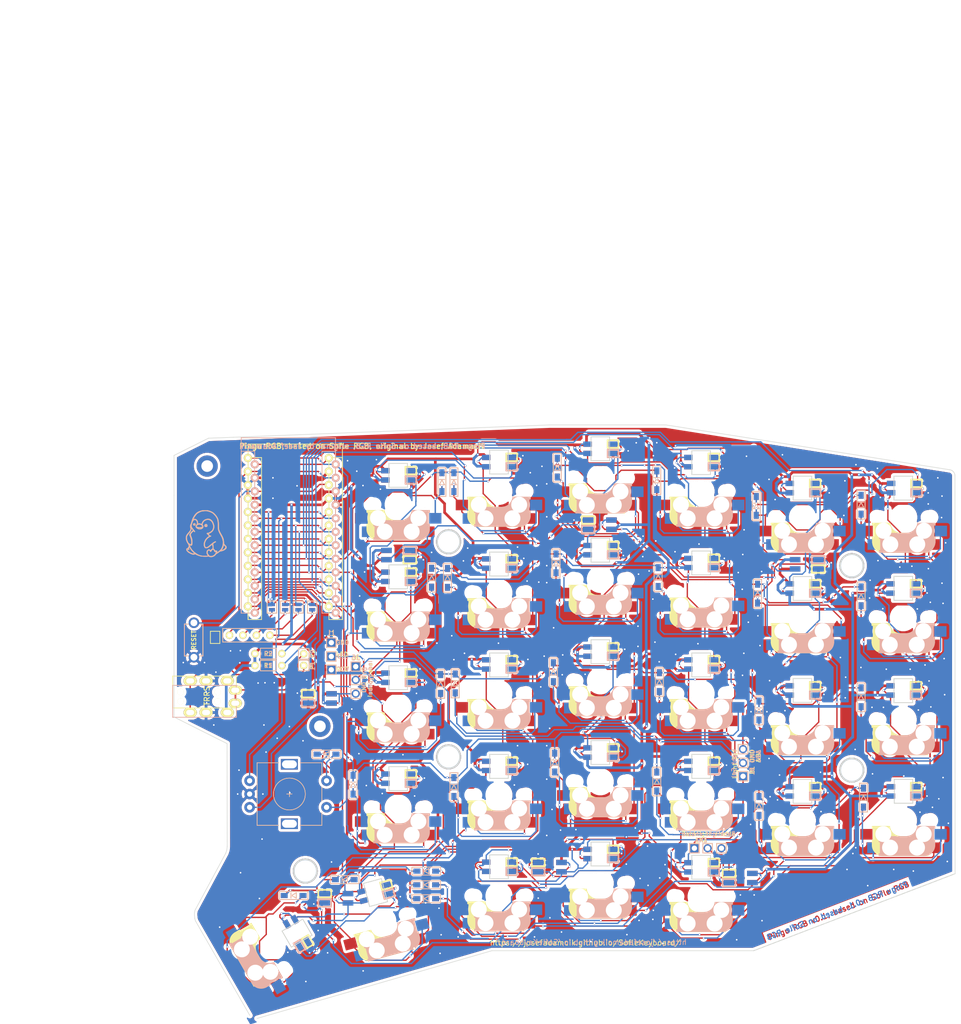
<source format=kicad_pcb>
(kicad_pcb (version 20221018) (generator pcbnew)
  (layers (0 "F.Cu" signal) (31 "B.Cu" signal) (34 "B.Paste" user) (35 "F.Paste" user) (36 "B.SilkS" user "B.Silkscreen") (37 "F.SilkS" user "F.Silkscreen") (38 "B.Mask" user) (39 "F.Mask" user) (44 "Edge.Cuts" user))
  (net 0 "")
  (net 1 "Net-(D1-Pad2)")
  (net 2 "row4")
  (net 3 "Net-(D2-Pad2)")
  (net 4 "Net-(D3-Pad2)")
  (net 5 "row0")
  (net 6 "Net-(D4-Pad2)")
  (net 7 "row1")
  (net 8 "Net-(D5-Pad2)")
  (net 9 "row2")
  (net 10 "Net-(D6-Pad2)")
  (net 11 "row3")
  (net 12 "Net-(D7-Pad2)")
  (net 13 "Net-(D8-Pad2)")
  (net 14 "Net-(D9-Pad2)")
  (net 15 "Net-(D10-Pad2)")
  (net 16 "Net-(D11-Pad2)")
  (net 17 "Net-(D12-Pad2)")
  (net 18 "Net-(D13-Pad2)")
  (net 19 "Net-(D14-Pad2)")
  (net 20 "Net-(D15-Pad2)")
  (net 21 "Net-(D16-Pad2)")
  (net 22 "Net-(D17-Pad2)")
  (net 23 "Net-(D18-Pad2)")
  (net 24 "Net-(D19-Pad2)")
  (net 25 "Net-(D20-Pad2)")
  (net 26 "Net-(D21-Pad2)")
  (net 27 "Net-(D22-Pad2)")
  (net 28 "Net-(D23-Pad2)")
  (net 29 "Net-(D24-Pad2)")
  (net 30 "Net-(D26-Pad2)")
  (net 31 "Net-(D27-Pad2)")
  (net 32 "Net-(D28-Pad2)")
  (net 33 "VCC")
  (net 34 "GND")
  (net 35 "col0")
  (net 36 "col1")
  (net 37 "col2")
  (net 38 "col3")
  (net 39 "col4")
  (net 40 "SDA")
  (net 41 "LED")
  (net 42 "SCL")
  (net 43 "RESET")
  (net 44 "Net-(D29-Pad2)")
  (net 45 "Net-(U1-Pad24)")
  (net 46 "Net-(U1-Pad7)")
  (net 47 "DATA")
  (net 48 "Net-(J3-Pad1)")
  (net 49 "Net-(J3-Pad2)")
  (net 50 "Net-(J3-Pad3)")
  (net 51 "Net-(J3-Pad4)")
  (net 52 "Net-(D30-Pad2)")
  (net 53 "SW25B")
  (net 54 "SW25A")
  (net 55 "ENCB")
  (net 56 "ENCA")
  (net 57 "/i2c_c")
  (net 58 "/i2c_d")
  (net 59 "Net-(D31-Pad1)")
  (net 60 "Net-(D31-Pad3)")
  (net 61 "Net-(D32-Pad3)")
  (net 62 "/underglow")
  (net 63 "Net-(D34-Pad1)")
  (net 64 "Net-(D35-Pad1)")
  (net 65 "Net-(D36-Pad1)")
  (net 66 "lights")
  (net 67 "Net-(D37-Pad3)")
  (net 68 "/backlight")
  (net 69 "Net-(J5-Pad3)")
  (net 70 "Net-(SW1-Pad3)")
  (net 71 "Net-(SW1-Pad1)")
  (net 72 "Net-(SW2-Pad3)")
  (net 73 "Net-(SW3-Pad3)")
  (net 74 "Net-(SW3-Pad1)")
  (net 75 "Net-(SW10-Pad1)")
  (net 76 "Net-(SW5-Pad3)")
  (net 77 "Net-(SW11-Pad3)")
  (net 78 "Net-(SW12-Pad1)")
  (net 79 "Net-(SW13-Pad3)")
  (net 80 "Net-(SW14-Pad1)")
  (net 81 "Net-(SW15-Pad3)")
  (net 82 "Net-(SW10-Pad3)")
  (net 83 "Net-(SW11-Pad1)")
  (net 84 "Net-(SW12-Pad3)")
  (net 85 "Net-(SW13-Pad1)")
  (net 86 "Net-(SW14-Pad3)")
  (net 87 "Net-(SW15-Pad1)")
  (net 88 "Net-(SW16-Pad3)")
  (net 89 "Net-(SW17-Pad1)")
  (net 90 "Net-(SW18-Pad3)")
  (net 91 "Net-(SW19-Pad1)")
  (net 92 "Net-(SW20-Pad3)")
  (net 93 "Net-(SW21-Pad1)")
  (net 94 "Net-(SW22-Pad3)")
  (net 95 "Net-(SW23-Pad1)")
  (net 96 "Net-(SW24-Pad3)")
  (net 97 "Net-(SW26-Pad3)")
  (net 98 "Net-(SW28-Pad3)")
  (footprint "SofleKeyboard-footprint:RESISTOR_mini" (layer "F.Cu") (at 96.039272 78.061965)
    (fp_text reference "R2")
    (fp_text value "R" hide)
  )
  (footprint "SofleKeyboard-footprint:MJ-4PP-9" (layer "F.Cu") (at 78 85.3 90)
    (fp_text reference "J2")
    (fp_text value "4PIN" hide)
  )
  (footprint "SofleKeyboard-footprint:1pin_conn" (layer "F.Cu") (at 102.7 80.3 -90)
    (fp_text reference "P1")
    (fp_text value "i2c_pin" hide)
  )
  (footprint "SofleKeyboard-footprint:1pin_conn" (layer "F.Cu") (at 102.7 78.1 -90)
    (fp_text reference "P2")
    (fp_text value "i2c_pin" hide)
  )
  (footprint "SofleKeyboard-footprint:HOLE_M2_TH" (layer "F.Cu") (at 129.975 57.075)
    (fp_text reference "TH3" hide)
    (fp_text value "HOLE" hide)
  )
  (footprint "SofleKeyboard-footprint:HOLE_M2_TH" (layer "F.Cu") (at 206.225 61.775)
    (fp_text reference "TH4" hide)
    (fp_text value "HOLE" hide)
  )
  (footprint "SofleKeyboard-footprint:HOLE_M2_TH" (layer "F.Cu") (at 130.025 97.575)
    (fp_text reference "TH5" hide)
    (fp_text value "HOLE" hide)
  )
  (footprint "SofleKeyboard-footprint:HOLE_M2_TH" (layer "F.Cu") (at 206.175 100.025)
    (fp_text reference "TH6" hide)
    (fp_text value "HOLE" hide)
  )
  (footprint "SofleKeyboard-footprint:HOLE_M2_TH" (layer "F.Cu") (at 103 119 90)
    (fp_text reference "TH7" hide)
    (fp_text value "HOLE" hide)
  )
  (footprint "SofleKeyboard-footprint:ProMicro" (layer "F.Cu") (at 101 56)
    (fp_text reference "U1" hide)
    (fp_text value "ProMicro" hide)
  )
  (footprint "SofleKeyboard-footprint:Jumper" (layer "F.Cu") (at 104.3 69.3 90)
    (fp_text reference "JP1" hide)
    (fp_text value "Jumper_NO_Small" hide)
  )
  (footprint "SofleKeyboard-footprint:Jumper" (layer "F.Cu") (at 101.7 69.3 90)
    (fp_text reference "JP2" hide)
    (fp_text value "Jumper_NO_Small" hide)
  )
  (footprint "SofleKeyboard-footprint:Jumper" (layer "F.Cu") (at 99.2 69.3 90)
    (fp_text reference "JP3" hide)
    (fp_text value "Jumper_NO_Small" hide)
  )
  (footprint "SofleKeyboard-footprint:TACT_SWITCH_TVBP06" (layer "F.Cu") (at 82 75.5 90)
    (fp_text reference "RSW1" hide)
    (fp_text value "SW_RST" hide)
  )
  (footprint "SofleKeyboard-footprint:jumper_data" (layer "F.Cu") (at 86 75 -90)
    (fp_text reference "W1" hide)
    (fp_text value "jumper" hide)
  )
  (footprint "Diode_SMD:crkbd-diode" (layer "F.Cu") (at 128.75 45.775 -90)
    (fp_text reference "D1" hide)
    (fp_text value "D" hide)
  )
  (footprint "Diode_SMD:crkbd-diode" (layer "F.Cu") (at 131 45.7805 -90)
    (fp_text reference "D2" hide)
    (fp_text value "D" hide)
  )
  (footprint "Diode_SMD:crkbd-diode" (layer "F.Cu") (at 150.5 43.04 -90)
    (fp_text reference "D3" hide)
    (fp_text value "D" hide)
  )
  (footprint "Diode_SMD:crkbd-diode" (layer "F.Cu") (at 169.25 45.425 -90)
    (fp_text reference "D4" hide)
    (fp_text value "D" hide)
  )
  (footprint "Diode_SMD:crkbd-diode" (layer "F.Cu") (at 188 50.25 -90)
    (fp_text reference "D5" hide)
    (fp_text value "D" hide)
  )
  (footprint "Diode_SMD:crkbd-diode" (layer "F.Cu") (at 207.75 50.025 -90)
    (fp_text reference "D6" hide)
    (fp_text value "D" hide)
  )
  (footprint "Diode_SMD:crkbd-diode" (layer "F.Cu") (at 126.8 63.775 -90)
    (fp_text reference "D7" hide)
    (fp_text value "D" hide)
  )
  (footprint "Diode_SMD:crkbd-diode" (layer "F.Cu") (at 129.8 63.8 -90)
    (fp_text reference "D8" hide)
    (fp_text value "D" hide)
  )
  (footprint "Diode_SMD:crkbd-diode" (layer "F.Cu") (at 150.25 61.065 -90)
    (fp_text reference "D9" hide)
    (fp_text value "D" hide)
  )
  (footprint "Diode_SMD:crkbd-diode" (layer "F.Cu") (at 169.5 63.65 -90)
    (fp_text reference "D10" hide)
    (fp_text value "D" hide)
  )
  (footprint "Diode_SMD:crkbd-diode" (layer "F.Cu") (at 188.25 66.775 -90)
    (fp_text reference "D11" hide)
    (fp_text value "D" hide)
  )
  (footprint "Diode_SMD:crkbd-diode" (layer "F.Cu") (at 207.75 67.275 -90)
    (fp_text reference "D12" hide)
    (fp_text value "D" hide)
  )
  (footprint "Diode_SMD:crkbd-diode" (layer "F.Cu") (at 128.5 83.775 -90)
    (fp_text reference "D13" hide)
    (fp_text value "D" hide)
  )
  (footprint "Diode_SMD:crkbd-diode" (layer "F.Cu") (at 131.25 83.675 -90)
    (fp_text reference "D14" hide)
    (fp_text value "D" hide)
  )
  (footprint "Diode_SMD:crkbd-diode" (layer "F.Cu") (at 149.75 81.565 -90)
    (fp_text reference "D15" hide)
    (fp_text value "D" hide)
  )
  (footprint "Diode_SMD:crkbd-diode" (layer "F.Cu") (at 169.725 83.425 -90)
    (fp_text reference "D16" hide)
    (fp_text value "D" hide)
  )
  (footprint "Diode_SMD:crkbd-diode" (layer "F.Cu") (at 188.5 88.775 -90)
    (fp_text reference "D17" hide)
    (fp_text value "D" hide)
  )
  (footprint "Diode_SMD:crkbd-diode" (layer "F.Cu") (at 207.75 86.275 -90)
    (fp_text reference "D18" hide)
    (fp_text value "D" hide)
  )
  (footprint "Diode_SMD:crkbd-diode" (layer "F.Cu") (at 112 102.75 -90)
    (fp_text reference "D19" hide)
    (fp_text value "D" hide)
  )
  (footprint "Diode_SMD:crkbd-diode" (layer "F.Cu") (at 131 103.175 -90)
    (fp_text reference "D20" hide)
    (fp_text value "D" hide)
  )
  (footprint "Diode_SMD:crkbd-diode" (layer "F.Cu") (at 150 98.565 -90)
    (fp_text reference "D21" hide)
    (fp_text value "D" hide)
  )
  (footprint "Diode_SMD:crkbd-diode" (layer "F.Cu") (at 169.25 102.15 -90)
    (fp_text reference "D22" hide)
    (fp_text value "D" hide)
  )
  (footprint "Diode_SMD:crkbd-diode" (layer "F.Cu") (at 188.5 106.75 -90)
    (fp_text reference "D23" hide)
    (fp_text value "D" hide)
  )
  (footprint "Diode_SMD:crkbd-diode" (layer "F.Cu") (at 208.2 105.175 -90)
    (fp_text reference "D24" hide)
    (fp_text value "D" hide)
  )
  (footprint "Diode_SMD:crkbd-diode" (layer "F.Cu") (at 107 97)
    (fp_text reference "D25" hide)
    (fp_text value "D" hide)
  )
  (footprint "Diode_SMD:crkbd-diode" (layer "F.Cu") (at 100.8 123.6)
    (fp_text reference "D26" hide)
    (fp_text value "D" hide)
  )
  (footprint "Diode_SMD:crkbd-diode" (layer "F.Cu") (at 110.4248 120.6248)
    (fp_text reference "D27" hide)
    (fp_text value "D" hide)
  )
  (footprint "Diode_SMD:crkbd-diode" (layer "F.Cu") (at 125.775 124.2)
    (fp_text reference "D28" hide)
    (fp_text value "D" hide)
  )
  (footprint "Diode_SMD:crkbd-diode" (layer "F.Cu") (at 125.775 121.6)
    (fp_text reference "D29" hide)
    (fp_text value "D" hide)
  )
  (footprint "Button_Switch_Keyboard:SK6812MINI_and_cherry" (layer "F.Cu") (at 120.5 50 180)
    (fp_text reference "SW1" hide)
    (fp_text value "SW_PUSH-MX_W_LED" hide)
  )
  (footprint "Button_Switch_Keyboard:SK6812MINI_and_cherry" (layer "F.Cu") (at 139.5 47.5 180)
    (fp_text reference "SW2" hide)
    (fp_text value "SW_PUSH-MX_W_LED" hide)
  )
  (footprint "Button_Switch_Keyboard:SK6812MINI_and_cherry" (layer "F.Cu") (at 158.6 45 180)
    (fp_text reference "SW3" hide)
    (fp_text value "SW_PUSH-MX_W_LED" hide)
  )
  (footprint "Button_Switch_Keyboard:SK6812MINI_and_cherry" (layer "F.Cu") (at 177.6 47.5 180)
    (fp_text reference "SW4" hide)
    (fp_text value "SW_PUSH-MX_W_LED" hide)
  )
  (footprint "Button_Switch_Keyboard:SK6812MINI_and_cherry" (layer "F.Cu") (at 196.7 52.4 180)
    (fp_text reference "SW5" hide)
    (fp_text value "SW_PUSH-MX_W_LED" hide)
  )
  (footprint "Button_Switch_Keyboard:SK6812MINI_and_cherry" (layer "F.Cu") (at 120.5 69.1 180)
    (fp_text reference "SW7" hide)
    (fp_text value "SW_PUSH-MX_W_LED" hide)
  )
  (footprint "Button_Switch_Keyboard:SK6812MINI_and_cherry" (layer "F.Cu") (at 139.5 66.6 180)
    (fp_text reference "SW8" hide)
    (fp_text value "SW_PUSH-MX_W_LED" hide)
  )
  (footprint "Button_Switch_Keyboard:SK6812MINI_and_cherry" (layer "F.Cu") (at 158.6 64.09 180)
    (fp_text reference "SW9" hide)
    (fp_text value "SW_PUSH-MX_W_LED" hide)
  )
  (footprint "Button_Switch_Keyboard:SK6812MINI_and_cherry" (layer "F.Cu") (at 177.6 66.5 180)
    (fp_text reference "SW10" hide)
    (fp_text value "SW_PUSH-MX_W_LED" hide)
  )
  (footprint "Button_Switch_Keyboard:SK6812MINI_and_cherry" (layer "F.Cu") (at 196.7 71.3 180)
    (fp_text reference "SW11" hide)
    (fp_text value "SW_PUSH-MX_W_LED" hide)
  )
  (footprint "Button_Switch_Keyboard:SK6812MINI_and_cherry" (layer "F.Cu") (at 215.7 71.3 180)
    (fp_text reference "SW12" hide)
    (fp_text value "SW_PUSH-MX_W_LED" hide)
  )
  (footprint "Button_Switch_Keyboard:SK6812MINI_and_cherry" (layer "F.Cu") (at 120.5 88.1 180)
    (fp_text reference "SW13" hide)
    (fp_text value "SW_PUSH-MX_W_LED" hide)
  )
  (footprint "Button_Switch_Keyboard:SK6812MINI_and_cherry" (layer "F.Cu") (at 139.5 85.6 180)
    (fp_text reference "SW14" hide)
    (fp_text value "SW_PUSH-MX_W_LED" hide)
  )
  (footprint "Button_Switch_Keyboard:SK6812MINI_and_cherry" (layer "F.Cu") (at 158.6 83.19 180)
    (fp_text reference "SW15" hide)
    (fp_text value "SW_PUSH-MX_W_LED" hide)
  )
  (footprint "Button_Switch_Keyboard:SK6812MINI_and_cherry" (layer "F.Cu") (at 177.6 85.6 180)
    (fp_text reference "SW16" hide)
    (fp_text value "SW_PUSH-MX_W_LED" hide)
  )
  (footprint "Button_Switch_Keyboard:SK6812MINI_and_cherry" (layer "F.Cu") (at 196.7 90.5 180)
    (fp_text reference "SW17" hide)
    (fp_text value "SW_PUSH-MX_W_LED" hide)
  )
  (footprint "Button_Switch_Keyboard:SK6812MINI_and_cherry" (layer "F.Cu") (at 215.7 90.5 180)
    (fp_text reference "SW18" hide)
    (fp_text value "SW_PUSH-MX_W_LED" hide)
  )
  (footprint "Button_Switch_Keyboard:SK6812MINI_and_cherry" (layer "F.Cu") (at 120.5 107.1 180)
    (fp_text reference "SW19" hide)
    (fp_text value "SW_PUSH-MX_W_LED" hide)
  )
  (footprint "Button_Switch_Keyboard:SK6812MINI_and_cherry" (layer "F.Cu") (at 139.5 104.7 180)
    (fp_text reference "SW20" hide)
    (fp_text value "SW_PUSH-MX_W_LED" hide)
  )
  (footprint "Button_Switch_Keyboard:SK6812MINI_and_cherry" (layer "F.Cu") (at 158.6 102.19 180)
    (fp_text reference "SW21" hide)
    (fp_text value "SW_PUSH-MX_W_LED" hide)
  )
  (footprint "Button_Switch_Keyboard:SK6812MINI_and_cherry" (layer "F.Cu") (at 177.6 104.7 180)
    (fp_text reference "SW22" hide)
    (fp_text value "SW_PUSH-MX_W_LED" hide)
  )
  (footprint "Button_Switch_Keyboard:SK6812MINI_and_cherry" (layer "F.Cu") (at 196.7 109.5 180)
    (fp_text reference "SW23" hide)
    (fp_text value "SW_PUSH-MX_W_LED" hide)
  )
  (footprint "Button_Switch_Keyboard:SK6812MINI_and_cherry" (layer "F.Cu") (at 215.75 109.5 180)
    (fp_text reference "SW24" hide)
    (fp_text value "SW_PUSH-MX_W_LED" hide)
  )
  (footprint "Button_Switch_Keyboard:SK6812MINI_and_cherry" (layer "F.Cu") (at 96.71 133.4 120)
    (fp_text reference "SW26" hide)
    (fp_text value "SW_PUSH-MX_W_LED" hide)
  )
  (footprint "Button_Switch_Keyboard:SK6812MINI_and_cherry" (layer "F.Cu") (at 139.5 123.7 180)
    (fp_text reference "SW28" hide)
    (fp_text value "SW_PUSH-MX_W_LED" hide)
  )
  (footprint "Button_Switch_Keyboard:SK6812MINI_and_cherry" (layer "F.Cu") (at 158.6 121.29 180)
    (fp_text reference "SW29" hide)
    (fp_text value "SW_PUSH-MX_W_LED" hide)
  )
  (footprint "SofleKeyboard-footprint:M2_HOLE_PCB" (layer "F.Cu") (at 105.75 91.75)
    (fp_text reference "TH1" hide)
    (fp_text value "HOLE")
  )
  (footprint "SofleKeyboard-footprint:Jumper" (layer "F.Cu") (at 96.7 69.3 90)
    (fp_text reference "JP4" hide)
    (fp_text value "Jumper_NO_Small" hide)
  )
  (footprint "SofleKeyboard-footprint:LED" (layer "F.Cu") (at 107.9 81.1 180)
    (fp_text reference "J1")
    (fp_text value "LED" hide)
  )
  (footprint "SofleKeyboard-footprint:OLED_4Pin" (layer "F.Cu") (at 88.7 74.6)
    (fp_text reference "J3" hide)
    (fp_text value "OLED" hide)
  )
  (footprint "Diode_SMD:crkbd-diode" (layer "F.Cu") (at 125.805 119.02)
    (fp_text reference "D30" hide)
    (fp_text value "D" hide)
  )
  (footprint "SofleKeyboard-footprint:M2_HOLE_PCB" (layer "F.Cu") (at 84.5 42.75)
    (fp_text reference "TH2" hide)
    (fp_text value "HOLE")
  )
  (footprint "SofleKeyboard-footprint:RotaryEncoder_Alps_EC11E-Switch_Vertical_H20mm-keebio_modified" (layer "F.Cu") (at 100 104.5)
    (fp_text reference "SW25" hide)
    (fp_text value "Rotary_Encoder_Switch")
  )
  (footprint "LED_SMD:SK6812MINI_underglow_dev" (layer "F.Cu") (at 120.5 59.5 180)
    (fp_text reference "D31" hide)
    (fp_text value "LED_sk2812_SM" hide)
  )
  (footprint "LED_SMD:SK6812MINI_underglow_dev" (layer "F.Cu") (at 158.5 53.79)
    (fp_text reference "D32" hide)
    (fp_text value "LED_sk2812_SM" hide)
  )
  (footprint "LED_SMD:SK6812MINI_underglow_dev" (layer "F.Cu") (at 197.5 61.25 180)
    (fp_text reference "D33" hide)
    (fp_text value "LED_sk2812_SM" hide)
  )
  (footprint "LED_SMD:SK6812MINI_underglow_dev" (layer "F.Cu") (at 108.85 124.13)
    (fp_text reference "D34" hide)
    (fp_text value "LED_sk2812_SM" hide)
  )
  (footprint "LED_SMD:SK6812MINI_underglow_dev" (layer "F.Cu") (at 149.0836 118.2626)
    (fp_text reference "D35" hide)
    (fp_text value "LED_sk2812_SM" hide)
  )
  (footprint "LED_SMD:SK6812MINI_underglow_dev" (layer "F.Cu") (at 185.05 120.32)
    (fp_text reference "D36" hide)
    (fp_text value "LED_sk2812_SM" hide)
  )
  (footprint "LED_SMD:SK6812MINI_underglow_dev" (layer "F.Cu") (at 105.75 86.5)
    (fp_text reference "D37" hide)
    (fp_text value "LED_sk2812_SM" hide)
  )
  (footprint "Connector:3x1header" (layer "F.Cu") (at 185.5 101.15 180)
    (fp_text reference "J4" hide)
    (fp_text value "key leds" hide)
  )
  (footprint "Connector:3x1header" (layer "F.Cu") (at 176.327 114.7066 90)
    (fp_text reference "J5" hide)
    (fp_text value "backlight sel" hide)
  )
  (footprint "Connector:3x1header" (layer "F.Cu") (at 112.5 80.5)
    (fp_text reference "J6")
    (fp_text value "indicator bypass" hide)
  )
  (footprint "Button_Switch_Keyboard:SK6812MINI_and_cherry" (layer "F.Cu") (at 177.6 123.8 180)
    (fp_text reference "SW30" hide)
    (fp_text value "SW_PUSH-MX_W_LED" hide)
  )
  (footprint "Button_Switch_Keyboard:SK6812MINI_and_cherry" (layer "F.Cu") (at 117.6 128.4 -165)
    (fp_text reference "SW27" hide)
    (fp_text value "SW_PUSH-MX_W_LED" hide)
  )
  (footprint "dane:gecko-logo" (layer "F.Cu") (at 200.25 122.75)
    (fp_text reference "G***" hide)
    (fp_text value "LOGO" hide)
  )
  (footprint "Button_Switch_Keyboard:SK6812MINI_and_cherry" (layer "F.Cu") (at 215.8 52.4 180)
    (fp_text reference "SW6" hide)
    (fp_text value "SW_PUSH-MX_W_LED" hide)
  )
  (footprint "sofle:penguin_logo_silk_small" (layer "F.Cu") (at 84.25 55.5)
    (fp_text reference "G1" hide)
    (fp_text value "Logo_Generic" hide)
  )
  (footprint "SofleKeyboard-footprint:RESISTOR_mini" (layer "F.Cu") (at 96.039272 80.311965)
    (fp_text reference "R1")
    (fp_text value "R" hide)
  )
  (footprint "SofleKeyboard-footprint:Jumper" (layer "B.Cu") (at 101.7 69.3 90)
    (fp_text reference "JP6" hide)
    (fp_text value "Jumper_NO_Small" hide)
  )
  (footprint "SofleKeyboard-footprint:Jumper" (layer "B.Cu") (at 99.2 69.3 90)
    (fp_text reference "JP7" hide)
    (fp_text value "Jumper_NO_Small" hide)
  )
  (footprint "SofleKeyboard-footprint:Jumper" (layer "B.Cu") (at 96.7 69.3 90)
    (fp_text reference "JP8" hide)
    (fp_text value "Jumper_NO_Small" hide)
  )
  (footprint "SofleKeyboard-footprint:Jumper" (layer "B.Cu") (at 104.3 69.3 90)
    (fp_text reference "JP5" hide)
    (fp_text value "Jumper_NO_Small" hide)
  )
  (footprint "dane:gecko-logo" (layer "B.Cu") (at 201 122.75 180)
    (fp_text reference "G***" hide)
    (fp_text value "LOGO" hide)
  )
  (footprint "sofle:penguin_logo_flip" (layer "B.Cu") (at 84.25 55.5 180)
    (fp_text reference "G2" hide)
    (fp_text value "Logo_Generic" hide)
  )
  (gr_line (start 225.283881 43.997807) (end 225.370281 44.178672) (stroke (width 0.1)) (layer "Edge.Cuts"))
  (gr_line (start 92.55 146.2) (end 82.3 128.4) (stroke (width 0.1)) (layer "Edge.Cuts"))
  (gr_line (start 170.95 35) (end 224.475441 43.445146) (stroke (width 0.1)) (layer "Edge.Cuts"))
  (gr_line (start 225.443181 44.581902) (end 225.470181 119.5) (stroke (width 0.1)) (layer "Edge.Cuts"))
  (gr_line (start 225.424381 44.374571) (end 225.443181 44.581902) (stroke (width 0.1)) (layer "Edge.Cuts"))
  (gr_line (start 225.370281 44.178672) (end 225.424381 44.374571) (stroke (width 0.1)) (layer "Edge.Cuts"))
  (gr_line (start 82.2 126.4) (end 88 115.65) (stroke (width 0.1)) (layer "Edge.Cuts"))
  (gr_line (start 224.677111 43.496776) (end 224.861871 43.581466) (stroke (width 0.1)) (layer "Edge.Cuts"))
  (gr_line (start 224.475441 43.445146) (end 224.677111 43.496776) (stroke (width 0.1)) (layer "Edge.Cuts"))
  (gr_line (start 104.2664 131.079688) (end 100.369286 133.329688) (stroke (width 0.15)) (layer "Edge.Cuts"))
  (gr_line (start 118.497713 124.7728) (end 115.116973 125.678666) (stroke (width 0.15)) (layer "Edge.Cuts"))
  (gr_line (start 98.619286 130.2986) (end 102.5164 128.0486) (stroke (width 0.15)) (layer "Edge.Cuts"))
  (gr_line (start 138.154128 134) (end 187.5 134) (stroke (width 0.1)) (layer "Edge.Cuts"))
  (gr_line (start 149 35) (end 89.425853 37.325405) (stroke (width 0.1)) (layer "Edge.Cuts"))
  (gr_line (start 88.275257 114.4) (end 88.2 115.05) (stroke (width 0.1)) (layer "Edge.Cuts"))
  (gr_line (start 82.3 128.4) (end 82.15 127.9) (stroke (width 0.1)) (layer "Edge.Cuts"))
  (gr_line (start 82.1 126.9) (end 82.2 126.4) (stroke (width 0.1)) (layer "Edge.Cuts"))
  (gr_line (start 115.116973 125.678666) (end 113.952287 121.332) (stroke (width 0.15)) (layer "Edge.Cuts"))
  (gr_line (start 82.1 127.3) (end 82.1 126.9) (stroke (width 0.1)) (layer "Edge.Cuts"))
  (gr_line (start 179.35 63.2484) (end 175.85 63.2484) (stroke (width 0.15)) (layer "Edge.Cuts"))
  (gr_line (start 117.333027 120.426134) (end 118.497713 124.7728) (stroke (width 0.15)) (layer "Edge.Cuts"))
  (gr_line (start 88.2 115.05) (end 88 115.65) (stroke (width 0.1)) (layer "Edge.Cuts"))
  (gr_line (start 175.85 63.2484) (end 175.85 58.7484) (stroke (width 0.15)) (layer "Edge.Cuts"))
  (gr_line (start 82.15 127.9) (end 82.1 127.3) (stroke (width 0.1)) (layer "Edge.Cuts"))
  (gr_line (start 100.369286 133.329688) (end 98.619286 130.2986) (stroke (width 0.15)) (layer "Edge.Cuts"))
  (gr_line (start 102.5164 128.0486) (end 104.2664 131.079688) (stroke (width 0.15)) (layer "Edge.Cuts"))
  (gr_line (start 225.470181 119.5) (end 187.5 134) (stroke (width 0.15)) (layer "Edge.Cuts"))
  (gr_line (start 113.952287 121.332) (end 117.333027 120.426134) (stroke (width 0.15)) (layer "Edge.Cuts"))
  (gr_line (start 141.25 77.95) (end 141.25 82.45) (stroke (width 0.15)) (layer "Edge.Cuts"))
  (gr_line (start 137.75 77.95) (end 141.25 77.95) (stroke (width 0.15)) (layer "Edge.Cuts"))
  (gr_line (start 137.75 58.95) (end 141.25 58.95) (stroke (width 0.15)) (layer "Edge.Cuts"))
  (gr_line (start 160.35 56.3308) (end 160.35 60.8308) (stroke (width 0.15)) (layer "Edge.Cuts"))
  (gr_line (start 122.25 65.85) (end 118.75 65.85) (stroke (width 0.15)) (layer "Edge.Cuts"))
  (gr_line (start 141.25 82.45) (end 137.75 82.45) (stroke (width 0.15)) (layer "Edge.Cuts"))
  (gr_line (start 160.35 79.9562) (end 156.85 79.9562) (stroke (width 0.15)) (layer "Edge.Cuts"))
  (gr_line (start 141.25 58.95) (end 141.25 63.45) (stroke (width 0.15)) (layer "Edge.Cuts"))
  (gr_line (start 122.25 61.35) (end 122.25 65.85) (stroke (width 0.15)) (layer "Edge.Cuts"))
  (gr_line (start 156.85 60.8308) (end 156.85 56.3308) (stroke (width 0.15)) (layer "Edge.Cuts"))
  (gr_line (start 156.85 56.3308) (end 160.35 56.3308) (stroke (width 0.15)) (layer "Edge.Cuts"))
  (gr_line (start 118.75 61.35) (end 122.25 61.35) (stroke (width 0.15)) (layer "Edge.Cuts"))
  (gr_line (start 122.25 80.35) (end 122.25 84.85) (stroke (width 0.15)) (layer "Edge.Cuts"))
  (gr_line (start 141.25 63.45) (end 137.75 63.45) (stroke (width 0.15)) (layer "Edge.Cuts"))
  (gr_line (start 122.25 84.85) (end 118.75 84.85) (stroke (width 0.15)) (layer "Edge.Cuts"))
  (gr_line (start 137.75 63.45) (end 137.75 58.95) (stroke (width 0.15)) (layer "Edge.Cuts"))
  (gr_line (start 175.85 58.7484) (end 179.35 58.7484) (stroke (width 0.15)) (layer "Edge.Cuts"))
  (gr_line (start 118.75 65.85) (end 118.75 61.35) (stroke (width 0.15)) (layer "Edge.Cuts"))
  (gr_line (start 118.75 84.85) (end 118.75 80.35) (stroke (width 0.15)) (layer "Edge.Cuts"))
  (gr_line (start 160.35 60.8308) (end 156.85 60.8308) (stroke (width 0.15)) (layer "Edge.Cuts"))
  (gr_line (start 179.35 58.7484) (end 179.35 63.2484) (stroke (width 0.15)) (layer "Edge.Cuts"))
  (gr_line (start 118.75 80.35) (end 122.25 80.35) (stroke (width 0.15)) (layer "Edge.Cuts"))
  (gr_line (start 137.75 82.45) (end 137.75 77.95) (stroke (width 0.15)) (layer "Edge.Cuts"))
  (gr_line (start 156.85 37.2308) (end 160.35 37.2308) (stroke (width 0.15)) (layer "Edge.Cuts"))
  (gr_line (start 213.95 87.2895) (end 213.95 82.7895) (stroke (width 0.15)) (layer "Edge.Cuts"))
  (gr_line (start 141.25 39.7484) (end 141.25 44.2484) (stroke (width 0.15)) (layer "Edge.Cuts"))
  (gr_line (start 217.45 68.026) (end 213.95 68.026) (stroke (width 0.15)) (layer "Edge.Cuts"))
  (gr_line (start 217.45 87.2895) (end 213.95 87.2895) (stroke (width 0.15)) (layer "Edge.Cuts"))
  (gr_line (start 194.95 68.05) (end 194.95 63.55) (stroke (width 0.15)) (layer "Edge.Cuts"))
  (gr_line (start 217.45 49.1514) (end 213.95 49.1514) (stroke (width 0.15)) (layer "Edge.Cuts"))
  (gr_line (start 175.85 44.35) (end 175.85 39.85) (stroke (width 0.15)) (layer "Edge.Cuts"))
  (gr_line (start 78.25 90) (end 78.25 48.25) (stroke (width 0.1)) (layer "Edge.Cuts"))
  (gr_line (start 217.45 63.526) (end 217.45 68.026) (stroke (width 0.15)) (layer "Edge.Cuts"))
  (gr_line (start 194.95 44.65) (end 198.45 44.65) (stroke (width 0.15)) (layer "Edge.Cuts"))
  (gr_line (start 213.95 68.026) (end 213.95 63.526) (stroke (width 0.15)) (layer "Edge.Cuts"))
  (gr_line (start 217.45 44.6514) (end 217.45 49.1514) (stroke (width 0.15)) (layer "Edge.Cuts"))
  (gr_line (start 198.45 44.65) (end 198.45 49.15) (stroke (width 0.15)) (layer "Edge.Cuts"))
  (gr_line (start 179.35 39.85) (end 179.35 44.35) (stroke (width 0.15)) (layer "Edge.Cuts"))
  (gr_line (start 225.168321 43.835582) (end 225.283881 43.997807) (stroke (width 0.1)) (layer "Edge.Cuts"))
  (gr_line (start 213.95 44.6514) (end 217.45 44.6514) (stroke (width 0.15)) (layer "Edge.Cuts"))
  (gr_line (start 137.75 44.2484) (end 137.75 39.7484) (stroke (width 0.15)) (layer "Edge.Cuts"))
  (gr_line (start 224.861871 43.581466) (end 225.026621 43.6956) (stroke (width 0.1)) (layer "Edge.Cuts"))
  (gr_line (start 198.45 49.15) (end 194.95 49.15) (stroke (width 0.15)) (layer "Edge.Cuts"))
  (gr_line (start 198.45 63.55) (end 198.45 68.05) (stroke (width 0.15)) (layer "Edge.Cuts"))
  (gr_line (start 141.25 44.2484) (end 137.75 44.2484) (stroke (width 0.15)) (layer "Edge.Cuts"))
  (gr_line (start 214 101.726) (end 217.5 101.726) (stroke (width 0.15)) (layer "Edge.Cuts"))
  (gr_line (start 213.95 82.7895) (end 217.45 82.7895) (stroke (width 0.15)) (layer "Edge.Cuts"))
  (gr_line (start 160.35 41.7308) (end 156.85 41.7308) (stroke (width 0.15)) (layer "Edge.Cuts"))
  (gr_line (start 194.95 63.55) (end 198.45 63.55) (stroke (width 0.15)) (layer "Edge.Cuts"))
  (gr_line (start 213.95 49.1514) (end 213.95 44.6514) (stroke (width 0.15)) (layer "Edge.Cuts"))
  (gr_line (start 118.75 46.75) (end 118.75 42.25) (stroke (width 0.15)) (layer "Edge.Cuts"))
  (gr_line (start 122.25 42.25) (end 122.25 46.75) (stroke (width 0.15)) (layer "Edge.Cuts"))
  (gr_line (start 198.45 68.05) (end 194.95 68.05) (stroke (width 0.15)) (layer "Edge.Cuts"))
  (gr_line (start 194.95 49.15) (end 194.95 44.65) (stroke (width 0.15)) (layer "Edge.Cuts"))
  (gr_line (start 160.35 37.2308) (end 160.35 41.7308) (stroke (width 0.15)) (layer "Edge.Cuts"))
  (gr_line (start 137.75 39.7484) (end 141.25 39.7484) (stroke (width 0.15)) (layer "Edge.Cuts"))
  (gr_line (start 118.75 42.25) (end 122.25 42.25) (stroke (width 0.15)) (layer "Edge.Cuts"))
  (gr_line (start 149 35) (end 170.95 35) (stroke (width 0.1)) (layer "Edge.Cuts"))
  (gr_line (start 156.85 41.7308) (end 156.85 37.2308) (stroke (width 0.15)) (layer "Edge.Cuts"))
  (gr_line (start 213.95 63.526) (end 217.45 63.526) (stroke (width 0.15)) (layer "Edge.Cuts"))
  (gr_line (start 179.35 44.35) (end 175.85 44.35) (stroke (width 0.15)) (layer "Edge.Cuts"))
  (gr_line (start 175.85 39.85) (end 179.35 39.85) (stroke (width 0.15)) (layer "Edge.Cuts"))
  (gr_line (start 122.25 46.75) (end 118.75 46.75) (stroke (width 0.15)) (layer "Edge.Cuts"))
  (gr_line (start 225.026621 43.6956) (end 225.168321 43.835582) (stroke (width 0.1)) (layer "Edge.Cuts"))
  (gr_line (start 217.45 82.7895) (end 217.45 87.2895) (stroke (width 0.15)) (layer "Edge.Cuts"))
  (gr_line (start 138.154128 134) (end 93.9 146.75) (stroke (width 0.1)) (layer "Edge.Cuts"))
  (gr_line (start 141.25 101.55) (end 137.75 101.55) (stroke (width 0.15)) (layer "Edge.Cuts"))
  (gr_line (start 179.35 82.45) (end 175.85 82.45) (stroke (width 0.15)) (layer "Edge.Cuts"))
  (gr_line (start 194.95 106.25) (end 194.95 101.75) (stroke (width 0.15)) (layer "Edge.Cuts"))
  (gr_line (start 198.45 82.75) (end 198.45 87.25) (stroke (width 0.15)) (layer "Edge.Cuts"))
  (gr_line (start 179.35 101.55) (end 175.85 101.55) (stroke (width 0.15)) (layer "Edge.Cuts"))
  (gr_line (start 175.85 82.45) (end 175.85 77.95) (stroke (width 0.15)) (layer "Edge.Cuts"))
  (gr_line (start 156.85 98.9308) (end 156.85 94.4308) (stroke (width 0.15)) (layer "Edge.Cuts"))
  (gr_line (start 137.75 101.55) (end 137.75 97.05) (stroke (width 0.15)) (layer "Edge.Cuts"))
  (gr_line (start 122.25 103.85) (end 118.75 103.85) (stroke (width 0.15)) (layer "Edge.Cuts"))
  (gr_line (start 175.85 101.55) (end 175.85 97.05) (stroke (width 0.15)) (layer "Edge.Cuts"))
  (gr_line (start 198.45 101.75) (end 198.45 106.25) (stroke (width 0.15)) (layer "Edge.Cuts"))
  (gr_line (start 122.25 99.35) (end 122.25 103.85) (stroke (width 0.15)) (layer "Edge.Cuts"))
  (gr_line (start 141.2504 115.9492) (end 141.2504 120.4492) (stroke (width 0.15)) (layer "Edge.Cuts"))
  (gr_line (start 160.3504 118.0362) (end 156.8504 118.0362) (stroke (width 0.15)) (layer "Edge.Cuts"))
  (gr_line (start 156.8504 118.0362) (end 156.8504 113.5362) (stroke (width 0.15)) (layer "Edge.Cuts"))
  (gr_line (start 194.95 87.25) (end 194.95 82.75) (stroke (width 0.15)) (layer "Edge.Cuts"))
  (gr_line (start 179.35 77.95) (end 179.35 82.45) (stroke (width 0.15)) (layer "Edge.Cuts"))
  (gr_line (start 160.35 94.4308) (end 160.35 98.9308) (stroke (width 0.15)) (layer "Edge.Cuts"))
  (gr_line (start 156.85 94.4308) (end 160.35 94.4308) (stroke (width 0.15)) (layer "Edge.Cuts"))
  (gr_line (start 175.85 77.95) (end 179.35 77.95) (stroke (width 0.15)) (layer "Edge.Cuts"))
  (gr_line (start 198.45 87.25) (end 194.95 87.25) (stroke (width 0.15)) (layer "Edge.Cuts"))
  (gr_line (start 141.25 97.05) (end 141.25 101.55) (stroke (width 0.15)) (layer "Edge.Cuts"))
  (gr_line (start 156.8504 113.5362) (end 160.3504 113.5362) (stroke (width 0.15)) (layer "Edge.Cuts"))
  (gr_line (start 175.8488 120.5352) (end 175.8488 116.0352) (stroke (width 0.15)) (layer "Edge.Cuts"))
  (gr_line (start 175.8488 116.0352) (end 179.3488 116.0352) (stroke (width 0.15)) (layer "Edge.Cuts"))
  (gr_line (start 198.45 106.25) (end 194.95 106.25) (stroke (width 0.15)) (layer "Edge.Cuts"))
  (gr_line (start 217.5 106.226) (end 214 106.226) (stroke (width 0.15)) (layer "Edge.Cuts"))
  (gr_line (start 214 106.226) (end 214 101.726) (stroke (width 0.15)) (layer "Edge.Cuts"))
  (gr_line (start 217.5 101.726) (end 217.5 106.226) (stroke (width 0.15)) (layer "Edge.Cuts"))
  (gr_line (start 179.3488 120.5352) (end 175.8488 120.5352) (stroke (width 0.15)) (layer "Edge.Cuts"))
  (gr_line (start 160.35 75.4562) (end 160.35 79.9562) (stroke (width 0.15)) (layer "Edge.Cuts"))
  (gr_line (start 175.85 97.05) (end 179.35 97.05) (stroke (width 0.15)) (layer "Edge.Cuts"))
  (gr_line (start 137.75 97.05) (end 141.25 97.05) (stroke (width 0.15)) (layer "Edge.Cuts"))
  (gr_line (start 118.75 103.85) (end 118.75 99.35) (stroke (width 0.15)) (layer "Edge.Cuts"))
  (gr_line (start 137.7504 120.4492) (end 137.7504 115.9492) (stroke (width 0.15)) (layer "Edge.Cuts"))
  (gr_line (start 156.85 79.9562) (end 156.85 75.4562) (stroke (width 0.15)) (layer "Edge.Cuts"))
  (gr_line (start 194.95 101.75) (end 198.45 101.75) (stroke (width 0.15)) (layer "Edge.Cuts"))
  (gr_line (start 156.85 75.4562) (end 160.35 75.4562) (stroke (width 0.15)) (layer "Edge.Cuts"))
  (gr_line (start 137.7504 115.9492) (end 141.2504 115.9492) (stroke (width 0.15)) (layer "Edge.Cuts"))
  (gr_line (start 118.75 99.35) (end 122.25 99.35) (stroke (width 0.15)) (layer "Edge.Cuts"))
  (gr_line (start 160.35 98.9308) (end 156.85 98.9308) (stroke (width 0.15)) (layer "Edge.Cuts"))
  (gr_line (start 141.2504 120.4492) (end 137.7504 120.4492) (stroke (width 0.15)) (layer "Edge.Cuts"))
  (gr_line (start 194.95 82.75) (end 198.45 82.75) (stroke (width 0.15)) (layer "Edge.Cuts"))
  (gr_line (start 160.3504 113.5362) (end 160.3504 118.0362) (stroke (width 0.15)) (layer "Edge.Cuts"))
  (gr_line (start 179.35 97.05) (end 179.35 101.55) (stroke (width 0.15)) (layer "Edge.Cuts"))
  (gr_line (start 179.3488 116.0352) (end 179.3488 120.5352) (stroke (width 0.15)) (layer "Edge.Cuts"))
  (gr_line (start 89.425853 37.325405) (end 84.75 37.5) (stroke (width 0.1)) (layer "Edge.Cuts"))
  (gr_line (start 84.75 37.5) (end 78.25 40.75) (stroke (width 0.1)) (layer "Edge.Cuts"))
  (gr_line (start 78.25 90) (end 88.25 95) (stroke (width 0.1)) (layer "Edge.Cuts"))
  (gr_circle (center 206 100) (end 208.2 100) (stroke (width 0.3)) (fill none) (layer "Edge.Cuts"))
  (gr_circle (center 206 61.5) (end 208.2 61.5) (stroke (width 0.3)) (fill none) (layer "Edge.Cuts"))
  (gr_circle (center 130 57) (end 132.2 57) (stroke (width 0.3)) (fill none) (layer "Edge.Cuts"))
  (gr_circle (center 130 97.5) (end 132.2 97.5) (stroke (width 0.3)) (fill none) (layer "Edge.Cuts"))
  (gr_circle (center 103 119) (end 105.2 119) (stroke (width 0.3)) (fill none) (layer "Edge.Cuts"))
  (gr_line (start 88.275257 114.4) (end 88.25 95) (stroke (width 0.1)) (layer "Edge.Cuts"))
  (gr_line (start 78.25 48.25) (end 78.25 40.75) (stroke (width 0.1)) (layer "Edge.Cuts"))
  (gr_text "Pingu RGB v0.1, based on Sofle RGB" (at 203.5 126.5 21) (layer "F.Cu") (effects (font (size 1 1) (thickness 0.2))))
  (gr_text "Pingu RGB v0.1, based on Sofle RGB" (at 203.25 126.5 21) (layer "B.Cu") (effects (font (size 1 1) (thickness 0.2)) (justify mirror)))
  (gr_text "BYP" (at 114.15 81.73 90) (layer "B.SilkS") (effects (font (size 0.8 0.8)) (justify mirror)))
  (gr_text "IND" (at 114.07 84.4 90) (layer "B.SilkS") (effects (font (size 0.8 0.8)) (justify mirror)))
  (gr_text "ENA" (at 177.6 113.2) (layer "B.SilkS") (effects (font (size 0.8 0.8)) (justify mirror)))
  (gr_text "Backlight enable" (at 179 112) (layer "B.SilkS") (effects (font (size 0.8 0.8)) (justify mirror)))
  (gr_text "UND" (at 187.27 97.42 90) (layer "B.SilkS") (effects (font (size 0.8 0.8)) (justify mirror)))
  (gr_text "BL" (at 187.21 100.17 90) (layer "B.SilkS") (effects (font (size 0.8 0.8)) (justify mirror)))
  (gr_text "Light Sel" (at 183.79 98.7 90) (layer "B.SilkS") (effects (font (size 0.8 0.8)) (justify mirror)))
  (gr_text "Pingu RGB, based on Sofle RGB, original by Josef Adamacik" (at 113.75 39) (layer "B.SilkS") (effects (font (size 1 1) (thickness 0.2)) (justify mirror)))
  (gr_text "&BL" (at 188.41 97.37 90) (layer "B.SilkS") (effects (font (size 0.8 0.8)) (justify mirror)))
  (gr_text "https://josefadamcik.github.io/SofleKeyboard/" (at 156.9182 132.4021) (layer "B.SilkS") (effects (font (size 1 1)) (justify mirror)))
  (gr_text "Ind bypass" (at 115.2 82.6 90) (layer "B.SilkS") (effects (font (size 0.8 0.8)) (justify mirror)))
  (gr_text "Backlight enable" (at 179 112) (layer "F.SilkS") (effects (font (size 0.8 0.8))))
  (gr_text "Light Sel" (at 183.94 98.91 90) (layer "F.SilkS") (effects (font (size 0.8 0.8))))
  (gr_text "Ind bypass" (at 115.2 83 90) (layer "F.SilkS") (effects (font (size 0.8 0.8))))
  (gr_text "https://josefadamcik.github.io/SofleKeyboard/" (at 155.75 132.5) (layer "F.SilkS") (effects (font (size 1 1))))
  (gr_text "Pingu RGB, based on Sofle RGB, original by Josef Adamacik" (at 113.75 39) (layer "F.SilkS") (effects (font (size 1 1) (thickness 0.2))))
  (gr_text "&BL" (at 188.4 97.4 90) (layer "F.SilkS") (effects (font (size 0.8 0.8))))
  (gr_text "BL" (at 187.24 100.06 90) (layer "F.SilkS") (effects (font (size 0.8 0.8))))
  (gr_text "IND" (at 114.04 84.41 90) (layer "F.SilkS") (effects (font (size 0.8 0.8))))
  (gr_text "ENA" (at 177.6 113.2) (layer "F.SilkS") (effects (font (size 0.8 0.8))))
  (gr_text "BYP" (at 114.1 81.77 90) (layer "F.SilkS") (effects (font (size 0.8 0.8))))
  (gr_text "UND" (at 187.22 97.33 90) (layer "F.SilkS") (effects (font (size 0.8 0.8))))
  (gr_text "VCC" (at 110 81) (layer "F.SilkS") (effects (font (size 0.8 0.8))))
  (gr_text "LED" (at 109.96 78.2) (layer "F.SilkS") (effects (font (size 0.8 0.8))))
  (segment (start 112.55 53.28) (end 113.25 52.58) (width 0.25) (layer "F.Cu") (net 1))
  (segment (start 122.315013 48.300011) (end 126.750011 48.300011) (width 0.25) (layer "F.Cu") (net 1))
  (segment (start 121.640001 47.624999) (end 122.315013 48.300011) (width 0.25) (layer "F.Cu") (net 1))
  (segment (start 119.359999 47.624999) (end 121.640001 47.624999) (width 0.25) (layer "F.Cu") (net 1))
  (segment (start 126.750011 48.300011) (end 127.45 49) (width 0.25) (layer "F.Cu") (net 1))
  (segment (start 113.5 52.58) (end 113.5 49.967158) (width 0.25) (layer "F.Cu") (net 1))
  (segment (start 128.75 46.4) (end 128.75 47.675) (width 0.25) (layer "F.Cu") (net 1))
  (segment (start 115.167147 48.300011) (end 118.684987 48.300011) (width 0.25) (layer "F.Cu") (net 1))
  (segment (start 113.5 49.967158) (end 115.167147 48.300011) (width 0.25) (layer "F.Cu") (net 1))
  (segment (start 118.684987 48.300011) (end 119.359999 47.624999) (width 0.25) (layer "F.Cu") (net 1))
  (via (at 127.45 49) (size 0.4) (drill 0.3) (layers "F.Cu" "B.Cu") (net 1))
  (via (at 128.75 46.4) (size 0.4) (drill 0.3) (layers "F.Cu" "B.Cu") (net 1))
  (segment (start 127.5 49.05) (end 127.45 49) (width 0.25) (layer "B.Cu") (net 1))
  (segment (start 127.5 49.025) (end 128.75 47.775) (width 0.25) (layer "B.Cu") (net 1))
  (segment (start 127.5 52.58) (end 127.5 49.025) (width 0.25) (layer "B.Cu") (net 1))
  (segment (start 127.5 52.58) (end 127.5 49.05) (width 0.25) (layer "B.Cu") (net 1))
  (segment (start 128.75 47.675) (end 128.75 46.4) (width 0.25) (layer "B.Cu") (net 1))
  (segment (start 110 102) (end 110 119.2746) (width 0.25) (layer "F.Cu") (net 2))
  (segment (start 109.925002 86.247998) (end 109.925002 88.052002) (width 0.25) (layer "F.Cu") (net 2))
  (segment (start 122.7326 119.0612) (end 122.7738 119.02) (width 0.25) (layer "F.Cu") (net 2))
  (segment (start 106.3752 120.6248) (end 108.6498 120.6248) (width 0.25) (layer "F.Cu") (net 2))
  (segment (start 106.25 98.25) (end 110 102) (width 0.25) (layer "F.Cu") (net 2))
  (segment (start 100.2 122.6) (end 100.025 122.6) (width 0.25) (layer "F.Cu") (net 2))
  (segment (start 109.75 93.5) (end 106.25 97) (width 0.25) (layer "F.Cu") (net 2))
  (segment (start 100.8 122.6) (end 100.2 122.6) (width 0.25) (layer "F.Cu") (net 2))
  (segment (start 124 121.6) (end 122.8652 121.6) (width 0.25) (layer "F.Cu") (net 2))
  (segment (start 94.8 67.14097) (end 95.940948 66.000022) (width 0.25) (layer "F.Cu") (net 2))
  (segment (start 122.7326 121.02) (end 122.7326 120.7326) (width 0.25) (layer "F.Cu") (net 2))
  (segment (start 122.7738 119.02) (end 124.03 119.02) (width 0.25) (layer "F.Cu") (net 2))
  (segment (start 94.8 68.2) (end 94.8 67.14097) (width 0.25) (layer "F.Cu") (net 2))
  (segment (start 122.8652 121.6) (end 122.7326 121.7326) (width 0.25) (layer "F.Cu") (net 2))
  (segment (start 122.7326 120.7326) (end 122.7326 119.0612) (width 0.25) (layer "F.Cu") (net 2))
  (segment (start 100.025 122.6) (end 99.025 123.6) (width 0.25) (layer "F.Cu") (net 2))
  (segment (start 93.83 69.17) (end 94.8 68.2) (width 0.25) (layer "F.Cu") (net 2))
  (segment (start 122.7326 121.7326) (end 122.7326 120.7326) (width 0.25) (layer "F.Cu") (net 2))
  (segment (start 105.1894 122.6248) (end 105.1894 121.8106) (width 0.25) (layer "F.Cu") (net 2))
  (segment (start 92.18 69.17) (end 93.83 69.17) (width 0.25) (layer "F.Cu") (net 2))
  (segment (start 109.750003 86.072999) (end 109.925002 86.247998) (width 0.25) (layer "F.Cu") (net 2))
  (segment (start 108.718815 70.365745) (end 109.750003 71.396933) (width 0.25) (layer "F.Cu") (net 2))
  (segment (start 109.925002 88.052002) (end 109.75 88.227004) (width 0.25) (layer "F.Cu") (net 2))
  (segment (start 100.8248 122.6248) (end 100.8 122.6) (width 0.25) (layer "F.Cu") (net 2))
  (segment (start 122.7326 123.3326) (end 122.7326 121.7326) (width 0.25) (layer "F.Cu") (net 2))
  (segment (start 123 124.2) (end 122.7326 123.9326) (width 0.25) (layer "F.Cu") (net 2))
  (segment (start 109.75 88.227004) (end 109.75 93.5) (width 0.25) (layer "F.Cu") (net 2))
  (segment (start 110 119.2746) (end 108.6498 120.6248) (width 0.25) (layer "F.Cu") (net 2))
  (segment (start 104.255686 66.000022) (end 105.327833 67.072169) (width 0.25) (layer "F.Cu") (net 2))
  (segment (start 122.7326 123.9326) (end 122.7326 123.3326) (width 0.25) (layer "F.Cu") (net 2))
  (segment (start 124 124.2) (end 123 124.2) (width 0.25) (layer "F.Cu") (net 2))
  (segment (start 105.1894 121.8106) (end 106.3752 120.6248) (width 0.25) (layer "F.Cu") (net 2))
  (segment (start 95.940948 66.000022) (end 104.255686 66.000022) (width 0.25) (layer "F.Cu") (net 2))
  (segment (start 106.25 97) (end 106.25 98.25) (width 0.25) (layer "F.Cu") (net 2))
  (segment (start 105.1894 122.6248) (end 100.8248 122.6248) (width 0.25) (layer "F.Cu") (net 2))
  (segment (start 109.750003 71.396933) (end 109.750003 86.072999) (width 0.25) (layer "F.Cu") (net 2))
  (segment (start 105.3 97) (end 106.25 97) (width 0.25) (layer "F.Cu") (net 2))
  (via (at 106.25 97) (size 0.4) (drill 0.3) (layers "F.Cu" "B.Cu") (net 2))
  (via (at 100.2 122.6) (size 0.4) (drill 0.3) (layers "F.Cu" "B.Cu") (net 2))
  (via (at 122.7326 123.3326) (size 0.4) (drill 0.3) (layers "F.Cu" "B.Cu") (net 2))
  (via (at 105.327833 67.072169) (size 0.4) (drill 0.3) (layers "F.Cu" "B.Cu") (net 2))
  (via (at 105.1894 122.6248) (size 0.4) (drill 0.3) (layers "F.Cu" "B.Cu") (net 2))
  (via (at 109.5123 119.7623) (size 0.4) (drill 0.3) (layers "F.Cu" "B.Cu") (net 2))
  (via (at 122.7326 121.7326) (size 0.4) (drill 0.3) (layers "F.Cu" "B.Cu") (net 2))
  (via (at 122.7738 119.02) (size 0.4) (drill 0.3) (layers "F.Cu" "B.Cu") (net 2))
  (segment (start 108.6498 120.6248) (end 109.5123 119.7623) (width 0.25) (layer "B.Cu") (net 2))
  (segment (start 122.7326 123.9326) (end 122.7326 123.3326) (width 0.25) (layer "B.Cu") (net 2))
  (segment (start 105.225 97) (end 106.25 97) (width 0.25) (layer "B.Cu") (net 2))
  (segment (start 122.7738 119.02) (end 121.9538 118.2) (width 0.25) (layer "B.Cu") (net 2))
  (segment (start 108.77 70.37) (end 106.77 70.37) (width 0.25) (layer "B.Cu") (net 2))
  (segment (start 99.2 123.6) (end 100.2 122.6) (width 0.25) (layer "B.Cu") (net 2))
  (segment (start 106.2 69.8) (end 106.2 67.944336) (width 0.25) (layer "B.Cu") (net 2))
  (segment (start 121.9538 118.2) (end 111.0746 118.2) (width 0.25) (layer "B.Cu") (net 2))
  (segment (start 123 124.2) (end 122.7326 123.9326) (width 0.25) (layer "B.Cu") (net 2))
  (segment (start 124 121.6) (end 122.8652 121.6) (width 0.25) (layer "B.Cu") (net 2))
  (segment (start 111.0746 118.2) (end 109.5123 119.7623) (width 0.25) (layer "B.Cu") (net 2))
  (segment (start 106.2 67.944336) (end 105.327833 67.072169) (width 0.25) (layer "B.Cu") (net 2))
  (segment (start 122.8652 121.6) (end 122.7326 121.7326) (width 0.25) (layer "B.Cu") (net 2))
  (segment (start 124 124.2) (end 123 124.2) (width 0.25) (layer "B.Cu") (net 2))
  (segment (start 99.025 123.6) (end 99.2 123.6) (width 0.25) (layer "B.Cu") (net 2))
  (segment (start 106.77 70.37) (end 106.2 69.8) (width 0.25) (layer "B.Cu") (net 2))
  (segment (start 124.03 119.02) (end 122.7738 119.02) (width 0.25) (layer "B.Cu") (net 2))
  (segment (start 131 47.5555) (end 131 48.58) (width 0.25) (layer "F.Cu") (net 3))
  (segment (start 132.5 50.13) (end 132.5 51.364014) (width 0.25) (layer "F.Cu") (net 3))
  (segment (start 131 47.425) (end 131 46.15) (width 0.25) (layer "F.Cu") (net 3))
  (segment (start 132.5 51.364014) (end 136.588496 55.45251) (width 0.25) (layer "F.Cu") (net 3))
  (segment (start 131 48.58) (end 132.5 50.08) (width 0.25) (layer "F.Cu") (net 3))
  (via (at 136.588496 55.45251) (size 0.4) (drill 0.3) (layers "F.Cu" "B.Cu") (net 3))
  (via (at 131 46.15) (size 0.4) (drill 0.3) (layers "F.Cu" "B.Cu") (net 3))
  (segment (start 146.5 50.13) (end 146.5 53.45) (width 0.25) (layer "B.Cu") (net 3))
  (segment (start 146.5 53.45) (end 144.49749 55.45251) (width 0.25) (layer "B.Cu") (net 3))
  (segment (start 131 46.15) (end 131 47.425) (width 0.25) (layer "B.Cu") (net 3))
  (segment (start 144.49749 55.45251) (end 136.588496 55.45251) (width 0.25) (layer "B.Cu") (net 3))
  (segment (start 150.55 49.64) (end 150.55 48.57) (width 0.25) (layer "F.Cu") (net 4))
  (segment (start 154.424812 55.49) (end 164.3 55.49) (width 0.25) (layer "F.Cu") (net 4))
  (segment (start 164.3 55.49) (end 165.25 54.54) (width 0.25) (layer "F.Cu") (net 4))
  (segment (start 150.55 49.64) (end 150.55 51.615188) (width 0.25) (layer "F.Cu") (net 4))
  (segment (start 150.5 44.815) (end 151.3625 45.6775) (width 0.25) (layer "F.Cu") (net 4))
  (segment (start 151.6 45.915) (end 151.3625 45.6775) (width 0.25) (layer "F.Cu") (net 4))
  (segment (start 150.55 51.615188) (end 154.424812 55.49) (width 0.25) (layer "F.Cu") (net 4))
  (segment (start 151.6 47.58) (end 151.6 45.915) (width 0.25) (layer "F.Cu") (net 4))
  (segment (start 165.25 54.54) (end 165.25 52.19) (width 0.25) (layer "F.Cu") (net 4))
  (segment (start 150.55 48.57) (end 151.25 47.87) (width 0.25) (layer "F.Cu") (net 4))
  (via (at 150.55 49.64) (size 0.4) (drill 0.3) (layers "F.Cu" "B.Cu") (net 4))
  (via (at 165.25 52.19) (size 0.4) (drill 0.3) (layers "F.Cu" "B.Cu") (net 4))
  (via (at 151.3625 45.6775) (size 0.4) (drill 0.3) (layers "F.Cu" "B.Cu") (net 4))
  (segment (start 165.25 47.87) (end 165.25 52.19) (width 0.25) (layer "B.Cu") (net 4))
  (segment (start 151.3625 45.6775) (end 150.5 44.815) (width 0.25) (layer "B.Cu") (net 4))
  (segment (start 188 48.475) (end 188 49.75) (width 0.25) (layer "F.Cu") (net 5))
  (segment (start 156 45.09) (end 156 45.915002) (width 0.25) (layer "F.Cu") (net 5))
  (segment (start 92.18 59.01) (end 105.69 59.01) (width 0.25) (layer "F.Cu") (net 5))
  (segment (start 204.646 50) (end 205 50) (width 0.25) (layer "F.Cu") (net 5))
  (segment (start 173.852004 45.124999) (end 184.749999 45.124999) (width 0.25) (layer "F.Cu") (net 5))
  (segment (start 173.380763 45.59624) (end 173.852004 45.124999) (width 0.25) (layer "F.Cu") (net 5))
  (segment (start 123.55 47.8) (end 126.75 44.6) (width 0.25) (layer "F.Cu") (net 5))
  (segment (start 153.534999 42.624999) (end 156 45.09) (width 0.25) (layer "F.Cu") (net 5))
  (segment (start 150.5 42.2325) (end 150.892499 42.624999) (width 0.25) (layer "F.Cu") (net 5))
  (segment (start 119.173599 47.174988) (end 121.826401 47.174988) (width 0.25) (layer "F.Cu") (net 5))
  (segment (start 161.544 45.571002) (end 161.544 44.5262) (width 0.25) (layer "F.Cu") (net 5))
  (segment (start 108.718815 60.205745) (end 110.457443 60.205745) (width 0.25) (layer "F.Cu") (net 5))
  (segment (start 122.451412 47.8) (end 123.55 47.8) (width 0.25) (layer "F.Cu") (net 5))
  (segment (start 184.749999 45.224999) (end 188 48.475) (width 0.25) (layer "F.Cu") (net 5))
  (segment (start 111.9 50.822998) (end 114.922998 47.8) (width 0.25) (layer "F.Cu") (net 5))
  (segment (start 157.459999 47.375001) (end 159.740001 47.375001) (width 0.25) (layer "F.Cu") (net 5))
  (segment (start 138.049992 45.000008) (end 147.722492 45.000008) (width 0.25) (layer "F.Cu") (net 5))
  (segment (start 150.5 41.265) (end 150.5 42.2325) (width 0.25) (layer "F.Cu") (net 5))
  (segment (start 121.826401 47.174988) (end 122.451412 47.8) (width 0.25) (layer "F.Cu") (net 5))
  (segment (start 169.69624 45.59624) (end 173.380763 45.59624) (width 0.25) (layer "F.Cu") (net 5))
  (segment (start 169.25 45.15) (end 169.69624 45.59624) (width 0.25) (layer "F.Cu") (net 5))
  (segment (start 204.646 50) (end 204.6588 50.0128) (width 0.25) (layer "F.Cu") (net 5))
  (segment (start 130 43.9) (end 130.975 43.9) (width 0.25) (layer "F.Cu") (net 5))
  (segment (start 130.75 44.125) (end 131 43.875) (width 0.25) (layer "F.Cu") (net 5))
  (segment (start 130 43.9) (end 128.975 43.9) (width 0.25) (layer "F.Cu") (net 5))
  (segment (start 162.5346 43.5356) (end 169.1356 43.5356) (width 0.25) (layer "F.Cu") (net 5))
  (segment (start 137.45 45.6) (end 138.049992 45.000008) (width 0.25) (layer "F.Cu") (net 5))
  (segment (start 188 49.75) (end 188.25 50) (width 0.25) (layer "F.Cu") (net 5))
  (segment (start 111.9 58.763188) (end 111.9 50.822998) (width 0.25) (layer "F.Cu") (net 5))
  (segment (start 150.5 41.265) (end 150.5 42.222492) (width 0.25) (layer "F.Cu") (net 5))
  (segment (start 205 50) (end 206.75 48.25) (width 0.25) (layer "F.Cu") (net 5))
  (segment (start 150.5 42.222492) (end 150.500004 42.222496) (width 0.25) (layer "F.Cu") (net 5))
  (segment (start 128.975 43.9) (end 128.75 44.125) (width 0.25) (layer "F.Cu") (net 5))
  (segment (start 156 45.915002) (end 157.459999 47.375001) (width 0.25) (layer "F.Cu") (net 5))
  (segment (start 161.544 44.5262) (end 162.5346 43.5356) (width 0.25) (layer "F.Cu") (net 5))
  (segment (start 147.722492 45.000008) (end 150.500004 42.222496) (width 0.25) (layer "F.Cu") (net 5))
  (segment (start 150.892499 42.624999) (end 153.534999 42.624999) (width 0.25) (layer "F.Cu") (net 5))
  (segment (start 105.69 59.01) (end 105.7 59) (width 0.25) (layer "F.Cu") (net 5))
  (segment (start 169.15 43.75) (end 169.25 43.65) (width 0.25) (layer "F.Cu") (net 5))
  (segment (start 207.75 48.25) (end 206.75 48.25) (width 0.25) (layer "F.Cu") (net 5))
  (segment (start 114.922998 47.8) (end 118.548588 47.8) (width 0.25) (layer "F.Cu") (net 5))
  (segment (start 188.25 50) (end 204.646 50) (width 0.25) (layer "F.Cu") (net 5))
  (segment (start 110.457443 60.205745) (end 111.9 58.763188) (width 0.25) (layer "F.Cu") (net 5))
  (segment (start 130.975 43.9) (end 131 43.875) (width 0.25) (layer "F.Cu") (net 5))
  (segment (start 169.25 45.15) (end 169.25 43.875) (width 0.25) (layer "F.Cu") (net 5))
  (segment (start 118.548588 47.8) (end 119.173599 47.174988) (width 0.25) (layer "F.Cu") (net 5))
  (segment (start 169.109999 43.734999) (end 169.25 43.875) (width 0.25) (layer "F.Cu") (net 5))
  (segment (start 169.1356 43.5356) (end 169.25 43.65) (width 0.25) (layer "F.Cu") (net 5))
  (segment (start 159.740001 47.375001) (end 161.544 45.571002) (width 0.25) (layer "F.Cu") (net 5))
  (via (at 137.45 45.6) (size 0.4) (drill 0.3) (layers "F.Cu" "B.Cu") (net 5))
  (via (at 130 43.9) (size 0.4) (drill 0.3) (layers "F.Cu" "B.Cu") (net 5))
  (via (at 150.500004 42.222496) (size 0.4) (drill 0.3) (layers "F.Cu" "B.Cu") (net 5))
  (via (at 126.75 44.6) (size 0.4) (drill 0.3) (layers "F.Cu" "B.Cu") (net 5))
  (via (at 188 49.75) (size 0.4) (drill 0.3) (layers "F.Cu" "B.Cu") (net 5))
  (via (at 105.7 59) (size 0.4) (drill 0.3) (layers "F.Cu" "B.Cu") (net 5))
  (via (at 169.25 45.15) (size 0.4) (drill 0.3) (layers "F.Cu" "B.Cu") (net 5))
  (via (at 206.75 48.25) (size 0.4) (drill 0.3) (layers "F.Cu" "B.Cu") (net 5))
  (segment (start 127.375 43.975) (end 126.75 44.6) (width 0.25) (layer "B.Cu") (net 5))
  (segment (start 108.77 60.21) (end 106.91 60.21) (width 0.25) (layer "B.Cu") (net 5))
  (segment (start 106.91 60.21) (end 105.7 59) (width 0.25) (layer "B.Cu") (net 5))
  (segment (start 132.323113 43.875) (end 131 43.875) (width 0.25) (layer "B.Cu") (net 5))
  (segment (start 169.25 43.875) (end 169.25 45.15) (width 0.25) (layer "B.Cu") (net 5))
  (segment (start 150.5 42.222492) (end 150.500004 42.222496) (width 0.25) (layer "B.Cu") (net 5))
  (segment (start 188 49.75) (end 188 48.475) (width 0.25) (layer "B.Cu") (net 5))
  (segment (start 207.75 48.25) (end 206.75 48.25) (width 0.25) (layer "B.Cu") (net 5))
  (segment (start 134.048113 45.6) (end 132.323113 43.875) (width 0.25) (layer "B.Cu") (net 5))
  (segment (start 131 43.875) (end 129.975 43.875) (width 0.25) (layer "B.Cu") (net 5))
  (segment (start 129.975 43.875) (end 130 43.9) (width 0.25) (layer "B.Cu") (net 5))
  (segment (start 137.45 45.6) (end 134.048113 45.6) (width 0.25) (layer "B.Cu") (net 5))
  (segment (start 150.5 41.265) (end 150.5 42.222492) (width 0.25) (layer "B.Cu") (net 5))
  (segment (start 129.975 43.975) (end 127.375 43.975) (width 0.25) (layer "B.Cu") (net 5))
  (segment (start 169.9 50.78) (end 170.6 50.08) (width 0.25) (layer "F.Cu") (net 6))
  (segment (start 169.25 47.425) (end 169.25 48.73) (width 0.25) (layer "F.Cu") (net 6))
  (segment (start 169.25 48.73) (end 170.6 50.08) (width 0.25) (layer "F.Cu") (net 6))
  (segment (start 169.9 51.85) (end 169.9 50.78) (width 0.25) (layer "F.Cu") (net 6))
  (segment (start 169.25 47.425) (end 169.25 46.15) (width 0.25) (layer "F.Cu") (net 6))
  (via (at 169.25 46.15) (size 0.4) (drill 0.3) (layers "F.Cu" "B.Cu") (net 6))
  (via (at 169.9 51.85) (size 0.4) (drill 0.3) (layers "F.Cu" "B.Cu") (net 6))
  (segment (start 184.6 54.4) (end 183.624999 55.375001) (width 0.25) (layer "B.Cu") (net 6))
  (segment (start 183.624999 55.375001) (end 170.624999 55.375001) (width 0.25) (layer "B.Cu") (net 6))
  (segment (start 170.624999 55.375001) (end 169.9 54.650002) (width 0.25) (layer "B.Cu") (net 6))
  (segment (start 169.9 54.650002) (end 169.9 51.85) (width 0.25) (layer "B.Cu") (net 6))
  (segment (start 184.6 50.08) (end 184.6 54.4) (width 0.25) (layer "B.Cu") (net 6))
  (segment (start 169.25 46.15) (end 169.25 47.425) (width 0.25) (layer "B.Cu") (net 6))
  (segment (start 147 60.2894) (end 147 60.5942) (width 0.25) (layer "F.Cu") (net 7))
  (segment (start 147.9994 59.29) (end 147 60.2894) (width 0.25) (layer "F.Cu") (net 7))
  (segment (start 108.718815 62.745745) (end 111.520735 62.745745) (width 0.25) (layer "F.Cu") (net 7))
  (segment (start 207.75 65.5) (end 206.5 65.5) (width 0.25) (layer "F.Cu") (net 7))
  (segment (start 204.375 65.5) (end 202.565 67.31) (width 0.25) (layer "F.Cu") (net 7))
  (segment (start 169.5 61.875) (end 170.775 61.875) (width 0.25) (layer "F.Cu") (net 7))
  (segment (start 111.520735 62.745745) (end 111.57499 62.8) (width 0.25) (layer "F.Cu") (net 7))
  (segment (start 170.775 61.875) (end 171.725 61.875) (width 0.25) (layer "F.Cu") (net 7))
  (segment (start 150.25 59.29) (end 147.9994 59.29) (width 0.25) (layer "F.Cu") (net 7))
  (segment (start 190.424988 68.474988) (end 200.525012 68.474988) (width 0.25) (layer "F.Cu") (net 7))
  (segment (start 183.724999 64.124999) (end 184.5 64.9) (width 0.25) (layer "F.Cu") (net 7))
  (segment (start 129.425 62.4) (end 129.8 62.025) (width 0.25) (layer "F.Cu") (net 7))
  (segment (start 171.725 61.875) (end 173.974999 64.124999) (width 0.25) (layer "F.Cu") (net 7))
  (segment (start 184.5 65) (end 188.25 65) (width 0.25) (layer "F.Cu") (net 7))
  (segment (start 151.25 59.29) (end 151.5 59.54) (width 0.25) (layer "F.Cu") (net 7))
  (segment (start 150.25 59.29) (end 151.25 59.29) (width 0.25) (layer "F.Cu") (net 7))
  (segment (start 128.239998 62.4) (end 129.425 62.4) (width 0.25) (layer "F.Cu") (net 7))
  (segment (start 127.839998 62) (end 128.239998 62.4) (width 0.25) (layer "F.Cu") (net 7))
  (segment (start 92.23 61.45) (end 105.25 61.45) (width 0.25) (layer "F.Cu") (net 7))
  (segment (start 183.724999 64.124999) (end 173.974999 64.124999) (width 0.25) (layer "F.Cu") (net 7))
  (segment (start 200.525012 68.474988) (end 200.65 68.35) (width 0.25) (layer "F.Cu") (net 7))
  (segment (start 206.5 65.5) (end 204.375 65.5) (width 0.25) (layer "F.Cu") (net 7))
  (segment (start 126.8 62) (end 127.839998 62) (width 0.25) (layer "F.Cu") (net 7))
  (segment (start 105.25 61.45) (end 105.7 61.9) (width 0.25) (layer "F.Cu") (net 7))
  (segment (start 147 60.5942) (end 146.5326 61.0616) (width 0.25) (layer "F.Cu") (net 7))
  (segment (start 189.5 67.55) (end 190.424988 68.474988) (width 0.25) (layer "F.Cu") (net 7))
  (segment (start 188.25 65) (end 189.5 65) (width 0.25) (layer "F.Cu") (net 7))
  (via (at 105.7 61.9) (size 0.4) (drill 0.3) (layers "F.Cu" "B.Cu") (net 7))
  (via (at 128.239998 62.4) (size 0.4) (drill 0.3) (layers "F.Cu" "B.Cu") (net 7))
  (via (at 151.5 59.54) (size 0.4) (drill 0.3) (layers "F.Cu" "B.Cu") (net 7))
  (via (at 202.565 67.31) (size 0.4) (drill 0.3) (layers "F.Cu" "B.Cu") (net 7))
  (via (at 200.65 68.35) (size 0.4) (drill 0.3) (layers "F.Cu" "B.Cu") (net 7))
  (via (at 111.57499 62.8) (size 0.4) (drill 0.3) (layers "F.Cu" "B.Cu") (net 7))
  (via (at 189.5 67.55) (size 0.4) (drill 0.3) (layers "F.Cu" "B.Cu") (net 7))
  (via (at 170.775 61.875) (size 0.4) (drill 0.3) (layers "F.Cu" "B.Cu") (net 7))
  (via (at 189.5 65) (size 0.4) (drill 0.3) (layers "F.Cu" "B.Cu") (net 7))
  (via (at 206.5 65.5) (size 0.4) (drill 0.3) (layers "F.Cu" "B.Cu") (net 7))
  (via (at 146.5326 61.0616) (size 0.4) (drill 0.3) (layers "F.Cu" "B.Cu") (net 7))
  (segment (start 207.75 65.5) (end 206.5 65.5) (width 0.25) (layer "B.Cu") (net 7))
  (segment (start 121.640001 66.724999) (end 115.499989 66.724999) (width 0.25) (layer "B.Cu") (net 7))
  (segment (start 128.239998 62.4) (end 123.639998 67) (width 0.25) (layer "B.Cu") (net 7))
  (segment (start 133.422 63.75) (end 132.55 63.75) (width 0.25) (layer "B.Cu") (net 7))
  (segment (start 115.499989 66.724999) (end 111.57499 62.8) (width 0.25) (layer "B.Cu") (net 7))
  (segment (start 169.093 61.468) (end 153.428 61.468) (width 0.25) (layer "B.Cu") (net 7))
  (segment (start 127.839998 62) (end 128.239998 62.4) (width 0.25) (layer "B.Cu") (net 7))
  (segment (start 200.65 68.35) (end 201.525 68.35) (width 0.25) (layer "B.Cu") (net 7))
  (segment (start 150.25 59.29) (end 151.25 59.29) (width 0.25) (layer "B.Cu") (net 7))
  (segment (start 123.639998 67) (end 121.915002 67) (width 0.25) (layer "B.Cu") (net 7))
  (segment (start 153.428 61.468) (end 151.5 59.54) (width 0.25) (layer "B.Cu") (net 7))
  (segment (start 189.5 67.55) (end 189.5 65) (width 0.25) (layer "B.Cu") (net 7))
  (segment (start 129.8 62.025) (end 129.8 62.4) (width 0.25) (layer "B.Cu") (net 7))
  (segment (start 151.25 59.29) (end 151.5 59.54) (width 0.25) (layer "B.Cu") (net 7))
  (segment (start 126.8 62) (end 127.839998 62) (width 0.25) (layer "B.Cu") (net 7))
  (segment (start 130.825 62.025) (end 129.8 62.025) (width 0.25) (layer "B.Cu") (net 7))
  (segment (start 146.2384 61.0616) (end 146.5326 61.0616) (width 0.25) (layer "B.Cu") (net 7))
  (segment (start 133.722 64.05) (end 143.25 64.05) (width 0.25) (layer "B.Cu") (net 7))
  (segment (start 129.8 62.4) (end 128.239998 62.4) (width 0.25) (layer "B.Cu") (net 7))
  (segment (start 132.55 63.75) (end 130.825 62.025) (width 0.25) (layer "B.Cu") (net 7))
  (segment (start 133.422 63.75) (end 133.722 64.05) (width 0.25) (layer "B.Cu") (net 7))
  (segment (start 121.915002 67) (end 121.640001 66.724999) (width 0.25) (layer "B.Cu") (net 7))
  (segment (start 188.25 65) (end 189.5 65) (width 0.25) (layer "B.Cu") (net 7))
  (segment (start 169.5 61.875) (end 170.775 61.875) (width 0.25) (layer "B.Cu") (net 7))
  (segment (start 106.55 62.75) (end 105.7 61.9) (width 0.25) (layer "B.Cu") (net 7))
  (segment (start 201.525 68.35) (end 202.565 67.31) (width 0.25) (layer "B.Cu") (net 7))
  (segment (start 108.77 62.75) (end 106.55 62.75) (width 0.25) (layer "B.Cu") (net 7))
  (segment (start 169.5 61.875) (end 169.093 61.468) (width 0.25) (layer "B.Cu") (net 7))
  (segment (start 143.25 64.05) (end 146.2384 61.0616) (width 0.25) (layer "B.Cu") (net 7))
  (segment (start 189.7 52) (end 188.025 52) (width 0.25) (layer "F.Cu") (net 8))
  (segment (start 203.8 52.532998) (end 203.8 53.2) (width 0.25) (layer "F.Cu") (net 8))
  (segment (start 188.75 55.93) (end 189.7 54.98) (width 0.25) (layer "F.Cu") (net 8))
  (segment (start 189.7 52) (end 190.8 50.9) (width 0.25) (layer "F.Cu") (net 8))
  (segment (start 193.766001 52.981003) (end 195.559999 54.775001) (width 0.25) (layer "F.Cu") (net 8))
  (segment (start 198.074999 54.775001) (end 200.024999 52.825001) (width 0.25) (layer "F.Cu") (net 8))
  (segment (start 195.559999 54.775001) (end 198.074999 54.775001) (width 0.25) (layer "F.Cu") (net 8))
  (segment (start 188.025 52) (end 188 52.025) (width 0.25) (layer "F.Cu") (net 8))
  (segment (start 189.7 54.98) (end 189.7 52) (width 0.25) (layer "F.Cu") (net 8))
  (segment (start 200.858501 50.791499) (end 202.058501 50.791499) (width 0.25) (layer "F.Cu") (net 8))
  (segment (start 202.058501 50.791499) (end 203.8 52.532998) (width 0.25) (layer "F.Cu") (net 8))
  (segment (start 200.024999 51.625001) (end 200.858501 50.791499) (width 0.25) (layer "F.Cu") (net 8))
  (segment (start 190.8 50.9) (end 192.449978 50.9) (width 0.25) (layer "F.Cu") (net 8))
  (segment (start 192.449978 50.9) (end 193.766001 52.216023) (width 0.25) (layer "F.Cu") (net 8))
  (segment (start 193.766001 52.216023) (end 193.766001 52.981003) (width 0.25) (layer "F.Cu") (net 8))
  (segment (start 188 52.025) (end 188 50.75) (width 0.25) (layer "F.Cu") (net 8))
  (segment (start 188.8 55.78) (end 189.5 55.08) (width 0.25) (layer "F.Cu") (net 8))
  (segment (start 200.024999 52.825001) (end 200.024999 51.625001) (width 0.25) (layer "F.Cu") (net 8))
  (via (at 188 50.75) (size 0.4) (drill 0.3) (layers "F.Cu" "B.Cu") (net 8))
  (via (at 203.8 53.2) (size 0.4) (drill 0.3) (layers "F.Cu" "B.Cu") (net 8))
  (segment (start 188 50.75) (end 188 52.025) (width 0.25) (layer "B.Cu") (net 8))
  (segment (start 203.8 54.88) (end 203.7 54.98) (width 0.25) (layer "B.Cu") (net 8))
  (segment (start 203.8 53.2) (end 203.8 54.88) (width 0.25) (layer "B.Cu") (net 8))
  (segment (start 149.75 80.94) (end 148.610012 80.94) (width 0.25) (layer "F.Cu") (net 9))
  (segment (start 199.461199 86.8045) (end 202.618496 86.8045) (width 0.25) (layer "F.Cu") (net 9))
  (segment (start 109.908328 69.310086) (end 112.000022 71.40178) (width 0.25) (layer "F.Cu") (net 9))
  (segment (start 166.8162 81.65) (end 166.18122 81.01502) (width 0.25) (layer "F.Cu") (net 9))
  (segment (start 156.642901 80.3148) (end 150.2748 80.3148) (width 0.25) (layer "F.Cu") (net 9))
  (segment (start 204.922996 84.5) (end 206.825 84.5) (width 0.25) (layer "F.Cu") (net 9))
  (segment (start 170.48 81.65) (end 169.725 81.65) (width 0.25) (layer "F.Cu") (net 9))
  (segment (start 194.784311 87.65001) (end 198.615689 87.65001) (width 0.25) (layer "F.Cu") (net 9))
  (segment (start 112.000022 76.500022) (end 113.25 77.75) (width 0.25) (layer "F.Cu") (net 9))
  (segment (start 93.995755 64) (end 105.7 64) (width 0.25) (layer "F.Cu") (net 9))
  (segment (start 112.000022 71.40178) (end 112.000022 76.500022) (width 0.25) (layer "F.Cu") (net 9))
  (segment (start 108.718815 65.285745) (end 109.908328 66.475258) (width 0.25) (layer "F.Cu") (net 9))
  (segment (start 156.684311 80.35621) (end 156.642901 80.3148) (width 0.25) (layer "F.Cu") (net 9))
  (segment (start 92.18 64.09) (end 93.905755 64.09) (width 0.25) (layer "F.Cu") (net 9))
  (segment (start 160.92342 81.01502) (end 160.92341 81.01501) (width 0.25) (layer "F.Cu") (net 9))
  (segment (start 188.5 87) (end 189.003 87.503) (width 0.25) (layer "F.Cu") (net 9))
  (segment (start 176.45 82.9) (end 184.5 82.9) (width 0.25) (layer "F.Cu") (net 9))
  (segment (start 207.75 84.5) (end 206.825 84.5) (width 0.25) (layer "F.Cu") (net 9))
  (segment (start 169.725 81.65) (end 166.8162 81.65) (width 0.25) (layer "F.Cu") (net 9))
  (segment (start 202.618496 86.8045) (end 204.922996 84.5) (width 0.25) (layer "F.Cu") (net 9))
  (segment (start 148.610012 80.94) (end 147.500012 82.05) (width 0.25) (layer "F.Cu") (net 9))
  (segment (start 194.637301 87.503) (end 194.784311 87.65001) (width 0.25) (layer "F.Cu") (net 9))
  (segment (start 109.908328 66.475258) (end 109.908328 69.310086) (width 0.25) (layer "F.Cu") (net 9))
  (segment (start 159.288024 80.35621) (end 156.684311 80.35621) (width 0.25) (layer "F.Cu") (net 9))
  (segment (start 160.92342 81.01502) (end 159.946834 81.01502) (width 0.25) (layer "F.Cu") (net 9))
  (segment (start 131.25 81.9) (end 128.75 81.9) (width 0.25) (layer "F.Cu") (net 9))
  (segment (start 188.5 87) (end 188.5 88.25) (width 0.25) (layer "F.Cu") (net 9))
  (segment (start 150.2748 80.3148) (end 149.75 79.79) (width 0.25) (layer "F.Cu") (net 9))
  (segment (start 198.615689 87.65001) (end 199.461199 86.8045) (width 0.25) (layer "F.Cu") (net 9))
  (segment (start 184.5 83) (end 188.5 87) (width 0.25) (layer "F.Cu") (net 9))
  (segment (start 189.003 87.503) (end 194.637301 87.503) (width 0.25) (layer "F.Cu") (net 9))
  (segment (start 149.75 80.94) (end 149.75 79.69) (width 0.25) (layer "F.Cu") (net 9))
  (segment (start 93.905755 64.09) (end 93.995755 64) (width 0.25) (layer "F.Cu") (net 9))
  (segment (start 159.946834 81.01502) (end 159.288024 80.35621) (width 0.25) (layer "F.Cu") (net 9))
  (segment (start 166.18122 81.01502) (end 160.92342 81.01502) (width 0.25) (layer "F.Cu") (net 9))
  (via (at 188.5 88.25) (size 0.4) (drill 0.3) (layers "F.Cu" "B.Cu") (net 9))
  (via (at 130 81.9) (size 0.4) (drill 0.3) (layers "F.Cu" "B.Cu") (net 9))
  (via (at 147.500012 82.05) (size 0.4) (drill 0.3) (layers "F.Cu" "B.Cu") (net 9))
  (via (at 176.45 82.9) (size 0.4) (drill 0.3) (layers "F.Cu" "B.Cu") (net 9))
  (via (at 113.25 77.75) (size 0.4) (drill 0.3) (layers "F.Cu" "B.Cu") (net 9))
  (via (at 206.825 84.5) (size 0.4) (drill 0.3) (layers "F.Cu" "B.Cu") (net 9))
  (via (at 149.75 80.94) (size 0.4) (drill 0.3) (layers "F.Cu" "B.Cu") (net 9))
  (via (at 170.48 81.65) (size 0.4) (drill 0.3) (layers "F.Cu" "B.Cu") (net 9))
  (via (at 105.7 64) (size 0.4) (drill 0.3) (layers "F.Cu" "B.Cu") (net 9))
  (segment (start 108.718815 65.285745) (end 106.985745 65.285745) (width 0.25) (layer "B.Cu") (net 9))
  (segment (start 149.75 79.69) (end 149.75 80.94) (width 0.25) (layer "B.Cu") (net 9))
  (segment (start 113.25 77.75) (end 123.4 77.75) (width 0.25) (layer "B.Cu") (net 9))
  (segment (start 207.75 84.5) (end 206.825 84.5) (width 0.25) (layer "B.Cu") (net 9))
  (segment (start 173.25 82.9) (end 172 81.65) (width 0.25) (layer "B.Cu") (net 9))
  (segment (start 146.750012 82.8) (end 147.500012 82.05) (width 0.25) (layer "B.Cu") (net 9))
  (segment (start 172 81.65) (end 170.48 81.65) (width 0.25) (layer "B.Cu") (net 9))
  (segment (start 127.489 81.839) (end 128.408 81.839) (width 0.25) (layer "B.Cu") (net 9))
  (segment (start 131.25 81.9) (end 130 81.9) (width 0.25) (layer "B.Cu") (net 9))
  (segment (start 131.25 81.9) (end 132.25 82.9) (width 0.25) (layer "B.Cu") (net 9))
  (segment (start 123.4 77.75) (end 127.489 81.839) (width 0.25) (layer "B.Cu") (net 9))
  (segment (start 106.985745 65.285745) (end 105.7 64) (width 0.25) (layer "B.Cu") (net 9))
  (segment (start 176.45 82.9) (end 173.25 82.9) (width 0.25) (layer "B.Cu") (net 9))
  (segment (start 169.725 81.65) (end 170.48 81.65) (width 0.25) (layer "B.Cu") (net 9))
  (segment (start 128.5 81.9) (end 130 81.9) (width 0.25) (layer "B.Cu") (net 9))
  (segment (start 128.408 81.839) (end 128.5 81.931) (width 0.25) (layer "B.Cu") (net 9))
  (segment (start 188.5 87) (end 188.5 88.25) (width 0.25) (layer "B.Cu") (net 9))
  (segment (start 132.25 82.8) (end 146.750012 82.8) (width 0.25) (layer "B.Cu") (net 9))
  (segment (start 208.7 56.1984) (end 212.79281 60.29121) (width 0.25) (layer "F.Cu") (net 10))
  (segment (start 208 55.68) (end 208.7 54.98) (width 0.25) (layer "F.Cu") (net 10))
  (segment (start 208.7 54.98) (end 208.7 56.1984) (width 0.25) (layer "F.Cu") (net 10))
  (segment (start 207.75 53) (end 207.75 51.8) (width 0.25) (layer "F.Cu") (net 10))
  (segment (start 209 54.68) (end 208.7 54.98) (width 0.25) (layer "F.Cu") (net 10))
  (segment (start 208.7 54.98) (end 207.75 54.03) (width 0.25) (layer "F.Cu") (net 10))
  (segment (start 207.75 54.03) (end 207.75 53) (width 0.25) (layer "F.Cu") (net 10))
  (segment (start 212.79281 60.29121) (end 214.6554 60.29121) (width 0.25) (layer "F.Cu") (net 10))
  (via (at 207.75 53) (size 0.4) (drill 0.3) (layers "F.Cu" "B.Cu") (net 10))
  (via (at 214.6554 60.29121) (size 0.4) (drill 0.3) (layers "F.Cu" "B.Cu") (net 10))
  (segment (start 222.7 54.98) (end 222.7 58.3) (width 0.25) (layer "B.Cu") (net 10))
  (segment (start 222.7 58.3) (end 220.70879 60.29121) (width 0.25) (layer "B.Cu") (net 10))
  (segment (start 220.70879 60.29121) (end 214.6554 60.29121) (width 0.25) (layer "B.Cu") (net 10))
  (segment (start 207.75 51.8) (end 207.75 53) (width 0.25) (layer "B.Cu") (net 10))
  (segment (start 110.375013 86.061598) (end 110.375013 88.238402) (width 0.25) (layer "F.Cu") (net 11))
  (segment (start 93.97 66.63) (end 95.5 65.1) (width 0.25) (layer "F.Cu") (net 11))
  (segment (start 188.5 97) (end 188.5 104.975) (width 0.25) (layer "F.Cu") (net 11))
  (segment (start 112 100.975) (end 112 102.25) (width 0.25) (layer "F.Cu") (net 11))
  (segment (start 110.25 70.346773) (end 110.25 85.936585) (width 0.25) (layer "F.Cu") (net 11))
  (segment (start 203.14999 106.65001) (end 205.8 104) (width 0.25) (layer "F.Cu") (net 11))
  (segment (start 189.3875 105.8625) (end 188.5 104.975) (width 0.25) (layer "F.Cu") (net 11))
  (segment (start 169.25 100.375) (end 169.25 98.9) (width 0.25) (layer "F.Cu") (net 11))
  (segment (start 190.17501 106.65001) (end 203.14999 106.65001) (width 0.25) (layer "F.Cu") (net 11))
  (segment (start 110.375013 88.238402) (end 110.25 88.363415) (width 0.25) (layer "F.Cu") (net 11))
  (segment (start 110.25 96.8) (end 111.275012 97.825012) (width 0.25) (layer "F.Cu") (net 11))
  (segment (start 92.18 66.63) (end 93.97 66.63) (width 0.25) (layer "F.Cu") (net 11))
  (segment (start 131 101.4) (end 129.75 101.4) (width 0.25) (layer "F.Cu") (net 11))
  (segment (start 108.718815 68.815588) (end 110.25 70.346773) (width 0.25) (layer "F.Cu") (net 11))
  (segment (start 186 94.5) (end 188.5 97) (width 0.25) (layer "F.Cu") (net 11))
  (segment (start 208.2 103.4) (end 207.184252 103.4) (width 0.25) (layer "F.Cu") (net 11))
  (segment (start 105.5 65.1) (end 105.6 65.2) (width 0.25) (layer "F.Cu") (net 11))
  (segment (start 95.5 65.1) (end 105.5 65.1) (width 0.25) (layer "F.Cu") (net 11))
  (segment (start 110.25 88.363415) (end 110.25 96.8) (width 0.25) (layer "F.Cu") (net 11))
  (segment (start 108.718815 67.825745) (end 108.718815 68.815588) (width 0.25) (layer "F.Cu") (net 11))
  (segment (start 110.25 85.936585) (end 110.375013 86.061598) (width 0.25) (layer "F.Cu") (net 11))
  (segment (start 207.184252 103.4) (end 207.057999 103.273747) (width 0.25) (layer "F.Cu") (net 11))
  (segment (start 189.3875 105.8625) (end 190.17501 106.65001) (width 0.25) (layer "F.Cu") (net 11))
  (segment (start 150 96.69) (end 150 97.94) (width 0.25) (layer "F.Cu") (net 11))
  (via (at 205.8 104) (size 0.4) (drill 0.3) (layers "F.Cu" "B.Cu") (net 11))
  (via (at 129.75 101.4) (size 0.4) (drill 0.3) (layers "F.Cu" "B.Cu") (net 11))
  (via (at 207.057999 103.273747) (size 0.4) (drill 0.3) (layers "F.Cu" "B.Cu") (net 11))
  (via (at 111.350001 97.825012) (size 0.4) (drill 0.3) (layers "F.Cu" "B.Cu") (net 11))
  (via (at 189.3875 105.8625) (size 0.4) (drill 0.3) (layers "F.Cu" "B.Cu") (net 11))
  (via (at 186 94.4) (size 0.4) (drill 0.3) (layers "F.Cu" "B.Cu") (net 11))
  (via (at 112 102.25) (size 0.4) (drill 0.3) (layers "F.Cu" "B.Cu") (net 11))
  (via (at 105.6 65.2) (size 0.4) (drill 0.3) (layers "F.Cu" "B.Cu") (net 11))
  (via (at 169.25 98.9) (size 0.4) (drill 0.3) (layers "F.Cu" "B.Cu") (net 11))
  (via (at 150 97.94) (size 0.4) (drill 0.3) (layers "F.Cu" "B.Cu") (net 11))
  (segment (start 150 94.1708) (end 149.987 94.1578) (width 0.25) (layer "B.Cu") (net 11))
  (segment (start 112 100.75) (end 114.071 98.679) (width 0.25) (layer "B.Cu") (net 11))
  (segment (start 169.249999 94.150001) (end 169.25 94.15) (width 0.25) (layer "B.Cu") (net 11))
  (segment (start 164.249977 92.289977) (end 166.110001 94.150001) (width 0.25) (layer "B.Cu") (net 11))
  (segment (start 133.5 96.3) (end 135.6 94.2) (width 0.25) (layer "B.Cu") (net 11))
  (segment (start 183 94.15) (end 183.25 94.4) (width 0.25) (layer "B.Cu") (net 11))
  (segment (start 169.25 98.9) (end 169.25 94.15) (width 0.25) (layer "B.Cu") (net 11))
  (segment (start 188.5 104.975) (end 189.3875 105.8625) (width 0.25) (layer "B.Cu") (net 11))
  (segment (start 112 98.475011) (end 111.350001 97.825012) (width 0.25) (layer "B.Cu") (net 11))
  (segment (start 131.625 101.4) (end 133.5 99.525) (width 0.25) (layer "B.Cu") (net 11))
  (segment (start 129.392998 101.4) (end 129.75 101.4) (width 0.25) (layer "B.Cu") (net 11))
  (segment (start 108.77 67.83) (end 106.887507 67.83) (width 0.25) (layer "B.Cu") (net 11))
  (segment (start 150 97.94) (end 150 94.1708) (width 0.25) (layer "B.Cu") (net 11))
  (segment (start 112 102.25) (end 112 100.975) (width 0.25) (layer "B.Cu") (net 11))
  (segment (start 169.25 100.375) (end 169.25 98.9) (width 0.25) (layer "B.Cu") (net 11))
  (segment (start 112 100.975) (end 112 98.475011) (width 0.25) (layer "B.Cu") (net 11))
  (segment (start 129.75 101.4) (end 131 101.4) (width 0.25) (layer "B.Cu") (net 11))
  (segment (start 155.147998 92.289977) (end 164.249977 92.289977) (width 0.25) (layer "B.Cu") (net 11))
  (segment (start 207.184252 103.4) (end 207.057999 103.273747) (width 0.25) (layer "B.Cu") (net 11))
  (segment (start 208.2 103.4) (end 207.184252 103.4) (width 0.25) (layer "B.Cu") (net 11))
  (segment (start 112 100.975) (end 112 100.75) (width 0.25) (layer "B.Cu") (net 11))
  (segment (start 106.2 67.142493) (end 106.2 65.8) (width 0.25) (layer "B.Cu") (net 11))
  (segment (start 183.25 94.4) (end 186 94.4) (width 0.25) (layer "B.Cu") (net 11))
  (segment (start 206.526253 103.273747) (end 207.057999 103.273747) (width 0.25) (layer "B.Cu") (net 11))
  (segment (start 169.25 94.15) (end 183 94.15) (width 0.25) (layer "B.Cu") (net 11))
  (segment (start 106.2 65.8) (end 105.6 65.2) (width 0.25) (layer "B.Cu") (net 11))
  (segment (start 106.887507 67.83) (end 106.2 67.142493) (width 0.25) (layer "B.Cu") (net 11))
  (segment (start 129.289998 101.397) (end 129.424 101.397) (width 0.25) (layer "B.Cu") (net 11))
  (segment (start 154.524775 92.9132) (end 155.147998 92.289977) (width 0.25) (layer "B.Cu") (net 11))
  (segment (start 133.5 99.525) (end 133.5 96.3) (width 0.25) (layer "B.Cu") (net 11))
  (segment (start 114.071 98.679) (end 126.571998 98.679) (width 0.25) (layer "B.Cu") (net 11))
  (segment (start 166.110001 94.150001) (end 169.249999 94.150001) (width 0.25) (layer "B.Cu") (net 11))
  (segment (start 135.65 94.15) (end 150 94.15) (width 0.25) (layer "B.Cu") (net 11))
  (segment (start 135.4 94.4) (end 135.65 94.15) (width 0.25) (layer "B.Cu") (net 11))
  (segment (start 126.571998 98.679) (end 129.289998 101.397) (width 0.25) (layer "B.Cu") (net 11))
  (segment (start 205.8 104) (end 206.526253 103.273747) (width 0.25) (layer "B.Cu") (net 11))
  (segment (start 131 101.4) (end 131.625 101.4) (width 0.25) (layer "B.Cu") (net 11))
  (segment (start 149.987 94.1578) (end 151.2316 92.9132) (width 0.25) (layer "B.Cu") (net 11))
  (segment (start 151.2316 92.9132) (end 154.524775 92.9132) (width 0.25) (layer "B.Cu") (net 11))
  (segment (start 113.5 71.83) (end 112.75 72.58) (width 0.25) (layer "F.Cu") (net 12))
  (segment (start 112.75 72.58) (end 112.75 75.65) (width 0.25) (layer "F.Cu") (net 12))
  (segment (start 126.8 65.55) (end 126.8 66.6) (width 0.25) (layer "F.Cu") (net 12))
  (via (at 112.75 75.65) (size 0.4) (drill 0.3) (layers "F.Cu" "B.Cu") (net 12))
  (via (at 126.8 66.6) (size 0.4) (drill 0.3) (layers "F.Cu" "B.Cu") (net 12))
  (segment (start 126.8 66.6) (end 126.8 65.55) (width 0.25) (layer "B.Cu") (net 12))
  (segment (start 125.824999 77.125001) (end 114.225001 77.125001) (width 0.25) (layer "B.Cu") (net 12))
  (segment (start 126.8 66.6) (end 127.5 67.3) (width 0.25) (layer "B.Cu") (net 12))
  (segment (start 127.5 67.3) (end 127.5 71.68) (width 0.25) (layer "B.Cu") (net 12))
  (segment (start 127.5 71.83) (end 127.5 75.45) (width 0.25) (layer "B.Cu") (net 12))
  (segment (start 127.5 75.45) (end 125.824999 77.125001) (width 0.25) (layer "B.Cu") (net 12))
  (segment (start 114.225001 77.125001) (end 112.75 75.65) (width 0.25) (layer "B.Cu") (net 12))
  (segment (start 129.825 65.6) (end 129.8 65.575) (width 0.25) (layer "F.Cu") (net 13))
  (segment (start 132.5 69.08) (end 132.5 67.1) (width 0.25) (layer "F.Cu") (net 13))
  (segment (start 131 65.6) (end 132.5 67.1) (width 0.25) (layer "F.Cu") (net 13))
  (segment (start 131.8 69.83) (end 132.5 69.13) (width 0.25) (layer "F.Cu") (net 13))
  (segment (start 131.8 70.9) (end 131.8 69.83) (width 0.25) (layer "F.Cu") (net 13))
  (segment (start 131 65.6) (end 129.825 65.6) (width 0.25) (layer "F.Cu") (net 13))
  (via (at 131.8 70.9) (size 0.4) (drill 0.3) (layers "F.Cu" "B.Cu") (net 13))
  (via (at 131 65.6) (size 0.4) (drill 0.3) (layers "F.Cu" "B.Cu") (net 13))
  (segment (start 131.8 73.700002) (end 131.8 70.9) (width 0.25) (layer "B.Cu") (net 13))
  (segment (start 145.524999 74.425001) (end 132.524999 74.425001) (width 0.25) (layer "B.Cu") (net 13))
  (segment (start 146.5 69.13) (end 146.5 73.45) (width 0.25) (layer "B.Cu") (net 13))
  (segment (start 130.975 65.575) (end 131 65.6) (width 0.25) (layer "B.Cu") (net 13))
  (segment (start 146.5 73.45) (end 145.524999 74.425001) (width 0.25) (layer "B.Cu") (net 13))
  (segment (start 132.524999 74.425001) (end 131.8 73.700002) (width 0.25) (layer "B.Cu") (net 13))
  (segment (start 129.8 65.575) (end 130.975 65.575) (width 0.25) (layer "B.Cu") (net 13))
  (segment (start 151.6 66.67) (end 151.6 65.89) (width 0.25) (layer "F.Cu") (net 14))
  (segment (start 151.6 65.89) (end 150.25 64.54) (width 0.25) (layer "F.Cu") (net 14))
  (segment (start 150.25 64.54) (end 150.25 62.84) (width 0.25) (layer "F.Cu") (net 14))
  (segment (start 150.9 68.44) (end 150.9 67.37) (width 0.25) (layer "F.Cu") (net 14))
  (segment (start 150.25 62.84) (end 150.25 61.54) (width 0.25) (layer "F.Cu") (net 14))
  (segment (start 150.9 67.37) (end 151.6 66.67) (width 0.25) (layer "F.Cu") (net 14))
  (via (at 150.25 61.54) (size 0.4) (drill 0.3) (layers "F.Cu" "B.Cu") (net 14))
  (via (at 150.9 68.44) (size 0.4) (drill 0.3) (layers "F.Cu" "B.Cu") (net 14))
  (segment (start 150.9 71.240002) (end 150.9 68.44) (width 0.25) (layer "B.Cu") (net 14))
  (segment (start 151.624999 71.965001) (end 150.9 71.240002) (width 0.25) (layer "B.Cu") (net 14))
  (segment (start 165.6 70.99) (end 164.624999 71.965001) (width 0.25) (layer "B.Cu") (net 14))
  (segment (start 164.624999 71.965001) (end 151.624999 71.965001) (width 0.25) (layer "B.Cu") (net 14))
  (segment (start 150.25 61.54) (end 150.25 62.84) (width 0.25) (layer "B.Cu") (net 14))
  (segment (start 165.6 66.67) (end 165.6 70.99) (width 0.25) (layer "B.Cu") (net 14))
  (segment (start 169.9 69.78) (end 170.6 69.08) (width 0.25) (layer "F.Cu") (net 15))
  (segment (start 170.6 69.08) (end 170.6 66.525) (width 0.25) (layer "F.Cu") (net 15))
  (segment (start 170.6 66.525) (end 170.4875 66.4125) (width 0.25) (layer "F.Cu") (net 15))
  (segment (start 169.9 70.85) (end 169.9 69.78) (width 0.25) (layer "F.Cu") (net 15))
  (segment (start 170.4875 66.4125) (end 169.5 65.425) (width 0.25) (layer "F.Cu") (net 15))
  (via (at 170.4875 66.4125) (size 0.4) (drill 0.3) (layers "F.Cu" "B.Cu") (net 15))
  (via (at 169.9 70.85) (size 0.4) (drill 0.3) (layers "F.Cu" "B.Cu") (net 15))
  (segment (start 169.5 65.425) (end 170.4875 66.4125) (width 0.25) (layer "B.Cu") (net 15))
  (segment (start 169.9 73.650002) (end 169.9 70.85) (width 0.25) (layer "B.Cu") (net 15))
  (segment (start 170.624999 74.375001) (end 169.9 73.650002) (width 0.25) (layer "B.Cu") (net 15))
  (segment (start 184.6 69.08) (end 184.6 73.4) (width 0.25) (layer "B.Cu") (net 15))
  (segment (start 184.6 73.4) (end 183.624999 74.375001) (width 0.25) (layer "B.Cu") (net 15))
  (segment (start 183.624999 74.375001) (end 170.624999 74.375001) (width 0.25) (layer "B.Cu") (net 15))
  (segment (start 201.457841 68.924999) (end 204 71.467158) (width 0.25) (layer "F.Cu") (net 16))
  (segment (start 204 71.467158) (end 204 71.75) (width 0.25) (layer "F.Cu") (net 16))
  (segment (start 189.7 68.924999) (end 201.457841 68.924999) (width 0.25) (layer "F.Cu") (net 16))
  (segment (start 188.25 68.55) (end 189.325001 68.55) (width 0.25) (layer "F.Cu") (net 16))
  (segment (start 189 74.58) (end 189.7 73.88) (width 0.25) (layer "F.Cu") (net 16))
  (segment (start 189.325001 68.55) (end 189.7 68.924999) (width 0.25) (layer "F.Cu") (net 16))
  (segment (start 189.7 73.88) (end 189.7 68.924999) (width 0.25) (layer "F.Cu") (net 16))
  (segment (start 188.25 68.55) (end 188.25 67.5) (width 0.25) (layer "F.Cu") (net 16))
  (via (at 204 71.75) (size 0.4) (drill 0.3) (layers "F.Cu" "B.Cu") (net 16))
  (via (at 188.25 67.5) (size 0.4) (drill 0.3) (layers "F.Cu" "B.Cu") (net 16))
  (segment (start 204 73.58) (end 203.7 73.88) (width 0.25) (layer "B.Cu") (net 16))
  (segment (start 204 71.75) (end 204 73.58) (width 0.25) (layer "B.Cu") (net 16))
  (segment (start 188.25 67.5) (end 188.25 68.55) (width 0.25) (layer "B.Cu") (net 16))
  (segment (start 207.75 70.5) (end 207.75 69.05) (width 0.25) (layer "F.Cu") (net 17))
  (segment (start 207.75 71.25) (end 207.75 70.5) (width 0.25) (layer "F.Cu") (net 17))
  (segment (start 208.25 74.58) (end 208.25 75.85) (width 0.25) (layer "F.Cu") (net 17))
  (segment (start 208.7 72.2) (end 207.75 71.25) (width 0.25) (layer "F.Cu") (net 17))
  (segment (start 208.75 74.08) (end 208.25 74.58) (width 0.25) (layer "F.Cu") (net 17))
  (segment (start 208.7 73.88) (end 208.7 72.2) (width 0.25) (layer "F.Cu") (net 17))
  (via (at 208.25 75.85) (size 0.4) (drill 0.3) (layers "F.Cu" "B.Cu") (net 17))
  (via (at 207.75 70.5) (size 0.4) (drill 0.3) (layers "F.Cu" "B.Cu") (net 17))
  (segment (start 207.75 69.05) (end 207.75 70.5) (width 0.25) (layer "B.Cu") (net 17))
  (segment (start 209.5 79) (end 208.25 77.75) (width 0.25) (layer "B.Cu") (net 17))
  (segment (start 208.25 77.75) (end 208.25 75.85) (width 0.25) (layer "B.Cu") (net 17))
  (segment (start 223.5 73.08) (end 222.7 73.88) (width 0.25) (layer "B.Cu") (net 17))
  (segment (start 222.75 77.45) (end 221.2 79) (width 0.25) (layer "B.Cu") (net 17))
  (segment (start 222.75 74.08) (end 222.75 77.45) (width 0.25) (layer "B.Cu") (net 17))
  (segment (start 221.2 79) (end 209.5 79) (width 0.25) (layer "B.Cu") (net 17))
  (segment (start 113.05 92.6) (end 113.05 91.53) (width 0.25) (layer "F.Cu") (net 18))
  (segment (start 113.05 91.53) (end 113.75 90.83) (width 0.25) (layer "F.Cu") (net 18))
  (segment (start 128.5 85.7) (end 128.5 86.9) (width 0.25) (layer "F.Cu") (net 18))
  (via (at 128.5 86.9) (size 0.4) (drill 0.3) (layers "F.Cu" "B.Cu") (net 18))
  (via (at 113.05 92.6) (size 0.4) (drill 0.3) (layers "F.Cu" "B.Cu") (net 18))
  (segment (start 127.75 90.83) (end 127.75 94.373) (width 0.25) (layer "B.Cu") (net 18))
  (segment (start 113.05 94.254) (end 113.05 92.6) (width 0.25) (layer "B.Cu") (net 18))
  (segment (start 125.997999 96.125001) (end 114.921001 96.125001) (width 0.25) (layer "B.Cu") (net 18))
  (segment (start 128.5 85.7) (end 128.5 86.9) (width 0.25) (layer "B.Cu") (net 18))
  (segment (start 128.5 86.9) (end 128.5 89.58) (width 0.25) (layer "B.Cu") (net 18))
  (segment (start 127.75 94.373) (end 125.997999 96.125001) (width 0.25) (layer "B.Cu") (net 18))
  (segment (start 128.5 89.68) (end 127.5 90.68) (width 0.25) (layer "B.Cu") (net 18))
  (segment (start 114.921001 96.125001) (end 113.05 94.254) (width 0.25) (layer "B.Cu") (net 18))
  (segment (start 131.55 88.83) (end 132.25 88.13) (width 0.25) (layer "F.Cu") (net 19))
  (segment (start 131.25 85.45) (end 131.25 86.93) (width 0.25) (layer "F.Cu") (net 19))
  (segment (start 131.55 89.9) (end 131.55 88.83) (width 0.25) (layer "F.Cu") (net 19))
  (segment (start 131.25 86.93) (end 132.5 88.18) (width 0.25) (layer "F.Cu") (net 19))
  (via (at 131.55 89.9) (size 0.4) (drill 0.3) (layers "F.Cu" "B.Cu") (net 19))
  (segment (start 146.25 88.13) (end 146.25 92.45) (width 0.25) (layer "B.Cu") (net 19))
  (segment (start 133.386409 93.049999) (end 131.55 91.21359) (width 0.25) (layer "B.Cu") (net 19))
  (segment (start 145.650001 93.049999) (end 133.386409 93.049999) (width 0.25) (layer "B.Cu") (net 19))
  (segment (start 131.25 85.45) (end 131.25 89.7) (width 0.25) (layer "B.Cu") (net 19))
  (segment (start 146.25 92.45) (end 145.650001 93.049999) (width 0.25) (layer "B.Cu") (net 19))
  (segment (start 131.25 89.7) (end 131.55 90) (width 0.25) (layer "B.Cu") (net 19))
  (segment (start 131.55 91.21359) (end 131.55 89.9) (width 0.25) (layer "B.Cu") (net 19))
  (segment (start 149.75 83.92) (end 151.6 85.77) (width 0.25) (layer "F.Cu") (net 20))
  (segment (start 150.8 86.57) (end 151.5 85.87) (width 0.25) (layer "F.Cu") (net 20))
  (segment (start 149.75 83.24) (end 149.75 83.82) (width 0.25) (layer "F.Cu") (net 20))
  (segment (start 150.8 87.64) (end 150.8 86.57) (width 0.25) (layer "F.Cu") (net 20))
  (via (at 150.8 87.64) (size 0.4) (drill 0.3) (layers "F.Cu" "B.Cu") (net 20))
  (segment (start 149.75 86.59) (end 150.8 87.64) (width 0.25) (layer "B.Cu") (net 20))
  (segment (start 149.75 83.24) (end 149.75 86.49) (width 0.25) (layer "B.Cu") (net 20))
  (segment (start 150.8 89.0145) (end 150.8 87.64) (width 0.25) (layer "B.Cu") (net 20))
  (segment (start 152.950501 91.165001) (end 150.8 89.0145) (width 0.25) (layer "B.Cu") (net 20))
  (segment (start 164.524999 91.165001) (end 152.950501 91.165001) (width 0.25) (layer "B.Cu") (net 20))
  (segment (start 165.5 90.19) (end 164.524999 91.165001) (width 0.25) (layer "B.Cu") (net 20))
  (segment (start 165.5 85.87) (end 165.5 90.19) (width 0.25) (layer "B.Cu") (net 20))
  (segment (start 169.9 88.88) (end 170.6 88.18) (width 0.25) (layer "F.Cu") (net 21))
  (segment (start 169.725 85.2) (end 169.725 87.305) (width 0.25) (layer "F.Cu") (net 21))
  (segment (start 169.725 87.305) (end 170.6 88.18) (width 0.25) (layer "F.Cu") (net 21))
  (segment (start 169.9 89.95) (end 169.9 88.88) (width 0.25) (layer "F.Cu") (net 21))
  (via (at 169.75 86.65) (size 0.4) (drill 0.3) (layers "F.Cu" "B.Cu") (net 21))
  (via (at 169.9 89.95) (size 0.4) (drill 0.3) (layers "F.Cu" "B.Cu") (net 21))
  (segment (start 170.624999 93.475001) (end 169.9 92.750002) (width 0.25) (layer "B.Cu") (net 21))
  (segment (start 169.725 85.2) (end 169.725 86.625) (width 0.25) (layer "B.Cu") (net 21))
  (segment (start 169.9 92.750002) (end 169.9 89.95) (width 0.25) (layer "B.Cu") (net 21))
  (segment (start 184.6 92.5) (end 183.624999 93.475001) (width 0.25) (layer "B.Cu") (net 21))
  (segment (start 184.6 88.18) (end 184.6 92.5) (width 0.25) (layer "B.Cu") (net 21))
  (segment (start 183.624999 93.475001) (end 170.624999 93.475001) (width 0.25) (layer "B.Cu") (net 21))
  (segment (start 169.725 86.625) (end 169.75 86.65) (width 0.25) (layer "B.Cu") (net 21))
  (segment (start 188.5 90.55) (end 188.5 91.75) (width 0.25) (layer "F.Cu") (net 22))
  (segment (start 189.7 94.5135) (end 193.7865 98.6) (width 0.25) (layer "F.Cu") (net 22))
  (segment (start 201.06537 98.6) (end 201.797467 97.867903) (width 0.25) (layer "F.Cu") (net 22))
  (segment (start 188.5 91.75) (end 188.5 91.88) (width 0.25) (layer "F.Cu") (net 22))
  (segment (start 189.75 93.08) (end 189.7 93.13) (width 0.25) (layer "F.Cu") (net 22))
  (segment (start 188.5 91.88) (end 189.7 93.08) (width 0.25) (layer "F.Cu") (net 22))
  (segment (start 193.7865 98.6) (end 201.06537 98.6) (width 0.25) (layer "F.Cu") (net 22))
  (segment (start 189.7 93.13) (end 189.7 94.5135) (width 0.25) (layer "F.Cu") (net 22))
  (segment (start 201.797467 97.867903) (end 201.797467 97.158879) (width 0.25) (layer "F.Cu") (net 22))
  (via (at 188.5 91.75) (size 0.4) (drill 0.3) (layers "F.Cu" "B.Cu") (net 22))
  (via (at 201.797467 97.158879) (size 0.4) (drill 0.3) (layers "F.Cu" "B.Cu") (net 22))
  (segment (start 188.5 90.55) (end 188.5 91.75) (width 0.25) (layer "B.Cu") (net 22))
  (segment (start 203.7 95.256346) (end 201.797467 97.158879) (width 0.25) (layer "B.Cu") (net 22))
  (segment (start 203.7 93.08) (end 203.7 95.256346) (width 0.25) (layer "B.Cu") (net 22))
  (segment (start 208.7 91.7) (end 207.75 90.75) (width 0.25) (layer "F.Cu") (net 23))
  (segment (start 207.75 89.25) (end 207.75 88.05) (width 0.25) (layer "F.Cu") (net 23))
  (segment (start 209.75 97.5) (end 208.7 96.45) (width 0.25) (layer "F.Cu") (net 23))
  (segment (start 207.75 90.75) (end 207.75 89.25) (width 0.25) (layer "F.Cu") (net 23))
  (segment (start 208.7 93.08) (end 208.7 91.7) (width 0.25) (layer "F.Cu") (net 23))
  (segment (start 208.7 96.45) (end 208.7 93.08) (width 0.25) (layer "F.Cu") (net 23))
  (via (at 207.75 89.25) (size 0.4) (drill 0.3) (layers "F.Cu" "B.Cu") (net 23))
  (via (at 209.75 97.5) (size 0.4) (drill 0.3) (layers "F.Cu" "B.Cu") (net 23))
  (segment (start 207.75 88.05) (end 207.75 89.25) (width 0.25) (layer "B.Cu") (net 23))
  (segment (start 222.83 93.08) (end 223.5 93.75) (width 0.25) (layer "B.Cu") (net 23))
  (segment (start 222.7 96.577002) (end 221.002001 98.275001) (width 0.25) (layer "B.Cu") (net 23))
  (segment (start 221.002001 98.275001) (end 210.525001 98.275001) (width 0.25) (layer "B.Cu") (net 23))
  (segment (start 210.525001 98.275001) (end 209.75 97.5) (width 0.25) (layer "B.Cu") (net 23))
  (segment (start 222.7 93.08) (end 222.83 93.08) (width 0.25) (layer "B.Cu") (net 23))
  (segment (start 222.7 93.08) (end 222.7 96.577002) (width 0.25) (layer "B.Cu") (net 23))
  (segment (start 112.8 110.38) (end 113.5 109.68) (width 0.25) (layer "F.Cu") (net 24))
  (segment (start 112 103.25) (end 112 104.525) (width 0.25) (layer "F.Cu") (net 24))
  (segment (start 112.8 111.45) (end 112.8 110.38) (width 0.25) (layer "F.Cu") (net 24))
  (via (at 112.8 111.45) (size 0.4) (drill 0.3) (layers "F.Cu" "B.Cu") (net 24))
  (via (at 112 103.25) (size 0.4) (drill 0.3) (layers "F.Cu" "B.Cu") (net 24))
  (segment (start 127.5 114) (end 126.524999 114.975001) (width 0.25) (layer "B.Cu") (net 24))
  (segment (start 126.524999 114.975001) (end 113.524999 114.975001) (width 0.25) (layer "B.Cu") (net 24))
  (segment (start 112.8 111.45) (end 112.8 105.325) (width 0.25) (layer "B.Cu") (net 24))
  (segment (start 127.5 109.68) (end 127.5 114) (width 0.25) (layer "B.Cu") (net 24))
  (segment (start 112.8 114.250002) (end 112.8 111.45) (width 0.25) (layer "B.Cu") (net 24))
  (segment (start 112 104.525) (end 112 103.25) (width 0.25) (layer "B.Cu") (net 24))
  (segment (start 112.8 105.325) (end 112 104.525) (width 0.25) (layer "B.Cu") (net 24))
  (segment (start 113.524999 114.975001) (end 112.8 114.250002) (width 0.25) (layer "B.Cu") (net 24))
  (segment (start 131 105.78) (end 132.5 107.28) (width 0.25) (layer "F.Cu") (net 25))
  (segment (start 131.8 107.88) (end 132.5 107.18) (width 0.25) (layer "F.Cu") (net 25))
  (segment (start 131 104.95) (end 131 105.78) (width 0.25) (layer "F.Cu") (net 25))
  (segment (start 131.8 108.95) (end 131.8 107.88) (width 0.25) (layer "F.Cu") (net 25))
  (via (at 131.8 108.95) (size 0.4) (drill 0.3) (layers "F.Cu" "B.Cu") (net 25))
  (segment (start 132.524999 112.475001) (end 131.8 111.750002) (width 0.25) (layer "B.Cu") (net 25))
  (segment (start 145.524999 112.475001) (end 132.524999 112.475001) (width 0.25) (layer "B.Cu") (net 25))
  (segment (start 131.8 111.750002) (end 131.8 108.95) (width 0.25) (layer "B.Cu") (net 25))
  (segment (start 146.5 111.5) (end 145.524999 112.475001) (width 0.25) (layer "B.Cu") (net 25))
  (segment (start 131.8 108.95) (end 131.8 105.65) (width 0.25) (layer "B.Cu") (net 25))
  (segment (start 146.5 107.18) (end 146.5 111.5) (width 0.25) (layer "B.Cu") (net 25))
  (segment (start 131.8 105.75) (end 131 104.95) (width 0.25) (layer "B.Cu") (net 25))
  (segment (start 150.9 106.54) (end 150.9 105.47) (width 0.25) (layer "F.Cu") (net 26))
  (segment (start 151.6 101.94) (end 150 100.34) (width 0.25) (layer "F.Cu") (net 26))
  (segment (start 151.6 104.77) (end 151.6 101.94) (width 0.25) (layer "F.Cu") (net 26))
  (segment (start 150.9 105.47) (end 151.6 104.77) (width 0.25) (layer "F.Cu") (net 26))
  (via (at 150.9 106.54) (size 0.4) (drill 0.3) (layers "F.Cu" "B.Cu") (net 26))
  (segment (start 150.9 109.340002) (end 150.9 106.54) (width 0.25) (layer "B.Cu") (net 26))
  (segment (start 165.6 109.09) (end 164.624999 110.065001) (width 0.25) (layer "B.Cu") (net 26))
  (segment (start 165.6 104.77) (end 165.6 109.09) (width 0.25) (layer "B.Cu") (net 26))
  (segment (start 164.624999 110.065001) (end 151.624999 110.065001) (width 0.25) (layer "B.Cu") (net 26))
  (segment (start 150.9 101.24) (end 150 100.34) (width 0.25) (layer "B.Cu") (net 26))
  (segment (start 151.624999 110.065001) (end 150.9 109.340002) (width 0.25) (layer "B.Cu") (net 26))
  (segment (start 150.9 106.54) (end 150.9 101.24) (width 0.25) (layer "B.Cu") (net 26))
  (segment (start 169.9 107.98) (end 170.6 107.28) (width 0.25) (layer "F.Cu") (net 27))
  (segment (start 170.6 105.275) (end 169.25 103.925) (width 0.25) (layer "F.Cu") (net 27))
  (segment (start 170.6 107.28) (end 170.6 105.275) (width 0.25) (layer "F.Cu") (net 27))
  (segment (start 169.9 109.05) (end 169.9 107.98) (width 0.25) (layer "F.Cu") (net 27))
  (via (at 169.9 109.05) (size 0.4) (drill 0.3) (layers "F.Cu" "B.Cu") (net 27))
  (segment (start 181.5 112.15) (end 172.277004 112.15) (width 0.25) (layer "B.Cu") (net 27))
  (segment (start 169.9 110.522996) (end 169.9 109.05) (width 0.25) (layer "B.Cu") (net 27))
  (segment (start 172.277004 112.15) (end 172.252002 112.124998) (width 0.25) (layer "B.Cu") (net 27))
  (segment (start 171.502002 112.124998) (end 169.9 110.522996) (width 0.25) (layer "B.Cu") (net 27))
  (segment (start 172.252002 112.124998) (end 171.502002 112.124998) (width 0.25) (layer "B.Cu") (net 27))
  (segment (start 184.6 107.28) (end 184.6 109.05) (width 0.25) (layer "B.Cu") (net 27))
  (segment (start 184.6 109.05) (end 181.5 112.15) (width 0.25) (layer "B.Cu") (net 27))
  (segment (start 169.25 108.4) (end 169.9 109.05) (width 0.25) (layer "B.Cu") (net 27))
  (segment (start 169.25 103.925) (end 169.25 108.4) (width 0.25) (layer "B.Cu") (net 27))
  (segment (start 189 113.85) (end 189 112.78) (width 0.25) (layer "F.Cu") (net 28))
  (segment (start 188.5 108.525) (end 188.5 110.88) (width 0.25) (layer "F.Cu") (net 28))
  (segment (start 188.5 110.88) (end 189.7 112.08) (width 0.25) (layer "F.Cu") (net 28))
  (segment (start 189 112.78) (end 189.7 112.08) (width 0.25) (layer "F.Cu") (net 28))
  (via (at 189 113.85) (size 0.4) (drill 0.3) (layers "F.Cu" "B.Cu") (net 28))
  (segment (start 191.784 118.034) (end 189 115.25) (width 0.25) (layer "B.Cu") (net 28))
  (segment (start 188.5315 113.3815) (end 188.5315 108.5565) (width 0.25) (layer "B.Cu") (net 28))
  (segment (start 203.7 112.08) (end 203.7 115.0065) (width 0.25) (layer "B.Cu") (net 28))
  (segment (start 189 113.85) (end 188.5315 113.3815) (width 0.25) (layer "B.Cu") (net 28))
  (segment (start 188.5315 108.5565) (end 188.5 108.525) (width 0.25) (layer "B.Cu") (net 28))
  (segment (start 189 115.25) (end 189 113.85) (width 0.25) (layer "B.Cu") (net 28))
  (segment (start 203.7 115.0065) (end 200.6725 118.034) (width 0.25) (layer "B.Cu") (net 28))
  (segment (start 200.6725 118.034) (end 191.784 118.034) (width 0.25) (layer "B.Cu") (net 28))
  (segment (start 208.2 106.95) (end 207.85 106.95) (width 0.25) (layer "F.Cu") (net 29))
  (segment (start 207.85 106.95) (end 208 107.1) (width 0.25) (layer "F.Cu") (net 29))
  (segment (start 208.05 113.85) (end 208.05 112.78) (width 0.25) (layer "F.Cu") (net 29))
  (segment (start 208.05 112.78) (end 208.75 112.08) (width 0.25) (layer "F.Cu") (net 29))
  (segment (start 208 107.1) (end 208 108.6) (width 0.25) (layer "F.Cu") (net 29))
  (via (at 208 108.6) (size 0.4) (drill 0.3) (layers "F.Cu" "B.Cu") (net 29))
  (via (at 208.05 113.85) (size 0.4) (drill 0.3) (layers "F.Cu" "B.Cu") (net 29))
  (segment (start 222.75 112.08) (end 222.75 115.25) (width 0.25) (layer "B.Cu") (net 29))
  (segment (start 223.6 111.23) (end 222.75 112.08) (width 0.25) (layer "B.Cu") (net 29))
  (segment (start 208.05 115.609538) (end 208.05 113.85) (width 0.25) (layer "B.Cu") (net 29))
  (segment (start 209.465472 117.02501) (end 208.05 115.609538) (width 0.25) (layer "B.Cu") (net 29))
  (segment (start 221 117) (end 210.277012 117) (width 0.25) (layer "B.Cu") (net 29))
  (segment (start 208 107.15) (end 208.2 106.95) (width 0.25) (layer "B.Cu") (net 29))
  (segment (start 222.75 115.25) (end 221 117) (width 0.25) (layer "B.Cu") (net 29))
  (segment (start 210.277012 117) (end 210.252002 117.02501) (width 0.25) (layer "B.Cu") (net 29))
  (segment (start 208 108.6) (end 208 107.15) (width 0.25) (layer "B.Cu") (net 29))
  (segment (start 210.252002 117.02501) (end 209.465472 117.02501) (width 0.25) (layer "B.Cu") (net 29))
  (segment (start 208 113.8) (end 208.05 113.85) (width 0.25) (layer "B.Cu") (net 29))
  (segment (start 208 108.6) (end 208 113.8) (width 0.25) (layer "B.Cu") (net 29))
  (segment (start 91.877886 127.72559) (end 95.44641 127.72559) (width 0.25) (layer "F.Cu") (net 30))
  (segment (start 96.914 127.086) (end 99 125) (width 0.25) (layer "F.Cu") (net 30))
  (segment (start 96.086 127.086) (end 96.914 127.086) (width 0.25) (layer "F.Cu") (net 30))
  (segment (start 99 125) (end 101.175 125) (width 0.25) (layer "F.Cu") (net 30))
  (segment (start 101 136) (end 100.705001 135.705001) (width 0.25) (layer "F.Cu") (net 30))
  (segment (start 94.705001 135.705001) (end 94.374999 135.374999) (width 0.25) (layer "F.Cu") (net 30))
  (segment (start 94.374999 135.374999) (end 94.374999 132.189999) (width 0.25) (layer "F.Cu") (net 30))
  (segment (start 95.44641 127.72559) (end 96.086 127.086) (width 0.25) (layer "F.Cu") (net 30))
  (segment (start 98.687 139.889) (end 99.047411 139.889) (width 0.25) (layer "F.Cu") (net 30))
  (segment (start 99.047411 139.889) (end 101 137.936411) (width 0.25) (layer "F.Cu") (net 30))
  (segment (start 95.635001 127.536999) (end 96.086 127.086) (width 0.25) (layer "F.Cu") (net 30))
  (segment (start 95.635001 130.929997) (end 95.635001 127.536999) (width 0.25) (layer "F.Cu") (net 30))
  (segment (start 100.705001 135.705001) (end 94.705001 135.705001) (width 0.25) (layer "F.Cu") (net 30))
  (segment (start 90.975654 128.627822) (end 91.877886 127.72559) (width 0.25) (layer "F.Cu") (net 30))
  (segment (start 101.175 125) (end 102.575 123.6) (width 0.25) (layer "F.Cu") (net 30))
  (segment (start 101 137.936411) (end 101 136) (width 0.25) (layer "F.Cu") (net 30))
  (segment (start 94.374999 132.189999) (end 95.635001 130.929997) (width 0.25) (layer "F.Cu") (net 30))
  (via (at 98.687 139.889) (size 0.4) (drill 0.3) (layers "F.Cu" "B.Cu") (net 30))
  (via (at 101.175 125) (size 0.4) (drill 0.3) (layers "F.Cu" "B.Cu") (net 30))
  (segment (start 97.975654 140.752178) (end 97.975654 140.600346) (width 0.25) (layer "B.Cu") (net 30))
  (segment (start 102.575 123.6) (end 101.175 125) (width 0.25) (layer "B.Cu") (net 30))
  (segment (start 97.975654 140.600346) (end 98.687 139.889) (width 0.25) (layer "B.Cu") (net 30))
  (segment (start 122.75 135) (end 121.960695 135.789305) (width 0.25) (layer "F.Cu") (net 31))
  (segment (start 108.474998 124.952002) (end 108.074998 124.552002) (width 0.25) (layer "F.Cu") (net 31))
  (segment (start 111.506272 132.703822) (end 111.506272 131.668546) (width 0.25) (layer "F.Cu") (net 31))
  (segment (start 114.591755 135.789305) (end 111.506272 132.703822) (width 0.25) (layer "F.Cu") (net 31))
  (segment (start 108.474998 128.637272) (end 108.474998 124.952002) (width 0.25) (layer "F.Cu") (net 31))
  (segment (start 110.668318 121.234999) (end 110.984999 121.234999) (width 0.25) (layer "F.Cu") (net 31))
  (segment (start 111.595198 120.6248) (end 112.1998 120.6248) (width 0.25) (layer "F.Cu") (net 31))
  (segment (start 108.074998 124.552002) (end 108.074998 123.828319) (width 0.25) (layer "F.Cu") (net 31))
  (segment (start 110.984999 121.234999) (end 111.595198 120.6248) (width 0.25) (layer "F.Cu") (net 31))
  (segment (start 121.960695 135.789305) (end 114.591755 135.789305) (width 0.25) (layer "F.Cu") (net 31))
  (segment (start 108.074998 123.828319) (end 110.668318 121.234999) (width 0.25) (layer "F.Cu") (net 31))
  (segment (start 111.506272 131.668546) (end 108.474998 128.637272) (width 0.25) (layer "F.Cu") (net 31))
  (via (at 110.984999 121.234999) (size 0.4) (drill 0.3) (layers "F.Cu" "B.Cu") (net 31))
  (via (at 122.75 135) (size 0.4) (drill 0.3) (layers "F.Cu" "B.Cu") (net 31))
  (segment (start 125.029234 129.080355) (end 125.029234 132.720766) (width 0.25) (layer "B.Cu") (net 31))
  (segment (start 125.029234 132.720766) (end 122.75 135) (width 0.25) (layer "B.Cu") (net 31))
  (segment (start 111.595198 120.6248) (end 110.984999 121.234999) (width 0.25) (layer "B.Cu") (net 31))
  (segment (start 112.1998 120.6248) (end 111.595198 120.6248) (width 0.25) (layer "B.Cu") (net 31))
  (segment (start 132.5 127.53) (end 132.5 126.28) (width 0.25) (layer "F.Cu") (net 32))
  (segment (start 141.082599 131.284401) (end 136.254401 131.284401) (width 0.25) (layer "F.Cu") (net 32))
  (segment (start 141.108 131.259) (end 141.082599 131.284401) (width 0.25) (layer "F.Cu") (net 32))
  (segment (start 132.5 126.28) (end 131.955 126.28) (width 0.25) (layer "F.Cu") (net 32))
  (segment (start 132.5 126.28) (end 132.4122 126.28) (width 0.25) (layer "F.Cu") (net 32))
  (segment (start 129.875 124.2) (end 131.955 126.28) (width 0.25) (layer "F.Cu") (net 32))
  (segment (start 129 124.2) (end 129.875 124.2) (width 0.25) (layer "F.Cu") (net 32))
  (segment (start 129 124.2) (end 127.55 124.2) (width 0.25) (layer "F.Cu") (net 32))
  (segment (start 136.254401 131.284401) (end 132.5 127.53) (width 0.25) (layer "F.Cu") (net 32))
  (via (at 141.108 131.259) (size 0.4) (drill 0.3) (layers "F.Cu" "B.Cu") (net 32))
  (via (at 129 124.2) (size 0.4) (drill 0.3) (layers "F.Cu" "B.Cu") (net 32))
  (segment (start 146.5 126.28) (end 146.5 127.53) (width 0.25) (layer "B.Cu") (net 32))
  (segment (start 127.55 124.2) (end 129 124.2) (width 0.25) (layer "B.Cu") (net 32))
  (segment (start 142.771 131.259) (end 141.108 131.259) (width 0.25) (layer "B.Cu") (net 32))
  (segment (start 146.5 127.53) (end 142.771 131.259) (width 0.25) (layer "B.Cu") (net 32))
  (segment (start 100.400388 68.79962) (end 100.400008 68.8) (width 0.5) (layer "F.Cu") (net 33))
  (segment (start 175.2 79.225) (end 172.475 79.225) (width 0.5) (layer "F.Cu") (net 33))
  (segment (start 106.624999 81.124999) (end 106.6 81.1) (width 0.25) (layer "F.Cu") (net 33))
  (segment (start 195.175 62.25) (end 195.3 62.125) (width 0.5) (layer "F.Cu") (net 33))
  (segment (start 156 37.09) (end 156.474521 36.615479) (width 0.5) (layer "F.Cu") (net 33))
  (segment (start 194.3 44.45) (end 194.3 44.8) (width 0.5) (layer "F.Cu") (net 33))
  (segment (start 154.625 57.715) (end 154.099999 58.240001) (width 0.5) (layer "F.Cu") (net 33))
  (segment (start 154.099999 58.240001) (end 154.099999 60.539999) (width 0.5) (layer "F.Cu") (net 33))
  (segment (start 194.3 84.125) (end 193.1795 84.125) (width 0.5) (layer "F.Cu") (net 33))
  (segment (start 198.87499 69.7) (end 200.95 69.7) (width 0.5) (layer "F.Cu") (net 33))
  (segment (start 161 61.54) (end 161.65 60.89) (width 0.5) (layer "F.Cu") (net 33))
  (segment (start 135 98.507998) (end 135 99.200004) (width 0.5) (layer "F.Cu") (net 33))
  (segment (start 173.362998 98.325) (end 172.849999 98.837999) (width 0.5) (layer "F.Cu") (net 33))
  (segment (start 152.6344 114.915) (end 151.2836 116.2658) (width 0.5) (layer "F.Cu") (net 33))
  (segment (start 167.75 38.44) (end 168.946 39.636) (width 0.25) (layer "F.Cu") (net 33))
  (segment (start 117.274999 42.799999) (end 116.087999 42.799999) (width 0.5) (layer "F.Cu") (net 33))
  (segment (start 107.95 85.625) (end 106.7 85.625) (width 0.5) (layer "F.Cu") (net 33))
  (segment (start 213.3 84.125) (end 211.912998 84.125) (width 0.5) (layer "F.Cu") (net 33))
  (segment (start 118.1 81.725) (end 117.980745 81.605745) (width 0.5) (layer "F.Cu") (net 33))
  (segment (start 192.825 103.125) (end 192.1 103.85) (width 0.5) (layer "F.Cu") (net 33))
  (segment (start 173.375 60.125) (end 173 60.5) (width 0.5) (layer "F.Cu") (net 33))
  (segment (start 156.2 57.715) (end 154.625 57.715) (width 0.5) (layer "F.Cu") (net 33))
  (segment (start 111.422217 123.255) (end 111.813828 122.863389) (width 0.25) (layer "F.Cu") (net 33))
  (segment (start 166.42499 92.61501) (end 166.42499 98.71499) (width 0.5) (layer "F.Cu") (net 33))
  (segment (start 152.7972 114.915) (end 152.7972 113.9028) (width 0.5) (layer "F.Cu") (net 33))
  (segment (start 117.025 62.725) (end 115.8 61.5) (width 0.5) (layer "F.Cu") (net 33))
  (segment (start 131.012003 84.349999) (end 130.414999 84.349999) (width 0.5) (layer "F.Cu") (net 33))
  (segment (start 100.4 50.045745) (end 93.478815 50.045745) (width 0.5) (layer "F.Cu") (net 33))
  (segment (start 167.8288 112.446) (end 167.8288 111.8872) (width 0.25) (layer "F.Cu") (net 33))
  (segment (start 103.719338 127.619338) (end 104.4144 128.3144) (width 0.25) (layer "F.Cu") (net 33))
  (segment (start 118.1 100.725) (end 117.075 99.7) (width 0.5) (layer "F.Cu") (net 33))
  (segment (start 128.849999 64.119999) (end 129.569998 63.4) (width 0.5) (layer "F.Cu") (net 33))
  (segment (start 156 38.425) (end 156.2 38.625) (width 0.5) (layer "F.Cu") (net 33))
  (segment (start 175.2 98.325) (end 173.362998 98.325) (width 0.5) (layer "F.Cu") (net 33))
  (segment (start 192.808 62.125) (end 192.532 61.849) (width 0.5) (layer "F.Cu") (net 33))
  (segment (start 194.3 101.657524) (end 194.757527 101.199997) (width 0.5) (layer "F.Cu") (net 33))
  (segment (start 135 97) (end 135 98.607998) (width 0.5) (layer "F.Cu") (net 33))
  (segment (start 152.7972 113.9028) (end 154.83499 111.86501) (width 0.5) (layer "F.Cu") (net 33))
  (segment (start 172.749999 98.837999) (end 172.849999 98.837999) (width 0.5) (layer "F.Cu") (net 33))
  (segment (start 136.2964 38.2016) (end 138.7856 38.2016) (width 0.25) (layer "F.Cu") (net 33))
  (segment (start 108.6 123.939728) (end 108.6 124.3) (width 0.25) (layer "F.Cu") (net 33))
  (segment (start 113.523025 120.676975) (end 118.833 115.367) (width 0.25) (layer "F.Cu") (net 33))
  (segment (start 100.196873 127.3) (end 99.3126 127.3) (width 0.25) (layer "F.Cu") (net 33))
  (segment (start 151.2836 116.2658) (end 151.2836 117.3876) (width 0.5) (layer "F.Cu") (net 33))
  (segment (start 173 60.5) (end 173 61.4) (width 0.5) (layer "F.Cu") (net 33))
  (segment (start 135.096599 117.705799) (end 135.096599 118.175263) (width 0.25) (layer "F.Cu") (net 33))
  (segment (start 137.1 41.025) (end 136.65001 40.57501) (width 0.5) (layer "F.Cu") (net 33))
  (segment (start 193.3 63.925) (end 192.4685 63.0935) (width 0.5) (layer "F.Cu") (net 33))
  (segment (start 154.8965 76.815) (end 154.300002 77.411498) (width 0.5) (layer "F.Cu") (net 33))
  (segment (start 132.8086 115.4178) (end 130.1606 115.4178) (width 0.25) (layer "F.Cu") (net 33))
  (segment (start 100.42262 68.79962) (end 100.400388 68.79962) (width 0.5) (layer "F.Cu") (net 33))
  (segment (start 194.3 103.125) (end 192.825 103.125) (width 0.5) (layer "F.Cu") (net 33))
  (segment (start 205.5202 43.9) (end 194.85 43.9) (width 0.5) (layer "F.Cu") (net 33))
  (segment (start 124.507998 98.4) (end 124.15 98.4) (width 0.5) (layer "F.Cu") (net 33))
  (segment (start 101.545613 127.619338) (end 103.719338 127.619338) (width 0.25) (layer "F.Cu") (net 33))
  (segment (start 117.274999 42.799999) (end 118.1 43.625) (width 0.5) (layer "F.Cu") (net 33))
  (segment (start 194.2375 44.7375) (end 194.3 44.8) (width 0.5) (layer "F.Cu") (net 33))
  (segment (start 167.325 91.715) (end 166.42499 92.61501) (width 0.5) (layer "F.Cu") (net 33))
  (segment (start 171.33699 97.42499) (end 172.749999 98.837999) (width 0.5) (layer "F.Cu") (net 33))
  (segment (start 211.65 66.1) (end 209.85 66.1) (width 0.5) (layer "F.Cu") (net 33))
  (segment (start 154.83499 111.86501) (end 166.42499 111.86501) (width 0.5) (layer "F.Cu") (net 33))
  (segment (start 194.85 43.9) (end 194.3 44.45) (width 0.5) (layer "F.Cu") (net 33))
  (segment (start 106.624999 81.124999) (end 106.624999 80.325217) (width 0.5) (layer "F.Cu") (net 33))
  (segment (start 211.775 46.025) (end 211.4 46.4) (width 0.5) (layer "F.Cu") (net 33))
  (segment (start 154.099999 60.539999) (end 155.1 61.54) (width 0.5) (layer "F.Cu") (net 33))
  (segment (start 130 93.607998) (end 129.3 93.607998) (width 0.5) (layer "F.Cu") (net 33))
  (segment (start 212.825 64.925) (end 213.3 64.925) (width 0.5) (layer "F.Cu") (net 33))
  (segment (start 117.274999 42.725001) (end 118.6 41.4) (width 0.5) (layer "F.Cu") (net 33))
  (segment (start 106.7 85.625) (end 106.4 85.925) (width 0.5) (layer "F.Cu") (net 33))
  (segment (start 113.75 44.5) (end 116 44.5) (width 0.5) (layer "F.Cu") (net 33))
  (segment (start 117.274999 42.799999) (end 117.274999 42.725001) (width 0.5) (layer "F.Cu") (net 33))
  (segment (start 153.75 96.29) (end 154.225 95.815) (width 0.5) (layer "F.Cu") (net 33))
  (segment (start 172.475 80.625) (end 173.1 81.25) (width 0.5) (layer "F.Cu") (net 33))
  (segment (start 192.4685 63.0935) (end 192.4685 61.9125) (width 0.5) (layer "F.Cu") (net 33))
  (segment (start 167.8288 111.8872) (end 167.8034 111.8618) (width 0.25) (layer "F.Cu") (net 33))
  (segment (start 129.25 51.5) (end 129.25 49.837998) (width 0.5) (layer "F.Cu") (net 33))
  (segment (start 213.4 46.025) (end 211.775 46.025) (width 0.5) (layer "F.Cu") (net 33))
  (segment (start 115.749999 44.249999) (end 116 44.5) (width 0.5) (layer "F.Cu") (net 33))
  (segment (start 168.946 39.636) (end 173.711 39.636) (width 0.25) (layer "F.Cu") (net 33))
  (segment (start 135.225 60.125) (end 135.325 60.125) (width 0.5) (layer "F.Cu") (net 33))
  (segment (start 129.45 76.023) (end 129.45 69.062002) (width 0.5) (layer "F.Cu") (net 33))
  (segment (start 116.087999 42.799999) (end 115.749999 43.137999) (width 0.5) (layer "F.Cu") (net 33))
  (segment (start 135.096599 117.705799) (end 132.8086 115.4178) (width 0.25) (layer "F.Cu") (net 33))
  (segment (start 93.499272 78.000728) (end 95.25 76.25) (width 0.5) (layer "F.Cu") (net 33))
  (segment (start 93.499272 78.061965) (end 93.499272 78.000728) (width 0.5) (layer "F.Cu") (net 33))
  (segment (start 156.2 76.815) (end 154.8965 76.815) (width 0.5) (layer "F.Cu") (net 33))
  (segment (start 135.5 40.57501) (end 135.5 38.998) (width 0.25) (layer "F.Cu") (net 33))
  (segment (start 155.1 61.54) (end 161 61.54) (width 0.5) (layer "F.Cu") (net 33))
  (segment (start 156.474521 36.615479) (end 165.825479 36.615479) (width 0.5) (layer "F.Cu") (net 33))
  (segment (start 175.174 117.399) (end 175.2 117.425) (width 0.25) (layer "F.Cu") (net 33))
  (segment (start 211.65 66.1) (end 212.825 64.925) (width 0.5) (layer "F.Cu") (net 33))
  (segment (start 172.849999 99.749999) (end 173 99.9) (width 0.5) (layer "F.Cu") (net 33))
  (segment (start 154.300002 77.411498) (end 154.300002 77.79) (width 0.5) (layer "F.Cu") (net 33))
  (segment (start 135.325 60.125) (end 134.617002 60.125) (width 0.5) (layer "F.Cu") (net 33))
  (segment (start 173 61.4) (end 173.475 61.875) (width 0.5) (layer "F.Cu") (net 33))
  (segment (start 211.4 46) (end 209.8 44.4) (width 0.5) (layer "F.Cu") (net 33))
  (segment (start 173.711 39.636) (end 173.785002 39.710002) (width 0.25) (layer "F.Cu") (net 33))
  (segment (start 131.95 63.4) (end 135.225 60.125) (width 0.5) (layer "F.Cu") (net 33))
  (segment (start 211.912998 84.125) (end 210.875 85.162998) (width 0.5) (layer "F.Cu") (net 33))
  (segment (start 165.825479 36.615479) (end 167.75 38.54) (width 0.5) (layer "F.Cu") (net 33))
  (segment (start 193.0125 44.7375) (end 187.525 39.25) (width 0.5) (layer "F.Cu") (net 33))
  (segment (start 113.631807 121.681468) (end 113.523025 121.275487) (width 0.25) (layer "F.Cu") (net 33))
  (segment (start 128 113.25) (end 125.883 115.367) (width 0.25) (layer "F.Cu") (net 33))
  (segment (start 133.075 79.125) (end 133.075 82.187002) (width 0.5) (layer "F.Cu") (net 33))
  (segment (start 209.275 66.675) (end 206.175 66.675) (width 0.5) (layer "F.Cu") (net 33))
  (segment (start 194.3 44.8) (end 194.3 46.025) (width 0.5) (layer "F.Cu") (net 33))
  (segment (start 129.25 49.837998) (end 127.5 48.087998) (width 0.5) (layer "F.Cu") (net 33))
  (segment (start 102.549782 76.25) (end 98.75 76.25) (width 0.5) (layer "F.Cu") (net 33))
  (segment (start 152.7972 114.915) (end 152.6344 114.915) (width 0.25) (layer "F.Cu") (net 33))
  (segment (start 115.625011 81.893733) (end 115.625011 82.675011) (width 0.5) (layer "F.Cu") (net 33))
  (segment (start 113.631807 122.863389) (end 113.631807 121.681468) (width 0.25) (layer "F.Cu") (net 33))
  (segment (start 117.980745 81.605745) (end 115.912999 81.605745) (width 0.5) (layer "F.Cu") (net 33))
  (segment (start 211.6 103.5) (end 211.6 104.85) (width 0.5) (layer "F.Cu") (net 33))
  (segment (start 172.7818 117.399) (end 175.174 117.399) (width 0.25) (layer "F.Cu") (net 33))
  (segment (start 135.317159 98.099999) (end 135 98.417158) (width 0.5) (layer "F.Cu") (net 33))
  (segment (start 173.785002 42.064998) (end 173.806234 42.08623) (width 0.5) (layer "F.Cu") (net 33))
  (segment (start 187.400001 39.374999) (end 187.525 39.25) (width 0.25) (layer "F.Cu") (net 33))
  (segment (start 113.523025 121.275487) (end 113.523025 120.676975) (width 0.25) (layer "F.Cu") (net 33))
  (segment (start 175.2 60.125) (end 173.375 60.125) (width 0.5) (layer "F.Cu") (net 33))
  (segment (start 106.224255 50.045745) (end 100.4 50.045745) (width 0.5) (layer "F.Cu") (net 33))
  (segment (start 115.912999 81.605745) (end 115.625011 81.893733) (width 0.5) (layer "F.Cu") (net 33))
  (segment (start 109.284728 123.255) (end 108.6 123.939728) (width 0.25) (layer "F.Cu") (net 33))
  (segment (start 130 93.607998) (end 131.607998 93.607998) (width 0.5) (layer "F.Cu") (net 33))
  (segment (start 213.3 64.925) (end 212.824996 64.925) (width 0.5) (layer "F.Cu") (net 33))
  (segment (start 193.3 63.925) (end 194.3 64.925) (width 0.5) (layer "F.Cu") (net 33))
  (segment (start 129.45 69.062002) (end 128.849999 68.462001) (width 0.5) (layer "F.Cu") (net 33))
  (segment (start 101.030912 128.134039) (end 100.196873 127.3) (width 0.25) (layer "F.Cu") (net 33))
  (segment (start 111.05 123.255) (end 111.422217 123.255) (width 0.25) (layer "F.Cu") (net 33))
  (segment (start 195.3 62.125) (end 192.808 62.125) (width 0.5) (layer "F.Cu") (net 33))
  (segment (start 189.895 118.65) (end 189.95 118.65) (width 0.25) (layer "F.Cu") (net 33))
  (segment (start 135.477398 117.325) (end 135.096599 117.705799) (width 0.25) (layer "F.Cu") (net 33))
  (segment (start 205.994 44.3738) (end 207.3402 44.3738) (width 0.5) (layer "F.Cu") (net 33))
  (segment (start 117.132842 99.7) (end 116.85 99.7) (width 0.5) (layer "F.Cu") (net 33))
  (segment (start 172.475 79.225) (end 172.475 80.625) (width 0.5) (layer "F.Cu") (net 33))
  (segment (start 127.5 48.087998) (end 127.5 41.5) (width 0.5) (layer "F.Cu") (net 33))
  (segment (start 211.975 103.125) (end 211.6 103.5) (width 0.5) (layer "F.Cu") (net 33))
  (segment (start 166.42499 98.71499) (end 166.42499 111.86501) (width 0.5) (layer "F.Cu") (net 33))
  (segment (start 173.711 39.636) (end 174.9178 39.636) (width 0.25) (layer "F.Cu") (net 33))
  (segment (start 128.849999 68.462001) (end 128.849999 64.119999) (width 0.5) (layer "F.Cu") (net 33))
  (segment (start 115.625011 82.675011) (end 116.35 83.4) (width 0.5) (layer "F.Cu") (net 33))
  (segment (start 111.813828 122.863389) (end 113.631807 122.863389) (width 0.25) (layer "F.Cu") (net 33))
  (segment (start 118.432842 98.4) (end 117.132842 99.7) (width 0.5) (layer "F.Cu") (net 33))
  (segment (start 137.1 98.225) (end 136.974999 98.099999) (width 0.5) (layer "F.Cu") (net 33))
  (segment (start 173.785002 41.814998) (end 173.785002 39.710002) (width 0.25) (layer "F.Cu") (net 33))
  (segment (start 160.7 52.915) (end 161.375 52.915) (width 0.5) (layer "F.Cu") (net 33))
  (segment (start 133.075 79.125) (end 134.375 79.125) (width 0.5) (layer "F.Cu") (net 33))
  (segment (start 156 37.09) (end 156 38.425) (width 0.5) (layer "F.Cu") (net 33))
  (segment (start 133.075 79.225) (end 132.652 79.225) (width 0.5) (layer "F.Cu") (net 33))
  (segment (start 192.1 103.85) (end 192.1 104) (width 0.5) (layer "F.Cu") (net 33))
  (segment (start 95.25 76.25) (end 98.75 76.25) (width 0.5) (layer "F.Cu") (net 33))
  (segment (start 172.7818 117.399) (end 167.8288 112.446) (width 0.25) (layer "F.Cu") (net 33))
  (segment (start 118.833 115.367) (end 125.883 115.367) (width 0.25) (layer "F.Cu") (net 33))
  (segment (start 172.849999 98.837999) (end 172.849999 99.749999) (width 0.5) (layer "F.Cu") (net 33))
  (segment (start 106.624999 80.325217) (end 102.549782 76.25) (width 0.5) (layer "F.Cu") (net 33))
  (segment (start 194.3 103.125) (end 194.3 101.657524) (width 0.5) (layer "F.Cu") (net 33))
  (segment (start 139.334 38.75) (end 156 38.75) (width 0.5) (layer "F.Cu") (net 33))
  (segment (start 124.15 98.4) (end 118.432842 98.4) (width 0.5) (layer "F.Cu") (net 33))
  (segment (start 137.1 79.125) (end 134.375 79.125) (width 0.5) (layer "F.Cu") (net 33))
  (segment (start 116.925 60.375) (end 115.8 61.5) (width 0.5) (layer "F.Cu") (net 33))
  (segment (start 128 113.25) (end 128.025 113.25) (width 0.25) (layer "F.Cu") (net 33))
  (segment (start 117.075 99.7) (end 116.85 99.7) (width 0.5) (layer "F.Cu") (net 33))
  (segment (start 187.25 119.445) (end 189.1 119.445) (width 0.25) (layer "F.Cu") (net 33))
  (segment (start 192.4685 61.9125) (end 192.532 61.849) (width 0.5) (layer "F.Cu") (net 33))
  (segment (start 209.85 66.1) (end 209.275 66.675) (width 0.5) (layer "F.Cu") (net 33))
  (segment (start 168.946 39.636) (end 168.946 39.65) (width 0.25) (layer "F.Cu") (net 33))
  (segment (start 93.499272 78.061965) (end 93.499272 80.311965) (width 0.5) (layer "F.Cu") (net 33))
  (segment (start 213.35 103.125) (end 211.975 103.125) (width 0.5) (layer "F.Cu") (net 33))
  (segment (start 106.624999 82.8) (end 106.624999 81.124999) (width 0.5) (layer "F.Cu") (net 33))
  (segment (start 137.1 60.125) (end 135.325 60.125) (width 0.5) (layer "F.Cu") (net 33))
  (segment (start 138.7856 38.2016) (end 139.334 38.75) (width 0.25) (layer "F.Cu") (net 33))
  (segment (start 107.9 81.1) (end 106.6 81.1) (width 0.5) (layer "F.Cu") (net 33))
  (segment (start 174.9178 39.636) (end 175.178801 39.374999) (width 0.25) (layer "F.Cu") (net 33))
  (segment (start 135.096599 118.175263) (end 135.669468 118.748132) (width 0.25) (layer "F.Cu") (net 33))
  (segment (start 154.225 95.815) (end 156.2 95.815) (width 0.5) (layer "F.Cu") (net 33))
  (segment (start 210.875 85.162998) (end 210.875 85.875) (width 0.5) (layer "F.Cu") (net 33))
  (segment (start 136.974999 98.099999) (end 135.317159 98.099999) (width 0.5) (layer "F.Cu") (net 33))
  (segment (start 167.325 78.115) (end 165 80.44) (width 0.5) (layer "F.Cu") (net 33))
  (segment (start 100.42262 68.79962) (end 100.42262 68.822612) (width 0.25) (layer "F.Cu") (net 33))
  (segment (start 156.2 38.625) (end 155.665 38.625) (width 0.5) (layer "F.Cu") (net 33))
  (segment (start 132.652 79.225) (end 129.45 76.023) (width 0.5) (layer "F.Cu") (net 33))
  (segment (start 129.569998 63.4) (end 131.95 63.4) (width 0.5) (layer "F.Cu") (net 33))
  (segment (start 100.400008 68.8) (end 100.5 68.899992) (width 0.5) (layer "F.Cu") (net 33))
  (segment (start 175.178801 39.374999) (end 187.400001 39.374999) (width 0.25) (layer "F.Cu") (net 33))
  (segment (start 106.4 85.925) (end 106.4 87.2) (width 0.5) (layer "F.Cu") (net 33))
  (segment (start 134.617002 60.225) (end 134.617002 56.867002) (width 0.5) (layer "F.Cu") (net 33))
  (segment (start 194.757527 101.199997) (end 202.050001 101.199997) (width 0.5) (layer "F.Cu") (net 33))
  (segment (start 130.414999 84.349999) (end 130 84.764998) (width 0.5) (layer "F.Cu") (net 33))
  (segment (start 115.749999 43.137999) (end 115.749999 44.249999) (width 0.5) (layer "F.Cu") (net 33))
  (segment (start 173.785002 41.814998) (end 173.785002 42.064998) (width 0.5) (layer "F.Cu") (net 33))
  (segment (start 137.1 117.325) (end 135.477398 117.325) (width 0.25) (layer "F.Cu") (net 33))
  (segment (start 205.994 44.3738) (end 205.5202 43.9) (width 0.5) (layer "F.Cu") (net 33))
  (segment (start 211.6 104.85) (end 211.625 104.875) (width 0.5) (layer "F.Cu") (net 33))
  (segment (start 101.030912 128.134039) (end 101.545613 127.619338) (width 0.25) (layer "F.Cu") (net 33))
  (segment (start 136.65001 40.57501) (end 135.5 40.57501) (width 0.5) (layer "F.Cu") (net 33))
  (segment (start 130 84.764998) (end 130 93.607998) (width 0.5) (layer "F.Cu") (net 33))
  (segment (start 175.2 41.125) (end 173.785002 41.125) (width 0.25) (layer "F.Cu") (net 33))
  (segment (start 114.7 61.5) (end 113 59.8) (width 0.5) (layer "F.Cu") (net 33))
  (segment (start 110.25 48) (end 111.725 46.525) (width 0.5) (layer "F.Cu") (net 33))
  (segment (start 165 80.44) (end 160.475 80.44) (width 0.5) (layer "F.Cu") (net 33))
  (segment (start 195.3 62.125) (end 194.475002 62.125) (width 0.5) (layer "F.Cu") (net 33))
  (segment (start 171.265 78.115) (end 167.325 78.115) (width 0.5) (layer "F.Cu") (net 33))
  (segment (start 202.050001 101.199997) (end 202.25 100.999998) (width 0.5) (layer "F.Cu") (net 33))
  (segment (start 128 101.9015) (end 128 113.25) (width 0.5) (layer "F.Cu") (net 33))
  (segment (start 189.1 119.445) (end 189.895 118.65) (width 0.25) (layer "F.Cu") (net 33))
  (segment (start 211.4 46.4) (end 211.4 46) (width 0.5) (layer "F.Cu") (net 33))
  (segment (start 172.475 79.325) (end 171.265 78.115) (width 0.5) (layer "F.Cu") (net 33))
  (segment (start 193.1795 84.125) (end 192.7 84.6045) (width 0.5) (layer "F.Cu") (net 33))
  (segment (start 192.7 84.6045) (end 192.7 84.95) (width 0.5) (layer "F.Cu") (net 33))
  (segment (start 133.075 82.287002) (end 131.012003 84.349999) (width 0.5) (layer "F.Cu") (net 33))
  (segment (start 124.15 98.4) (end 124.4985 98.4) (width 0.5) (layer "F.Cu") (net 33))
  (segment (start 135.5 38.998) (end 136.2964 38.2016) (width 0.25) (layer "F.Cu") (net 33))
  (segment (start 118.3 60.375) (end 116.925 60.375) (width 0.5) (layer "F.Cu") (net 33))
  (segment (start 99.3126 127.3) (end 98.9664 127.6462) (width 0.25) (layer "F.Cu") (net 33))
  (segment (start 135 98.417158) (end 135 99.200004) (width 0.5) (layer "F.Cu") (net 33))
  (segment (start 101.7 68.79962) (end 100.42262 68.79962) (width 0.5) (layer "F.Cu") (net 33))
  (segment (start 111.05 123.255) (end 109.284728 123.255) (width 0.25) (layer "F.Cu") (net 33))
  (segment (start 93.42456 50.1) (end 93.478815 50.045745) (width 0.5) (layer "F.Cu") (net 33))
  (segment (start 131.607998 93.607998) (end 135 97) (width 0.5) (layer "F.Cu") (net 33))
  (segment (start 107.42 48.85) (end 106.224255 50.045745) (width 0.5) (layer "F.Cu") (net 33))
  (segment (start 134.67501 41.4) (end 135.5 40.57501) (width 0.5) (layer "F.Cu") (net 33))
  (segment (start 193.0125 44.7375) (end 194.2375 44.7375) (width 0.5) (layer "F.Cu") (net 33))
  (segment (start 166.42499 97.42499) (end 171.33699 97.42499) (width 0.5) (layer "F.Cu") (net 33))
  (segment (start 118.1 62.725) (end 117.025 62.725) (width 0.5) (layer "F.Cu") (net 33))
  (segment (start 173.785002 41.125) (end 173.785002 41.814998) (width 0.25) (layer "F.Cu") (net 33))
  (segment (start 161.375 52.915) (end 162.25 53.79) (width 0.5) (layer "F.Cu") (net 33))
  (segment (start 115.8 61.5) (end 114.7 61.5) (width 0.5) (layer "F.Cu") (net 33))
  (segment (start 104.4144 128.3144) (end 104.5036 128.3144) (width 0.25) (layer "F.Cu") (net 33))
  (segment (start 134.617002 56.867002) (end 129.25 51.5) (width 0.5) (layer "F.Cu") (net 33))
  (segment (start 127.5 41.5) (end 127.6 41.4) (width 0.5) (layer "F.Cu") (net 33))
  (segment (start 111.725 46.525) (end 113.75 44.5) (width 0.5) (layer "F.Cu") (net 33))
  (segment (start 129.3 93.607998) (end 124.507998 98.4) (width 0.5) (layer "F.Cu") (net 33))
  (segment (start 118.6 41.4) (end 134.67501 41.4) (width 0.5) (layer "F.Cu") (net 33))
  (segment (start 153.2948 114.915) (end 152.7972 114.915) (width 0.5) (layer "F.Cu") (net 33))
  (segment (start 153.782 39.272) (end 153.8 39.29) (width 0.5) (layer "F.Cu") (net 33))
  (segment (start 156.2 114.915) (end 153.2948 114.915) (width 0.5) (layer "F.Cu") (net 33))
  (segment (start 124.4985 98.4) (end 128 101.9015) (width 0.5) (layer "F.Cu") (net 33))
  (segment (start 153.782 38.75) (end 153.782 39.272) (width 0.5) (layer "F.Cu") (net 33))
  (via (at 130.1606 115.4178) (size 0.4) (drill 0.3) (layers "F.Cu" "B.Cu") (net 33))
  (via (at 193.0125 44.7375) (size 0.4) (drill 0.3) (layers "F.Cu" "B.Cu") (net 33))
  (via (at 154.300002 77.79) (size 0.4) (drill 0.3) (layers "F.Cu" "B.Cu") (net 33))
  (via (at 100.400008 68.8) (size 0.4) (drill 0.3) (layers "F.Cu" "B.Cu") (net 33))
  (via (at 100.4 50.045745) (size 0.4) (drill 0.3) (layers "F.Cu" "B.Cu") (net 33))
  (via (at 153.8 39.29) (size 0.4) (drill 0.3) (layers "F.Cu" "B.Cu") (net 33))
  (via (at 116 44.5) (size 0.4) (drill 0.3) (layers "F.Cu" "B.Cu") (net 33))
  (via (at 198.87499 69.7) (size 0.4) (drill 0.3) (layers "F.Cu" "B.Cu") (net 33))
  (via (at 192.1 104) (size 0.4) (drill 0.3) (layers "F.Cu" "B.Cu") (net 33))
  (via (at 115.8 61.5) (size 0.4) (drill 0.3) (layers "F.Cu" "B.Cu") (net 33))
  (via (at 167.75 38.44) (size 0.4) (drill 0.3) (layers "F.Cu" "B.Cu") (net 33))
  (via (at 135.669468 118.748132) (size 0.4) (drill 0.3) (layers "F.Cu" "B.Cu") (net 33))
  (via (at 135.325 60.125) (size 0.4) (drill 0.3) (layers "F.Cu" "B.Cu") (net 33))
  (via (at 211.65 66.1) (size 0.4) (drill 0.3) (layers "F.Cu" "B.Cu") (net 33))
  (via (at 210.875 85.875) (size 0.4) (drill 0.3) (layers "F.Cu" "B.Cu") (net 33))
  (via (at 167.325 78.115) (size 0.4) (drill 0.3) (layers "F.Cu" "B.Cu") (net 33))
  (via (at 173.1 81.25) (size 0.4) (drill 0.3) (layers "F.Cu" "B.Cu") (net 33))
  (via (at 166.42499 111.86501) (size 0.4) (drill 0.3) (layers "F.Cu" "B.Cu") (net 33))
  (via (at 116.35 83.4) (size 0.4) (drill 0.3) (layers "F.Cu" "B.Cu") (net 33))
  (via (at 200.95 69.7) (size 0.4) (drill 0.3) (layers "F.Cu" "B.Cu") (net 33))
  (via (at 104.5036 128.3144) (size 0.4) (drill 0.3) (layers "F.Cu" "B.Cu") (net 33))
  (via (at 98.75 76.25) (size 0.4) (drill 0.3) (layers "F.Cu" "B.Cu") (net 33))
  (via (at 116.85 99.7) (size 0.4) (drill 0.3) (layers "F.Cu" "B.Cu") (net 33))
  (via (at 110.25 48) (size 0.4) (drill 0.3) (layers "F.Cu" "B.Cu") (net 33))
  (via (at 108.6 124.3) (size 0.4) (drill 0.3) (layers "F.Cu" "B.Cu") (net 33))
  (via (at 189.95 118.65) (size 0.4) (drill 0.3) (layers "F.Cu" "B.Cu") (net 33))
  (via (at 106.624999 82.8) (size 0.4) (drill 0.3) (layers "F.Cu" "B.Cu") (net 33))
  (via (at 153.2948 114.915) (size 0.4) (drill 0.3) (layers "F.Cu" "B.Cu") (net 33))
  (via (at 205.994 44.3738) (size 0.4) (drill 0.3) (layers "F.Cu" "B.Cu") (net 33))
  (via (at 211.625 104.875) (size 0.4) (drill 0.3) (layers "F.Cu" "B.Cu") (net 33))
  (via (at 128.025 113.25) (size 0.4) (drill 0.3) (layers "F.Cu" "B.Cu") (net 33))
  (via (at 206.175 66.675) (size 0.4) (drill 0.3) (layers "F.Cu" "B.Cu") (net 33))
  (via (at 161.65 60.89) (size 0.4) (drill 0.3) (layers "F.Cu" "B.Cu") (net 33))
  (via (at 111.725 46.525) (size 0.4) (drill 0.3) (layers "F.Cu" "B.Cu") (net 33))
  (via (at 135.5 40.57501) (size 0.4) (drill 0.3) (layers "F.Cu" "B.Cu") (net 33))
  (via (at 162.25 53.79) (size 0.4) (drill 0.3) (layers "F.Cu" "B.Cu") (net 33))
  (via (at 211.4 46.4) (size 0.4) (drill 0.3) (layers "F.Cu" "B.Cu") (net 33))
  (via (at 172.7818 117.399) (size 0.4) (drill 0.3) (layers "F.Cu" "B.Cu") (net 33))
  (via (at 202.25 100.999998) (size 0.4) (drill 0.3) (layers "F.Cu" "B.Cu") (net 33))
  (via (at 167.8034 111.8618) (size 0.4) (drill 0.3) (layers "F.Cu" "B.Cu") (net 33))
  (via (at 209.8 44.4) (size 0.4) (drill 0.3) (layers "F.Cu" "B.Cu") (net 33))
  (via (at 167.325 91.715) (size 0.4) (drill 0.3) (layers "F.Cu" "B.Cu") (net 33))
  (via (at 193.3 63.925) (size 0.4) (drill 0.3) (layers "F.Cu" "B.Cu") (net 33))
  (via (at 134.375 79.125) (size 0.4) (drill 0.3) (layers "F.Cu" "B.Cu") (net 33))
  (via (at 173.806234 42.08623) (size 0.4) (drill 0.3) (layers "F.Cu" "B.Cu") (net 33))
  (via (at 135 99.200004) (size 0.4) (drill 0.3) (layers "F.Cu" "B.Cu") (net 33))
  (via (at 113 59.8) (size 0.4) (drill 0.3) (layers "F.Cu" "B.Cu") (net 33))
  (via (at 173 99.9) (size 0.4) (drill 0.3) (layers "F.Cu" "B.Cu") (net 33))
  (via (at 153.75 96.29) (size 0.4) (drill 0.3) (layers "F.Cu" "B.Cu") (net 33))
  (via (at 207.3402 44.3738) (size 0.4) (drill 0.3) (layers "F.Cu" "B.Cu") (net 33))
  (via (at 166.42499 98.71499) (size 0.4) (drill 0.3) (layers "F.Cu" "B.Cu") (net 33))
  (via (at 106.4 87.2) (size 0.4) (drill 0.3) (layers "F.Cu" "B.Cu") (net 33))
  (via (at 192.7 84.95) (size 0.4) (drill 0.3) (layers "F.Cu" "B.Cu") (net 33))
  (via (at 192.532 61.849) (size 0.4) (drill 0.3) (layers "F.Cu" "B.Cu") (net 33))
  (via (at 173.475 61.875) (size 0.4) (drill 0.3) (layers "F.Cu" "B.Cu") (net 33))
  (via (at 98.9664 127.6462) (size 0.4) (drill 0.3) (layers "F.Cu" "B.Cu") (net 33))
  (via (at 160.475 80.44) (size 0.4) (drill 0.3) (layers "F.Cu" "B.Cu") (net 33))
  (via (at 154.099999 60.539999) (size 0.4) (drill 0.3) (layers "F.Cu" "B.Cu") (net 33))
  (segment (start 100.400008 68.8) (end 100.400008 50.045753) (width 0.5) (layer "B.Cu") (net 33))
  (segment (start 150.241 120.904) (end 136.3326 120.904) (width 0.25) (layer "B.Cu") (net 33))
  (segment (start 151.2836 119.1376) (end 151.2836 119.8614) (width 0.25) (layer "B.Cu") (net 33))
  (segment (start 107.9 81.1) (end 108.512001 81.712001) (width 0.5) (layer "B.Cu") (net 33))
  (segment (start 175.2 42.875) (end 174.595004 42.875) (width 0.5) (layer "B.Cu") (net 33))
  (segment (start 189.95 119.745) (end 189.95 118.65) (width 0.25) (layer "B.Cu") (net 33))
  (segment (start 106.4 87.350002) (end 106.4 87.2) (width 0.25) (layer "B.Cu") (net 33))
  (segment (start 206.175 68.175) (end 202.820511 64.820511) (width 0.5) (layer "B.Cu") (net 33))
  (segment (start 111.65 58.45) (end 111.65 46.6) (width 0.5) (layer "B.Cu") (net 33))
  (segment (start 175.2 61.875) (end 173.475 61.875) (width 0.5) (layer "B.Cu") (net 33))
  (segment (start 134.925 80.875) (end 134.375 80.325) (width 0.5) (layer "B.Cu") (net 33))
  (segment (start 194.3 66.675) (end 194.3 68.75) (width 0.5) (layer "B.Cu") (net 33))
  (segment (start 116.15 101.825) (end 116.15 100.4) (width 0.5) (layer "B.Cu") (net 33))
  (segment (start 137.1 99.975) (end 135.774996 99.975) (width 0.5) (layer "B.Cu") (net 33))
  (segment (start 192.0875 66.04) (end 192.0875 65.1375) (width 0.5) (layer "B.Cu") (net 33))
  (segment (start 153.75 96.502002) (end 153.75 96.29) (width 0.5) (layer "B.Cu") (net 33))
  (segment (start 156.595 99.54) (end 165.59998 99.54) (width 0.5) (layer "B.Cu") (net 33))
  (segment (start 106.4 83.024999) (end 106.624999 82.8) (width 0.5) (layer "B.Cu") (net 33))
  (segment (start 162.25 53.79) (end 161.375 54.665) (width 0.5) (layer "B.Cu") (net 33))
  (segment (start 160.275 80.64) (end 160.42499 80.49001) (width 0.5) (layer "B.Cu") (net 33))
  (segment (start 109.416256 48.833744) (end 110.25 48) (width 0.5) (layer "B.Cu") (net 33))
  (segment (start 192.405 47.8155) (end 191.77 47.1805) (width 0.5) (layer "B.Cu") (net 33))
  (segment (start 109.9856 128.3144) (end 111.05 127.25) (width 0.25) (layer "B.Cu") (net 33))
  (segment (start 194.3 85.875) (end 194.3 87.45) (width 0.5) (layer "B.Cu") (net 33))
  (segment (start 160.42499 80.49001) (end 160.42499 80.44) (width 0.5) (layer "B.Cu") (net 33))
  (segment (start 156.185 40.39) (end 156.2 40.375) (width 0.5) (layer "B.Cu") (net 33))
  (segment (start 162.25 53.79) (end 167.75 53.79) (width 0.5) (layer "B.Cu") (net 33))
  (segment (start 135.362996 42.775) (end 134.749998 42.162002) (width 0.5) (layer "B.Cu") (net 33))
  (segment (start 107.95 87.375) (end 106.575 87.375) (width 0.5) (layer "B.Cu") (net 33))
  (segment (start 201.009 118.65) (end 205.75 113.909) (width 0.5) (layer "B.Cu") (net 33))
  (segment (start 156.2 97.565) (end 154.812998 97.565) (width 0.5) (layer "B.Cu") (net 33))
  (segment (start 88.09999 83.40001) (end 88.3 83.2) (width 0.5) (layer "B.Cu") (net 33))
  (segment (start 206.175 93.7006) (end 202.25 97.6256) (width 0.5) (layer "B.Cu") (net 33))
  (segment (start 91.188035 80.311965) (end 88.3 83.2) (width 0.5) (layer "B.Cu") (net 33))
  (segment (start 175.2 119.175) (end 173.618 119.175) (width 0.25) (layer "B.Cu") (net 33))
  (segment (start 161.375 54.665) (end 160.7 54.665) (width 0.5) (layer "B.Cu") (net 33))
  (segment (start 167.7418 56.7438) (end 171.425001 60.427001) (width 0.5) (layer "B.Cu") (net 33))
  (segment (start 104.5036 128.3144) (end 109.9856 128.3144) (width 0.25) (layer "B.Cu") (net 33))
  (segment (start 194.3 47.775) (end 194.2595 47.8155) (width 0.5) (layer "B.Cu") (net 33))
  (segment (start 116.875 45.375) (end 118.1 45.375) (width 0.5) (layer "B.Cu") (net 33))
  (segment (start 154.602158 40.375) (end 156.2 40.375) (width 0.5) (layer "B.Cu") (net 33))
  (segment (start 193.625 85.875) (end 192.706593 84.956593) (width 0.5) (layer "B.Cu") (net 33))
  (segment (start 195.3 60.375) (end 193.371 60.375) (width 0.5) (layer "B.Cu") (net 33))
  (segment (start 167.7272 56.7438) (end 167.7418 56.7438) (width 0.5) (layer "B.Cu") (net 33))
  (segment (start 188.5 121.195) (end 189.95 119.745) (width 0.25) (layer "B.Cu") (net 33))
  (segment (start 211.625 104.875) (end 205.675 104.875) (width 0.5) (layer "B.Cu") (net 33))
  (segment (start 118.1 102.475) (end 116.8 102.475) (width 0.5) (layer "B.Cu") (net 33))
  (segment (start 106.575 87.375) (end 106.4 87.2) (width 0.5) (layer "B.Cu") (net 33))
  (segment (start 205.675 104.875) (end 202.25 101.45) (width 0.5) (layer "B.Cu") (net 33))
  (segment (start 167.325 78.115) (end 167.25 78.04) (width 0.5) (layer "B.Cu") (net 33))
  (segment (start 205.75 113.909) (end 205.75 105) (width 0.5) (layer "B.Cu") (net 33))
  (segment (start 192.0875 65.1375) (end 193.3 63.925) (width 0.5) (layer "B.Cu") (net 33))
  (segment (start 154.4084 117.8724) (end 153.2948 116.7588) (width 0.25) (layer "B.Cu") (net 33))
  (segment (start 212.225 66.675) (end 211.65 66.1) (width 0.5) (layer "B.Cu") (net 33))
  (segment (start 207.3664 44.4) (end 207.3402 44.3738) (width 0.5) (layer "B.Cu") (net 33))
  (segment (start 100.400008 68.8) (end 100.400008 74.599992) (width 0.5) (layer "B.Cu") (net 33))
  (segment (start 175.025 99.9) (end 175.2 100.075) (width 0.5) (layer "B.Cu") (net 33))
  (segment (start 155.2919 118.4566) (end 156.2 117.5485) (width 0.25) (layer "B.Cu") (net 33))
  (segment (start 113.633499 125.005) (end 114.08474 124.553759) (width 0.25) (layer "B.Cu") (net 33))
  (segment (start 156.2 97.565) (end 156.2 99.145) (width 0.5) (layer "B.Cu") (net 33))
  (segment (start 206.132001 87.999999) (end 206.175 87.957) (width 0.5) (layer "B.Cu") (net 33))
  (segment (start 118.1 83.475) (end 116.425 83.475) (width 0.5) (layer "B.Cu") (net 33))
  (segment (start 213.3 47.775) (end 212.939998 47.775) (width 0.5) (layer "B.Cu") (net 33))
  (segment (start 153.8 39.572842) (end 154.602158 40.375) (width 0.5) (layer "B.Cu") (net 33))
  (segment (start 206.1 69.7) (end 206.175 69.625) (width 0.5) (layer "B.Cu") (net 33))
  (segment (start 116 44.5) (end 116.875 45.375) (width 0.5) (layer "B.Cu") (net 33))
  (segment (start 174.925 81.25) (end 175.2 80.975) (width 0.5) (layer "B.Cu") (net 33))
  (segment (start 116.8 102.475) (end 116.15 101.825) (width 0.5) (layer "B.Cu") (net 33))
  (segment (start 171.476 61.875) (end 171.45 61.849) (width 0.5) (layer "B.Cu") (net 33))
  (segment (start 206 44.3798) (end 205.994 44.3738) (width 0.25) (layer "B.Cu") (net 33))
  (segment (start 134.749998 41.325012) (end 135.5 40.57501) (width 0.5) (layer "B.Cu") (net 33))
  (segment (start 154.300002 79.640002) (end 155.3 80.64) (width 0.5) (layer "B.Cu") (net 33))
  (segment (start 116.15 100.4) (end 116.85 99.7) (width 0.5) (layer "B.Cu") (net 33))
  (segment (start 116.425 83.475) (end 116.35 83.4) (width 0.5) (layer "B.Cu") (net 33))
  (segment (start 167.25 65.0965) (end 168.8465 63.5) (width 0.5) (layer "B.Cu") (net 33))
  (segment (start 151.2836 119.8614) (end 150.241 120.904) (width 0.25) (layer "B.Cu") (net 33))
  (segment (start 206.175 85.925) (end 206.175 87.957) (width 0.5) (layer "B.Cu") (net 33))
  (segment (start 210.875 85.875) (end 206.225 85.875) (width 0.5) (layer "B.Cu") (net 33))
  (segment (start 111.05 125.005) (end 109.305 125.005) (width 0.25) (layer "B.Cu") (net 33))
  (segment (start 202.25 101.45) (end 202.25 100.999998) (width 0.5) (layer "B.Cu") (net 33))
  (segment (start 154.4084 118.4566) (end 154.4084 117.8724) (width 0.25) (layer "B.Cu") (net 33))
  (segment (start 135.612996 61.875) (end 134.999998 61.262002) (width 0.5) (layer "B.Cu") (net 33))
  (segment (start 100.400008 50.045753) (end 100.4 50.045745) (width 0.5) (layer "B.Cu") (net 33))
  (segment (start 194.3 85.875) (end 193.625 85.875) (width 0.5) (layer "B.Cu") (net 33))
  (segment (start 115.8 61.5) (end 115.8 59.1) (width 0.5) (layer "B.Cu") (net 33))
  (segment (start 167.8034 111.8618) (end 166.4282 111.8618) (width 0.25) (layer "B.Cu") (net 33))
  (segment (start 194.849999 87.999999) (end 206.132001 87.999999) (width 0.5) (layer "B.Cu") (net 33))
  (segment (start 154.300002 77.79) (end 154.300002 79.640002) (width 0.5) (layer "B.Cu") (net 33))
  (segment (start 206.175 66.675) (end 206.175 85.925) (width 0.5) (layer "B.Cu") (net 33))
  (segment (start 191.77 47.1805) (end 191.77 45.98) (width 0.5) (layer "B.Cu") (net 33))
  (segment (start 137.1 61.875) (end 135.612996 61.875) (width 0.5) (layer "B.Cu") (net 33))
  (segment (start 136.773132 118.748132) (end 137.1 119.075) (width 0.25) (layer "B.Cu") (net 33))
  (segment (start 189.95 118.65) (end 201.009 118.65) (width 0.5) (layer "B.Cu") (net 33))
  (segment (start 93.499272 78.061965) (end 93.499272 80.300728) (width 0.5) (layer "B.Cu") (net 33))
  (segment (start 193.371 60.375) (end 192.532 61.214) (width 0.5) (layer "B.Cu") (net 33))
  (segment (start 206 55.75) (end 206 44.3798) (width 0.5) (layer "B.Cu") (net 33))
  (segment (start 93.499272 80.311965) (end 91.188035 80.311965) (width 0.5) (layer "B.Cu") (net 33))
  (segment (start 213.3 47.775) (end 213.025 47.775) (width 0.5) (layer "B.Cu") (net 33))
  (segment (start 98.6 128.093672) (end 98.6 128.0126) (width 0.25) (layer "B.Cu") (net 33))
  (segment (start 107.42 48.85) (end 107.436256 48.833744) (width 0.5) (layer "B.Cu") (net 33))
  (segment (start 187.25 121.195) (end 188.5 121.195) (width 0.25) (layer "B.Cu") (net 33))
  (segment (start 194.3 87.45) (end 194.849999 87.999999) (width 0.5) (layer "B.Cu") (net 33))
  (segment (start 115.8 59.1) (end 116.275 58.625) (width 0.5) (layer "B.Cu") (net 33))
  (segment (start 167.325 78.115) (end 167.325 91.715) (width 0.5) (layer "B.Cu") (net 33))
  (segment (start 172.7818 118.3388) (end 172.7818 117.399) (width 0.25) (layer "B.Cu") (net 33))
  (segment (start 167.75 38.44) (end 167.75 56.677998) (width 0.5) (layer "B.Cu") (net 33))
  (segment (start 100.400008 74.599992) (end 98.75 76.25) (width 0.5) (layer "B.Cu") (net 33))
  (segment (start 166.4282 111.8618) (end 166.42499 111.86501) (width 0.25) (layer "B.Cu") (net 33))
  (segment (start 156.2 117.5485) (end 156.2 116.665) (width 0.25) (layer "B.Cu") (net 33))
  (segment (start 206.225 85.875) (end 206.175 85.925) (width 0.5) (layer "B.Cu") (net 33))
  (segment (start 134.375 80.325) (end 134.375 79.125) (width 0.5) (layer "B.Cu") (net 33))
  (segment (start 213.3 85.875) (end 210.875 85.875) (width 0.5) (layer "B.Cu") (net 33))
  (segment (start 213.4 47.775) (end 211.775 47.775) (width 0.5) (layer "B.Cu") (net 33))
  (segment (start 107.5 80.7) (end 107.9 81.1) (width 0.5) (layer "B.Cu") (net 33))
  (segment (start 128.025 113.25) (end 130.1606 115.3856) (width 0.25) (layer "B.Cu") (net 33))
  (segment (start 114.662001 81.712001) (end 116.35 83.4) (width 0.5) (layer "B.Cu") (net 33))
  (segment (start 173 99.9) (end 175.025 99.9) (width 0.5) (layer "B.Cu") (net 33))
  (segment (start 200.95 69.7) (end 206.1 69.7) (width 0.5) (layer "B.Cu") (net 33))
  (segment (start 130.1606 115.3856) (end 130.1606 115.4178) (width 0.25) (layer "B.Cu") (net 33))
  (segment (start 174.595004 42.875) (end 173.841595 42.121591) (width 0.5) (layer "B.Cu") (net 33))
  (segment (start 155.3 80.64) (end 160.275 80.64) (width 0.5) (layer "B.Cu") (net 33))
  (segment (start 154.3205 78.565) (end 154.300002 78.544502) (width 0.5) (layer "B.Cu") (net 33))
  (segment (start 165.59998 99.54) (end 166.42499 98.71499) (width 0.5) (layer "B.Cu") (net 33))
  (segment (start 156.2 59.465) (end 155.174998 59.465) (width 0.5) (layer "B.Cu") (net 33))
  (segment (start 116.512998 64.475) (end 115.8 63.762002) (width 0.5) (layer "B.Cu") (net 33))
  (segment (start 191.77 45.98) (end 193.0125 44.7375) (width 0.5) (layer "B.Cu") (net 33))
  (segment (start 134.999998 61.262002) (end 134.999998 60.450002) (width 0.5) (layer "B.Cu") (net 33))
  (segment (start 108.512001 81.712001) (end 114.662001 81.712001) (width 0.5) (layer "B.Cu") (net 33))
  (segment (start 99.515367 129.009039) (end 98.6 128.093672) (width 0.25) (layer "B.Cu") (net 33))
  (segment (start 135.669468 120.240868) (end 135.669468 118.748132) (width 0.25) (layer "B.Cu") (net 33))
  (segment (start 153.8 39.29) (end 153.8 39.572842) (width 0.5) (layer "B.Cu") (net 33))
  (segment (start 154.300002 78.544502) (end 154.300002 77.79) (width 0.5) (layer "B.Cu") (net 33))
  (segment (start 106.4 87.350002) (end 106.4 83.024999) (width 0.5) (layer "B.Cu") (net 33))
  (segment (start 154.4084 118.4566) (end 155.2919 118.4566) (width 0.25) (layer "B.Cu") (net 33))
  (segment (start 136.3326 120.904) (end 135.669468 120.240868) (width 0.25) (layer "B.Cu") (net 33))
  (segment (start 202.820511 58.929489) (end 206 55.75) (width 0.5) (layer "B.Cu") (net 33))
  (segment (start 99.2 68.79962) (end 100.399628 68.79962) (width 0.5) (layer "B.Cu") (net 33))
  (segment (start 163.637998 60.89) (end 167.75 56.777998) (width 0.5) (layer "B.Cu") (net 33))
  (segment (start 156.2 99.145) (end 156.595 99.54) (width 0.5) (layer "B.Cu") (net 33))
  (segment (start 173.1 81.25) (end 174.925 81.25) (width 0.5) (layer "B.Cu") (net 33))
  (segment (start 153.7274 119.1376) (end 154.4084 118.4566) (width 0.25) (layer "B.Cu") (net 33))
  (segment (start 173.475 61.875) (end 171.476 61.875) (width 0.5) (layer "B.Cu") (net 33))
  (segment (start 154.812998 97.565) (end 153.75 96.502002) (width 0.5) (layer "B.Cu") (net 33))
  (segment (start 194.2595 47.8155) (end 192.405 47.8155) (width 0.5) (layer "B.Cu") (net 33))
  (segment (start 88.3 89.15) (end 88.09999 88.94999) (width 0.5) (layer "B.Cu") (net 33))
  (segment (start 209.8 44.4) (end 207.3664 44.4) (width 0.5) (layer "B.Cu") (net 33))
  (segment (start 202.25 97.6256) (end 202.25 100.999998) (width 0.5) (layer "B.Cu") (net 33))
  (segment (start 211.349999 46.450001) (end 211.4 46.4) (width 0.5) (layer "B.Cu") (net 33))
  (segment (start 192.532 61.214) (end 192.532 61.849) (width 0.5) (layer "B.Cu") (net 33))
  (segment (start 100.399628 68.79962) (end 100.400008 68.8) (width 0.5) (layer "B.Cu") (net 33))
  (segment (start 173.618 119.175) (end 172.7818 118.3388) (width 0.25) (layer "B.Cu") (net 33))
  (segment (start 115.8 63.762002) (end 115.8 61.5) (width 0.5) (layer "B.Cu") (net 33))
  (segment (start 194.3 66.675) (end 192.7225 66.675) (width 0.5) (layer "B.Cu") (net 33))
  (segment (start 134.749998 42.162002) (end 134.749998 41.325012) (width 0.5) (layer "B.Cu") (net 33))
  (segment (start 98.6 128.0126) (end 98.9664 127.6462) (width 0.25) (layer "B.Cu") (net 33))
  (segment (start 194.3 68.75) (end 197.92499 68.75) (width 0.5) (layer "B.Cu") (net 33))
  (segment (start 206.175 87.957) (end 206.175 93.832998) (width 0.5) (layer "B.Cu") (net 33))
  (segment (start 111.05 127.25) (end 111.05 125.005) (width 0.25) (layer "B.Cu") (net 33))
  (segment (start 135.774996 99.975) (end 135 99.200004) (width 0.5) (layer "B.Cu") (net 33))
  (segment (start 213.3 66.675) (end 212.225 66.675) (width 0.5) (layer "B.Cu") (net 33))
  (segment (start 211.625 104.875) (end 213.35 104.875) (width 0.5) (layer "B.Cu") (net 33))
  (segment (start 211.349999 47.349999) (end 211.349999 46.450001) (width 0.5) (layer "B.Cu") (net 33))
  (segment (start 170.815 63.5) (end 171.425001 62.889999) (width 0.5) (layer "B.Cu") (net 33))
  (segment (start 111.05 125.005) (end 113.633499 125.005) (width 0.25) (layer "B.Cu") (net 33))
  (segment (start 107.436256 48.833744) (end 109.416256 48.833744) (width 0.5) (layer "B.Cu") (net 33))
  (segment (start 137.1 80.875) (end 134.925 80.875) (width 0.5) (layer "B.Cu") (net 33))
  (segment (start 156.2 78.565) (end 154.3205 78.565) (width 0.5) (layer "B.Cu") (net 33))
  (segment (start 155.174998 59.465) (end 154.099999 60.539999) (width 0.5) (layer "B.Cu") (net 33))
  (segment (start 197.92499 68.75) (end 198.87499 69.7) (width 0.5) (layer "B.Cu") (net 33))
  (segment (start 151.2836 119.1376) (end 153.7274 119.1376) (width 0.25) (layer "B.Cu") (net 33))
  (segment (start 111.65 46.6) (end 111.725 46.525) (width 0.5) (layer "B.Cu") (net 33))
  (segment (start 211.775 47.775) (end 211.349999 47.349999) (width 0.5) (layer "B.Cu") (net 33))
  (segment (start 88.09999 88.94999) (end 88.09999 83.40001) (width 0.5) (layer "B.Cu") (net 33))
  (segment (start 118.1 64.475) (end 116.512998 64.475) (width 0.5) (layer "B.Cu") (net 33))
  (segment (start 134.999998 60.450002) (end 135.325 60.125) (width 0.5) (layer "B.Cu") (net 33))
  (segment (start 153.2948 116.7588) (end 153.2948 114.915) (width 0.25) (layer "B.Cu") (net 33))
  (segment (start 116.275 58.625) (end 118.3 58.625) (width 0.5) (layer "B.Cu") (net 33))
  (segment (start 135.669468 118.748132) (end 136.773132 118.748132) (width 0.25) (layer "B.Cu") (net 33))
  (segment (start 109.305 125.005) (end 108.6 124.3) (width 0.25) (layer "B.Cu") (net 33))
  (segment (start 192.975 104.875) (end 192.1 104) (width 0.5) (layer "B.Cu") (net 33))
  (segment (start 137.1 42.775) (end 135.362996 42.775) (width 0.5) (layer "B.Cu") (net 33))
  (segment (start 194.3 104.875) (end 192.975 104.875) (width 0.5) (layer "B.Cu") (net 33))
  (segment (start 171.425001 62.889999) (end 171.425001 60.427001) (width 0.5) (layer "B.Cu") (net 33))
  (segment (start 167.25 78.04) (end 167.25 65.0965) (width 0.5) (layer "B.Cu") (net 33))
  (segment (start 202.820511 64.820511) (end 202.820511 58.929489) (width 0.5) (layer "B.Cu") (net 33))
  (segment (start 161.65 60.89) (end 163.637998 60.89) (width 0.5) (layer "B.Cu") (net 33))
  (segment (start 192.7225 66.675) (end 192.0875 66.04) (width 0.5) (layer "B.Cu") (net 33))
  (segment (start 113 59.8) (end 111.65 58.45) (width 0.5) (layer "B.Cu") (net 33))
  (segment (start 168.8465 63.5) (end 170.815 63.5) (width 0.5) (layer "B.Cu") (net 33))
  (segment (start 169.2431 38.3569) (end 168.3258 37.4396) (width 0.5) (layer "F.Cu") (net 34))
  (segment (start 204.8375 82.5) (end 204.412004 82.5) (width 0.5) (layer "F.Cu") (net 34))
  (segment (start 182.300001 60.450001) (end 181.975 60.125) (width 0.5) (layer "F.Cu") (net 34))
  (segment (start 180 100.075) (end 181.375 100.075) (width 0.5) (layer "F.Cu") (net 34))
  (segment (start 180 120.3754) (end 180 119.175) (width 0.5) (layer "F.Cu") (net 34))
  (segment (start 201.535502 60.375) (end 202.1205 60.959998) (width 0.5) (layer "F.Cu") (net 34))
  (segment (start 149.0472 95.3528) (end 149 95.4) (width 0.5) (layer "F.Cu") (net 34))
  (segment (start 117.14965 47.09965) (end 117.15 47.1) (width 0.5) (layer "F.Cu") (net 34))
  (segment (start 118.721184 123.311427) (end 120.401227 123.311427) (width 0.25) (layer "F.Cu") (net 34))
  (segment (start 108.718815 47.505745) (end 108.718815 50.045745) (width 0.5) (layer "F.Cu") (net 34))
  (segment (start 105.05 87.375) (end 105.4 87.025) (width 0.5) (layer "F.Cu") (net 34))
  (segment (start 218.1 66.675) (end 220.175 66.675) (width 0.5) (layer "F.Cu") (net 34))
  (segment (start 106.7 70.501378) (end 106.7 74.7) (width 0.5) (layer "F.Cu") (net 34))
  (segment (start 113.8 102.2) (end 113.8 97.6) (width 0.5) (layer "F.Cu") (net 34))
  (segment (start 106.876238 47.6) (end 108.7 47.6) (width 0.5) (layer "F.Cu") (net 34))
  (segment (start 201.5 104.25) (end 202.55 103.2) (width 0.5) (layer "F.Cu") (net 34))
  (segment (start 111.403555 50.045745) (end 114.34965 47.09965) (width 0.5) (layer "F.Cu") (net 34))
  (segment (start 124.537002 64.475) (end 122.9 64.475) (width 0.5) (layer "F.Cu") (net 34))
  (segment (start 161.635 116.665) (end 162.6 115.7) (width 0.5) (layer "F.Cu") (net 34))
  (segment (start 163.5108 112.5814) (end 163.5108 114.7892) (width 0.5) (layer "F.Cu") (net 34))
  (segment (start 122.975001 102.550001) (end 124.762001 102.550001) (width 0.5) (layer "F.Cu") (net 34))
  (segment (start 200.75 85.75) (end 199.225 85.75) (width 0.5) (layer "F.Cu") (net 34))
  (segment (start 199.1 47.775) (end 199.1 48.825) (width 0.5) (layer "F.Cu") (net 34))
  (segment (start 101.915367 133.165961) (end 101.946161 133.165961) (width 0.25) (layer "F.Cu") (net 34))
  (segment (start 209.947783 48.652217) (end 211.378787 48.652217) (width 0.5) (layer "F.Cu") (net 34))
  (segment (start 219.3368 68.75) (end 220.2 67.8868) (width 0.5) (layer "F.Cu") (net 34))
  (segment (start 125.250001 59.187999) (end 125.250001 60.399999) (width 0.5) (layer "F.Cu") (net 34))
  (segment (start 163.2 77.665) (end 163.2 77.24) (width 0.5) (layer "F.Cu") (net 34))
  (segment (start 105.4 87.025) (end 105.4 84) (width 0.5) (layer "F.Cu") (net 34))
  (segment (start 199.225 85.75) (end 199.1 85.875) (width 0.5) (layer "F.Cu") (net 34))
  (segment (start 144.374999 61.337005) (end 144.374999 60.324999) (width 0.5) (layer "F.Cu") (net 34))
  (segment (start 92.18 46.26456) (end 93.478815 44.965745) (width 0.5) (layer "F.Cu") (net 34))
  (segment (start 154.412998 54.665) (end 153.625 53.877002) (width 0.5) (layer "F.Cu") (net 34))
  (segment (start 182.85 121.195) (end 180.8196 121.195) (width 0.5) (layer "F.Cu") (net 34))
  (segment (start 144 41.95) (end 144 40.8) (width 0.5) (layer "F.Cu") (net 34))
  (segment (start 124.5 44.25) (end 124.5 44.8) (width 0.5) (layer "F.Cu") (net 34))
  (segment (start 92.18 46.31) (end 92.18 46.26456) (width 0.5) (layer "F.Cu") (net 34))
  (segment (start 114.7 85.55) (end 123.95 85.55) (width 0.5) (layer "F.Cu") (net 34))
  (segment (start 102.05 87.375) (end 101.5 86.825) (width 0.5) (layer "F.Cu") (net 34))
  (segment (start 96.7 67.8) (end 97.474956 67.025044) (width 0.5) (layer "F.Cu") (net 34))
  (segment (start 201.056001 67.443999) (end 201.684002 68.072) (width 0.5) (layer "F.Cu") (net 34))
  (segment (start 204.412004 82.5) (end 201.162004 85.75) (width 0.5) (layer "F.Cu") (net 34))
  (segment (start 148.1336 119.1376) (end 148.7805 118.4907) (width 0.5) (layer "F.Cu") (net 34))
  (segment (start 143.825004 99.975) (end 144.9 98.900004) (width 0.5) (layer "F.Cu") (net 34))
  (segment (start 202.55 103.2) (end 206.064998 103.2) (width 0.5) (layer "F.Cu") (net 34))
  (segment (start 144.95 80.35) (end 144.95 79.15) (width 0.5) (layer "F.Cu") (net 34))
  (segment (start 220.562002 84.9) (end 220.562002 83.212002) (width 0.5) (layer "F.Cu") (net 34))
  (segment (start 97.474956 67.025044) (end 103.225042 67.025044) (width 0.5) (layer "F.Cu") (net 34))
  (segment (start 208.6 50) (end 209.947783 48.652217) (width 0.5) (layer "F.Cu") (net 34))
  (segment (start 149.0472 92.1258) (end 149.0472 93.4974) (width 0.5) (layer "F.Cu") (net 34))
  (segment (start 213.264998 68.75) (end 219.3368 68.75) (width 0.5) (layer "F.Cu") (net 34))
  (segment (start 199.7 60.375) (end 201.535502 60.375) (width 0.5) (layer "F.Cu") (net 34))
  (segment (start 125.45 101.862002) (end 125.45 101.5) (width 0.5) (layer "F.Cu") (net 34))
  (segment (start 143.837004 61.875) (end 144.374999 61.337005) (width 0.5) (layer "F.Cu") (net 34))
  (segment (start 200.287002 66.675) (end 201.056001 67.443999) (width 0.5) (layer "F.Cu") (net 34))
  (segment (start 220.375 47.775) (end 220.4 47.8) (width 0.5) (layer "F.Cu") (net 34))
  (segment (start 182.300001 61.362003) (end 182.300001 60.450001) (width 0.5) (layer "F.Cu") (net 34))
  (segment (start 127.800001 76.100001) (end 127.800001 77.748007) (width 0.5) (layer "F.Cu") (net 34))
  (segment (start 161 116.665) (end 161.635 116.665) (width 0.5) (layer "F.Cu") (net 34))
  (segment (start 148.7805 116.974498) (end 147.589202 115.7832) (width 0.5) (layer "F.Cu") (net 34))
  (segment (start 204.5 52.05) (end 204.5 54.75) (width 0.5) (layer "F.Cu") (net 34))
  (segment (start 168.14 55.94) (end 169.05 56.85) (width 0.5) (layer "F.Cu") (net 34))
  (segment (start 161 59.465) (end 162.824998 59.465) (width 0.5) (layer "F.Cu") (net 34))
  (segment (start 182.300001 79.950001) (end 182 79.65) (width 0.5) (layer "F.Cu") (net 34))
  (segment (start 203.926 67.6) (end 209.35 67.6) (width 0.5) (layer "F.Cu") (net 34))
  (segment (start 141.9 119.075) (end 142.4205 118.5545) (width 0.5) (layer "F.Cu") (net 34))
  (segment (start 101.946161 133.165961) (end 102.878 134.0978) (width 0.25) (layer "F.Cu") (net 34))
  (segment (start 123 45.475) (end 122.9 45.375) (width 0.5) (layer "F.Cu") (net 34))
  (segment (start 180.8196 121.195) (end 180 120.3754) (width 0.5) (layer "F.Cu") (net 34))
  (segment (start 210.25 63.45) (end 209.45 64.25) (width 0.5) (layer "F.Cu") (net 34))
  (segment (start 125.250001 63.762001) (end 124.537002 64.475) (width 0.5) (layer "F.Cu") (net 34))
  (segment (start 161.625 97.565) (end 162.7 96.49) (width 0.5) (layer "F.Cu") (net 34))
  (segment (start 169.8244 38.9382) (end 169.2431 38.3569) (width 0.5) (layer "F.Cu") (net 34))
  (segment (start 161 78.565) (end 162.3 78.565) (width 0.5) (layer "F.Cu") (net 34))
  (segment (start 163.365 40.375) (end 161 40.375) (width 0.5) (layer "F.Cu") (net 34))
  (segment (start 122.9 102.475) (end 122.975001 102.550001) (width 0.5) (layer "F.Cu") (net 34))
  (segment (start 92.18 48.85) (end 92.18 46.31) (width 0.5) (layer "F.Cu") (net 34))
  (segment (start 212.906 101.1) (end 215.8 101.1) (width 0.5) (layer "F.Cu") (net 34))
  (segment (start 104.6 126.2) (end 105.418 127.018) (width 0.5) (layer "F.Cu") (net 34))
  (segment (start 106.224255 44.965745) (end 107.42 43.77) (width 0.5) (layer "F.Cu") (net 34))
  (segment (start 96.9 44.965745) (end 106.224255 44.965745) (width 0.5) (layer "F.Cu") (net 34))
  (segment (start 180 80.975) (end 181.937002 80.975) (width 0.5) (layer "F.Cu") (net 34))
  (segment (start 122.7 58.625) (end 124.687002 58.625) (width 0.5) (layer "F.Cu") (net 34))
  (segment (start 180.325 119.175) (end 181.200002 118.299998) (width 0.25) (layer "F.Cu") (net 34))
  (segment (start 217.543876 49.8) (end 218.2 49.143876) (width 0.5) (layer "F.Cu") (net 34))
  (segment (start 105.676238 48.8) (end 96.9 48.8) (width 0.5) (layer "F.Cu") (net 34))
  (segment (start 106.65 125.005) (end 104.681 125.005) (width 0.25) (layer "F.Cu") (net 34))
  (segment (start 220.175 66.675) (end 220.2 66.65) (width 0.5) (layer "F.Cu") (net 34))
  (segment (start 204.5 52.05) (end 205.15 52.05) (width 0.5) (layer "F.Cu") (net 34))
  (segment (start 124.762001 102.550001) (end 125.45 101.862002) (width 0.5) (layer "F.Cu") (net 34))
  (segment (start 209.505999 104.500001) (end 212.906 101.1) (width 0.5) (layer "F.Cu") (net 34))
  (segment (start 201.684002 68.072) (end 203.454 68.072) (width 0.5) (layer "F.Cu") (net 34))
  (segment (start 153.625 53.877002) (end 153.625 52.915) (width 0.5) (layer "F.Cu") (net 34))
  (segment (start 104.3 68.100002) (end 104.3 68.79962) (width 0.5) (layer "F.Cu") (net 34))
  (segment (start 203.454 68.072) (end 203.926 67.6) (width 0.5) (layer "F.Cu") (net 34))
  (segment (start 104.998242 68.79962) (end 106.7 70.501378) (width 0.5) (layer "F.Cu") (net 34))
  (segment (start 125.250001 60.399999) (end 125.250001 63.300001) (width 0.5) (layer "F.Cu") (net 34))
  (segment (start 206.064998 103.2) (end 207.364999 104.500001) (width 0.5) (layer "F.Cu") (net 34))
  (segment (start 144.425 80.875) (end 144.95 80.35) (width 0.5) (layer "F.Cu") (net 34))
  (segment (start 201.75 47.8) (end 199.125 47.8) (width 0.5) (layer "F.Cu") (net 34))
  (segment (start 209.35 67.6) (end 212.114998 67.6) (width 0.5) (layer "F.Cu") (net 34))
  (segment (start 201.5 104.25) (end 200.875 104.875) (width 0.5) (layer "F.Cu") (net 34))
  (segment (start 124.5 44.8) (end 123.925 45.375) (width 0.5) (layer "F.Cu") (net 34))
  (segment (start 122.9 103.942476) (end 122.467466 104.37501) (width 0.5) (layer "F.Cu") (net 34))
  (segment (start 212.114998 67.6) (end 213.264998 68.75) (width 0.5) (layer "F.Cu") (net 34))
  (segment (start 204.5 54.75) (end 210.25 60.5) (width 0.5) (layer "F.Cu") (net 34))
  (segment (start 148.5 95.4) (end 149 95.4) (width 0.5) (layer "F.Cu") (net 34))
  (segment (start 218.2 47.775) (end 220.375 47.775) (width 0.5) (layer "F.Cu") (net 34))
  (segment (start 103.149406 134.4) (end 101.915367 133.165961) (width 0.5) (layer "F.Cu") (net 34))
  (segment (start 92.23 48.8) (end 96.9 48.8) (width 0.5) (layer "F.Cu") (net 34))
  (segment (start 149.07961 93.46499) (end 161.32499 93.46499) (width 0.5) (layer "F.Cu") (net 34))
  (segment (start 200.875 104.875) (end 199.1 104.875) (width 0.5) (layer "F.Cu") (net 34))
  (segment (start 168.3258 37.4396) (end 167.894 37.4396) (width 0.5) (layer "F.Cu") (net 34))
  (segment (start 211 82.5) (end 204.8375 82.5) (width 0.5) (layer "F.Cu") (net 34))
  (segment (start 122.9 83.475) (end 123.1625 83.475) (width 0.5) (layer "F.Cu") (net 34))
  (segment (start 114.5 102.9) (end 113.8 102.2) (width 0.5) (layer "F.Cu") (net 34))
  (segment (start 211.378787 49.178787) (end 212 49.8) (width 0.5) (layer "F.Cu") (net 34))
  (segment (start 163.5108 114.7892) (end 162.6 115.7) (width 0.5) (layer "F.Cu") (net 34))
  (segment (start 101.5 86.825) (end 101.5 85.5) (width 0.5) (layer "F.Cu") (net 34))
  (segment (start 149.0472 93.4974) (end 149.0472 95.3528) (width 0.5) (layer "F.Cu") (net 34))
  (segment (start 127.800001 64.164999) (end 127.800001 76.100001) (width 0.5) (layer "F.Cu") (net 34))
  (segment (start 181.937002 80.975) (end 182.300001 80.612001) (width 0.5) (layer "F.Cu") (net 34))
  (segment (start 192.374999 100.924999) (end 192.899998 100.4) (width 0.5) (layer "F.Cu") (net 34))
  (segment (start 180 119.175) (end 180.325 119.175) (width 0.25) (layer "F.Cu") (net 34))
  (segment (start 211.378787 48.652217) (end 211.378787 49.178787) (width 0.5) (layer "F.Cu") (net 34))
  (segment (start 205.15 52.05) (end 207.2 50) (width 0.5) (layer "F.Cu") (net 34))
  (segment (start 103.8 134.4) (end 103.149406 134.4) (width 0.5) (layer "F.Cu") (net 34))
  (segment (start 111.75 88.5) (end 114.7 85.55) (width 0.5) (layer "F.Cu") (net 34))
  (segment (start 108.718815 50.045745) (end 111.403555 50.045745) (width 0.5) (layer "F.Cu") (net 34))
  (segment (start 103.55 87.375) (end 105.05 87.375) (width 0.5) (layer "F.Cu") (net 34))
  (segment (start 212.5 81) (end 211 82.5) (width 0.5) (layer "F.Cu") (net 34))
  (segment (start 207.364999 104.500001) (end 209.505999 104.500001) (width 0.5) (layer "F.Cu") (net 34))
  (segment (start 192.899998 100.4) (end 200.1 100.4) (width 0.5) (layer "F.Cu") (net 34))
  (segment (start 91.67 45.8) (end 92.18 46.31) (width 0.5) (layer "F.Cu") (net 34))
  (segment (start 141.9 80.875) (end 144.425 80.875) (width 0.5) (layer "F.Cu") (net 34))
  (segment (start 122.9 102.475) (end 122.9 103.942476) (width 0.5) (layer "F.Cu") (net 34))
  (segment (start 212 49.8) (end 217.543876 49.8) (width 0.5) (layer "F.Cu") (net 34))
  (segment (start 122.467466 104.37501) (end 117.57501 104.37501) (width 0.5) (layer "F.Cu") (net 34))
  (segment (start 220.2 67.8868) (end 220.2 66.65) (width 0.5) (layer "F.Cu") (net 34))
  (segment (start 161 40.375) (end 161 41.375) (width 0.5) (layer "F.Cu") (net 34))
  (segment (start 162.7 94.84) (end 162.7 96.49) (width 0.5) (layer "F.Cu") (net 34))
  (segment (start 201.162004 85.75) (end 200.75 85.75) (width 0.5) (layer "F.Cu") (net 34))
  (segment (start 142.4205 118.5545) (end 143.383 118.5545) (width 0.5) (layer "F.Cu") (net 34))
  (segment (start 124.687002 58.625) (end 125.250001 59.187999) (width 0.5) (layer "F.Cu") (net 34))
  (segment (start 199.125 47.8) (end 199.1 47.775) (width 0.5) (layer "F.Cu") (net 34))
  (segment (start 181.787004 61.875) (end 182.300001 61.362003) (width 0.5) (layer "F.Cu") (net 34))
  (segment (start 103.55 87.375) (end 102.05 87.375) (width 0.5) (layer "F.Cu") (net 34))
  (segment (start 123 46.95) (end 123 45.475) (width 0.5) (layer "F.Cu") (net 34))
  (segment (start 218.2 49.143876) (end 218.2 47.775) (width 0.5) (layer "F.Cu") (net 34))
  (segment (start 147.589202 115.7832) (end 146.8836 115.7832) (width 0.5) (layer "F.Cu") (net 34))
  (segment (start 219.587002 85.875) (end 220.562002 84.9) (width 0.5) (layer "F.Cu") (net 34))
  (segment (start 125.250001 63.300001) (end 125.250001 63.762001) (width 0.5) (layer "F.Cu") (net 34))
  (segment (start 180 42.875) (end 181.375 42.875) (width 0.5) (layer "F.Cu") (net 34))
  (segment (start 218.1 47.775) (end 218.125012 47.800012) (width 0.5) (layer "F.Cu") (net 34))
  (segment (start 141.9 42.775) (end 143.175 42.775) (width 0.5) (layer "F.Cu") (net 34))
  (segment (start 106.7 74.7) (end 106.7 74.8) (width 0.5) (layer "F.Cu") (net 34))
  (segment (start 172.7708 38.9382) (end 169.8244 38.9382) (width 0.5) (layer "F.Cu") (net 34))
  (segment (start 123.925 45.375) (end 122.9 45.375) (width 0.5) (layer "F.Cu") (net 34))
  (segment (start 127.800001 77.748007) (end 124.598 80.950008) (width 0.5) (layer "F.Cu") (net 34))
  (segment (start 210.25 60.5) (end 210.25 63.45) (width 0.5) (layer "F.Cu") (net 34))
  (segment (start 161 97.565) (end 161.625 97.565) (width 0.5) (layer "F.Cu") (net 34))
  (segment (start 180 61.875) (end 181.787004 61.875) (width 0.5) (layer "F.Cu") (net 34))
  (segment (start 141.9 99.975) (end 143.825004 99.975) (width 0.5) (layer "F.Cu") (net 34))
  (segment (start 218.15 104.875) (end 220.175 104.875) (width 0.5) (layer "F.Cu") (net 34))
  (segment (start 156.3 54.665) (end 154.412998 54.665) (width 0.5) (layer "F.Cu") (net 34))
  (segment (start 146.8836 119.1376) (end 148.1336 119.1376) (width 0.5) (layer "F.Cu") (net 34))
  (segment (start 181.375 100.075) (end 182.381001 99.068999) (width 0.5) (layer "F.Cu") (net 34))
  (segment (start 114.34965 47.09965) (end 117.14965 47.09965) (width 0.5) (layer "F.Cu") (net 34))
  (segment (start 113.8 97.6) (end 113.1 96.9) (width 0.5) (layer "F.Cu") (net 34))
  (segment (start 148.7805 118.4907) (end 148.7805 116.974498) (width 0.5) (layer "F.Cu") (net 34))
  (segment (start 106.7 74.8) (end 107.9 76) (width 0.5) (layer "F.Cu") (net 34))
  (segment (start 126.935003 63.300001) (end 127.800001 64.164999) (width 0.5) (layer "F.Cu") (net 34))
  (segment (start 149.07961 93.46499) (end 149.0472 93.4974) (width 0.5) (layer "F.Cu") (net 34))
  (segment (start 182.300001 80.612001) (end 182.300001 79.950001) (width 0.5) (layer "F.Cu") (net 34))
  (segment (start 141.9 61.875) (end 143.837004 61.875) (width 0.5) (layer "F.Cu") (net 34))
  (segment (start 93.478815 44.965745) (end 96.9 44.965745) (width 0.5) (layer "F.Cu") (net 34))
  (segment (start 218.1 85.875) (end 219.587002 85.875) (width 0.5) (layer "F.Cu") (net 34))
  (segment (start 220.175 104.875) (end 220.175021 104.874979) (width 0.5) (layer "F.Cu") (net 34))
  (segment (start 120.401227 123.311427) (end 120.909801 123.820001) (width 0.25) (layer "F.Cu") (net 34))
  (segment (start 104.3 68.79962) (end 104.998242 68.79962) (width 0.5) (layer "F.Cu") (net 34))
  (segment (start 163.85 39.89) (end 163.365 40.375) (width 0.5) (layer "F.Cu") (net 34))
  (segment (start 144.374999 60.324999) (end 144.175 60.125) (width 0.5) (layer "F.Cu") (net 34))
  (segment (start 181.200002 118.299998) (end 181.200002 117.425) (width 0.25) (layer "F.Cu") (net 34))
  (segment (start 162.824998 59.465) (end 162.95 59.590002) (width 0.5) (layer "F.Cu") (net 34))
  (segment (start 207.2 50) (end 208.6 50) (width 0.5) (layer "F.Cu") (net 34))
  (segment (start 218.1 47.775) (end 218.475 47.775) (width 0.5) (layer "F.Cu") (net 34))
  (segment (start 125.250001 63.300001) (end 126.935003 63.300001) (width 0.5) (layer "F.Cu") (net 34))
  (segment (start 199.1 66.675) (end 200.287002 66.675) (width 0.5) (layer "F.Cu") (net 34))
  (segment (start 103.225042 67.025044) (end 104.3 68.100002) (width 0.5) (layer "F.Cu") (net 34))
  (segment (start 104.6 125.2) (end 104.6 126.2) (width 0.5) (layer "F.Cu") (net 34))
  (segment (start 105.418 127.018) (end 105.418 130.194) (width 0.5) (layer "F.Cu") (net 34))
  (segment (start 143.175 42.775) (end 144 41.95) (width 0.5) (layer "F.Cu") (net 34))
  (segment (start 218.1 47.775) (end 218.3916 47.775) (width 0.25) (layer "F.Cu") (net 34))
  (segment (start 181.375 42.875) (end 181.7 43.2) (width 0.5) (layer "F.Cu") (net 34))
  (segment (start 105.676238 48.8) (end 106.876238 47.6) (width 0.5) (layer "F.Cu") (net 34))
  (segment (start 92.18 48.85) (end 92.23 48.8) (width 0.5) (layer "F.Cu") (net 34))
  (segment (start 161.32499 93.46499) (end 162.7 94.84) (width 0.5) (layer "F.Cu") (net 34))
  (segment (start 168.14 55.94) (end 166.65 55.94) (width 0.5) (layer "F.Cu") (net 34))
  (segment (start 162.3 78.565) (end 163.2 77.665) (width 0.5) (layer "F.Cu") (net 34))
  (via (at 85.75 91.5) (size 0.4) (drill 0.3) (layers "F.Cu" "B.Cu") (net 34))
  (via (at 88.900008 77.55) (size 0.4) (drill 0.3) (layers "F.Cu" "B.Cu") (net 34))
  (via (at 103.25 83) (size 0.4) (drill 0.3) (layers "F.Cu" "B.Cu") (net 34))
  (via (at 95 104.5) (size 0.4) (drill 0.3) (layers "F.Cu" "B.Cu") (net 34))
  (via (at 117.5 104.4) (size 0.4) (drill 0.3) (layers "F.Cu" "B.Cu") (net 34))
  (via (at 217.3224 61.6077) (size 0.4) (drill 0.3) (layers "F.Cu" "B.Cu") (net 34))
  (via (at 148.0185 78.5368) (size 0.4) (drill 0.3) (layers "F.Cu" "B.Cu") (net 34))
  (via (at 166.65 55.94) (size 0.4) (drill 0.3) (layers "F.Cu" "B.Cu") (net 34))
  (via (at 168.6 40.8) (size 0.4) (drill 0.3) (layers "F.Cu" "B.Cu") (net 34))
  (via (at 204.8375 82.5) (size 0.4) (drill 0.3) (layers "F.Cu" "B.Cu") (net 34))
  (via (at 163.2 77.24) (size 0.4) (drill 0.3) (layers "F.Cu" "B.Cu") (net 34))
  (via (at 167.8 62.5) (size 0.4) (drill 0.3) (layers "F.Cu" "B.Cu") (net 34))
  (via (at 218.5416 88.6841) (size 0.4) (drill 0.3) (layers "F.Cu" "B.Cu") (net 34))
  (via (at 97.150008 83.55) (size 0.4) (drill 0.3) (layers "F.Cu" "B.Cu") (net 34))
  (via (at 182 79.65) (size 0.4) (drill 0.3) (layers "F.Cu" "B.Cu") (net 34))
  (via (at 200.1 100.4) (size 0.4) (drill 0.3) (layers "F.Cu" "B.Cu") (net 34))
  (via (at 113.9 137.8) (size 0.4) (drill 0.3) (layers "F.Cu" "B.Cu") (net 34))
  (via (at 146.6 46.4) (size 0.4) (drill 0.3) (layers "F.Cu" "B.Cu") (net 34))
  (via (at 169.05 56.85) (size 0.4) (drill 0.3) (layers "F.Cu" "B.Cu") (net 34))
  (via (at 181.200002 117.425) (size 0.4) (drill 0.3) (layers "F.Cu" "B.Cu") (net 34))
  (via (at 213.9 118.7) (size 0.4) (drill 0.3) (layers "F.Cu" "B.Cu") (net 34))
  (via (at 206.7433 114.6048) (size 0.4) (drill 0.3) (layers "F.Cu" "B.Cu") (net 34))
  (via (at 165.37 38.37) (size 0.4) (drill 0.3) (layers "F.Cu" "B.Cu") (net 34))
  (via (at 220.8 68.4) (size 0.4) (drill 0.3) (layers "F.Cu" "B.Cu") (net 34))
  (via (at 189.0776 128.3462) (size 0.4) (drill 0.3) (layers "F.Cu" "B.Cu") (net 34))
  (via (at 201.5 104.25) (size 0.4) (drill 0.3) (layers "F.Cu" "B.Cu") (net 34))
  (via (at 96.9 48.8) (size 0.4) (drill 0.3) (layers "F.Cu" "B.Cu") (net 34))
  (via (at 207.2 108.8) (size 0.4) (drill 0.3) (layers "F.Cu" "B.Cu") (net 34))
  (via (at 100 91.8) (size 0.4) (drill 0.3) (layers "F.Cu" "B.Cu") (net 34))
  (via (at 223 64.8) (size 0.4) (drill 0.3) (layers "F.Cu" "B.Cu") (net 34))
  (via (at 106.7 74.7) (size 0.4) (drill 0.3) (layers "F.Cu" "B.Cu") (net 34))
  (via (at 204.5 52.05) (size 0.4) (drill 0.3) (layers "F.Cu" "B.Cu") (net 34))
  (via (at 167.5 114.3) (size 0.4) (drill 0.3) (layers "F.Cu" "B.Cu") (net 34))
  (via (at 220.4 47.8) (size 0.4) (drill 0.3) (layers "F.Cu" "B.Cu") (net 34))
  (via (at 149.0472 92.1258) (size 0.4) (drill 0.3) (layers "F.Cu" "B.Cu") (net 34))
  (via (at 202.6 107.8) (size 0.4) (drill 0.3) (layers "F.Cu" "B.Cu") (net 34))
  (via (at 206.2 115.7) (size 0.4) (drill 0.3) (layers "F.Cu" "B.Cu") (net 34))
  (via (at 148.5 61.5) (size 0.4) (drill 0.3) (layers "F.Cu" "B.Cu") (net 34))
  (via (at 192.374999 100.924999) (size 0.4) (drill 0.3) (layers "F.Cu" "B.Cu") (net 34))
  (via (at 117.15 47.1) (size 0.4) (drill 0.3) (layers "F.Cu" "B.Cu") (net 34))
  (via (at 144.8 64.4) (size 0.4) (drill 0.3) (layers "F.Cu" "B.Cu") (net 34))
  (via (at 186.924999 110.225001) (size 0.4) (drill 0.3) (layers "F.Cu" "B.Cu") (net 34))
  (via (at 185.35 65.95) (size 0.4) (drill 0.3) (layers "F.Cu" "B.Cu") (net 34))
  (via (at 140.8 132.8) (size 0.4) (drill 0.3) (layers "F.Cu" "B.Cu") (net 34))
  (via (at 155.7401 81.9531) (size 0.4) (drill 0.3) (layers "F.Cu" "B.Cu") (net 34))
  (via (at 220.562002 83.212002) (size 0.4) (drill 0.3) (layers "F.Cu" "B.Cu") (net 34))
  (via (at 103.1 139.8) (size 0.4) (drill 0.3) (layers "F.Cu" "B.Cu") (net 34))
  (via (at 149.8 73.2) (size 0.4) (drill 0.3) (layers "F.Cu" "B.Cu") (net 34))
  (via (at 202.1205 60.959998) (size 0.4) (drill 0.3) (layers "F.Cu" "B.Cu") (net 34))
  (via (at 163.6141 130.9751) (size 0.4) (drill 0.3) (layers "F.Cu" "B.Cu") (net 34))
  (via (at 186.5 72.15) (size 0.4) (drill 0.3) (layers "F.Cu" "B.Cu") (net 34))
  (via (at 200.2 107.8) (size 0.4) (drill 0.3) (layers "F.Cu" "B.Cu") (net 34))
  (via (at 132.8 60.6) (size 0.4) (drill 0.3) (layers "F.Cu" "B.Cu") (net 34))
  (via (at 128.2 126) (size 0.4) (drill 0.3) (layers "F.Cu" "B.Cu") (net 34))
  (via (at 131 79.2) (size 0.4) (drill 0.3) (layers "F.Cu" "B.Cu") (net 34))
  (via (at 151.511 78.3082) (size 0.4) (drill 0.3) (layers "F.Cu" "B.Cu") (net 34))
  (via (at 123.95 85.55) (size 0.4) (drill 0.3) (layers "F.Cu" "B.Cu") (net 34))
  (via (at 206.7814 42.4942) (size 0.4) (drill 0.3) (layers "F.Cu" "B.Cu") (net 34))
  (via (at 125.45 101.5) (size 0.4) (drill 0.3) (layers "F.Cu" "B.Cu") (net 34))
  (via (at 210.9343 60.5536) (size 0.4) (drill 0.3) (layers "F.Cu" "B.Cu") (net 34))
  (via (at 211.963 88.1761) (size 0.4) (drill 0.3) (layers "F.Cu" "B.Cu") (net 34))
  (via (at 212.5 81) (size 0.4) (drill 0.3) (layers "F.Cu" "B.Cu") (net 34))
  (via (at 169.7 79.6) (size 0.4) (drill 0.3) (layers "F.Cu" "B.Cu") (net 34))
  (via (at 128.4 134.5) (size 0.4) (drill 0.3) (layers "F.Cu" "B.Cu") (net 34))
  (via (at 125.67499 125) (size 0.4) (drill 0.3) (layers "F.Cu" "B.Cu") (net 34))
  (via (at 215.8 101.1) (size 0.4) (drill 0.3) (layers "F.Cu" "B.Cu") (net 34))
  (via (at 165.2 110.9) (size 0.4) (drill 0.3) (layers "F.Cu" "B.Cu") (net 34))
  (via (at 192.9257 40.6273) (size 0.4) (drill 0.3) (layers "F.Cu" "B.Cu") (net 34))
  (via (at 218.8464 107.9119) (size 0.4) (drill 0.3) (layers "F.Cu" "B.Cu") (net 34))
  (via (at 223.2 101.4) (size 0.4) (drill 0.3) (layers "F.Cu" "B.Cu") (net 34))
  (via (at 223.2 68.6) (size 0.4) (drill 0.3) (layers "F.Cu" "B.Cu") (net 34))
  (via (at 97.7 94) (size 0.4) (drill 0.3) (layers "F.Cu" "B.Cu") (net 34))
  (via (at 131.8 131.4) (size 0.4) (drill 0.3) (layers "F.Cu" "B.Cu") (net 34))
  (via (at 168.5 67.8) (size 0.4) (drill 0.3) (layers "F.Cu" "B.Cu") (net 34))
  (via (at 190.4 45.25) (size 0.4) (drill 0.3) (layers "F.Cu" "B.Cu") (net 34))
  (via (at 209.35 67.6) (size 0.4) (drill 0.3) (layers "F.Cu" "B.Cu") (net 34))
  (via (at 148.5 101.7) (size 0.4) (drill 0.3) (layers "F.Cu" "B.Cu") (net 34))
  (via (at 210.8327 43.18) (size 0.4) (drill 0.3) (layers "F.Cu" "B.Cu") (net 34))
  (via (at 182.381001 99.068999) (size 0.4) (drill 0.3) (layers "F.Cu" "B.Cu") (net 34))
  (via (at 95.2881 38.6715) (size 0.4) (drill 0.3) (layers "F.Cu" "B.Cu") (net 34))
  (via (at 224.2 110) (size 0.4) (drill 0.3) (layers "F.Cu" "B.Cu") (net 34))
  (via (at 181.975 60.125) (size 0.4) (drill 0.3) (layers "F.Cu" "B.Cu") (net 34))
  (via (at 148.5 95.4) (size 0.4) (drill 0.3) (layers "F.Cu" "B.Cu") (net 34))
  (via (at 189 62.6) (size 0.4) (drill 0.3) (layers "F.Cu" "B.Cu") (net 34))
  (via (at 128.6 131) (size 0.4) (drill 0.3) (layers "F.Cu" "B.Cu") (net 34))
  (via (at 187 89) (size 0.4) (drill 0.3) (layers "F.Cu" "B.Cu") (net 34))
  (via (at 201.056001 67.443999) (size 0.4) (drill 0.3) (layers "F.Cu" "B.Cu") (net 34))
  (via (at 162.6 115.7) (size 0.4) (drill 0.3) (layers "F.Cu" "B.Cu") (net 34))
  (via (at 223.5 85.8) (size 0.4) (drill 0.3) (layers "F.Cu" "B.Cu") (net 34))
  (via (at 84.3 85.25) (size 0.4) (drill 0.3) (layers "F.Cu" "B.Cu") (net 34))
  (via (at 209.45 64.25) (size 0.4) (drill 0.3) (layers "F.Cu" "B.Cu") (net 34))
  (via (at 211.836 69.6087) (size 0.4) (drill 0.3) (layers "F.Cu" "B.Cu") (net 34))
  (via (at 170.8 117.8) (size 0.4) (drill 0.3) (layers "F.Cu" "B.Cu") (net 34))
  (via (at 80 79.75) (size 0.4) (drill 0.3) (layers "F.Cu" "B.Cu") (net 34))
  (via (at 101.9556 38.4048) (size 0.4) (drill 0.3) (layers "F.Cu" "B.Cu") (net 34))
  (via (at 145.4 44) (size 0.4) (drill 0.3) (layers "F.Cu" "B.Cu") (net 34))
  (via (at 209 121.75) (size 0.4) (drill 0.3) (layers "F.Cu" "B.Cu") (net 34))
  (via (at 142.4 102.8) (size 0.4) (drill 0.3) (layers "F.Cu" "B.Cu") (net 34))
  (via (at 156.8069 132.2705) (size 0.4) (drill 0.3) (layers "F.Cu" "B.Cu") (net 34))
  (via (at 133 78) (size 0.4) (drill 0.3) (layers "F.Cu" "B.Cu") (net 34))
  (via (at 133.6 58.2) (size 0.4) (drill 0.3) (layers "F.Cu" "B.Cu") (net 34))
  (via (at 144.9 98.900004) (size 0.4) (drill 0.3) (layers "F.Cu" "B.Cu") (net 34))
  (via (at 186.15 40.9) (size 0.4) (drill 0.3) (layers "F.Cu" "B.Cu") (net 34))
  (via (at 184.6 62.8) (size 0.4) (drill 0.3) (layers "F.Cu" "B.Cu") (net 34))
  (via (at 169.2431 38.3569) (size 0.4) (drill 0.3) (layers "F.Cu" "B.Cu") (net 34))
  (via (at 90.75 77.5) (size 0.4) (drill 0.3) (layers "F.Cu" "B.Cu") (net 34))
  (via (at 146.2 131.4) (size 0.4) (drill 0.3) (layers "F.Cu" "B.Cu") (net 34))
  (via (at 163.5108 112.5814) (size 0.4) (drill 0.3) (layers "F.Cu" "B.Cu") (net 34))
  (via (at 181.7 43.2) (size 0.4) (drill 0.3) (layers "F.Cu" "B.Cu") (net 34))
  (via (at 162.95 59.590002) (size 0.4) (drill 0.3) (layers "F.Cu" "B.Cu") (net 34))
  (via (at 110.9599 41.7449) (size 0.4) (drill 0.3) (layers "F.Cu" "B.Cu") (net 34))
  (via (at 170.4 132.6) (size 0.4) (drill 0.3) (layers "F.Cu" "B.Cu") (net 34))
  (via (at 190.6 105) (size 0.4) (drill 0.3) (layers "F.Cu" "B.Cu") (net 34))
  (via (at 125.250001 60.399999) (size 0.4) (drill 0.3) (layers "F.Cu" "B.Cu") (net 34))
  (via (at 123.5996 104.8637) (size 0.4) (drill 0.3) (layers "F.Cu" "B.Cu") (net 34))
  (via (at 148.5 52.3) (size 0.4) (drill 0.3) (layers "F.Cu" "B.Cu") (net 34))
  (via (at 215.0491 61.7728) (size 0.4) (drill 0.3) (layers "F.Cu" "B.Cu") (net 34))
  (via (at 148.5 46.1) (size 0.4) (drill 0.3) (layers "F.Cu" "B.Cu") (net 34))
  (via (at 96.7 67.8) (size 0.4) (drill 0.3) (layers "F.Cu" "B.Cu") (net 34))
  (via (at 99.7 134.3) (size 0.4) (drill 0.3) (layers "F.Cu" "B.Cu") (net 34))
  (via (at 177 76.2) (size 0.4) (drill 0.3) (layers "F.Cu" "B.Cu") (net 34))
  (via (at 144 40.8) (size 0.4) (drill 0.3) (layers "F.Cu" "B.Cu") (net 34))
  (via (at 126.8 59) (size 0.4) (drill 0.3) (layers "F.Cu" "B.Cu") (net 34))
  (via (at 165.7 76.7) (size 0.4) (drill 0.3) (layers "F.Cu" "B.Cu") (net 34))
  (via (at 147.3708 84.328) (size 0.4) (drill 0.3) (layers "F.Cu" "B.Cu") (net 34))
  (via (at 223.6851 57.2008) (size 0.4) (drill 0.3) (layers "F.Cu" "B.Cu") (net 34))
  (via (at 172.8 78.2) (size 0.4) (drill 0.3) (layers "F.Cu" "B.Cu") (net 34))
  (via (at 167.894 37.4396) (size 0.4) (drill 0.3) (layers "F.Cu" "B.Cu") (net 34))
  (via (at 153.625 52.915) (size 0.4) (drill 0.3) (layers "F.Cu" "B.Cu") (net 34))
  (via (at 187.6 94) (size 0.4) (drill 0.3) (layers "F.Cu" "B.Cu") (net 34))
  (via (at 123 46.95) (size 0.4) (drill 0.3) (layers "F.Cu" "B.Cu") (net 34))
  (via (at 209.9056 100.6983) (size 0.4) (drill 0.3) (layers "F.Cu" "B.Cu") (net 34))
  (via (at 144.95 79.15) (size 0.4) (drill 0.3) (layers "F.Cu" "B.Cu") (net 34))
  (via (at 165.7 72.9) (size 0.4) (drill 0.3) (layers "F.Cu" "B.Cu") (net 34))
  (via (at 222.9231 52.451) (size 0.4) (drill 0.3) (layers "F.Cu" "B.Cu") (net 34))
  (via (at 185 123.5) (size 0.4) (drill 0.3) (layers "F.Cu" "B.Cu") (net 34))
  (via (at 127.800001 76.100001) (size 0.4) (drill 0.3) (layers "F.Cu" "B.Cu") (net 34))
  (via (at 207.7212 80.6704) (size 0.4) (drill 0.3) (layers "F.Cu" "B.Cu") (net 34))
  (via (at 114.5 102.9) (size 0.4) (drill 0.3) (layers "F.Cu" "B.Cu") (net 34))
  (via (at 193.4 88.8) (size 0.4) (drill 0.3) (layers "F.Cu" "B.Cu") (net 34))
  (via (at 107.9373 117.2972) (size 0.4) (drill 0.3) (layers "F.Cu" "B.Cu") (net 34))
  (via (at 84.4 87.3) (size 0.4) (drill 0.3) (layers "F.Cu" "B.Cu") (net 34))
  (via (at 217 81) (size 0.4) (drill 0.3) (layers "F.Cu" "B.Cu") (net 34))
  (via (at 201.75 47.8) (size 0.4) (drill 0.3) (layers "F.Cu" "B.Cu") (net 34))
  (via (at 172.6819 58.8772) (size 0.4) (drill 0.3) (layers "F.Cu" "B.Cu") (net 34))
  (via (at 151.4221 82.042) (size 0.4) (drill 0.3) (layers "F.Cu" "B.Cu") (net 34))
  (via (at 95.6 96.6) (size 0.4) (drill 0.3) (layers "F.Cu" "B.Cu") (net 34))
  (via (at 113.8682 46.4185) (size 0.4) (drill 0.3) (layers "F.Cu" "B.Cu") (net 34))
  (via (at 90.650008 79.8) (size 0.4) (drill 0.3) (layers "F.Cu" "B.Cu") (net 34))
  (via (at 185.45 59.4) (size 0.4) (drill 0.3) (layers "F.Cu" "B.Cu") (net 34))
  (via (at 185.7 54.75) (size 0.4) (drill 0.3) (layers "F.Cu" "B.Cu") (net 34))
  (via (at 220.4085 49.8856) (size 0.4) (drill 0.3) (layers "F.Cu" "B.Cu") (net 34))
  (via (at 147 64.6) (size 0.4) (drill 0.3) (layers "F.Cu" "B.Cu") (net 34))
  (via (at 172.6 43.1) (size 0.4) (drill 0.3) (layers "F.Cu" "B.Cu") (net 34))
  (via (at 143 95.4) (size 0.4) (drill 0.3) (layers "F.Cu" "B.Cu") (net 34))
  (via (at 95.400008 83.55) (size 0.4) (drill 0.3) (layers "F.Cu" "B.Cu") (net 34))
  (via (at 90.5 100) (size 0.4) (drill 0.3) (layers "F.Cu" "B.Cu") (net 34))
  (via (at 94.3483 124.1679) (size 0.4) (drill 0.3) (layers "F.Cu" "B.Cu") (net 34))
  (via (at 114.1762 62.687) (size 0.4) (drill 0.3) (layers "F.Cu" "B.Cu") (net 34))
  (via (at 205.1 118.7) (size 0.4) (drill 0.3) (layers "F.Cu" "B.Cu") (net 34))
  (via (at 209.804 88.1761) (size 0.4) (drill 0.3) (layers "F.Cu" "B.Cu") (net 34))
  (via (at 199.099994 48.824994) (size 0.4) (drill 0.3) (layers "F.Cu" "B.Cu") (net 34))
  (via (at 146.9 124.1) (size 0.4) (drill 0.3) (layers "F.Cu" "B.Cu") (net 34))
  (via (at 221.2 107) (size 0.4) (drill 0.3) (layers "F.Cu" "B.Cu") (net 34))
  (via (at 190.4 97.8) (size 0.4) (drill 0.3) (layers "F.Cu" "B.Cu") (net 34))
  (via (at 223.4 79) (size 0.4) (drill 0.3) (layers "F.Cu" "B.Cu") (net 34))
  (via (at 217.6 119) (size 0.4) (drill 0.3) (layers "F.Cu" "B.Cu") (net 34))
  (via (at 139.4 76.1) (size 0.4) (drill 0.3) (layers "F.Cu" "B.Cu") (net 34))
  (via (at 90.7923 119.3165) (size 0.4) (drill 0.3) (layers "F.Cu" "B.Cu") (net 34))
  (via (at 148.5 112.3) (size 0.4) (drill 0.3) (layers "F.Cu" "B.Cu") (net 34))
  (via (at 168.9 75.9) (size 0.4) (drill 0.3) (layers "F.Cu" "B.Cu") (net 34))
  (via (at 121.4 97.1) (size 0.4) (drill 0.3) (layers "F.Cu" "B.Cu") (net 34))
  (via (at 172.7708 38.9382) (size 0.4) (drill 0.3) (layers "F.Cu" "B.Cu") (net 34))
  (via (at 84 79.75) (size 0.4) (drill 0.3) (layers "F.Cu" "B.Cu") (net 34))
  (via (at 204.6986 45.5295) (size 0.4) (drill 0.3) (layers "F.Cu" "B.Cu") (net 34))
  (via (at 165.9 128.3) (size 0.4) (drill 0.3) (layers "F.Cu" "B.Cu") (net 34))
  (via (at 86.150008 81.55) (size 0.4) (drill 0.3) (layers "F.Cu" "B.Cu") (net 34))
  (via (at 162.7 96.49) (size 0.4) (drill 0.3) (layers "F.Cu" "B.Cu") (net 34))
  (via (at 113.1 96.9) (size 0.4) (drill 0.3) (layers "F.Cu" "B.Cu") (net 34))
  (via (at 222.2119 44.9707) (size 0.4) (drill 0.3) (layers "F.Cu" "B.Cu") (net 34))
  (via (at 166.1 120.4) (size 0.4) (drill 0.3) (layers "F.Cu" "B.Cu") (net 34))
  (via (at 188.7 76.55) (size 0.4) (drill 0.3) (layers "F.Cu" "B.Cu") (net 34))
  (via (at 104.6 125.2) (size 0.4) (drill 0.3) (layers "F.Cu" "B.Cu") (net 34))
  (via (at 151.2824 130.4798) (size 0.4) (drill 0.3) (layers "F.Cu" "B.Cu") (net 34))
  (via (at 222.4 105.4) (size 0.4) (drill 0.3) (layers "F.Cu" "B.Cu") (net 34))
  (via (at 113.2364 67.2082) (size 0.4) (drill 0.3) (layers "F.Cu" "B.Cu") (net 34))
  (via (at 185.65 78) (size 0.4) (drill 0.3) (layers "F.Cu" "B.Cu") (net 34))
  (via (at 200.75 85.75) (size 0.4) (drill 0.3) (layers "F.Cu" "B.Cu") (net 34))
  (via (at 116.3955 41.5417) (size 0.4) (drill 0.3) (layers "F.Cu" "B.Cu") (net 34))
  (via (at 94.1 83.6) (size 0.4) (drill 0.3) (layers "F.Cu" "B.Cu") (net 34))
  (via (at 107.2 134.4) (size 0.4) (drill 0.3) (layers "F.Cu" "B.Cu") (net 34))
  (via (at 163.5 117.7) (size 0.4) (drill 0.3) (layers "F.Cu" "B.Cu") (net 34))
  (via (at 130.6 74.7) (size 0.4) (drill 0.3) (layers "F.Cu" "B.Cu") (net 34))
  (via (at 165.8 63.1) (size 0.4) (drill 0.3) (layers "F.Cu" "B.Cu") (net 34))
  (via (at 220.2 66.65) (size 0.4) (drill 0.3) (layers "F.Cu" "B.Cu") (net 34))
  (via (at 102.5652 94.4753) (size 0.4) (drill 0.3) (layers "F.Cu" "B.Cu") (net 34))
  (via (at 149.1 127.8) (size 0.4) (drill 0.3) (layers "F.Cu" "B.Cu") (net 34))
  (via (at 101.5 85.5) (size 0.4) (drill 0.3) (layers "F.Cu" "B.Cu") (net 34))
  (via (at 161.000002 41.375002) (size 0.4) (drill 0.3) (layers "F.Cu" "B.Cu") (net 34))
  (via (at 94.8436 112.9792) (size 0.4) (drill 0.3) (layers "F.Cu" "B.Cu") (net 34))
  (via (at 101.4381 46.4691) (size 0.4) (drill 0.3) (layers "F.Cu" "B.Cu") (net 34))
  (via (at 96.9 44.965745) (size 0.4) (drill 0.3) (layers "F.Cu" "B.Cu") (net 34))
  (via (at 100.076 104.2543) (size 0.4) (drill 0.3) (layers "F.Cu" "B.Cu") (net 34))
  (via (at 192 105.6) (size 0.4) (drill 0.3) (layers "F.Cu" "B.Cu") (net 34))
  (via (at 111.75 88.5) (size 0.4) (drill 0.3) (layers "F.Cu" "B.Cu") (net 34))
  (via (at 144.175 60.125) (size 0.4) (drill 0.3) (layers "F.Cu" "B.Cu") (net 34))
  (via (at 223 48.4) (size 0.4) (drill 0.3) (layers "F.Cu" "B.Cu") (net 34))
  (via (at 190.5 83.15) (size 0.4) (drill 0.3) (layers "F.Cu" "B.Cu") (net 34))
  (via (at 220.4339 62.0649) (size 0.4) (drill 0.3) (layers "F.Cu" "B.Cu") (net 34))
  (via (at 147.6 42.8) (size 0.4) (drill 0.3) (layers "F.Cu" "B.Cu") (net 34))
  (via (at 151.1 111.3) (size 0.4) (drill 0.3) (layers "F.Cu" "B.Cu") (net 34))
  (via (at 184.3024 131.9403) (size 0.4) (drill 0.3) (layers "F.Cu" "B.Cu") (net 34))
  (via (at 105.4 84) (size 0.4) (drill 0.3) (layers "F.Cu" "B.Cu") (net 34))
  (via (at 95.2 91.5) (size 0.4) (drill 0.3) (layers "F.Cu" "B.Cu") (net 34))
  (via (at 154 111.2) (size 0.4) (drill 0.3) (layers "F.Cu" "B.Cu") (net 34))
  (via (at 112.6998 43.7134) (size 0.4) (drill 0.3) (layers "F.Cu" "B.Cu") (net 34))
  (via (at 188.3 70.95) (size 0.4) (drill 0.3) (layers "F.Cu" "B.Cu") (net 34))
  (via (at 90.25 104.5) (size 0.4) (drill 0.3) (layers "F.Cu" "B.Cu") (net 34))
  (via (at 168.6 126.4) (size 0.4) (drill 0.3) (layers "F.Cu" "B.Cu") (net 34))
  (via (at 220.175021 104.874979) (size 0.4) (drill 0.3) (layers "F.Cu" "B.Cu") (net 34))
  (via (at 124.5 44.25) (size 0.4) (drill 0.3) (layers "F.Cu" "B.Cu") (net 34))
  (via (at 219.8 80.2) (size 0.4) (drill 0.3) (layers "F.Cu" "B.Cu") (net 34))
  (via (at 143.383 118.5545) (size 0.4) (drill 0.3) (layers "F.Cu" "B.Cu") (net 34))
  (via (at 203.8477 78.7908) (size 0.4) (drill 0.3) (layers "F.Cu" "B.Cu") (net 34))
  (via (at 206.629 96.1009) (size 0.4) (drill 0.3) (layers "F.Cu" "B.Cu") (net 34))
  (via (at 224 117.2) (size 0.4) (drill 0.3) (layers "F.Cu" "B.Cu") (net 34))
  (via (at 148.5 64.7) (size 0.4) (drill 0.3) (layers "F.Cu" "B.Cu") (net 34))
  (via (at 177.2031 57.4294) (size 0.4) (drill 0.3) (layers "F.Cu" "B.Cu") (net 34))
  (via (at 220.9 88.1) (size 0.4) (drill 0.3) (layers "F.Cu" "B.Cu") (net 34))
  (via (at 168.5 128.1) (size 0.4) (drill 0.3) (layers "F.Cu" "B.Cu") (net 34))
  (via (at 149.5 107.4) (size 0.4) (drill 0.3) (layers "F.Cu" "B.Cu") (net 34))
  (via (at 143 58) (size 0.4) (drill 0.3) (layers "F.Cu" "B.Cu") (net 34))
  (via (at 169.8 120.3) (size 0.4) (drill 0.3) (layers "F.Cu" "B.Cu") (net 34))
  (via (at 211.378787 48.652217) (size 0.4) (drill 0.3) (layers "F.Cu" "B.Cu") (net 34))
  (via (at 187.6 123.5) (size 0.4) (drill 0.3) (layers "F.Cu" "B.Cu") (net 34))
  (via (at 166.6 59.8) (size 0.4) (drill 0.3) (layers "F.Cu" "B.Cu") (net 34))
  (via (at 190 89) (size 0.4) (drill 0.3) (layers "F.Cu" "B.Cu") (net 34))
  (via (at 105.418 130.194) (size 0.4) (drill 0.3) (layers "F.Cu" "B.Cu") (net 34))
  (via (at 185.4 82.15) (size 0.4) (drill 0.3) (layers "F.Cu" "B.Cu") (net 34))
  (via (at 167.6 121.7) (size 0.4) (drill 0.3) (layers "F.Cu" "B.Cu") (net 34))
  (via (at 163.85 39.89) (size 0.4) (drill 0.3) (layers "F.Cu" "B.Cu") (net 34))
  (via (at 124.598 80.950008) (size 0.4) (drill 0.3) (layers "F.Cu" "B.Cu") (net 34))
  (via (at 146.8836 115.7832) (size 0.4) (drill 0.3) (layers "F.Cu" "B.Cu") (net 34))
  (via (at 86.8553 129.5654) (size 0.4) (drill 0.3) (layers "F.Cu" "B.Cu") (net 34))
  (via (at 103.8 134.4) (size 0.4) (drill 0.3) (layers "F.Cu" "B.Cu") (net 34))
  (via (at 191.549016 49.050984) (size 0.4) (drill 0.3) (layers "F.Cu" "B.Cu") (net 34))
  (via (at 120.909801 123.820001) (size 0.4) (drill 0.3) (layers "F.Cu" "B.Cu") (net 34))
  (via (at 218.3511 69.6468) (size 0.4) (drill 0.3) (layers "F.Cu" "B.Cu") (net 34))
  (via (at 204.7621 86.3854) (size 0.4) (drill 0.3) (layers "F.Cu" "B.Cu") (net 34))
  (segment (start 142.6 113.9) (end 146 113.9) (width 0.5) (layer "B.Cu") (net 34))
  (segment (start 186.5 72.15) (end 186.5 79.65) (width 0.5) (layer "B.Cu") (net 34))
  (segment (start 186.924999 110.225001) (end 186.924999 106.574999) (width 0.5) (layer "B.Cu") (net 34))
  (segment (start 148.5 52.3) (end 148.5 46.1) (width 0.5) (layer "B.Cu") (net 34))
  (segment (start 139.4 76.1) (end 127.800002 76.1) (width 0.5) (layer "B.Cu") (net 34))
  (segment (start 148.5 101.7) (end 148.5 95.4) (width 0.5) (layer "B.Cu") (net 34))
  (segment (start 148.5 112.3) (end 148.5 101.7) (width 0.5) (layer "B.Cu") (net 34))
  (segment (start 191.549016 49.050984) (end 192.218533 49.7205) (width 0.5) (layer "B.Cu") (net 34))
  (segment (start 148.5 64.7) (end 148.5 61.5) (width 0.5) (layer "B.Cu") (net 34))
  (segment (start 148.5 61.5) (end 148.5 60.15) (width 0.5) (layer "B.Cu") (net 34))
  (segment (start 148.5 46.1) (end 148.5 40.9) (width 0.5) (layer "B.Cu") (net 34))
  (segment (start 165.37 38.37) (end 163.85 39.89) (width 0.5) (layer "B.Cu") (net 34))
  (segment (start 148.749989 73.650011) (end 148.5 73.9) (width 0.5) (layer "B.Cu") (net 34))
  (segment (start 220.175021 104.874979) (end 220.175021 102.113019) (width 0.5) (layer "B.Cu") (net 34))
  (segment (start 146.8836 114.1664) (end 146.8836 113.9744) (width 0.25) (layer "B.Cu") (net 34))
  (segment (start 122.6898 125.6) (end 125.07499 125.6) (width 0.5) (layer "B.Cu") (net 34))
  (segment (start 140.8 76.1) (end 139.4 76.1) (width 0.5) (layer "B.Cu") (net 34))
  (segment (start 103.8 132.660049) (end 103.430912 132.290961) (width 0.5) (layer "B.Cu") (net 34))
  (segment (start 201.75 46.25) (end 201.75 47.8) (width 0.5) (layer "B.Cu") (net 34))
  (segment (start 141.9 116.2) (end 142.5 115.6) (width 0.5) (layer "B.Cu") (net 34))
  (segment (start 130.3638 117.7292) (end 126.935798 117.7292) (width 0.5) (layer "B.Cu") (net 34))
  (segment (start 199.7 62.125) (end 201.9 62.125) (width 0.5) (layer "B.Cu") (net 34))
  (segment (start 107.6 76.3) (end 107.9 76) (width 0.5) (layer "B.Cu") (net 34))
  (segment (start 180 60.125) (end 180 57.85) (width 0.5) (layer "B.Cu") (net 34))
  (segment (start 192.218533 49.7205) (end 198.6915 49.7205) (width 0.5) (layer "B.Cu") (net 34))
  (segment (start 144.224996 98.225) (end 144.9 98.900004) (width 0.5) (layer "B.Cu") (net 34))
  (segment (start 123.175 82) (end 122.9 81.725) (width 0.5) (layer "B.Cu") (net 34))
  (segment (start 151.899698 40.525011) (end 153.814687 42.44) (width 0.5) (layer "B.Cu") (net 34))
  (segment (start 186.200001 45.350001) (end 186.2 45.350002) (width 0.5) (layer "B.Cu") (net 34))
  (segment (start 186.200001 45.450001) (end 187.948034 45.450001) (width 0.5) (layer "B.Cu") (net 34))
  (segment (start 181.975 60.125) (end 180 60.125) (width 0.5) (layer "B.Cu") (net 34))
  (segment (start 186.2 45.350002) (end 186.2 59.949998) (width 0.5) (layer "B.Cu") (net 34))
  (segment (start 148.5 53.2138) (end 148.5 52.3) (width 0.5) (layer "B.Cu") (net 34))
  (segment (start 148.5 53.2138) (end 153.3262 53.2138) (width 0.5) (layer "B.Cu") (net 34))
  (segment (start 186.924999 105.574999) (end 186.924999 91.574999) (width 0.5) (layer "B.Cu") (net 34))
  (segment (start 122.9 62.725) (end 124.4095 62.725) (width 0.5) (layer "B.Cu") (net 34))
  (segment (start 146 113.9) (end 146.958 113.9) (width 0.5) (layer "B.Cu") (net 34))
  (segment (start 201.9 62.125) (end 201.9 63.85) (width 0.5) (layer "B.Cu") (net 34))
  (segment (start 116 104.4) (end 114.5 102.9) (width 0.5) (layer "B.Cu") (net 34))
  (segment (start 165.137002 58.365) (end 162.95 58.365) (width 0.5) (layer "B.Cu") (net 34))
  (segment (start 148.5 113.9) (end 148.5 112.3) (width 0.5) (layer "B.Cu") (net 34))
  (segment (start 149.362989 40.137011) (end 151.361698 40.137011) (width 0.5) (layer "B.Cu") (net 34))
  (segment (start 220 46) (end 219.975 46.025) (width 0.5) (layer "B.Cu") (net 34))
  (segment (start 217 81) (end 212.5 81) (width 0.5) (layer "B.Cu") (net 34))
  (segment (start 184.05 39.905) (end 182.945 38.8) (width 0.5) (layer "B.Cu") (net 34))
  (segment (start 125.250001 61.884499) (end 125.250001 60.399999) (width 0.5) (layer "B.Cu") (net 34))
  (segment (start 219.025 83.2) (end 220.55 83.2) (width 0.5) (layer "B.Cu") (net 34))
  (segment (start 161 74.7924) (end 159.9438 73.7362) (width 0.5) (layer "B.Cu") (net 34))
  (segment (start 219.584053 64.801211) (end 220.2 65.417158) (width 0.5) (layer "B.Cu") (net 34))
  (segment (start 209.45 64.25) (end 209.45 67.5) (width 0.5) (layer "B.Cu") (net 34))
  (segment (start 142.5 115.6) (end 142.5 114) (width 0.5) (layer "B.Cu") (net 34))
  (segment (start 166.65 55.94) (end 166.65 56.852002) (width 0.5) (layer "B.Cu") (net 34))
  (segment (start 172.909 38.8) (end 172.7708 38.9382) (width 0.5) (layer "B.Cu") (net 34))
  (segment (start 161 38.625) (end 162.685 38.625) (width 0.5) (layer "B.Cu") (net 34))
  (segment (start 126.935798 117.7292) (end 125.67499 118.990008) (width 0.5) (layer "B.Cu") (net 34))
  (segment (start 186.5 79.65) (end 182 79.65) (width 0.5) (layer "B.Cu") (net 34))
  (segment (start 131.149999 113.052403) (end 131.149999 107.099999) (width 0.5) (layer "B.Cu") (net 34))
  (segment (start 162.025 95.815) (end 162.7 96.49) (width 0.5) (layer "B.Cu") (net 34))
  (segment (start 120.909801 121.109801) (end 119.9 120.1) (width 0.5) (layer "B.Cu") (net 34))
  (segment (start 200.1 100.4) (end 200.1 102.125) (width 0.5) (layer "B.Cu") (net 34))
  (segment (start 95.5 69.05311) (end 95.6285 68.92461) (width 0.5) (layer "B.Cu") (net 34))
  (segment (start 201.75 49.3) (end 204.5 52.05) (width 0.5) (layer "B.Cu") (net 34))
  (segment (start 146.8836 115.7832) (end 146.8836 114.1664) (width 0.5) (layer "B.Cu") (net 34))
  (segment (start 96.7 68.79962) (end 96.7 67.8) (width 0.5) (layer "B.Cu") (net 34))
  (segment (start 162.3 57.715) (end 162.95 58.365) (width 0.5) (layer "B.Cu") (net 34))
  (segment (start 201.5 103.537998) (end 201.5 104.25) (width 0.5) (layer "B.Cu") (net 34))
  (segment (start 220.4 47.8) (end 220.4 46.4) (width 0.5) (layer "B.Cu") (net 34))
  (segment (start 106.65 123.255) (end 105.4 123.255) (width 0.5) (layer "B.Cu") (net 34))
  (segment (start 186.924999 113.674999) (end 186.924999 116.276799) (width 0.5) (layer "B.Cu") (net 34))
  (segment (start 218.1 46.025) (end 218.4148 46.025) (width 0.25) (layer "B.Cu") (net 34))
  (segment (start 96.7 67.8) (end 96.9 67.6) (width 0.5) (layer "B.Cu") (net 34))
  (segment (start 122.7 60.375) (end 122.625 60.375) (width 0.5) (layer "B.Cu") (net 34))
  (segment (start 201.162001 83.999999) (end 201.500001 84.337999) (width 0.5) (layer "B.Cu") (net 34))
  (segment (start 95.6285 68.92461) (end 96.57501 68.92461) (width 0.5) (layer "B.Cu") (net 34))
  (segment (start 142.5 114) (end 142.6 113.9) (width 0.25) (layer "B.Cu") (net 34))
  (segment (start 166.65 56.852002) (end 165.137002 58.365) (width 0.5) (layer "B.Cu") (net 34))
  (segment (start 117.15 47.1) (end 117.35 47.3) (width 0.5) (layer "B.Cu") (net 34))
  (segment (start 181.575 79.225) (end 180 79.225) (width 0.5) (layer "B.Cu") (net 34))
  (segment (start 200.825 64.925) (end 201.300005 65.400005) (width 0.5) (layer "B.Cu") (net 34))
  (segment (start 202.025 62.125) (end 202.1205 62.0295) (width 0.5) (layer "B.Cu") (net 34))
  (segment (start 166.3004 37.4396) (end 165.37 38.37) (width 0.5) (layer "B.Cu") (net 34))
  (segment (start 124.675 100.725) (end 125.45 101.5) (width 0.5) (layer "B.Cu") (net 34))
  (segment (start 162.95 58.365) (end 162.95 59.590002) (width 0.5) (layer "B.Cu") (net 34))
  (segment (start 131.149999 107.199999) (end 125.45 101.5) (width 0.5) (layer "B.Cu") (net 34))
  (segment (start 183.0434 117.3736) (end 184.4912 117.3736) (width 0.5) (layer "B.Cu") (net 34))
  (segment (start 186.924999 106.574999) (end 186.95 106.6) (width 0.5) (layer "B.Cu") (net 34))
  (segment (start 156.3 52.915) (end 153.625 52.915) (width 0.5) (layer "B.Cu") (net 34))
  (segment (start 111.411803 118.875011) (end 118.675011 118.875011) (width 0.5) (layer "B.Cu") (net 34))
  (segment (start 146.958 113.9) (end 148.5 113.9) (width 0.5) (layer "B.Cu") (net 34))
  (segment (start 131.75 116.343) (end 130.3638 117.7292) (width 0.5) (layer "B.Cu") (net 34))
  (segment (start 149.023 92.15) (end 149.0472 92.1258) (width 0.5) (layer "B.Cu") (net 34))
  (segment (start 149.8902 113.9) (end 151.537201 112.252999) (width 0.5) (layer "B.Cu") (net 34))
  (segment (start 186.924999 91.574999) (end 186.5 91.15) (width 0.5) (layer "B.Cu") (net 34))
  (segment (start 105.4 77.238) (end 105.4 84) (width 0.5) (layer "B.Cu") (net 34))
  (segment (start 104.236815 133.963185) (end 103.8 134.4) (width 0.5) (layer "B.Cu") (net 34))
  (segment (start 148.5 79.65) (end 148.5 73.9) (width 0.5) (layer "B.Cu") (net 34))
  (segment (start 124.637002 81.725) (end 124.637002 80.98901) (width 0.5) (layer "B.Cu") (net 34))
  (segment (start 219.975 46.025) (end 218.2 46.025) (width 0.5) (layer "B.Cu") (net 34))
  (segment (start 184.4912 119.0538) (end 184.1 119.445) (width 0.5) (layer "B.Cu") (net 34))
  (segment (start 142.6 113.9) (end 131.997596 113.9) (width 0.5) (layer "B.Cu") (net 34))
  (segment (start 148.5 91.65) (end 149 92.15) (width 0.5) (layer "B.Cu") (net 34))
  (segment (start 118.675011 118.875011) (end 119.9 120.1) (width 0.5) (layer "B.Cu") (net 34))
  (segment (start 131.75 114) (end 131.75 116.343) (width 0.5) (layer "B.Cu") (net 34))
  (segment (start 153.3262 53.2138) (end 153.625 52.915) (width 0.5) (layer "B.Cu") (net 34))
  (segment (start 141.9 79.125) (end 144.925 79.125) (width 0.5) (layer "B.Cu") (net 34))
  (segment (start 199.125001 103.099999) (end 201.062001 103.099999) (width 0.5) (layer "B.Cu") (net 34))
  (segment (start 141.9 98.225) (end 144.224996 98.225) (width 0.5) (layer "B.Cu") (net 34))
  (segment (start 96.9 67.6) (end 96.9 48.8) (width 0.5) (layer "B.Cu") (net 34))
  (segment (start 122.9 62.725) (end 123.475 62.725) (width 0.5) (layer "B.Cu") (net 34))
  (segment (start 199.225001 83.999999) (end 201.162001 83.999999) (width 0.5) (layer "B.Cu") (net 34))
  (segment (start 122.65 47.3) (end 123 46.95) (width 0.5) (layer "B.Cu") (net 34))
  (segment (start 103.8 134.4) (end 103.8 132.660049) (width 0.5) (layer "B.Cu") (net 34))
  (segment (start 181.7 41.525) (end 181.7 43.2) (width 0.5) (layer "B.Cu") (net 34))
  (segment (start 142.125 40.8) (end 141.9 41.025) (width 0.5) (layer "B.Cu") (net 34))
  (segment (start 117.35 47.3) (end 122.65 47.3) (width 0.5) (layer "B.Cu") (net 34))
  (segment (start 162.685 38.625) (end 163.85 39.79) (width 0.5) (layer "B.Cu") (net 34))
  (segment (start 144.925 79.125) (end 144.95 79.15) (width 0.5) (layer "B.Cu") (net 34))
  (segment (start 144.175 60.225) (end 148.425 60.225) (width 0.5) (layer "B.Cu") (net 34))
  (segment (start 125.07499 125.6) (end 125.67499 125) (width 0.5) (layer "B.Cu") (net 34))
  (segment (start 141.9 117.325) (end 141.9 116.2) (width 0.5) (layer "B.Cu") (net 34))
  (segment (start 105.418 132.768814) (end 105.418 130.194) (width 0.5) (layer "B.Cu") (net 34))
  (segment (start 161 76.815) (end 162.775 76.815) (width 0.5) (layer "B.Cu") (net 34))
  (segment (start 201.062001 103.099999) (end 201.5 103.537998) (width 0.5) (layer "B.Cu") (net 34))
  (segment (start 141.82499 77.42499) (end 141.82499 77.12499) (width 0.5) (layer "B.Cu") (net 34))
  (segment (start 163.481389 112.551989) (end 163.5108 112.5814) (width 0.5) (layer "B.Cu") (net 34))
  (segment (start 160.401831 42.44) (end 161.000002 41.841829) (width 0.5) (layer "B.Cu") (net 34))
  (segment (start 186.924999 100.924999) (end 192.374999 100.924999) (width 0.5) (layer "B.Cu") (net 34))
  (segment (start 148.425 60.225) (end 148.5 60.15) (width 0.5) (layer "B.Cu") (net 34))
  (segment (start 201.500001 84.337999) (end 201.500001 84.999999) (width 0.5) (layer "B.Cu") (net 34))
  (segment (start 95.5 71.438176) (end 95.5 69.05311) (width 0.5) (layer "B.Cu") (net 34))
  (segment (start 199.1 64.925) (end 200.825 64.925) (width 0.5) (layer "B.Cu") (net 34))
  (segment (start 218.9 81) (end 217 81) (width 0.5) (layer "B.Cu") (net 34))
  (segment (start 108.15 123.255) (end 109.884988 121.520012) (width 0.5) (layer "B.Cu") (net 34))
  (segment (start 182.992 117.425) (end 183.0434 117.3736) (width 0.5) (layer "B.Cu") (net 34))
  (segment (start 113.3 97.1) (end 121.4 97.1) (width 0.5) (layer "B.Cu") (net 34))
  (segment (start 218.15 101.35) (end 218.15 103.125) (width 0.5) (layer "B.Cu") (net 34))
  (segment (start 162.6 115.4) (end 162.6 115.7) (width 0.5) (layer "B.Cu") (net 34))
  (segment (start 218 101.2) (end 218.15 101.35) (width 0.5) (layer "B.Cu") (net 34))
  (segment (start 167.894 37.4396) (end 166.3004 37.4396) (width 0.5) (layer "B.Cu") (net 34))
  (segment (start 184.05 43.2) (end 184.05 39.905) (width 0.5) (layer "B.Cu") (net 34))
  (segment (start 182.75 99.437998) (end 182.381001 99.068999) (width 0.5) (layer "B.Cu") (net 34))
  (segment (start 181.3 41.125) (end 181.7 41.525) (width 0.5) (layer "B.Cu") (net 34))
  (segment (start 161.000002 41.841829) (end 161.000002 41.375002) (width 0.5) (layer "B.Cu") (net 34))
  (segment (start 148.5 40.9) (end 144 40.9) (width 0.5) (layer "B.Cu") (net 34))
  (segment (start 199.1 84.125) (end 199.225001 83.999999) (width 0.5) (layer "B.Cu") (net 34))
  (segment (start 186.200001 59.949999) (end 186.025 60.125) (width 0.5) (layer "B.Cu") (net 34))
  (segment (start 106.638 76) (end 105.4 77.238) (width 0.5) (layer "B.Cu") (net 34))
  (segment (start 160.000011 73.750011) (end 148.749989 73.750011) (width 0.5) (layer "B.Cu") (net 34))
  (segment (start 141.9 60.125) (end 144.175 60.125) (width 0.5) (layer "B.Cu") (net 34))
  (segment (start 149 92.15) (end 149.023 92.15) (width 0.5) (layer "B.Cu") (net 34))
  (segment (start 163.182399 112.252999) (end 163.5108 112.5814) (width 0.5) (layer "B.Cu") (net 34))
  (segment (start 124.637002 81.725) (end 126.25 83.337998) (width 0.5) (layer "B.Cu") (net 34))
  (segment (start 122.9 100.725) (end 124.675 100.725) (width 0.5) (layer "B.Cu") (net 34))
  (segment (start 182.75 101.4) (end 182.75 99.437998) (width 0.5) (layer "B.Cu") (net 34))
  (segment (start 186.924999 106.574999) (end 186.924999 105.574999) (width 0.5) (layer "B.Cu") (net 34))
  (segment (start 186.924999 105.574999) (end 182.75 101.4) (width 0.5) (layer "B.Cu") (net 34))
  (segment (start 209.45 67.5) (end 209.35 67.6) (width 0.5) (layer "B.Cu") (net 34))
  (segment (start 199.7 62.125) (end 199.375 62.125) (width 0.5) (layer "B.Cu") (net 34))
  (segment (start 119.9 120.1) (end 120 120.2) (width 0.25) (layer "B.Cu") (net 34))
  (segment (start 148.5 41) (end 149.362989 40.137011) (width 0.5) (layer "B.Cu") (net 34))
  (segment (start 220.4 46.4) (end 220 46) (width 0.5) (layer "B.Cu") (net 34))
  (segment (start 105.418 132.768814) (end 104.236815 133.949999) (width 0.5) (layer "B.Cu") (net 34))
  (segment (start 218.325 46.25) (end 218.1 46.025) (width 0.5) (layer "B.Cu") (net 34))
  (segment (start 127.800002 76.1) (end 127.800001 76.100001) (width 0.5) (layer "B.Cu") (net 34))
  (segment (start 148.5 79.65) (end 148.1 79.25) (width 0.5) (layer "B.Cu") (net 34))
  (segment (start 202.1205 62.0295) (end 202.1205 60.959998) (width 0.5) (layer "B.Cu") (net 34))
  (segment (start 185.828198 117.3736) (end 186.924999 116.276799) (width 0.5) (layer "B.Cu") (net 34))
  (segment (start 186.200001 59.949999) (end 186.5 60.249998) (width 0.5) (layer "B.Cu") (net 34))
  (segment (start 113.1 96.9) (end 113.3 97.1) (width 0.5) (layer "B.Cu") (net 34))
  (segment (start 199.1 46.025) (end 201.525 46.025) (width 0.5) (layer "B.Cu") (net 34))
  (segment (start 124.5 43.925) (end 124.5 44.25) (width 0.5) (layer "B.Cu") (net 34))
  (segment (start 148.5 60.15) (end 148.5 53.2138) (width 0.5) (layer "B.Cu") (net 34))
  (segment (start 125.225002 60.375) (end 125.250001 60.399999) (width 0.5) (layer "B.Cu") (net 34))
  (segment (start 184.1 119.445) (end 182.85 119.445) (width 0.5) (layer "B.Cu") (net 34))
  (segment (start 163.85 39.79) (end 163.85 39.89) (width 0.5) (layer "B.Cu") (net 34))
  (segment (start 148.5 73.9) (end 148.5 64.7) (width 0.5) (layer "B.Cu") (net 34))
  (segment (start 182.381001 99.068999) (end 181.562001 98.249999) (width 0.5) (layer "B.Cu") (net 34))
  (segment (start 105.4 123.255) (end 104.6 124.055) (width 0.5) (layer "B.Cu") (net 34))
  (segment (start 178.35 56.2) (end 169.7 56.2) (width 0.5) (layer "B.Cu") (net 34))
  (segment (start 141.9 117.325) (end 142.1535 117.325) (width 0.5) (layer "B.Cu") (net 34))
  (segment (start 186.200001 45.350001) (end 184.05 43.2) (width 0.5) (layer "B.Cu") (net 34))
  (segment (start 146.8836 117.3876) (end 146.8836 115.7832) (width 0.5) (layer "B.Cu") (net 34))
  (segment (start 109.884988 120.401826) (end 111.411803 118.875011) (width 0.5) (layer "B.Cu") (net 34))
  (segment (start 218.1 84.125) (end 219.025 83.2) (width 0.5) (layer "B.Cu") (net 34))
  (segment (start 201.525 46.025) (end 201.75 46.25) (width 0.5) (layer "B.Cu") (net 34))
  (segment (start 148.5 95.4) (end 144.999996 98.900004) (width 0.5) (layer "B.Cu") (net 34))
  (segment (start 220.2 65.417158) (end 220.2 66.65) (width 0.5) (layer "B.Cu") (net 34))
  (segment (start 119.478943 121.621057) (end 118.268251 121.621057) (width 0.25) (layer "B.Cu") (net 34))
  (segment (start 182.945 38.8) (end 172.909 38.8) (width 0.5) (layer "B.Cu") (net 34))
  (segment (start 124.4095 62.725) (end 125.250001 61.884499) (width 0.5) (layer "B.Cu") (net 34))
  (segment (start 146.8836 113.9744) (end 146.958 113.9) (width 0.25) (layer "B.Cu") (net 34))
  (segment (start 126.25 83.662002) (end 124.362002 85.55) (width 0.5) (layer "B.Cu") (net 34))
  (segment (start 161 95.815) (end 162.025 95.815) (width 0.5) (layer "B.Cu") (net 34))
  (segment (start 184.4912 117.3736) (end 184.4912 119.0538) (width 0.5) (layer "B.Cu") (net 34))
  (segment (start 187.948034 45.450001) (end 191.549016 49.050984) (width 0.5) (layer "B.Cu") (net 34))
  (segment (start 124.2 43.625) (end 124.5 43.925) (width 0.5) (layer "B.Cu") (net 34))
  (segment (start 122.9 81.725) (end 124.637002 81.725) (width 0.5) (layer "B.Cu") (net 34))
  (segment (start 186.2 59.949998) (end 186.200001 59.949999) (width 0.5) (layer "B.Cu") (net 34))
  (segment (start 220.562002 83.212002) (end 220.562002 82.662002) (width 0.5) (layer "B.Cu") (net 34))
  (segment (start 199.1 82.05) (end 199.1 84.125) (width 0.5) (layer "B.Cu") (net 34))
  (segment (start 107.9 76) (end 106.638 76) (width 0.5) (layer "B.Cu") (net 34))
  (segment (start 142.1535 117.325) (end 143.383 118.5545) (width 0.5) (layer "B.Cu") (net 34))
  (segment (start 180 57.85) (end 178.35 56.2) (width 0.5) (layer "B.Cu") (net 34))
  (segment (start 103.55 85.625) (end 101.625 85.625) (width 0.5) (layer "B.Cu") (net 34))
  (segment (start 219.262002 101.2) (end 217.8 101.2) (width 0.5) (layer "B.Cu") (net 34))
  (segment (start 144 40.8) (end 142.125 40.8) (width 0.5) (layer "B.Cu") (net 34))
  (segment (start 153.814687 42.44) (end 160.401831 42.44) (width 0.5) (layer "B.Cu") (net 34))
  (segment (start 101.625 85.625) (end 101.5 85.5) (width 0.5) (layer "B.Cu") (net 34))
  (segment (start 146 113.9) (end 149.8902 113.9) (width 0.5) (layer "B.Cu") (net 34))
  (segment (start 198.3 81.25) (end 199.1 82.05) (width 0.5) (layer "B.Cu") (net 34))
  (segment (start 218.223789 64.801211) (end 219.584053 64.801211) (width 0.5) (layer "B.Cu") (net 34))
  (segment (start 217.7 101.1) (end 215.8 101.1) (width 0.5) (layer "B.Cu") (net 34))
  (segment (start 201.75 47.8) (end 201.75 49.3) (width 0.5) (layer "B.Cu") (net 34))
  (segment (start 182 79.65) (end 181.575 79.225) (width 0.5) (layer "B.Cu") (net 34))
  (segment (start 220.175021 102.113019) (end 219.262002 101.2) (width 0.5) (layer "B.Cu") (net 34))
  (segment (start 117.4 104.4) (end 116 104.4) (width 0.5) (layer "B.Cu") (net 34))
  (segment (start 141.9 79.225) (end 141.9 77.5) (width 0.5) (layer "B.Cu") (net 34))
  (segment (start 217.8 101.2) (end 217.7 101.1) (width 0.5) (layer "B.Cu") (net 34))
  (segment (start 124.362002 85.55) (end 123.95 85.55) (width 0.5) (layer "B.Cu") (net 34))
  (segment (start 220.55 83.2) (end 220.562002 83.212002) (width 0.5) (layer "B.Cu") (net 34))
  (segment (start 186.5 79.75) (end 188 81.25) (width 0.5) (layer "B.Cu") (net 34))
  (segment (start 124.637002 80.98901) (end 124.598 80.950008) (width 0.5) (layer "B.Cu") (net 34))
  (segment (start 109.884988 121.520012) (end 109.884988 120.401826) (width 0.5) (layer "B.Cu") (net 34))
  (segment (start 180 117.425) (end 182.992 117.425) (width 0.5) (layer "B.Cu") (net 34))
  (segment (start 162.775 76.815) (end 163.2 77.24) (width 0.5) (layer "B.Cu") (net 34))
  (segment (start 186.5 60.249998) (end 186.5 72.15) (width 0.5) (layer "B.Cu") (net 34))
  (segment (start 151.361698 40.137011) (end 151.749698 40.525011) (width 0.5) (layer "B.Cu") (net 34))
  (segment (start 131.997596 113.9) (end 131.149999 113.052403) (width 0.5) (layer "B.Cu") (net 34))
  (segment (start 201.300005 67.199995) (end 201.056001 67.443999) (width 0.5) (layer "B.Cu") (net 34))
  (segment (start 96.57501 68.92461) (end 96.7 68.79962) (width 0.5) (layer "B.Cu") (net 34))
  (segment (start 162.115 114.915) (end 162.6 115.4) (width 0.5) (layer "B.Cu") (net 34))
  (segment (start 220.562002 82.662002) (end 218.9 81) (width 0.5) (layer "B.Cu") (net 34))
  (segment (start 199.099994 49.312006) (end 199.099994 48.824994) (width 0.5) (layer "B.Cu") (net 34))
  (segment (start 161 114.915) (end 162.115 114.915) (width 0.5) (layer "B.Cu") (net 34))
  (segment (start 148.5 79.65) (end 148.5 91.65) (width 0.5) (layer "B.Cu") (net 34))
  (segment (start 151.749698 40.525011) (end 151.899698 40.525011) (width 0.5) (layer "B.Cu") (net 34))
  (segment (start 180.075001 98.249999) (end 180 98.325) (width 0.5) (layer "B.Cu") (net 34))
  (segment (start 161 76.815) (end 161 74.7924) (width 0.5) (layer "B.Cu") (net 34))
  (segment (start 188 81.25) (end 198.3 81.25) (width 0.5) (layer "B.Cu") (net 34))
  (segment (start 201.300005 65.400005) (end 201.300005 67.199995) (width 0.5) (layer "B.Cu") (net 34))
  (segment (start 186.924999 113.574999) (end 186.924999 110.225001) (width 0.5) (layer "B.Cu") (net 34))
  (segment (start 126.25 83.337998) (end 126.25 83.662002) (width 0.5) (layer "B.Cu") (net 34))
  (segment (start 200.1 102.125) (end 199.1 103.125) (width 0.5) (layer "B.Cu") (net 34))
  (segment (start 199.7 62.125) (end 202.025 62.125) (width 0.5) (layer "B.Cu") (net 34))
  (segment (start 141.9 77.5) (end 141.82499 77.42499) (width 0.5) (layer "B.Cu") (net 34))
  (segment (start 184.4912 117.3736) (end 185.828198 117.3736) (width 0.5) (layer "B.Cu") (net 34))
  (segment (start 104.236815 133.949999) (end 104.236815 133.963185) (width 0.5) (layer "B.Cu") (net 34))
  (segment (start 104.6 124.055) (end 104.6 125.086) (width 0.5) (layer "B.Cu") (net 34))
  (segment (start 186.5 91.15) (end 186.5 79.65) (width 0.5) (layer "B.Cu") (net 34))
  (segment (start 144.999996 98.900004) (end 144.9 98.900004) (width 0.5) (layer "B.Cu") (net 34))
  (segment (start 148.1 79.25) (end 144.95 79.25) (width 0.5) (layer "B.Cu") (net 34))
  (segment (start 141.82499 77.12499) (end 140.8 76.1) (width 0.5) (layer "B.Cu") (net 34))
  (segment (start 186.025 60.125) (end 181.975 60.125) (width 0.5) (layer "B.Cu") (net 34))
  (segment (start 106.65 123.255) (end 108.15 123.255) (width 0.5) (layer "B.Cu") (net 34))
  (segment (start 218.1 64.925) (end 218.223789 64.801211) (width 0.5) (layer "B.Cu") (net 34))
  (segment (start 120.909801 123.820001) (end 120.909801 121.109801) (width 0.5) (layer "B.Cu") (net 34))
  (segment (start 201.500001 84.999999) (end 200.75 85.75) (width 0.5) (layer "B.Cu") (net 34))
  (segment (start 96.9 48.8) (end 96.9 44.965745) (width 0.5) (layer "B.Cu") (net 34))
  (segment (start 120.909801 123.820001) (end 122.6898 125.6) (width 0.5) (layer "B.Cu") (net 34))
  (segment (start 122.7 60.375) (end 125.225002 60.375) (width 0.5) (layer "B.Cu") (net 34))
  (segment (start 169.7 56.2) (end 169.05 56.85) (width 0.5) (layer "B.Cu") (net 34))
  (segment (start 199.1 103.125) (end 199.125001 103.099999) (width 0.5) (layer "B.Cu") (net 34))
  (segment (start 125.67499 118.990008) (end 125.67499 125) (width 0.5) (layer "B.Cu") (net 34))
  (segment (start 180 41.125) (end 181.3 41.125) (width 0.5) (layer "B.Cu") (net 34))
  (segment (start 201.9 63.85) (end 200.825 64.925) (width 0.5) (layer "B.Cu") (net 34))
  (segment (start 184.05 43.2) (end 181.7 43.2) (width 0.5) (layer "B.Cu") (net 34))
  (segment (start 120 120.2) (end 120 121.1) (width 0.25) (layer "B.Cu") (net 34))
  (segment (start 144.9 98.9) (end 144.9 98.900004) (width 0.5) (layer "B.Cu") (net 34))
  (segment (start 120 121.1) (end 119.478943 121.621057) (width 0.25) (layer "B.Cu") (net 34))
  (segment (start 198.6915 49.7205) (end 199.099994 49.312006) (width 0.5) (layer "B.Cu") (net 34))
  (segment (start 151.537201 112.252999) (end 163.182399 112.252999) (width 0.5) (layer "B.Cu") (net 34))
  (segment (start 122.9 43.625) (end 124.2 43.625) (width 0.5) (layer "B.Cu") (net 34))
  (segment (start 181.562001 98.249999) (end 180.075001 98.249999) (width 0.5) (layer "B.Cu") (net 34))
  (segment (start 161 57.715) (end 162.3 57.715) (width 0.5) (layer "B.Cu") (net 34))
  (segment (start 106.17 57.67) (end 107.47 56.37) (width 0.25) (layer "F.Cu") (net 35))
  (segment (start 220.5 59.75) (end 220.5 58.42) (width 0.25) (layer "F.Cu") (net 35))
  (segment (start 220.5 58.42) (end 221.4 57.52) (width 0.25) (layer "F.Cu") (net 35))
  (segment (start 183.3 128.92) (end 183.4365 128.92) (width 0.25) (layer "F.Cu") (net 35))
  (segment (start 202.929 118) (end 204.42901 116.49999) (width 0.25) (layer "F.Cu") (net 35))
  (segment (start 222.055001 61.305001) (end 220.5 59.75) (width 0.25) (layer "F.Cu") (net 35))
  (segment (start 102.675 57.665745) (end 93.478815 57.665745) (width 0.25) (layer "F.Cu") (net 35))
  (segment (start 220.75 96.27) (end 221.4 95.62) (width 0.25) (layer "F.Cu") (net 35))
  (segment (start 221.4 72.567002) (end 222.055001 71.912001) (width 0.25) (layer "F.Cu") (net 35))
  (segment (start 222.055001 71.912001) (end 222.055001 61.305001) (width 0.25) (layer "F.Cu") (net 35))
  (segment (start 221.275009 101.238599) (end 220.75 100.71359) (width 0.25) (layer "F.Cu") (net 35))
  (segment (start 221.45 114.62) (end 221.45 116.132842) (width 0.25) (layer "F.Cu") (net 35))
  (segment (start 222.055001 94.964999) (end 222.055001 81.055001) (width 0.25) (layer "F.Cu") (net 35))
  (segment (start 222.85 113.37) (end 222.85 107.35) (width 0.25) (layer "F.Cu") (net 35))
  (segment (start 220.55 77.52) (end 220.55 78.47499) (width 0.25) (layer "F.Cu") (net 35))
  (segment (start 220.75 100.71359) (end 220.75 96.27) (width 0.25) (layer "F.Cu") (net 35))
  (segment (start 221.45 76.62) (end 220.55 77.52) (width 0.25) (layer "F.Cu") (net 35))
  (segment (start 221.45 116.132842) (end 221.107852 116.47499) (width 0.25) (layer "F.Cu") (net 35))
  (segment (start 177.303 130.988) (end 181.232 130.988) (width 0.25) (layer "F.Cu") (net 35))
  (segment (start 222.85 107.35) (end 221.275009 105.775009) (width 0.25) (layer "F.Cu") (net 35))
  (segment (start 221.275009 105.775009) (end 221.275009 101.238599) (width 0.25) (layer "F.Cu") (net 35))
  (segment (start 222.055001 81.055001) (end 222.055001 79.979991) (width 0.25) (layer "F.Cu") (net 35))
  (segment (start 221.6 114.62) (end 222.85 113.37) (width 0.25) (layer "F.Cu") (net 35))
  (segment (start 221.4 76.42) (end 221.4 72.567002) (width 0.25) (layer "F.Cu") (net 35))
  (segment (start 221.107852 116.47499) (end 210.025 116.47499) (width 0.25) (layer "F.Cu") (net 35))
  (segment (start 221.4 95.62) (end 222.055001 94.964999) (width 0.25) (layer "F.Cu") (net 35))
  (segment (start 210.025 116.47499) (end 210 116.49999) (width 0.25) (layer "F.Cu") (net 35))
  (segment (start 221.45 114.62) (end 221.6 114.62) (width 0.25) (layer "F.Cu") (net 35))
  (segment (start 106.165745 57.665745) (end 106.17 57.67) (width 0.25) (layer "F.Cu") (net 35))
  (segment (start 209.25 45.5) (end 209.25 44.8358) (width 0.25) (layer "F.Cu") (net 35))
  (segment (start 222.055001 81.305001) (end 222.055001 81.055001) (width 0.25) (layer "F.Cu") (net 35))
  (segment (start 183.4365 128.92) (end 194.3565 118) (width 0.25) (layer "F.Cu") (net 35))
  (segment (start 106.165745 57.665745) (end 102.675 57.665745) (width 0.25) (layer "F.Cu") (net 35))
  (segment (start 204.42901 116.49999) (end 210 116.49999) (width 0.25) (layer "F.Cu") (net 35))
  (segment (start 209.25 44.8358) (end 208.0006 43.5864) (width 0.25) (layer "F.Cu") (net 35))
  (segment (start 194.3565 118) (end 202.929 118) (width 0.25) (layer "F.Cu") (net 35))
  (segment (start 221.45 114.62) (end 220.75 113.92) (width 0.25) (layer "F.Cu") (net 35))
  (segment (start 222.055001 79.979991) (end 220.55 78.47499) (width 0.25) (layer "F.Cu") (net 35))
  (segment (start 220.75 97.75) (end 220.75 96.27) (width 0.25) (layer "F.Cu") (net 35))
  (segment (start 181.232 130.988) (end 183.3 128.92) (width 0.25) (layer "F.Cu") (net 35))
  (via (at 220.5 59.75) (size 0.4) (drill 0.3) (layers "F.Cu" "B.Cu") (net 35))
  (via (at 208.0006 43.5864) (size 0.4) (drill 0.3) (layers "F.Cu" "B.Cu") (net 35))
  (via (at 102.675 57.665745) (size 0.4) (drill 0.3) (layers "F.Cu" "B.Cu") (net 35))
  (via (at 220.55 78.47499) (size 0.4) (drill 0.3) (layers "F.Cu" "B.Cu") (net 35))
  (via (at 177.303 130.988) (size 0.4) (drill 0.3) (layers "F.Cu" "B.Cu") (net 35))
  (via (at 210 116.49999) (size 0.4) (drill 0.3) (layers "F.Cu" "B.Cu") (net 35))
  (via (at 209.25 45.5) (size 0.4) (drill 0.3) (layers "F.Cu" "B.Cu") (net 35))
  (via (at 220.75 97.75) (size 0.4) (drill 0.3) (layers "F.Cu" "B.Cu") (net 35))
  (segment (start 212.13 97.75) (end 220.75 97.75) (width 0.25) (layer "B.Cu") (net 35))
  (segment (start 171.7278 38.2) (end 188.825423 38.2) (width 0.25) (layer "B.Cu") (net 35))
  (segment (start 210 57.52) (end 209.25 56.77) (width 0.25) (layer "B.Cu") (net 35))
  (segment (start 188.825423 38.2) (end 188.854605 38.204605) (width 0.25) (layer "B.Cu") (net 35))
  (segment (start 154.36922 36.38078) (end 169.90858 36.38078) (width 0.25) (layer "B.Cu") (net 35))
  (segment (start 102.675 41.054355) (end 105.964678 37.764678) (width 0.25) (layer "B.Cu") (net 35))
  (segment (start 210.05 114.62) (end 210.05 116.44999) (width 0.25) (layer "B.Cu") (net 35))
  (segment (start 209.25 56.77) (end 209.25 45.5) (width 0.25) (layer "B.Cu") (net 35))
  (segment (start 211.979989 78.549989) (end 220.475001 78.549989) (width 0.25) (layer "B.Cu") (net 35))
  (segment (start 210 57.52) (end 212.2462 59.7662) (width 0.25) (layer "B.Cu") (net 35))
  (segment (start 102.675 57.665745) (end 102.675 41.054355) (width 0.25) (layer "B.Cu") (net 35))
  (segment (start 210.05 114.62) (end 210.05 116.47499) (width 0.25) (layer "B.Cu") (net 35))
  (segment (start 171.9 128.92) (end 173.968 130.988) (width 0.25) (layer "B.Cu") (net 35))
  (segment (start 152.229356 37.75) (end 153 37.75) (width 0.25) (layer "B.Cu") (net 35))
  (segment (start 210 95.62) (end 212.13 97.75) (width 0.25) (layer "B.Cu") (net 35))
  (segment (start 210.05 116.44999) (end 210 116.49999) (width 0.25) (layer "B.Cu") (net 35))
  (segment (start 153 37.75) (end 154.36922 36.38078) (width 0.25) (layer "B.Cu") (net 35))
  (segment (start 194.2364 43.5864) (end 208.0006 43.5864) (width 0.25) (layer "B.Cu") (net 35))
  (segment (start 105.964678 37.764678) (end 152.214678 37.764678) (width 0.25) (layer "B.Cu") (net 35))
  (segment (start 188.854605 38.204605) (end 189.05 38.4) (width 0.25) (layer "B.Cu") (net 35))
  (segment (start 220.475001 78.549989) (end 220.55 78.47499) (width 0.25) (layer "B.Cu") (net 35))
  (segment (start 189.054628 38.404628) (end 194.2364 43.5864) (width 0.25) (layer "B.Cu") (net 35))
  (segment (start 210.05 76.62) (end 211.979989 78.549989) (width 0.25) (layer "B.Cu") (net 35))
  (segment (start 212.2462 59.7662) (end 220.5162 59.7662) (width 0.25) (layer "B.Cu") (net 35))
  (segment (start 152.214678 37.764678) (end 152.229356 37.75) (width 0.25) (layer "B.Cu") (net 35))
  (segment (start 169.90858 36.38078) (end 171.7278 38.2) (width 0.25) (layer "B.Cu") (net 35))
  (segment (start 173.968 130.988) (end 177.303 130.988) (width 0.25) (layer "B.Cu") (net 35))
  (segment (start 220.5162 59.7662) (end 220.5 59.75) (width 0.25) (layer "B.Cu") (net 35))
  (segment (start 200.614999 59.305001) (end 190.267499 59.305001) (width 0.25) (layer "F.Cu") (net 36))
  (segment (start 190.199998 64.250002) (end 190.15 64.3) (width 0.25) (layer "F.Cu") (net 36))
  (segment (start 164.3 126.41) (end 167.177 126.41) (width 0.25) (layer "F.Cu") (net 36))
  (segment (start 202.4 95.62) (end 202.4 94.37) (width 0.25) (layer "F.Cu") (net 36))
  (segment (start 201.272457 96.797543) (end 201.272457 97.46285) (width 0.25) (layer "F.Cu") (net 36))
  (segment (start 203.6 113.42) (end 202.4 114.62) (width 0.25) (layer "F.Cu") (net 36))
  (segment (start 106.224255 60.205745) (end 107.42 59.01) (width 0.25) (layer "F.Cu") (net 36))
  (segment (start 191.2984 118.961989) (end 193.276189 116.9842) (width 0.25) (layer "F.Cu") (net 36))
  (segment (start 203.6 110) (end 203.6 113.42) (width 0.25) (layer "F.Cu") (net 36))
  (segment (start 201.5 78.65) (end 201.5 77.32) (width 0.25) (layer "F.Cu") (net 36))
  (segment (start 167.177 126.41) (end 167.1884 126.4214) (width 0.25) (layer "F.Cu") (net 36))
  (segment (start 164.3 126.41) (end 164.3 127.66) (width 0.25) (layer "F.Cu") (net 36))
  (segment (start 164.3 127.66) (end 163.6265 128.3335) (width 0.25) (layer "F.Cu") (net 36))
  (segment (start 103.175 60.205745) (end 106.224255 60.205745) (width 0.25) (layer "F.Cu") (net 36))
  (segment (start 163.6265 128.3335) (end 158.6865 128.3335) (width 0.25) (layer "F.Cu") (net 36))
  (segment (start 190.199998 59.2375) (end 190.199998 64.250002) (width 0.25) (layer "F.Cu") (net 36))
  (segment (start 93.478815 60.205745) (end 103.175 60.205745) (width 0.25) (layer "F.Cu") (net 36))
  (segment (start 201.3 58.52) (end 202.2 57.62) (width 0.25) (layer "F.Cu") (net 36))
  (segment (start 202.4 94.37) (end 203.2 93.57) (width 0.25) (layer "F.Cu") (net 36))
  (segment (start 191.2984 119.9136) (end 191.2984 118.961989) (width 0.25) (layer "F.Cu") (net 36))
  (segment (start 203.2 93.57) (end 203.2 87.1855) (width 0.25) (layer "F.Cu") (net 36))
  (segment (start 189.275 58.312502) (end 189.275 57.25) (width 0.25) (layer "F.Cu") (net 36))
  (segment (start 201.5 77.32) (end 202.4 76.42) (width 0.25) (layer "F.Cu") (net 36))
  (segment (start 202.005399 115.014601) (end 202.005399 115.899399) (width 0.25) (layer "F.Cu") (net 36))
  (segment (start 202.4 114.62) (end 202.005399 115.014601) (width 0.25) (layer "F.Cu") (net 36))
  (segment (start 202.4 57.52) (end 200.614999 59.305001) (width 0.25) (layer "F.Cu") (net 36))
  (segment (start 191.6 78.65) (end 190.85 77.9) (width 0.25) (layer "F.Cu") (net 36))
  (segment (start 190.199998 59.2375) (end 189.275 58.312502) (width 0.25) (layer "F.Cu") (net 36))
  (segment (start 190.267499 59.305001) (end 190.199998 59.2375) (width 0.25) (layer "F.Cu") (net 36))
  (segment (start 202.45 95.62) (end 201.272457 96.797543) (width 0.25) (layer "F.Cu") (net 36))
  (segment (start 188 46.5) (end 181.5 40) (width 0.25) (layer "F.Cu") (net 36))
  (segment (start 201.5 78.65) (end 191.6 78.65) (width 0.25) (layer "F.Cu") (net 36))
  (via (at 167.1884 126.4214) (size 0.4) (drill 0.3) (layers "F.Cu" "B.Cu") (net 36))
  (via (at 203.2 87.1855) (size 0.4) (drill 0.3) (layers "F.Cu" "B.Cu") (net 36))
  (via (at 202.005399 115.899399) (size 0.4) (drill 0.3) (layers "F.Cu" "B.Cu") (net 36))
  (via (at 188 46.5) (size 0.4) (drill 0.3) (layers "F.Cu" "B.Cu") (net 36))
  (via (at 190.85 77.9) (size 0.4) (drill 0.3) (layers "F.Cu" "B.Cu") (net 36))
  (via (at 193.276189 116.9842) (size 0.4) (drill 0.3) (layers "F.Cu" "B.Cu") (net 36))
  (via (at 181.5 39.9) (size 0.4) (drill 0.3) (layers "F.Cu" "B.Cu") (net 36))
  (via (at 190.15 64.3) (size 0.4) (drill 0.3) (layers "F.Cu" "B.Cu") (net 36))
  (via (at 189.275 57.25) (size 0.4) (drill 0.3) (layers "F.Cu" "B.Cu") (net 36))
  (via (at 158.6865 128.3335) (size 0.4) (drill 0.3) (layers "F.Cu" "B.Cu") (net 36))
  (via (at 203.6 110) (size 0.4) (drill 0.3) (layers "F.Cu" "B.Cu") (net 36))
  (via (at 191.2984 119.9136) (size 0.4) (drill 0.3) (layers "F.Cu" "B.Cu") (net 36))
  (via (at 201.272457 97.46285) (size 0.4) (drill 0.3) (layers "F.Cu" "B.Cu") (net 36))
  (via (at 103.175 60.205745) (size 0.4) (drill 0.3) (layers "F.Cu" "B.Cu") (net 36))
  (via (at 201.5 78.65) (size 0.4) (drill 0.3) (layers "F.Cu" "B.Cu") (net 36))
  (segment (start 190.8 57.62) (end 190.82 57.62) (width 0.25) (layer "B.Cu") (net 36))
  (segment (start 190.85 76.57) (end 191 76.42) (width 0.25) (layer "B.Cu") (net 36))
  (segment (start 191 75.17) (end 190.05 74.22) (width 0.25) (layer "B.Cu") (net 36))
  (segment (start 172.67459 120.93521) (end 179.514489 120.93521) (width 0.25) (layer "B.Cu") (net 36))
  (segment (start 190.05 64.4) (end 190.15 64.3) (width 0.25) (layer "B.Cu") (net 36))
  (segment (start 201.008609 116.896189) (end 202.005399 115.899399) (width 0.25) (layer "B.Cu") (net 36))
  (segment (start 153.55 38.3) (end 155.01921 36.83079) (width 0.25) (layer "B.Cu") (net 36))
  (segment (start 155.01921 36.83079) (end 169.70499 36.83079) (width 0.25) (layer "B.Cu") (net 36))
  (segment (start 191 76.42) (end 191 75.17) (width 0.25) (layer "B.Cu") (net 36))
  (segment (start 180.59928 122.020001) (end 189.191999 122.020001) (width 0.25) (layer "B.Cu") (net 36))
  (segment (start 192.89285 97.46285) (end 201.272457 97.46285) (width 0.25) (layer "B.Cu") (net 36))
  (segment (start 191.05 95.62) (end 192.89285 97.46285) (width 0.25) (layer "B.Cu") (net 36))
  (segment (start 191 76.42) (end 191.02 76.42) (width 0.25) (layer "B.Cu") (net 36))
  (segment (start 167.1884 126.4214) (end 172.67459 120.93521) (width 0.25) (layer "B.Cu") (net 36))
  (segment (start 154.793988 128.303988) (end 158.656988 128.303988) (width 0.25) (layer "B.Cu") (net 36))
  (segment (start 175 39.6) (end 175.15001 39.44999) (width 0.25) (layer "B.Cu") (net 36))
  (segment (start 190.85 77.9) (end 190.85 76.57) (width 0.25) (layer "B.Cu") (net 36))
  (segment (start 181.04999 39.44999) (end 181.5 39.9) (width 0.25) (layer "B.Cu") (net 36))
  (segment (start 175.15001 39.44999) (end 181.04999 39.44999) (width 0.25) (layer "B.Cu") (net 36))
  (segment (start 201.5 78.65) (end 203.2 80.35) (width 0.25) (layer "B.Cu") (net 36))
  (segment (start 189.275 47.775) (end 188 46.5) (width 0.25) (layer "B.Cu") (net 36))
  (segment (start 191 114.62) (end 193.276189 116.896189) (width 0.25) (layer "B.Cu") (net 36))
  (segment (start 179.514489 120.93521) (end 180.59928 122.020001) (width 0.25) (layer "B.Cu") (net 36))
  (segment (start 158.656988 128.303988) (end 158.6865 128.3335) (width 0.25) (layer "B.Cu") (net 36))
  (segment (start 190.05 74.22) (end 190.05 64.4) (width 0.25) (layer "B.Cu") (net 36))
  (segment (start 106.065768 38.3) (end 153.55 38.3) (width 0.25) (layer "B.Cu") (net 36))
  (segment (start 189.191999 122.020001) (end 191.2984 119.9136) (width 0.25) (layer "B.Cu") (net 36))
  (segment (start 203.6 104.6) (end 203.6 110) (width 0.25) (layer "B.Cu") (net 36))
  (segment (start 152.9 126.41) (end 154.793988 128.303988) (width 0.25) (layer "B.Cu") (net 36))
  (segment (start 189.275 57.25) (end 189.275 47.775) (width 0.25) (layer "B.Cu") (net 36))
  (segment (start 103.2 41.165767) (end 106.065768 38.3) (width 0.25) (layer "B.Cu") (net 36))
  (segment (start 203.2 80.35) (end 203.2 87.1855) (width 0.25) (layer "B.Cu") (net 36))
  (segment (start 172.4742 39.6) (end 175 39.6) (width 0.25) (layer "B.Cu") (net 36))
  (segment (start 103.175 60.205745) (end 103.2 60.180745) (width 0.25) (layer "B.Cu") (net 36))
  (segment (start 169.70499 36.83079) (end 172.4742 39.6) (width 0.25) (layer "B.Cu") (net 36))
  (segment (start 201.272457 102.272457) (end 203.6 104.6) (width 0.25) (layer "B.Cu") (net 36))
  (segment (start 189.275 57.25) (end 190.73 57.25) (width 0.25) (layer "B.Cu") (net 36))
  (segment (start 190.73 57.25) (end 191 57.52) (width 0.25) (layer "B.Cu") (net 36))
  (segment (start 103.2 60.180745) (end 103.2 41.165767) (width 0.25) (layer "B.Cu") (net 36))
  (segment (start 193.276189 116.896189) (end 201.008609 116.896189) (width 0.25) (layer "B.Cu") (net 36))
  (segment (start 201.272457 102.272457) (end 201.272457 97.46285) (width 0.25) (layer "B.Cu") (net 36))
  (segment (start 162.6362 42.5958) (end 162.665001 42.624601) (width 0.25) (layer "F.Cu") (net 37))
  (segment (start 182.091239 111.028761) (end 181.878761 111.028761) (width 0.25) (layer "F.Cu") (net 37))
  (segment (start 145.2 130.07) (end 144.5614 130.7086) (width 0.25) (layer "F.Cu") (net 37))
  (segment (start 183.3 86.867002) (end 183.955001 86.212001) (width 0.25) (layer "F.Cu") (net 37))
  (segment (start 166.9288 42.5704) (end 168.9354 42.5704) (width 0.25) (layer "F.Cu") (net 37))
  (segment (start 182.4 91.62) (end 183.3 90.72) (width 0.25) (layer "F.Cu") (net 37))
  (segment (start 183.955001 84.105001) (end 183.5 83.65) (width 0.25) (layer "F.Cu") (net 37))
  (segment (start 182.4 54.85) (end 182.4 53.52) (width 0.25) (layer "F.Cu") (net 37))
  (segment (start 183.25 81.65) (end 183.25 74.7) (width 0.25) (layer "F.Cu") (net 37))
  (segment (start 183.955001 65.605001) (end 183.25 64.9) (width 0.25) (layer "F.Cu") (net 37))
  (segment (start 145.734 129.354) (end 145.2 128.82) (width 0.25) (layer "F.Cu") (net 37))
  (segment (start 182.4 54.85) (end 182.950011 55.400011) (width 0.25) (layer "F.Cu") (net 37))
  (segment (start 106.224255 62.745745) (end 103.7 62.745745) (width 0.25) (layer "F.Cu") (net 37))
  (segment (start 155.544253 42.624999) (end 152.723174 39.80392) (width 0.25) (layer "F.Cu") (net 37))
  (segment (start 183.955001 70.964999) (end 183.955001 65.605001) (width 0.25) (layer "F.Cu") (net 37))
  (segment (start 183.955001 86.212001) (end 183.955001 84.105001) (width 0.25) (layer "F.Cu") (net 37))
  (segment (start 138.8728 130.7086) (end 138.831761 130.667561) (width 0.25) (layer "F.Cu") (net 37))
  (segment (start 162.665001 42.624601) (end 162.665001 42.624999) (width 0.25) (layer "F.Cu") (net 37))
  (segment (start 183.3 90.72) (end 183.3 86.867002) (width 0.25) (layer "F.Cu") (net 37))
  (segment (start 147.7882 129.354) (end 145.734 129.354) (width 0.25) (layer "F.Cu") (net 37))
  (segment (start 182.4 72.52) (end 183.3 71.62) (width 0.25) (layer "F.Cu") (net 37))
  (segment (start 145.2 128.82) (end 145.2 130.07) (width 0.25) (layer "F.Cu") (net 37))
  (segment (start 183.3 71.62) (end 183.955001 70.964999) (width 0.25) (layer "F.Cu") (net 37))
  (segment (start 183.955001 105.312001) (end 183.955001 94.505001) (width 0.25) (layer "F.Cu") (net 37))
  (segment (start 183.3 109.82) (end 182.091239 111.028761) (width 0.25) (layer "F.Cu") (net 37))
  (segment (start 173.779989 113.454411) (end 171.969 115.2654) (width 0.25) (layer "F.Cu") (net 37))
  (segment (start 183.955001 94.505001) (end 182.4 92.95) (width 0.25) (layer "F.Cu") (net 37))
  (segment (start 182.950011 55.400011) (end 182.950011 61.131673) (width 0.25) (layer "F.Cu") (net 37))
  (segment (start 183.25 74.7) (end 182.4 73.85) (width 0.25) (layer "F.Cu") (net 37))
  (segment (start 144.5614 130.7086) (end 138.8728 130.7086) (width 0.25) (layer "F.Cu") (net 37))
  (segment (start 182.4 73.85) (end 182.4 72.52) (width 0.25) (layer "F.Cu") (net 37))
  (segment (start 182.4 92.95) (end 182.4 91.62) (width 0.25) (layer "F.Cu") (net 37))
  (segment (start 183.3 109.82) (end 183.3 105.967002) (width 0.25) (layer "F.Cu") (net 37))
  (segment (start 182.4 53.52) (end 183.3 52.62) (width 0.25) (layer "F.Cu") (net 37))
  (segment (start 173.779989 111.625) (end 173.779989 113.454411) (width 0.25) (layer "F.Cu") (net 37))
  (segment (start 162.665001 42.624999) (end 155.544253 42.624999) (width 0.25) (layer "F.Cu") (net 37))
  (segment (start 107.42 61.55) (end 106.224255 62.745745) (width 0.25) (layer "F.Cu") (net 37))
  (segment (start 183.3 105.967002) (end 183.955001 105.312001) (width 0.25) (layer "F.Cu") (net 37))
  (segment (start 168.9354 42.5704) (end 169.0116 42.4942) (width 0.25) (layer "F.Cu") (net 37))
  (segment (start 103.7 62.745745) (end 93.478815 62.745745) (width 0.25) (layer "F.Cu") (net 37))
  (via (at 162.6362 42.5958) (size 0.4) (drill 0.3) (layers "F.Cu" "B.Cu") (net 37))
  (via (at 183.25 81.65) (size 0.4) (drill 0.3) (layers "F.Cu" "B.Cu") (net 37))
  (via (at 173.779989 111.625) (size 0.4) (drill 0.3) (layers "F.Cu" "B.Cu") (net 37))
  (via (at 183.25 64.9) (size 0.4) (drill 0.3) (layers "F.Cu" "B.Cu") (net 37))
  (via (at 169.0116 42.4942) (size 0.4) (drill 0.3) (layers "F.Cu" "B.Cu") (net 37))
  (via (at 182.4 73.85) (size 0.4) (drill 0.3) (layers "F.Cu" "B.Cu") (net 37))
  (via (at 138.831761 130.667561) (size 0.4) (drill 0.3) (layers "F.Cu" "B.Cu") (net 37))
  (via (at 182.4 54.85) (size 0.4) (drill 0.3) (layers "F.Cu" "B.Cu") (net 37))
  (via (at 181.878761 111.028761) (size 0.4) (drill 0.3) (layers "F.Cu" "B.Cu") (net 37))
  (via (at 103.7 62.745745) (size 0.4) (drill 0.3) (layers "F.Cu" "B.Cu") (net 37))
  (via (at 171.969 115.2654) (size 0.4) (drill 0.3) (layers "F.Cu" "B.Cu") (net 37))
  (via (at 182.950011 61.131673) (size 0.4) (drill 0.3) (layers "F.Cu" "B.Cu") (net 37))
  (via (at 147.7882 129.354) (size 0.4) (drill 0.3) (layers "F.Cu" "B.Cu") (net 37))
  (via (at 166.9288 42.5704) (size 0.4) (drill 0.3) (layers "F.Cu" "B.Cu") (net 37))
  (via (at 183.5 83.65) (size 0.4) (drill 0.3) (layers "F.Cu" "B.Cu") (net 37))
  (via (at 152.723174 39.80392) (size 0.4) (drill 0.3) (layers "F.Cu" "B.Cu") (net 37))
  (via (at 182.4 92.95) (size 0.4) (drill 0.3) (layers "F.Cu" "B.Cu") (net 37))
  (segment (start 171.92 90.72) (end 174.15 92.95) (width 0.25) (layer "B.Cu") (net 37))
  (segment (start 174.15 92.95) (end 182.4 92.95) (width 0.25) (layer "B.Cu") (net 37))
  (segment (start 169.751642 42.4942) (end 169.0116 42.4942) (width 0.25) (layer "B.Cu") (net 37))
  (segment (start 162.6362 42.5958) (end 166.9034 42.5958) (width 0.25) (layer "B.Cu") (net 37))
  (segment (start 133.8 128.82) (end 133.8 130.07) (width 0.25) (layer "B.Cu") (net 37))
  (segment (start 134.663999 130.933999) (end 138.565323 130.933999) (width 0.25) (layer "B.Cu") (net 37))
  (segment (start 181.207533 111.699989) (end 181.878761 111.028761) (width 0.25) (layer "B.Cu") (net 37))
  (segment (start 171.969 120.236002) (end 162.851002 129.354) (width 0.25) (layer "B.Cu") (net 37))
  (segment (start 103.7 62.745745) (end 103.7 41.302177) (width 0.25) (layer "B.Cu") (net 37))
  (segment (start 171.9 52.62) (end 170.694399 51.414399) (width 0.25) (layer "B.Cu") (net 37))
  (segment (start 152.723174 39.315661) (end 152.723174 39.80392) (width 0.25) (layer "B.Cu") (net 37))
  (segment (start 162.851002 129.354) (end 147.7882 129.354) (width 0.25) (layer "B.Cu") (net 37))
  (segment (start 173.779989 111.699989) (end 181.207533 111.699989) (width 0.25) (layer "B.Cu") (net 37))
  (segment (start 171.969 115.2654) (end 171.969 120.236002) (width 0.25) (layer "B.Cu") (net 37))
  (segment (start 171.9 71.62) (end 171.92 71.62) (width 0.25) (layer "B.Cu") (net 37))
  (segment (start 171.92 71.62) (end 174.15 73.85) (width 0.25) (layer "B.Cu") (net 37))
  (segment (start 170.694399 43.436957) (end 169.751642 42.4942) (width 0.25) (layer "B.Cu") (net 37))
  (segment (start 138.565323 130.933999) (end 138.831761 130.667561) (width 0.25) (layer "B.Cu") (net 37))
  (segment (start 166.9034 42.5958) (end 166.9288 42.5704) (width 0.25) (layer "B.Cu") (net 37))
  (segment (start 133.8 130.07) (end 134.663999 130.933999) (width 0.25) (layer "B.Cu") (net 37))
  (segment (start 183.25 64.9) (end 182.950011 64.600011) (width 0.25) (layer "B.Cu") (net 37))
  (segment (start 152.207513 38.8) (end 152.723174 39.315661) (width 0.25) (layer "B.Cu") (net 37))
  (segment (start 171.92 52.62) (end 174.15 54.85) (width 0.25) (layer "B.Cu") (net 37))
  (segment (start 171.9 109.82) (end 173.779989 111.699989) (width 0.25) (layer "B.Cu") (net 37))
  (segment (start 174.15 73.85) (end 182.4 73.85) (width 0.25) (layer "B.Cu") (net 37))
  (segment (start 171.9 52.62) (end 171.92 52.62) (width 0.25) (layer "B.Cu") (net 37))
  (segment (start 183.25 83.4) (end 183.25 81.65) (width 0.25) (layer "B.Cu") (net 37))
  (segment (start 103.7 41.302177) (end 106.202177 38.8) (width 0.25) (layer "B.Cu") (net 37))
  (segment (start 106.202177 38.8) (end 152.207513 38.8) (width 0.25) (layer "B.Cu") (net 37))
  (segment (start 183.5 83.65) (end 183.25 83.4) (width 0.25) (layer "B.Cu") (net 37))
  (segment (start 170.694399 51.414399) (end 170.694399 43.436957) (width 0.25) (layer "B.Cu") (net 37))
  (segment (start 182.950011 64.600011) (end 182.950011 61.131673) (width 0.25) (layer "B.Cu") (net 37))
  (segment (start 171.9 90.72) (end 171.92 90.72) (width 0.25) (layer "B.Cu") (net 37))
  (segment (start 174.15 54.85) (end 182.4 54.85) (width 0.25) (layer "B.Cu") (net 37))
  (segment (start 150.1519 114.4526) (end 135.9772 114.4526) (width 0.25) (layer "F.Cu") (net 38))
  (segment (start 165.775001 54.764999) (end 164.55 55.99) (width 0.25) (layer "F.Cu") (net 38))
  (segment (start 163.4 108.21) (end 164.3 107.31) (width 0.25) (layer "F.Cu") (net 38))
  (segment (start 164.3 88.31) (end 165 87.61) (width 0.25) (layer "F.Cu") (net 38))
  (segment (start 153 111.6045) (end 150.1519 114.4526) (width 0.25) (layer "F.Cu") (net 38))
  (segment (start 152.070275 41.62021) (end 152.070275 39.883586) (width 0.25) (layer "F.Cu") (net 38))
  (segment (start 163.3 90.64) (end 164.955001 92.295001) (width 0.25) (layer "F.Cu") (net 38))
  (segment (start 165 78.54) (end 165 73.04) (width 0.25) (layer "F.Cu") (net 38))
  (segment (start 123.5 132.801203) (end 124.430931 131.870272) (width 0.25) (layer "F.Cu") (net 38))
  (segment (start 165 73.04) (end 163.4 71.44) (width 0.25) (layer "F.Cu") (net 38))
  (segment (start 152.25 63.04) (end 151.75 63.54) (width 0.25) (layer "F.Cu") (net 38))
  (segment (start 104.3 64.575) (end 94.18956 64.575) (width 0.25) (layer "F.Cu") (net 38))
  (segment (start 164.3 50.12) (end 165.775001 51.595001) (width 0.25) (layer "F.Cu") (net 38))
  (segment (start 123.5 133.5) (end 123.5 132.801203) (width 0.25) (layer "F.Cu") (net 38))
  (segment (start 163.3 90.64) (end 163.3 89.31) (width 0.25) (layer "F.Cu") (net 38))
  (segment (start 129.635595 114.892799) (end 126.2 118.328394) (width 0.25) (layer "F.Cu") (net 38))
  (segment (start 106.935 64.575) (end 107.42 64.09) (width 0.25) (layer "F.Cu") (net 38))
  (segment (start 126.2 130.101203) (end 124.430931 131.870272) (width 0.25) (layer "F.Cu") (net 38))
  (segment (start 163.4 71.44) (end 163.4 70.11) (width 0.25) (layer "F.Cu") (net 38))
  (segment (start 126.2 118.328394) (end 126.2 130.101203) (width 0.25) (layer "F.Cu") (net 38))
  (segment (start 153 109.04) (end 153 111.6045) (width 0.25) (layer "F.Cu") (net 38))
  (segment (start 152.9 55.99) (end 152.25 56.64) (width 0.25) (layer "F.Cu") (net 38))
  (segment (start 164.55 55.99) (end 152.9 55.99) (width 0.25) (layer "F.Cu") (net 38))
  (segment (start 152.9 55.99) (end 152.9 54.915) (width 0.25) (layer "F.Cu") (net 38))
  (segment (start 104.3 64.575) (end 106.935 64.575) (width 0.25) (layer "F.Cu") (net 38))
  (segment (start 135.9772 114.4526) (end 135.537001 114.892799) (width 0.25) (layer "F.Cu") (net 38))
  (segment (start 164.955001 106.654999) (end 164.3 107.31) (width 0.25) (layer "F.Cu") (net 38))
  (segment (start 152.25 56.64) (end 152.25 63.04) (width 0.25) (layer "F.Cu") (net 38))
  (segment (start 163.4 109.54) (end 163.4 108.21) (width 0.25) (layer "F.Cu") (net 38))
  (segment (start 152.070275 39.883586) (end 152.061699 39.87501) (width 0.25) (layer "F.Cu") (net 38))
  (segment (start 163.3 89.31) (end 164.2 88.41) (width 0.25) (layer "F.Cu") (net 38))
  (segment (start 135.537001 114.892799) (end 129.635595 114.892799) (width 0.25) (layer "F.Cu") (net 38))
  (segment (start 165 87.61) (end 165 81.540021) (width 0.25) (layer "F.Cu") (net 38))
  (segment (start 94.18956 64.575) (end 93.478815 65.285745) (width 0.25) (layer "F.Cu") (net 38))
  (segment (start 165.775001 51.595001) (end 165.775001 54.764999) (width 0.25) (layer "F.Cu") (net 38))
  (segment (start 164.955001 92.295001) (end 164.955001 106.654999) (width 0.25) (layer "F.Cu") (net 38))
  (segment (start 152.9 54.915) (end 150.25 52.265) (width 0.25) (layer "F.Cu") (net 38))
  (segment (start 163.4 70.11) (end 164.3 69.21) (width 0.25) (layer "F.Cu") (net 38))
  (via (at 163.4 71.44) (size 0.4) (drill 0.3) (layers "F.Cu" "B.Cu") (net 38))
  (via (at 150.25 52.265) (size 0.4) (drill 0.3) (layers "F.Cu" "B.Cu") (net 38))
  (via (at 165 78.54) (size 0.4) (drill 0.3) (layers "F.Cu" "B.Cu") (net 38))
  (via (at 123.5 133.5) (size 0.4) (drill 0.3) (layers "F.Cu" "B.Cu") (net 38))
  (via (at 152.070275 41.62021) (size 0.4) (drill 0.3) (layers "F.Cu" "B.Cu") (net 38))
  (via (at 163.3 90.64) (size 0.4) (drill 0.3) (layers "F.Cu" "B.Cu") (net 38))
  (via (at 151.75 63.54) (size 0.4) (drill 0.3) (layers "F.Cu" "B.Cu") (net 38))
  (via (at 104.3 64.575) (size 0.4) (drill 0.3) (layers "F.Cu" "B.Cu") (net 38))
  (via (at 165 81.540021) (size 0.4) (drill 0.3) (layers "F.Cu" "B.Cu") (net 38))
  (via (at 152.061699 39.87501) (size 0.4) (drill 0.3) (layers "F.Cu" "B.Cu") (net 38))
  (via (at 163.4 109.54) (size 0.4) (drill 0.3) (layers "F.Cu" "B.Cu") (net 38))
  (via (at 153 109.04) (size 0.4) (drill 0.3) (layers "F.Cu" "B.Cu") (net 38))
  (segment (start 104.3 64.575) (end 104.3 41.388592) (width 0.25) (layer "B.Cu") (net 38))
  (segment (start 152.82 88.41) (end 155.05 90.64) (width 0.25) (layer "B.Cu") (net 38))
  (segment (start 151.99998 47.96998) (end 151.99998 41.690505) (width 0.25) (layer "B.Cu") (net 38))
  (segment (start 153 109.04) (end 153.4975 109.5375) (width 0.25) (layer "B.Cu") (net 38))
  (segment (start 121.210695 135.789305) (end 123.5 133.5) (width 0.25) (layer "B.Cu") (net 38))
  (segment (start 114.387872 135.789305) (end 121.210695 135.789305) (width 0.25) (layer "B.Cu") (net 38))
  (segment (start 152.92 69.21) (end 155.15 71.44) (width 0.25) (layer "B.Cu") (net 38))
  (segment (start 152.9 107.31) (end 152.92 107.31) (width 0.25) (layer "B.Cu") (net 38))
  (segment (start 104.3 41.388592) (end 106.340202 39.34839) (width 0.25) (layer "B.Cu") (net 38))
  (segment (start 152.9 69.21) (end 152.92 69.21) (width 0.25) (layer "B.Cu") (net 38))
  (segment (start 113.419376 134.820809) (end 114.387872 135.789305) (width 0.25) (layer "B.Cu") (net 38))
  (segment (start 151.99998 41.690505) (end 152.070275 41.62021) (width 0.25) (layer "B.Cu") (net 38))
  (segment (start 151.912883 39.87501) (end 152.061699 39.87501) (width 0.25) (layer "B.Cu") (net 38))
  (segment (start 153 109.04) (end 153 107.41) (width 0.25) (layer "B.Cu") (net 38))
  (segment (start 165 78.54) (end 165 81.540021) (width 0.25) (layer "B.Cu") (net 38))
  (segment (start 155.05 90.64) (end 163.3 90.64) (width 0.25) (layer "B.Cu") (net 38))
  (segment (start 152.9 50.12) (end 152.9 48.87) (width 0.25) (layer "B.Cu") (net 38))
  (segment (start 151.75 68.06) (end 151.75 63.54) (width 0.25) (layer "B.Cu") (net 38))
  (segment (start 152.9 69.21) (end 151.75 68.06) (width 0.25) (layer "B.Cu") (net 38))
  (segment (start 155.15 71.44) (end 163.4 71.44) (width 0.25) (layer "B.Cu") (net 38))
  (segment (start 153.4975 109.5375) (end 155.1475 109.5375) (width 0.25) (layer "B.Cu") (net 38))
  (segment (start 152.8 88.41) (end 152.82 88.41) (width 0.25) (layer "B.Cu") (net 38))
  (segment (start 152.9 48.87) (end 151.99998 47.96998) (width 0.25) (layer "B.Cu") (net 38))
  (segment (start 155.1475 109.5375) (end 155.15 109.54) (width 0.25) (layer "B.Cu") (net 38))
  (segment (start 153 107.41) (end 152.9 107.31) (width 0.25) (layer "B.Cu") (net 38))
  (segment (start 152.55 50.41) (end 152.57 50.41) (width 0.25) (layer "B.Cu") (net 38))
  (segment (start 155.15 109.54) (end 163.4 109.54) (width 0.25) (layer "B.Cu") (net 38))
  (segment (start 152.395 50.12) (end 152.9 50.12) (width 0.25) (layer "B.Cu") (net 38))
  (segment (start 151.386263 39.34839) (end 151.912883 39.87501) (width 0.25) (layer "B.Cu") (net 38))
  (segment (start 150.25 52.265) (end 152.395 50.12) (width 0.25) (layer "B.Cu") (net 38))
  (segment (start 106.340202 39.34839) (end 151.386263 39.34839) (width 0.25) (layer "B.Cu") (net 38))
  (segment (start 145.855001 56.455001) (end 145.855001 70.964999) (width 0.25) (layer "F.Cu") (net 39))
  (segment (start 132.975354 45.304243) (end 132.975354 42.874646) (width 0.25) (layer "F.Cu") (net 39))
  (segment (start 145.855001 94.329991) (end 144.05 92.52499) (width 0.25) (layer "F.Cu") (net 39))
  (segment (start 145.855001 75.455001) (end 145.855001 89.964999) (width 0.25) (layer "F.Cu") (net 39))
  (segment (start 132.85 111.3) (end 130.773547 113.376453) (width 0.25) (layer "F.Cu") (net 39))
  (segment (start 144.95 90.67) (end 144.05 91.57) (width 0.25) (layer "F.Cu") (net 39))
  (segment (start 144.3 111.95) (end 144.3 110.62) (width 0.25) (layer "F.Cu") (net 39))
  (segment (start 144.3 72.57) (end 145.2 71.67) (width 0.25) (layer "F.Cu") (net 39))
  (segment (start 132.975354 42.874646) (end 133.154739 42.695261) (width 0.25) (layer "F.Cu") (net 39))
  (segment (start 93.636229 140.896345) (end 91 138.260116) (width 0.25) (layer "F.Cu") (net 39))
  (segment (start 145.855001 109.064999) (end 145.855001 94.329991) (width 0.25) (layer "F.Cu") (net 39))
  (segment (start 132.85 111.3) (end 133.25 111.3) (width 0.25) (layer "F.Cu") (net 39))
  (segment (start 144.3 54.9) (end 144.3 53.57) (width 0.25) (layer "F.Cu") (net 39))
  (segment (start 144.05 91.57) (end 144.05 92.52499) (width 0.25) (layer "F.Cu") (net 39))
  (segment (start 93.478815 67.825745) (end 95.754549 65.550011) (width 0.25) (layer "F.Cu") (net 39))
  (segment (start 95.754549 65.550011) (end 104.550011 65.550011) (width 0.25) (layer "F.Cu") (net 39))
  (segment (start 145.2 109.72) (end 145.855001 109.064999) (width 0.25) (layer "F.Cu") (net 39))
  (segment (start 144.3 53.57) (end 145.2 52.67) (width 0.25) (layer "F.Cu") (net 39))
  (segment (start 144.3 73.9) (end 144.3 72.57) (width 0.25) (layer "F.Cu") (net 39))
  (segment (start 88.273 134.273) (end 88.273 133.285) (width 0.25) (layer "F.Cu") (net 39))
  (segment (start 95.12595 140.896345) (end 93.636229 140.896345) (width 0.25) (layer "F.Cu") (net 39))
  (segment (start 144.3 54.9) (end 145.855001 56.455001) (width 0.25) (layer "F.Cu") (net 39))
  (segment (start 144.3 110.62) (end 145.2 109.72) (width 0.25) (layer "F.Cu") (net 39))
  (segment (start 104.550011 65.550011) (end 105 66) (width 0.25) (layer "F.Cu") (net 39))
  (segment (start 130.773547 113.376453) (end 130.773547 113.628547) (width 0.25) (layer "F.Cu") (net 39))
  (segment (start 133 45.279597) (end 132.975354 45.304243) (width 0.25) (layer "F.Cu") (net 39))
  (segment (start 107.42 66.63) (end 105.63 66.63) (width 0.25) (layer "F.Cu") (net 39))
  (segment (start 91 138.260116) (end 91 137) (width 0.25) (layer "F.Cu") (net 39))
  (segment (start 105.63 66.63) (end 105 66) (width 0.25) (layer "F.Cu") (net 39))
  (segment (start 145.855001 89.964999) (end 145.2 90.62) (width 0.25) (layer "F.Cu") (net 39))
  (segment (start 91 137) (end 88.273 134.273) (width 0.25) (layer "F.Cu") (net 39))
  (segment (start 144.3 73.9) (end 145.855001 75.455001) (width 0.25) (layer "F.Cu") (net 39))
  (segment (start 145.855001 70.964999) (end 145.2 71.62) (width 0.25) (layer "F.Cu") (net 39))
  (via (at 133.25 111.3) (size 0.4) (drill 0.3) (layers "F.Cu" "B.Cu") (net 39))
  (via (at 105 66) (size 0.4) (drill 0.3) (layers "F.Cu" "B.Cu") (net 39))
  (via (at 88.273 133.285) (size 0.4) (drill 0.3) (layers "F.Cu" "B.Cu") (net 39))
  (via (at 130.773547 113.628547) (size 0.4) (drill 0.3) (layers "F.Cu" "B.Cu") (net 39))
  (via (at 133.154739 42.695261) (size 0.4) (drill 0.3) (layers "F.Cu" "B.Cu") (net 39))
  (via (at 144.3 54.9) (size 0.4) (drill 0.3) (layers "F.Cu" "B.Cu") (net 39))
  (via (at 132.975354 45.304243) (size 0.4) (drill 0.3) (layers "F.Cu" "B.Cu") (net 39))
  (via (at 144.05 92.52499) (size 0.4) (drill 0.3) (layers "F.Cu" "B.Cu") (net 39))
  (via (at 144.3 111.95) (size 0.4) (drill 0.3) (layers "F.Cu" "B.Cu") (net 39))
  (via (at 144.3 73.9) (size 0.4) (drill 0.3) (layers "F.Cu" "B.Cu") (net 39))
  (segment (start 106.898239 40.142999) (end 107.941761 40.142999) (width 0.25) (layer "B.Cu") (net 39))
  (segment (start 108 119) (end 109.403204 119) (width 0.25) (layer "B.Cu") (net 39))
  (segment (start 88.273 133.285) (end 88.273 132.176605) (width 0.25) (layer "B.Cu") (net 39))
  (segment (start 132.775355 45.504242) (end 132.975354 45.304243) (width 0.25) (layer "B.Cu") (net 39))
  (segment (start 98.449605 122) (end 105 122) (width 0.25) (layer "B.Cu") (net 39))
  (segment (start 109.403204 119) (end 111.901602 116.501602) (width 0.25) (layer "B.Cu") (net 39))
  (segment (start 133.8 51.27) (end 132.775355 50.245355) (width 0.25) (layer "B.Cu") (net 39))
  (segment (start 133.8 109.72) (end 133.82 109.72) (width 0.25) (layer "B.Cu") (net 39))
  (segment (start 106.891227 40.150011) (end 106.898239 40.142999) (width 0.25) (layer "B.Cu") (net 39))
  (segment (start 133.55 90.67) (end 135.40499 92.52499) (width 0.25) (layer "B.Cu") (net 39))
  (segment (start 105 66) (end 105 41.325002) (width 0.25) (layer "B.Cu") (net 39))
  (segment (start 107.941761 40.142999) (end 107.948773 40.150011) (width 0.25) (layer "B.Cu") (net 39))
  (segment (start 130.031602 116.501602) (end 130.773547 115.759657) (width 0.25) (layer "B.Cu") (net 39))
  (segment (start 133.25 111.3) (end 133.25 110.27) (width 0.25) (layer "B.Cu") (net 39))
  (segment (start 133.8 71.67) (end 133.82 71.67) (width 0.25) (layer "B.Cu") (net 39))
  (segment (start 144.2725 54.9275) (end 144.3 54.9) (width 0.25) (layer "B.Cu") (net 39))
  (segment (start 136.0575 54.9275) (end 144.2725 54.9275) (width 0.25) (layer "B.Cu") (net 39))
  (segment (start 105 122) (end 108 119) (width 0.25) (layer "B.Cu") (net 39))
  (segment (start 133.82 71.67) (end 136.05 73.9) (width 0.25) (layer "B.Cu") (net 39))
  (segment (start 107.948773 40.150011) (end 130.609489 40.150011) (width 0.25) (layer "B.Cu") (net 39))
  (segment (start 133.8 52.52) (end 133.8 51.27) (width 0.25) (layer "B.Cu") (net 39))
  (segment (start 133.82 109.72) (end 136.05 111.95) (width 0.25) (layer "B.Cu") (net 39))
  (segment (start 136.05 111.95) (end 144.3 111.95) (width 0.25) (layer "B.Cu") (net 39))
  (segment (start 135.40499 92.52499) (end 144.05 92.52499) (width 0.25) (layer "B.Cu") (net 39))
  (segment (start 111.901602 116.501602) (end 130.031602 116.501602) (width 0.25) (layer "B.Cu") (net 39))
  (segment (start 130.609489 40.150011) (end 133.154739 42.695261) (width 0.25) (layer "B.Cu") (net 39))
  (segment (start 105 41.325002) (end 106.174991 40.150011) (width 0.25) (layer "B.Cu") (net 39))
  (segment (start 133.8 52.67) (end 136.0575 54.9275) (width 0.25) (layer "B.Cu") (net 39))
  (segment (start 89.42595 131.023655) (end 98.449605 122) (width 0.25) (layer "B.Cu") (net 39))
  (segment (start 130.773547 115.759657) (end 130.773547 113.628547) (width 0.25) (layer "B.Cu") (net 39))
  (segment (start 133.25 110.27) (end 133.8 109.72) (width 0.25) (layer "B.Cu") (net 39))
  (segment (start 106.174991 40.150011) (end 106.891227 40.150011) (width 0.25) (layer "B.Cu") (net 39))
  (segment (start 88.273 132.176605) (end 89.42595 131.023655) (width 0.25) (layer "B.Cu") (net 39))
  (segment (start 136.05 73.9) (end 144.3 73.9) (width 0.25) (layer "B.Cu") (net 39))
  (segment (start 132.775355 50.245355) (end 132.775355 45.504242) (width 0.25) (layer "B.Cu") (net 39))
  (segment (start 102.800055 67.600055) (end 103.1 67.9) (width 0.25) (layer "F.Cu") (net 40))
  (segment (start 91.877307 51.39) (end 92.18 51.39) (width 0.25) (layer "F.Cu") (net 40))
  (segment (start 96.7 68.79962) (end 96.954 68.79962) (width 0.25) (layer "F.Cu") (net 40))
  (segment (start 98.153565 67.600055) (end 102.800055 67.600055) (width 0.25) (layer "F.Cu") (net 40))
  (segment (start 96.05 68.364) (end 96.05 67.805847) (width 0.25) (layer "F.Cu") (net 40))
  (segment (start 96.954 68.79962) (end 98.153565 67.600055) (width 0.25) (layer "F.Cu") (net 40))
  (segment (start 96.48562 68.79962) (end 96.05 68.364) (width 0.25) (layer "F.Cu") (net 40))
  (segment (start 96.1 51.39) (end 105.59 51.39) (width 0.25) (layer "F.Cu") (net 40))
  (segment (start 92.18 51.39) (end 96.1 51.39) (width 0.25) (layer "F.Cu") (net 40))
  (segment (start 105.59 51.39) (end 105.6 51.4) (width 0.25) (layer "F.Cu") (net 40))
  (segment (start 96.7 68.79962) (end 96.48562 68.79962) (width 0.25) (layer "F.Cu") (net 40))
  (via (at 96.05 67.805847) (size 0.4) (drill 0.3) (layers "F.Cu" "B.Cu") (net 40))
  (via (at 103.1 67.9) (size 0.4) (drill 0.3) (layers "F.Cu" "B.Cu") (net 40))
  (via (at 105.6 51.4) (size 0.4) (drill 0.3) (layers "F.Cu" "B.Cu") (net 40))
  (via (at 96.1 51.39) (size 0.4) (drill 0.3) (layers "F.Cu" "B.Cu") (net 40))
  (segment (start 104.3 68.79962) (end 103.59762 68.79962) (width 0.25) (layer "B.Cu") (net 40))
  (segment (start 104.773242 68.79962) (end 105.25 69.276378) (width 0.25) (layer "B.Cu") (net 40))
  (segment (start 105.25 73.75) (end 98.688035 80.311965) (width 0.25) (layer "B.Cu") (net 40))
  (segment (start 98.688035 80.311965) (end 98.666509 80.311965) (width 0.25) (layer "B.Cu") (net 40))
  (segment (start 106.785745 52.585745) (end 108.718815 52.585745) (width 0.25) (layer "B.Cu") (net 40))
  (segment (start 103.1 68.302) (end 103.1 67.9) (width 0.25) (layer "B.Cu") (net 40))
  (segment (start 103.59762 68.79962) (end 103.1 68.302) (width 0.25) (layer "B.Cu") (net 40))
  (segment (start 105.6 51.4) (end 106.785745 52.585745) (width 0.25) (layer "B.Cu") (net 40))
  (segment (start 105.25 69.276378) (end 105.25 73.75) (width 0.25) (layer "B.Cu") (net 40))
  (segment (start 104.3 68.79962) (end 103.75 68.79962) (width 0.25) (layer "B.Cu") (net 40))
  (segment (start 96.05 51.44) (end 96.1 51.39) (width 0.25) (layer "B.Cu") (net 40))
  (segment (start 96.05 67.805847) (end 96.05 51.44) (width 0.25) (layer "B.Cu") (net 40))
  (segment (start 104.3 68.79962) (end 104.773242 68.79962) (width 0.25) (layer "B.Cu") (net 40))
  (segment (start 112.5 83) (end 114 81.5) (width 0.25) (layer "F.Cu") (net 41))
  (segment (start 92.18 41.23) (end 105.330006 41.23) (width 0.25) (layer "F.Cu") (net 41))
  (segment (start 105.330006 41.23) (end 105.700006 41.6) (width 0.25) (layer "F.Cu") (net 41))
  (segment (start 114 81.5) (end 114 79.25) (width 0.25) (layer "F.Cu") (net 41))
  (via (at 114 79.25) (size 0.4) (drill 0.3) (layers "F.Cu" "B.Cu") (net 41))
  (via (at 105.700006 41.6) (size 0.4) (drill 0.3) (layers "F.Cu" "B.Cu") (net 41))
  (segment (start 108.718815 42.425745) (end 110.970095 44.677025) (width 0.25) (layer "B.Cu") (net 41))
  (segment (start 110.5 78.6) (end 107.9 78.6) (width 0.25) (layer "B.Cu") (net 41))
  (segment (start 108.718815 42.425745) (end 106.525751 42.425745) (width 0.25) (layer "B.Cu") (net 41))
  (segment (start 112.5 82.75) (end 112.5 83) (width 0.25) (layer "B.Cu") (net 41))
  (segment (start 110.5 73.95) (end 110.5 78.6) (width 0.25) (layer "B.Cu") (net 41))
  (segment (start 110.970095 73.479905) (end 110.5 73.95) (width 0.25) (layer "B.Cu") (net 41))
  (segment (start 113.35 78.6) (end 114 79.25) (width 0.25) (layer "B.Cu") (net 41))
  (segment (start 107.9 78.6) (end 108.35 78.6) (width 0.25) (layer "B.Cu") (net 41))
  (segment (start 106.525751 42.425745) (end 105.700006 41.6) (width 0.25) (layer "B.Cu") (net 41))
  (segment (start 107.9 78.6) (end 113.35 78.6) (width 0.25) (layer "B.Cu") (net 41))
  (segment (start 110.970095 44.677025) (end 110.970095 73.479905) (width 0.25) (layer "B.Cu") (net 41))
  (segment (start 91.587307 53.93) (end 92.18 53.93) (width 0.25) (layer "F.Cu") (net 42))
  (segment (start 99.413 68.1) (end 102.438364 68.1) (width 0.25) (layer "F.Cu") (net 42))
  (segment (start 102.438364 68.1) (end 102.826022 68.487658) (width 0.25) (layer "F.Cu") (net 42))
  (segment (start 99.2 68.313) (end 99.413 68.1) (width 0.25) (layer "F.Cu") (net 42))
  (segment (start 102.826022 68.487658) (end 102.826022 68.7705) (width 0.25) (layer "F.Cu") (net 42))
  (segment (start 99.2 68.79962) (end 99.2 68.313) (width 0.25) (layer "F.Cu") (net 42))
  (segment (start 92.18 53.93) (end 105.430018 53.93) (width 0.25) (layer "F.Cu") (net 42))
  (segment (start 105.700018 54.2) (end 105.430018 53.93) (width 0.25) (layer "F.Cu") (net 42))
  (via (at 102.826022 68.7705) (size 0.4) (drill 0.3) (layers "F.Cu" "B.Cu") (net 42))
  (via (at 105.700018 54.2) (size 0.4) (drill 0.3) (layers "F.Cu" "B.Cu") (net 42))
  (via (at 101.2 53.9) (size 0.4) (drill 0.3) (layers "F.Cu" "B.Cu") (net 42))
  (segment (start 101.6 68.69962) (end 101.7 68.79962) (width 0.25) (layer "B.Cu") (net 42))
  (segment (start 102.826022 73.923978) (end 98.688035 78.061965) (width 0.25) (layer "B.Cu") (net 42))
  (segment (start 101.2 68.79962) (end 101.2 53.93) (width 0.25) (layer "B.Cu") (net 42))
  (segment (start 108.718815 55.125745) (end 106.625763 55.125745) (width 0.25) (layer "B.Cu") (net 42))
  (segment (start 102.796902 68.79962) (end 102.826022 68.7705) (width 0.25) (layer "B.Cu") (net 42))
  (segment (start 106.625763 55.125745) (end 105.700018 54.2) (width 0.25) (layer "B.Cu") (net 42))
  (segment (start 101.346 68.7705) (end 102.826022 68.7705) (width 0.25) (layer "B.Cu") (net 42))
  (segment (start 101.7 68.79962) (end 102.796902 68.79962) (width 0.25) (layer "B.Cu") (net 42))
  (segment (start 98.688035 78.061965) (end 98.666509 78.061965) (width 0.25) (layer "B.Cu") (net 42))
  (segment (start 102.826022 68.7705) (end 102.826022 73.923978) (width 0.25) (layer "B.Cu") (net 42))
  (segment (start 107.46 46.2) (end 107.47 46.21) (width 0.25) (layer "F.Cu") (net 43))
  (segment (start 105.7 46.2) (end 107.46 46.2) (width 0.25) (layer "F.Cu") (net 43))
  (segment (start 104.394255 47.505745) (end 105.7 46.2) (width 0.25) (layer "F.Cu") (net 43))
  (segment (start 93.478815 47.505745) (end 104.394255 47.505745) (width 0.25) (layer "F.Cu") (net 43))
  (segment (start 90.5 48.75) (end 91.744255 47.505745) (width 0.25) (layer "B.Cu") (net 43))
  (segment (start 82.05 72.3) (end 87.2 72.3) (width 0.25) (layer "B.Cu") (net 43))
  (segment (start 91.744255 47.505745) (end 93.478815 47.505745) (width 0.25) (layer "B.Cu") (net 43))
  (segment (start 82 72.25) (end 82.05 72.3) (width 0.25) (layer "B.Cu") (net 43))
  (segment (start 87.2 72.3) (end 90.5 69) (width 0.25) (layer "B.Cu") (net 43))
  (segment (start 90.5 69) (end 90.5 48.75) (width 0.25) (layer "B.Cu") (net 43))
  (segment (start 127.55 121.6) (end 129.2816 121.6) (width 0.25) (layer "F.Cu") (net 44))
  (segment (start 151.6 125.565) (end 154.86399 128.82899) (width 0.25) (layer "F.Cu") (net 44))
  (segment (start 154.86399 128.82899) (end 157.491 128.82899) (width 0.25) (layer "F.Cu") (net 44))
  (segment (start 151.6 123.87) (end 151.6 125.565) (width 0.25) (layer "F.Cu") (net 44))
  (segment (start 129.2816 121.6) (end 129.7796 122.098) (width 0.25) (layer "F.Cu") (net 44))
  (segment (start 134.123 131.8262) (end 132.6244 130.3276) (width 0.25) (layer "F.Cu") (net 44))
  (segment (start 143.3178 131.8262) (end 134.123 131.8262) (width 0.25) (layer "F.Cu") (net 44))
  (via (at 129.7796 122.098) (size 0.4) (drill 0.3) (layers "F.Cu" "B.Cu") (net 44))
  (via (at 157.491 128.82899) (size 0.4) (drill 0.3) (layers "F.Cu" "B.Cu") (net 44))
  (via (at 132.6244 130.3276) (size 0.4) (drill 0.3) (layers "F.Cu" "B.Cu") (net 44))
  (via (at 143.3178 131.8262) (size 0.4) (drill 0.3) (layers "F.Cu" "B.Cu") (net 44))
  (segment (start 165.6 123.87) (end 165.6 125.12) (width 0.25) (layer "B.Cu") (net 44))
  (segment (start 146.31501 128.82899) (end 157.491 128.82899) (width 0.25) (layer "B.Cu") (net 44))
  (segment (start 129.7796 127.4828) (end 132.6244 130.3276) (width 0.25) (layer "B.Cu") (net 44))
  (segment (start 157.52052 128.85851) (end 157.491 128.82899) (width 0.25) (layer "B.Cu") (net 44))
  (segment (start 143.3178 131.8262) (end 146.31501 128.82899) (width 0.25) (layer "B.Cu") (net 44))
  (segment (start 161.86149 128.85851) (end 157.52052 128.85851) (width 0.25) (layer "B.Cu") (net 44))
  (segment (start 129.2816 121.6) (end 127.55 121.6) (width 0.25) (layer "B.Cu") (net 44))
  (segment (start 129.7796 122.098) (end 129.7796 127.4828) (width 0.25) (layer "B.Cu") (net 44))
  (segment (start 129.7796 122.098) (end 129.2816 121.6) (width 0.25) (layer "B.Cu") (net 44))
  (segment (start 165.6 125.12) (end 161.86149 128.85851) (width 0.25) (layer "B.Cu") (net 44))
  (segment (start 93.478815 42.425745) (end 106.224255 42.425745) (width 0.25) (layer "F.Cu") (net 45))
  (segment (start 106.224255 42.425745) (end 107.42 41.23) (width 0.25) (layer "F.Cu") (net 45))
  (segment (start 92.18 56.47) (end 105.469992 56.47) (width 0.25) (layer "F.Cu") (net 46))
  (segment (start 105.469992 56.47) (end 105.699992 56.7) (width 0.25) (layer "F.Cu") (net 46))
  (via (at 105.699992 56.7) (size 0.4) (drill 0.3) (layers "F.Cu" "B.Cu") (net 46))
  (segment (start 108.718815 57.665745) (end 106.665737 57.665745) (width 0.25) (layer "B.Cu") (net 46))
  (segment (start 106.665737 57.665745) (end 105.699992 56.7) (width 0.25) (layer "B.Cu") (net 46))
  (segment (start 92.18 43.77) (end 94.7 43.77) (width 0.25) (layer "F.Cu") (net 47))
  (segment (start 94.7 43.77) (end 94.97 43.77) (width 0.25) (layer "F.Cu") (net 47))
  (segment (start 90.5 45.45) (end 92.18 43.77) (width 0.25) (layer "F.Cu") (net 47))
  (segment (start 105.47 43.77) (end 105.7 44) (width 0.25) (layer "F.Cu") (net 47))
  (segment (start 86 74.49962) (end 90.5 69.99962) (width 0.25) (layer "F.Cu") (net 47))
  (segment (start 94.7 43.77) (end 95.078 43.77) (width 0.25) (layer "F.Cu") (net 47))
  (segment (start 95.1 43.792) (end 95.078 43.77) (width 0.25) (layer "F.Cu") (net 47))
  (segment (start 95.078 43.77) (end 105.47 43.77) (width 0.25) (layer "F.Cu") (net 47))
  (segment (start 90.5 69.99962) (end 90.5 45.45) (width 0.25) (layer "F.Cu") (net 47))
  (via (at 105.7 44) (size 0.4) (drill 0.3) (layers "F.Cu" "B.Cu") (net 47))
  (segment (start 106.665745 44.965745) (end 105.7 44) (width 0.25) (layer "B.Cu") (net 47))
  (segment (start 108.718815 44.965745) (end 106.665745 44.965745) (width 0.25) (layer "B.Cu") (net 47))
  (segment (start 96.7 70.8) (end 96.7 69.80038) (width 0.25) (layer "F.Cu") (net 48))
  (segment (start 88.7 74.6) (end 88.75 74.55) (width 0.25) (layer "F.Cu") (net 48))
  (segment (start 88.75 74.55) (end 88.75 74) (width 0.25) (layer "F.Cu") (net 48))
  (segment (start 96.7 69.80038) (end 96.87519 69.80038) (width 0.25) (layer "F.Cu") (net 48))
  (segment (start 88.75 74) (end 90.75 72) (width 0.25) (layer "F.Cu") (net 48))
  (segment (start 95.5 72) (end 96.7 70.8) (width 0.25) (layer "F.Cu") (net 48))
  (segment (start 90.75 72) (end 95.5 72) (width 0.25) (layer "F.Cu") (net 48))
  (via (at 96.7 70.6) (size 0.4) (drill 0.3) (layers "F.Cu" "B.Cu") (net 48))
  (segment (start 96.7 69.80038) (end 96.7 70.6) (width 0.25) (layer "B.Cu") (net 48))
  (segment (start 96.80038 69.80038) (end 96.7 69.80038) (width 0.25) (layer "B.Cu") (net 48))
  (segment (start 99.2 69.80038) (end 99.30038 69.80038) (width 0.25) (layer "F.Cu") (net 49))
  (segment (start 97 72.75) (end 99.2 70.55) (width 0.25) (layer "F.Cu") (net 49))
  (segment (start 99.2 70.55) (end 99.2 69.80038) (width 0.25) (layer "F.Cu") (net 49))
  (segment (start 93.09 72.75) (end 97 72.75) (width 0.25) (layer "F.Cu") (net 49))
  (segment (start 91.24 74.6) (end 93.09 72.75) (width 0.25) (layer "F.Cu") (net 49))
  (via (at 99.2 70.6) (size 0.4) (drill 0.3) (layers "F.Cu" "B.Cu") (net 49))
  (segment (start 99.30038 69.80038) (end 99.2 69.80038) (width 0.25) (layer "B.Cu") (net 49))
  (segment (start 99.2 69.80038) (end 99.2 70.6) (width 0.25) (layer "B.Cu") (net 49))
  (segment (start 93.78 74.47) (end 94.85 73.4) (width 0.25) (layer "F.Cu") (net 50))
  (segment (start 94.85 73.4) (end 98.66788 73.4) (width 0.25) (layer "F.Cu") (net 50))
  (segment (start 101.7 70.36788) (end 101.7 69.80038) (width 0.25) (layer "F.Cu") (net 50))
  (segment (start 93.78 74.6) (end 93.78 74.47) (width 0.25) (layer "F.Cu") (net 50))
  (segment (start 98.66788 73.4) (end 101.7 70.36788) (width 0.25) (layer "F.Cu") (net 50))
  (segment (start 94.254 74.49962) (end 94 74.49962) (width 0.25) (layer "F.Cu") (net 50))
  (via (at 101.5 70.6) (size 0.4) (drill 0.3) (layers "F.Cu" "B.Cu") (net 50))
  (segment (start 101.7 70.4) (end 101.5 70.6) (width 0.25) (layer "B.Cu") (net 50))
  (segment (start 101.7 69.80038) (end 101.7 70.4) (width 0.25) (layer "B.Cu") (net 50))
  (segment (start 104.3 69.80038) (end 104.30038 69.80038) (width 0.25) (layer "F.Cu") (net 51))
  (segment (start 96.32 74.6) (end 100.65 74.6) (width 0.25) (layer "F.Cu") (net 51))
  (segment (start 100.65 74.6) (end 104.3 70.95) (width 0.25) (layer "F.Cu") (net 51))
  (segment (start 104.3 70.95) (end 104.3 69.80038) (width 0.25) (layer "F.Cu") (net 51))
  (via (at 104.3 70.6) (size 0.4) (drill 0.3) (layers "F.Cu" "B.Cu") (net 51))
  (segment (start 104.3 69.80038) (end 104.3 70.6) (width 0.25) (layer "B.Cu") (net 51))
  (segment (start 170.6 126.38) (end 170.6 128.5485) (width 0.25) (layer "F.Cu") (net 52))
  (segment (start 145.614202 120.9042) (end 130.567 120.9042) (width 0.25) (layer "F.Cu") (net 52))
  (segment (start 178.065 131.623) (end 173.7235 131.623) (width 0.25) (layer "F.Cu") (net 52))
  (segment (start 169.794499 129.354001) (end 154.064003 129.354001) (width 0.25) (layer "F.Cu") (net 52))
  (segment (start 154.064003 129.354001) (end 145.614202 120.9042) (width 0.25) (layer "F.Cu") (net 52))
  (segment (start 170.6 128.4995) (end 170.6 126.38) (width 0.25) (layer "F.Cu") (net 52))
  (segment (start 127.58 119.02) (end 128.6828 119.02) (width 0.25) (layer "F.Cu") (net 52))
  (segment (start 173.7235 131.623) (end 170.6 128.4995) (width 0.25) (layer "F.Cu") (net 52))
  (segment (start 170.6 128.5485) (end 169.794499 129.354001) (width 0.25) (layer "F.Cu") (net 52))
  (segment (start 130.567 120.9042) (end 128.6828 119.02) (width 0.25) (layer "F.Cu") (net 52))
  (via (at 178.065 131.623) (size 0.4) (drill 0.3) (layers "F.Cu" "B.Cu") (net 52))
  (via (at 128.6828 119.02) (size 0.4) (drill 0.3) (layers "F.Cu" "B.Cu") (net 52))
  (segment (start 184.6 126.38) (end 184.6 127.63) (width 0.25) (layer "B.Cu") (net 52))
  (segment (start 184.6 127.63) (end 180.607 131.623) (width 0.25) (layer "B.Cu") (net 52))
  (segment (start 128.6828 119.02) (end 127.58 119.02) (width 0.25) (layer "B.Cu") (net 52))
  (segment (start 180.607 131.623) (end 178.065 131.623) (width 0.25) (layer "B.Cu") (net 52))
  (segment (start 108.775 97) (end 108.55 97) (width 0.25) (layer "F.Cu") (net 53))
  (segment (start 108.55 97) (end 107.775 97.775) (width 0.25) (layer "F.Cu") (net 53))
  (via (at 107.775 97.775) (size 0.4) (drill 0.3) (layers "F.Cu" "B.Cu") (net 53))
  (segment (start 107.775 97.775) (end 108.55 97) (width 0.25) (layer "B.Cu") (net 53))
  (segment (start 107 98.55) (end 107.775 97.775) (width 0.25) (layer "B.Cu") (net 53))
  (segment (start 108.55 97) (end 108.7 97) (width 0.25) (layer "B.Cu") (net 53))
  (segment (start 107 98.55) (end 107 102) (width 0.25) (layer "B.Cu") (net 53))
  (segment (start 111.75 112.25) (end 113.25 113.75) (width 0.25) (layer "F.Cu") (net 54))
  (segment (start 111.649995 64.550005) (end 112.1 64.1) (width 0.25) (layer "F.Cu") (net 54))
  (segment (start 125.3 113.12) (end 126.2 112.22) (width 0.25) (layer "F.Cu") (net 54))
  (segment (start 125.55 94.27) (end 126.45 93.37) (width 0.25) (layer "F.Cu") (net 54))
  (segment (start 111.649995 69.150005) (end 111.649995 64.550005) (width 0.25) (layer "F.Cu") (net 54))
  (segment (start 103.963219 66.450033) (end 105.921187 68.408001) (width 0.25) (layer "F.Cu") (net 54))
  (segment (start 125.55 95.6) (end 125.55 94.27) (width 0.25) (layer "F.Cu") (net 54))
  (segment (start 124.414999 56.905001) (end 114.75 56.905001) (width 0.25) (layer "F.Cu") (net 54))
  (segment (start 110.77501 89.75) (end 110.975009 89.550001) (width 0.25) (layer "F.Cu") (net 54))
  (segment (start 125.3 114.45) (end 125.3 113.12) (width 0.25) (layer "F.Cu") (net 54))
  (segment (start 106.658001 68.408001) (end 107.42 69.17) (width 0.25) (layer "F.Cu") (net 54))
  (segment (start 96.130626 66.450033) (end 103.963219 66.450033) (width 0.25) (layer "F.Cu") (net 54))
  (segment (start 126.2 55.12) (end 124.414999 56.905001) (width 0.25) (layer "F.Cu") (net 54))
  (segment (start 110.77501 74.77499) (end 111.2 74.35) (width 0.25) (layer "F.Cu") (net 54))
  (segment (start 112.1 64.1) (end 112.1 59.55) (width 0.25) (layer "F.Cu") (net 54))
  (segment (start 114.75 56.905001) (end 114.75 56.5) (width 0.25) (layer "F.Cu") (net 54))
  (segment (start 93.478815 70.365745) (end 95.3 68.54456) (width 0.25) (layer "F.Cu") (net 54))
  (segment (start 114.75 56.9) (end 114.75 56.5) (width 0.25) (layer "F.Cu") (net 54))
  (segment (start 113.25 113.75) (end 114.25 113.75) (width 0.25) (layer "F.Cu") (net 54))
  (segment (start 95.3 68.54456) (end 95.3 67.280659) (width 0.25) (layer "F.Cu") (net 54))
  (segment (start 110.975009 89.550001) (end 110.975009 86.025183) (width 0.25) (layer "F.Cu") (net 54))
  (segment (start 110.975009 86.025183) (end 110.77501 85.825184) (width 0.25) (layer "F.Cu") (net 54))
  (segment (start 125.3 75.27) (end 126.2 74.37) (width 0.25) (layer "F.Cu") (net 54))
  (segment (start 105.921187 68.408001) (end 106.658001 68.408001) (width 0.25) (layer "F.Cu") (net 54))
  (segment (start 110.490724 69.150005) (end 110.445094 69.104375) (width 0.25) (layer "F.Cu") (net 54))
  (segment (start 112.1 59.55) (end 114.75 56.9) (width 0.25) (layer "F.Cu") (net 54))
  (segment (start 111.649995 69.150005) (end 110.490724 69.150005) (width 0.25) (layer "F.Cu") (net 54))
  (segment (start 125.3 76.6) (end 125.3 75.27) (width 0.25) (layer "F.Cu") (net 54))
  (segment (start 95.3 67.280659) (end 96.130626 66.450033) (width 0.25) (layer "F.Cu") (net 54))
  (segment (start 110.77501 85.825184) (end 110.77501 74.77499) (width 0.25) (layer "F.Cu") (net 54))
  (via (at 111.75 112.25) (size 0.4) (drill 0.3) (layers "F.Cu" "B.Cu") (net 54))
  (via (at 125.55 95.6) (size 0.4) (drill 0.3) (layers "F.Cu" "B.Cu") (net 54))
  (via (at 114.25 113.75) (size 0.4) (drill 0.3) (layers "F.Cu" "B.Cu") (net 54))
  (via (at 125.3 76.6) (size 0.4) (drill 0.3) (layers "F.Cu" "B.Cu") (net 54))
  (via (at 125.3 114.45) (size 0.4) (drill 0.3) (layers "F.Cu" "B.Cu") (net 54))
  (via (at 110.445094 69.104375) (size 0.4) (drill 0.3) (layers "F.Cu" "B.Cu") (net 54))
  (via (at 111.2 74.35) (size 0.4) (drill 0.3) (layers "F.Cu" "B.Cu") (net 54))
  (via (at 110.77501 89.75) (size 0.4) (drill 0.3) (layers "F.Cu" "B.Cu") (net 54))
  (via (at 114.75 56.5) (size 0.4) (drill 0.3) (layers "F.Cu" "B.Cu") (net 54))
  (via (at 111.649995 69.150005) (size 0.4) (drill 0.3) (layers "F.Cu" "B.Cu") (net 54))
  (segment (start 114.82 74.37) (end 117.05 76.6) (width 0.25) (layer "B.Cu") (net 54))
  (segment (start 111.644437 74.22) (end 111.33 74.22) (width 0.25) (layer "B.Cu") (net 54))
  (segment (start 114.25 113.75) (end 114.25 112.77) (width 0.25) (layer "B.Cu") (net 54))
  (segment (start 117.3 95.6) (end 125.55 95.6) (width 0.25) (layer "B.Cu") (net 54))
  (segment (start 110.379469 69.17) (end 110.445094 69.104375) (width 0.25) (layer "B.Cu") (net 54))
  (segment (start 114.8 112.22) (end 114.82 112.22) (width 0.25) (layer "B.Cu") (net 54))
  (segment (start 111.644437 74.22) (end 111.644437 69.155563) (width 0.25) (layer "B.Cu") (net 54))
  (segment (start 115.07 93.37) (end 117.3 95.6) (width 0.25) (layer "B.Cu") (net 54))
  (segment (start 107 107) (end 109.5 107) (width 0.25) (layer "B.Cu") (net 54))
  (segment (start 114.82 112.22) (end 117.05 114.45) (width 0.25) (layer "B.Cu") (net 54))
  (segment (start 111.33 74.22) (end 111.2 74.35) (width 0.25) (layer "B.Cu") (net 54))
  (segment (start 117.05 76.6) (end 125.3 76.6) (width 0.25) (layer "B.Cu") (net 54))
  (segment (start 111.644437 69.155563) (end 111.649995 69.150005) (width 0.25) (layer "B.Cu") (net 54))
  (segment (start 107.42 69.17) (end 110.379469 69.17) (width 0.25) (layer "B.Cu") (net 54))
  (segment (start 110.825 110.325) (end 111 110.5) (width 0.25) (layer "B.Cu") (net 54))
  (segment (start 114.8 74.22) (end 111.644437 74.22) (width 0.25) (layer "B.Cu") (net 54))
  (segment (start 114.75 55.17) (end 114.8 55.12) (width 0.25) (layer "B.Cu") (net 54))
  (segment (start 114.55 55.12) (end 114.57 55.12) (width 0.25) (layer "B.Cu") (net 54))
  (segment (start 112.405 90.825) (end 110.825 90.825) (width 0.25) (layer "B.Cu") (net 54))
  (segment (start 114.25 112.77) (end 114.8 112.22) (width 0.25) (layer "B.Cu") (net 54))
  (segment (start 110.825 90.825) (end 110.825 89.79999) (width 0.25) (layer "B.Cu") (net 54))
  (segment (start 115.05 93.37) (end 115.07 93.37) (width 0.25) (layer "B.Cu") (net 54))
  (segment (start 117.05 114.45) (end 125.3 114.45) (width 0.25) (layer "B.Cu") (net 54))
  (segment (start 110.825 105.675) (end 110.825 110.325) (width 0.25) (layer "B.Cu") (net 54))
  (segment (start 110.825 90.825) (end 110.825 105.675) (width 0.25) (layer "B.Cu") (net 54))
  (segment (start 114.8 93.22) (end 112.405 90.825) (width 0.25) (layer "B.Cu") (net 54))
  (segment (start 114.75 56.5) (end 114.75 55.17) (width 0.25) (layer "B.Cu") (net 54))
  (segment (start 111 111.5) (end 111.75 112.25) (width 0.25) (layer "B.Cu") (net 54))
  (segment (start 110.825 89.79999) (end 110.77501 89.75) (width 0.25) (layer "B.Cu") (net 54))
  (segment (start 114.8 74.37) (end 114.82 74.37) (width 0.25) (layer "B.Cu") (net 54))
  (segment (start 109.5 107) (end 110.825 105.675) (width 0.25) (layer "B.Cu") (net 54))
  (segment (start 111 110.5) (end 111 111.5) (width 0.25) (layer "B.Cu") (net 54))
  (segment (start 93.478815 55.125745) (end 101.874255 55.125745) (width 0.25) (layer "F.Cu") (net 55))
  (segment (start 101.874255 55.125745) (end 106.224255 55.125745) (width 0.25) (layer "F.Cu") (net 55))
  (segment (start 106.224255 55.125745) (end 107.42 53.93) (width 0.25) (layer "F.Cu") (net 55))
  (via (at 101.874255 55.125745) (size 0.4) (drill 0.3) (layers "F.Cu" "B.Cu") (net 55))
  (segment (start 104.82499 84.838178) (end 105.29999 85.313178) (width 0.25) (layer "B.Cu") (net 55))
  (segment (start 105.29999 88.20001) (end 96.6 96.9) (width 0.25) (layer "B.Cu") (net 55))
  (segment (start 94.5 107) (end 92.5 107) (width 0.25) (layer "B.Cu") (net 55))
  (segment (start 105.75 68.5) (end 105.75 75.5) (width 0.25) (layer "B.Cu") (net 55))
  (segment (start 96.6 104.9) (end 94.5 107) (width 0.25) (layer "B.Cu") (net 55))
  (segment (start 105.29999 85.313178) (end 105.29999 88.20001) (width 0.25) (layer "B.Cu") (net 55))
  (segment (start 101.874255 55.125745) (end 101.874255 64.624255) (width 0.25) (layer "B.Cu") (net 55))
  (segment (start 101.874255 64.624255) (end 105.75 68.5) (width 0.25) (layer "B.Cu") (net 55))
  (segment (start 105.75 75.5) (end 104.82499 76.42501) (width 0.25) (layer "B.Cu") (net 55))
  (segment (start 96.6 96.9) (end 96.6 104.9) (width 0.25) (layer "B.Cu") (net 55))
  (segment (start 104.82499 76.42501) (end 104.82499 84.838178) (width 0.25) (layer "B.Cu") (net 55))
  (segment (start 98.514255 52.585745) (end 106.224255 52.585745) (width 0.25) (layer "F.Cu") (net 56))
  (segment (start 93.478815 52.585745) (end 98.514255 52.585745) (width 0.25) (layer "F.Cu") (net 56))
  (segment (start 106.224255 52.585745) (end 107.42 51.39) (width 0.25) (layer "F.Cu") (net 56))
  (via (at 98.514255 52.585745) (size 0.4) (drill 0.3) (layers "F.Cu" "B.Cu") (net 56))
  (segment (start 92.5 97.1) (end 92.5 102) (width 0.25) (layer "B.Cu") (net 56))
  (segment (start 98.514255 52.585745) (end 98 53.1) (width 0.25) (layer "B.Cu") (net 56))
  (segment (start 98 53.1) (end 98 74.74778) (width 0.25) (layer "B.Cu") (net 56))
  (segment (start 97.5 81.5) (end 98.6 82.6) (width 0.25) (layer "B.Cu") (net 56))
  (segment (start 98.6 91) (end 92.5 97.1) (width 0.25) (layer "B.Cu") (net 56))
  (segment (start 98.6 82.6) (end 98.6 91) (width 0.25) (layer "B.Cu") (net 56))
  (segment (start 98 74.74778) (end 97.5 75.24778) (width 0.25) (layer "B.Cu") (net 56))
  (segment (start 97.5 75.24778) (end 97.5 81.5) (width 0.25) (layer "B.Cu") (net 56))
  (segment (start 89.85 84.9) (end 99.087828 84.9) (width 0.25) (layer "F.Cu") (net 57))
  (segment (start 102.3 80.7) (end 102.7 80.3) (width 0.25) (layer "F.Cu") (net 57))
  (segment (start 89.8 84.95) (end 89.8 87.4) (width 0.25) (layer "F.Cu") (net 57))
  (segment (start 102.7 81.287828) (end 102.7 80.3) (width 0.25) (layer "F.Cu") (net 57))
  (segment (start 99.087828 84.9) (end 102.7 81.287828) (width 0.25) (layer "F.Cu") (net 57))
  (segment (start 89.8 84.95) (end 89.85 84.9) (width 0.25) (layer "F.Cu") (net 57))
  (segment (start 101.602773 81.397227) (end 101 82) (width 0.25) (layer "F.Cu") (net 58))
  (segment (start 101.602773 79.197227) (end 101.602773 81.397227) (width 0.25) (layer "F.Cu") (net 58))
  (segment (start 81.3 89.15) (end 81.3 83.2) (width 0.25) (layer "F.Cu") (net 58))
  (segment (start 86 78.1) (end 86 78.5) (width 0.25) (layer "F.Cu") (net 58))
  (segment (start 102.7 78.1) (end 101.602773 79.197227) (width 0.25) (layer "F.Cu") (net 58))
  (segment (start 86 78.5) (end 81.3 83.2) (width 0.25) (layer "F.Cu") (net 58))
  (segment (start 86 78.1) (end 86 75.50038) (width 0.25) (layer "F.Cu") (net 58))
  (segment (start 101 82) (end 89.9 82) (width 0.25) (layer "F.Cu") (net 58))
  (segment (start 89.9 82) (end 86 78.1) (width 0.25) (layer "F.Cu") (net 58))
  (segment (start 114.999994 81.667164) (end 120.25 76.417158) (width 0.25) (layer "F.Cu") (net 59))
  (segment (start 118 70.115002) (end 118 67.7) (width 0.25) (layer "F.Cu") (net 59))
  (segment (start 115.7605 104.060099) (end 117.175001 105.4746) (width 0.25) (layer "F.Cu") (net 59))
  (segment (start 117.175001 107.424) (end 119.785001 110.034) (width 0.25) (layer "F.Cu") (net 59))
  (segment (start 120.25 76.417158) (end 120.25 72.365002) (width 0.25) (layer "F.Cu") (net 59))
  (segment (start 122.7 60.375) (end 123.725 60.375) (width 0.25) (layer "F.Cu") (net 59))
  (segment (start 120.25 72.365002) (end 118 70.115002) (width 0.25) (layer "F.Cu") (net 59))
  (segment (start 119.785001 114.779997) (end 117.645024 114.779997) (width 0.25) (layer "F.Cu") (net 59))
  (segment (start 119.785001 110.034) (end 119.785001 114.779997) (width 0.25) (layer "F.Cu") (net 59))
  (segment (start 115.7605 98.439498) (end 115.7605 104.060099) (width 0.25) (layer "F.Cu") (net 59))
  (segment (start 114.999994 83.8) (end 114.999994 81.667164) (width 0.25) (layer "F.Cu") (net 59))
  (segment (start 117.175001 105.4746) (end 117.175001 107.424) (width 0.25) (layer "F.Cu") (net 59))
  (segment (start 119.25 66.45) (end 122.25 66.45) (width 0.25) (layer "F.Cu") (net 59))
  (segment (start 122.7 60.375) (end 122.125 60.375) (width 0.25) (layer "F.Cu") (net 59))
  (segment (start 117.5 87.5) (end 117.5 88.815) (width 0.25) (layer "F.Cu") (net 59))
  (segment (start 123.725 60.375) (end 124.6 59.5) (width 0.25) (layer "F.Cu") (net 59))
  (segment (start 109.616732 124.116732) (end 109.4 124.116732) (width 0.25) (layer "F.Cu") (net 59))
  (segment (start 118 67.7) (end 119.25 66.45) (width 0.25) (layer "F.Cu") (net 59))
  (segment (start 117.645024 114.779997) (end 112.9 119.525021) (width 0.25) (layer "F.Cu") (net 59))
  (segment (start 119.785001 94.414997) (end 115.7605 98.439498) (width 0.25) (layer "F.Cu") (net 59))
  (segment (start 119.785001 91.100001) (end 119.785001 94.414997) (width 0.25) (layer "F.Cu") (net 59))
  (segment (start 117.5 88.815) (end 119.785001 91.100001) (width 0.25) (layer "F.Cu") (net 59))
  (segment (start 111.05 125.005) (end 110.505 125.005) (width 0.25) (layer "F.Cu") (net 59))
  (segment (start 110.505 125.005) (end 109.616732 124.116732) (width 0.25) (layer "F.Cu") (net 59))
  (via (at 124.6 59.5) (size 0.4) (drill 0.3) (layers "F.Cu" "B.Cu") (net 59))
  (via (at 112.9 119.525021) (size 0.4) (drill 0.3) (layers "F.Cu" "B.Cu") (net 59))
  (via (at 109.4 124.116732) (size 0.4) (drill 0.3) (layers "F.Cu" "B.Cu") (net 59))
  (via (at 122.25 66.45) (size 0.4) (drill 0.3) (layers "F.Cu" "B.Cu") (net 59))
  (via (at 117.5 87.5) (size 0.4) (drill 0.3) (layers "F.Cu" "B.Cu") (net 59))
  (via (at 114.999994 83.8) (size 0.4) (drill 0.3) (layers "F.Cu" "B.Cu") (net 59))
  (segment (start 114.999994 84.999994) (end 114.999994 83.8) (width 0.25) (layer "B.Cu") (net 59))
  (segment (start 110.459998 120.640002) (end 111.574979 119.525021) (width 0.25) (layer "B.Cu") (net 59))
  (segment (start 124.6 59.5) (end 124.15 59.05) (width 0.25) (layer "B.Cu") (net 59))
  (segment (start 111.574979 119.525021) (end 112.9 119.525021) (width 0.25) (layer "B.Cu") (net 59))
  (segment (start 125.9 63.889998) (end 125.9 60.236812) (width 0.25) (layer "B.Cu") (net 59))
  (segment (start 123.125 59.05) (end 122.7 58.625) (width 0.25) (layer "B.Cu") (net 59))
  (segment (start 122.25 66.45) (end 123.339998 66.45) (width 0.25) (layer "B.Cu") (net 59))
  (segment (start 111.05 123.255) (end 111.245 123.255) (width 0.25) (layer "B.Cu") (net 59))
  (segment (start 124.15 59.05) (end 123.125 59.05) (width 0.25) (layer "B.Cu") (net 59))
  (segment (start 111.05 123.255) (end 110.459998 122.664998) (width 0.25) (layer "B.Cu") (net 59))
  (segment (start 110.459998 122.664998) (end 110.459998 120.640002) (width 0.25) (layer "B.Cu") (net 59))
  (segment (start 117.5 87.5) (end 114.999994 84.999994) (width 0.25) (layer "B.Cu") (net 59))
  (segment (start 111.05 123.255) (end 110.261732 123.255) (width 0.25) (layer "B.Cu") (net 59))
  (segment (start 125.163188 59.5) (end 124.6 59.5) (width 0.25) (layer "B.Cu") (net 59))
  (segment (start 110.261732 123.255) (end 109.4 124.116732) (width 0.25) (layer "B.Cu") (net 59))
  (segment (start 125.9 60.236812) (end 125.163188 59.5) (width 0.25) (layer "B.Cu") (net 59))
  (segment (start 123.339998 66.45) (end 125.9 63.889998) (width 0.25) (layer "B.Cu") (net 59))
  (segment (start 146.5 57.3) (end 147.89 57.3) (width 0.25) (layer "F.Cu") (net 60))
  (segment (start 117.675 58.625) (end 116.6 59.7) (width 0.25) (layer "F.Cu") (net 60))
  (segment (start 154.5 53.399) (end 154.5 53.79) (width 0.25) (layer "F.Cu") (net 60))
  (segment (start 156.3 52.915) (end 154.984 52.915) (width 0.25) (layer "F.Cu") (net 60))
  (segment (start 154.984 52.915) (end 154.5 53.399) (width 0.25) (layer "F.Cu") (net 60))
  (segment (start 118.3 58.625) (end 117.675 58.625) (width 0.25) (layer "F.Cu") (net 60))
  (segment (start 147.89 57.3) (end 149.25 55.94) (width 0.25) (layer "F.Cu") (net 60))
  (via (at 146.5 57.3) (size 0.4) (drill 0.3) (layers "F.Cu" "B.Cu") (net 60))
  (via (at 116.6 59.7) (size 0.4) (drill 0.3) (layers "F.Cu" "B.Cu") (net 60))
  (via (at 154.5 53.79) (size 0.4) (drill 0.3) (layers "F.Cu" "B.Cu") (net 60))
  (via (at 149.25 55.94) (size 0.4) (drill 0.3) (layers "F.Cu" "B.Cu") (net 60))
  (segment (start 154.5 54.2335) (end 154.94 54.6735) (width 0.25) (layer "B.Cu") (net 60))
  (segment (start 131.5 54) (end 128 54) (width 0.25) (layer "B.Cu") (net 60))
  (segment (start 126 56) (end 126 57) (width 0.25) (layer "B.Cu") (net 60))
  (segment (start 146.5 57.3) (end 146.024999 56.824999) (width 0.25) (layer "B.Cu") (net 60))
  (segment (start 146.024999 56.824999) (end 134.324999 56.824999) (width 0.25) (layer "B.Cu") (net 60))
  (segment (start 154.5 53.79) (end 151.5 53.79) (width 0.25) (layer "B.Cu") (net 60))
  (segment (start 154.5 53.79) (end 154.5 54.2335) (width 0.25) (layer "B.Cu") (net 60))
  (segment (start 128 54) (end 126 56) (width 0.25) (layer "B.Cu") (net 60))
  (segment (start 116.967 60.325) (end 118.25 60.325) (width 0.25) (layer "B.Cu") (net 60))
  (segment (start 156.2915 54.6735) (end 156.3 54.665) (width 0.25) (layer "B.Cu") (net 60))
  (segment (start 121.639998 57.6) (end 118.864998 60.375) (width 0.25) (layer "B.Cu") (net 60))
  (segment (start 154.94 54.6735) (end 156.2915 54.6735) (width 0.25) (layer "B.Cu") (net 60))
  (segment (start 116.6 59.7) (end 116.6 59.958) (width 0.25) (layer "B.Cu") (net 60))
  (segment (start 134.324999 56.824999) (end 131.5 54) (width 0.25) (layer "B.Cu") (net 60))
  (segment (start 151.5 53.79) (end 149.25 56.04) (width 0.25) (layer "B.Cu") (net 60))
  (segment (start 126 57) (end 125.4 57.6) (width 0.25) (layer "B.Cu") (net 60))
  (segment (start 125.4 57.6) (end 121.639998 57.6) (width 0.25) (layer "B.Cu") (net 60))
  (segment (start 118.25 60.325) (end 118.3 60.375) (width 0.25) (layer "B.Cu") (net 60))
  (segment (start 116.6 59.958) (end 116.967 60.325) (width 0.25) (layer "B.Cu") (net 60))
  (segment (start 118.864998 60.375) (end 118.3 60.375) (width 0.25) (layer "B.Cu") (net 60))
  (segment (start 189.436812 63.75) (end 189.336812 63.65) (width 0.25) (layer "F.Cu") (net 61))
  (segment (start 160.7 54.665) (end 162.575 54.665) (width 0.25) (layer "F.Cu") (net 61))
  (segment (start 200.892 62.125) (end 199.7 62.125) (width 0.25) (layer "F.Cu") (net 61))
  (segment (start 159 54.225) (end 159.4485 54.6735) (width 0.25) (layer "F.Cu") (net 61))
  (segment (start 191.4 63.625) (end 191.475 63.7) (width 0.25) (layer "F.Cu") (net 61))
  (segment (start 197.09 61.2) (end 192.165 61.2) (width 0.25) (layer "F.Cu") (net 61))
  (segment (start 170.248414 59.4616) (end 168.421606 59.4616) (width 0.25) (layer "F.Cu") (net 61))
  (segment (start 191.4 61.965) (end 191.4 63.625) (width 0.25) (layer "F.Cu") (net 61))
  (segment (start 201.4 61.25) (end 201.4 61.617) (width 0.25) (layer "F.Cu") (net 61))
  (segment (start 199.7 62.125) (end 199.225 62.125) (width 0.25) (layer "F.Cu") (net 61))
  (segment (start 159.4485 54.6735) (end 160.6915 54.6735) (width 0.25) (layer "F.Cu") (net 61))
  (segment (start 192.165 61.2) (end 191.4 61.965) (width 0.25) (layer "F.Cu") (net 61))
  (segment (start 160.6915 54.6735) (end 160.7 54.665) (width 0.25) (layer "F.Cu") (net 61))
  (segment (start 199.7 62.125) (end 198.015 62.125) (width 0.25) (layer "F.Cu") (net 61))
  (segment (start 162.575 54.665) (end 162.65 54.59) (width 0.25) (layer "F.Cu") (net 61))
  (segment (start 168.421606 59.4616) (end 165.750003 56.789997) (width 0.25) (layer "F.Cu") (net 61))
  (segment (start 189.336812 63.65) (end 174.436814 63.65) (width 0.25) (layer "F.Cu") (net 61))
  (segment (start 198.015 62.125) (end 197.09 61.2) (width 0.25) (layer "F.Cu") (net 61))
  (segment (start 174.436814 63.65) (end 170.248414 59.4616) (width 0.25) (layer "F.Cu") (net 61))
  (segment (start 159 53.79) (end 159 54.225) (width 0.25) (layer "F.Cu") (net 61))
  (segment (start 201.4 61.617) (end 200.892 62.125) (width 0.25) (layer "F.Cu") (net 61))
  (via (at 201.4 61.25) (size 0.4) (drill 0.3) (layers "F.Cu" "B.Cu") (net 61))
  (via (at 189.436812 63.75) (size 0.4) (drill 0.3) (layers "F.Cu" "B.Cu") (net 61))
  (via (at 159 53.79) (size 0.4) (drill 0.3) (layers "F.Cu" "B.Cu") (net 61))
  (via (at 165.750003 56.789997) (size 0.4) (drill 0.3) (layers "F.Cu" "B.Cu") (net 61))
  (via (at 191.475 63.7) (size 0.4) (drill 0.3) (layers "F.Cu" "B.Cu") (net 61))
  (via (at 162.65 54.59) (size 0.4) (drill 0.3) (layers "F.Cu" "B.Cu") (net 61))
  (segment (start 199.7 60.375) (end 201.0275 60.375) (width 0.25) (layer "B.Cu") (net 61))
  (segment (start 201.4 60.7475) (end 201.4 61.25) (width 0.25) (layer "B.Cu") (net 61))
  (segment (start 201.0275 60.375) (end 201.4 60.7475) (width 0.25) (layer "B.Cu") (net 61))
  (segment (start 163.550006 54.59) (end 162.65 54.59) (width 0.25) (layer "B.Cu") (net 61))
  (segment (start 165.750003 56.789997) (end 163.550006 54.59) (width 0.25) (layer "B.Cu") (net 61))
  (segment (start 159 53.344) (end 159 53.79) (width 0.25) (layer "B.Cu") (net 61))
  (segment (start 159.429 52.915) (end 159 53.344) (width 0.25) (layer "B.Cu") (net 61))
  (segment (start 160.7 52.915) (end 159.429 52.915) (width 0.25) (layer "B.Cu") (net 61))
  (segment (start 189.486812 63.7) (end 189.436812 63.75) (width 0.25) (layer "B.Cu") (net 61))
  (segment (start 191.475 63.7) (end 189.486812 63.7) (width 0.25) (layer "B.Cu") (net 61))
  (segment (start 199.7 60.375) (end 199.025 60.375) (width 0.25) (layer "B.Cu") (net 61))
  (segment (start 195.3 60.375) (end 191.975 60.375) (width 0.25) (layer "F.Cu") (net 62))
  (segment (start 195.3 60.375) (end 195.19999 60.27499) (width 0.25) (layer "F.Cu") (net 62))
  (segment (start 187.25 67.722998) (end 187.997999 66.974999) (width 0.25) (layer "F.Cu") (net 62))
  (segment (start 191.975 60.375) (end 190.95 61.4) (width 0.25) (layer "F.Cu") (net 62))
  (segment (start 187.997999 66.974999) (end 188.402003 66.974999) (width 0.25) (layer "F.Cu") (net 62))
  (segment (start 185.474999 96.024999) (end 185.474999 88.425001) (width 0.25) (layer "F.Cu") (net 62))
  (segment (start 190.95 64.427002) (end 190.95 61.4) (width 0.25) (layer "F.Cu") (net 62))
  (segment (start 187.25 81.65) (end 187.25 67.622998) (width 0.25) (layer "F.Cu") (net 62))
  (segment (start 188.402003 66.974999) (end 190.95 64.427002) (width 0.25) (layer "F.Cu") (net 62))
  (segment (start 185.474999 88.425001) (end 187.25 86.65) (width 0.25) (layer "F.Cu") (net 62))
  (segment (start 185.5 96.05) (end 185.474999 96.024999) (width 0.25) (layer "F.Cu") (net 62))
  (via (at 187.25 86.65) (size 0.4) (drill 0.3) (layers "F.Cu" "B.Cu") (net 62))
  (via (at 190.95 61.4) (size 0.4) (drill 0.3) (layers "F.Cu" "B.Cu") (net 62))
  (via (at 187.25 81.65) (size 0.4) (drill 0.3) (layers "F.Cu" "B.Cu") (net 62))
  (segment (start 187.25 86.65) (end 187.25 81.65) (width 0.25) (layer "B.Cu") (net 62))
  (segment (start 195.3 62.125) (end 195.875001 62.125) (width 0.25) (layer "B.Cu") (net 62))
  (segment (start 194.941 62.484) (end 192.034 62.484) (width 0.25) (layer "B.Cu") (net 62))
  (segment (start 192.034 62.484) (end 190.95 61.4) (width 0.25) (layer "B.Cu") (net 62))
  (segment (start 195.3 62.125) (end 194.941 62.484) (width 0.25) (layer "B.Cu") (net 62))
  (segment (start 104.945 123.255) (end 106.65 123.255) (width 0.25) (layer "F.Cu") (net 63))
  (segment (start 148.347 120.687496) (end 148.347 122.121502) (width 0.25) (layer "F.Cu") (net 63))
  (segment (start 151.2836 119.1376) (end 151.8154 119.1376) (width 0.25) (layer "F.Cu") (net 63))
  (segment (start 151.2836 119.1376) (end 149.896896 119.1376) (width 0.25) (layer "F.Cu") (net 63))
  (segment (start 106.06801 129.76801) (end 106.06801 126.351315) (width 0.25) (layer "F.Cu") (net 63))
  (segment (start 102.74 125.6775) (end 102.74 125.46) (width 0.25) (layer "F.Cu") (net 63))
  (segment (start 149.896896 119.1376) (end 148.347 120.687496) (width 0.25) (layer "F.Cu") (net 63))
  (segment (start 108.3 132) (end 106.06801 129.76801) (width 0.25) (layer "F.Cu") (net 63))
  (segment (start 102.74 125.46) (end 104.945 123.255) (width 0.25) (layer "F.Cu") (net 63))
  (segment (start 151.8154 119.1376) (end 152.8174 118.1356) (width 0.25) (layer "F.Cu") (net 63))
  (via (at 102.74 125.6775) (size 0.4) (drill 0.3) (layers "F.Cu" "B.Cu") (net 63))
  (via (at 152.8174 118.1356) (size 0.4) (drill 0.3) (layers "F.Cu" "B.Cu") (net 63))
  (via (at 106.06801 126.351315) (size 0.4) (drill 0.3) (layers "F.Cu" "B.Cu") (net 63))
  (via (at 148.347 122.121502) (size 0.4) (drill 0.3) (layers "F.Cu" "B.Cu") (net 63))
  (via (at 108.3 132) (size 0.4) (drill 0.3) (layers "F.Cu" "B.Cu") (net 63))
  (segment (start 111.690613 136.409387) (end 108.3 133.018774) (width 0.25) (layer "B.Cu") (net 63))
  (segment (start 103.4 126.4) (end 102.74 125.74) (width 0.25) (layer "B.Cu") (net 63))
  (segment (start 137.7418 132.5) (end 126.9 132.5) (width 0.25) (layer "B.Cu") (net 63))
  (segment (start 106.06801 126.351315) (end 105.704195 125.9875) (width 0.25) (layer "B.Cu") (net 63))
  (segment (start 140.214999 130.026801) (end 137.7418 132.5) (width 0.25) (layer "B.Cu") (net 63))
  (segment (start 126.9 132.5) (end 122.990613 136.409387) (width 0.25) (layer "B.Cu") (net 63))
  (segment (start 141.875001 123.870999) (end 143.624498 122.121502) (width 0.25) (layer "B.Cu") (net 63))
  (segment (start 105.6675 125.9875) (end 105.255 126.4) (width 0.25) (layer "B.Cu") (net 63))
  (segment (start 143.624498 122.121502) (end 148.347 122.121502) (width 0.25) (layer "B.Cu") (net 63))
  (segment (start 122.990613 136.409387) (end 111.690613 136.409387) (width 0.25) (layer "B.Cu") (net 63))
  (segment (start 140.214999 130.026801) (end 140.214999 126.500003) (width 0.25) (layer "B.Cu") (net 63))
  (segment (start 140.214999 126.500003) (end 141.875001 124.840001) (width 0.25) (layer "B.Cu") (net 63))
  (segment (start 106.65 125.005) (end 105.6675 125.9875) (width 0.25) (layer "B.Cu") (net 63))
  (segment (start 152.5031 117.3876) (end 151.2836 117.3876) (width 0.25) (layer "B.Cu") (net 63))
  (segment (start 152.8174 118.1356) (end 152.8174 117.7019) (width 0.25) (layer "B.Cu") (net 63))
  (segment (start 141.875001 124.840001) (end 141.875001 123.870999) (width 0.25) (layer "B.Cu") (net 63))
  (segment (start 108.3 133.018774) (end 108.3 132) (width 0.25) (layer "B.Cu") (net 63))
  (segment (start 105.255 126.4) (end 103.4 126.4) (width 0.25) (layer "B.Cu") (net 63))
  (segment (start 102.74 125.74) (end 102.74 125.6775) (width 0.25) (layer "B.Cu") (net 63))
  (segment (start 152.8174 117.7019) (end 152.5031 117.3876) (width 0.25) (layer "B.Cu") (net 63))
  (segment (start 106.06801 125.58699) (end 106.65 125.005) (width 0.25) (layer "B.Cu") (net 63))
  (segment (start 105.704195 125.9875) (end 105.6675 125.9875) (width 0.25) (layer "B.Cu") (net 63))
  (segment (start 187.757536 121.195) (end 188.822468 120.130068) (width 0.25) (layer "F.Cu") (net 64))
  (segment (start 145.2228 117.653) (end 145.4882 117.3876) (width 0.25) (layer "F.Cu") (net 64))
  (segment (start 171.097399 118.914999) (end 154.603401 118.914999) (width 0.25) (layer "F.Cu") (net 64))
  (segment (start 179.840001 122.524999) (end 178.701802 121.3868) (width 0.25) (layer "F.Cu") (net 64))
  (segment (start 173.5692 121.3868) (end 171.097399 118.914999) (width 0.25) (layer "F.Cu") (net 64))
  (segment (start 178.701802 121.3868) (end 173.5692 121.3868) (width 0.25) (layer "F.Cu") (net 64))
  (segment (start 145.2228 118.2118) (end 145.2228 117.653) (width 0.25) (layer "F.Cu") (net 64))
  (segment (start 188.822468 120.130068) (end 186.427537 122.524999) (width 0.25) (layer "F.Cu") (net 64))
  (segment (start 153.5034 120.015) (end 149.7965 120.015) (width 0.25) (layer "F.Cu") (net 64))
  (segment (start 154.603401 118.914999) (end 153.5034 120.015) (width 0.25) (layer "F.Cu") (net 64))
  (segment (start 145.4882 117.3876) (end 146.8836 117.3876) (width 0.25) (layer "F.Cu") (net 64))
  (segment (start 186.427537 122.524999) (end 179.840001 122.524999) (width 0.25) (layer "F.Cu") (net 64))
  (segment (start 187.25 121.195) (end 187.757536 121.195) (width 0.25) (layer "F.Cu") (net 64))
  (via (at 188.822468 120.130068) (size 0.4) (drill 0.3) (layers "F.Cu" "B.Cu") (net 64))
  (via (at 145.2228 118.2118) (size 0.4) (drill 0.3) (layers "F.Cu" "B.Cu") (net 64))
  (via (at 149.7965 120.015) (size 0.4) (drill 0.3) (layers "F.Cu" "B.Cu") (net 64))
  (segment (start 146.8836 119.1376) (end 148.9191 119.1376) (width 0.25) (layer "B.Cu") (net 64))
  (segment (start 187.2515 119.4435) (end 187.25 119.445) (width 0.25) (layer "B.Cu") (net 64))
  (segment (start 148.9191 119.1376) (end 149.7965 120.015) (width 0.25) (layer "B.Cu") (net 64))
  (segment (start 146.1486 119.1376) (end 145.2228 118.2118) (width 0.25) (layer "B.Cu") (net 64))
  (segment (start 188.822468 119.734468) (end 188.5315 119.4435) (width 0.25) (layer "B.Cu") (net 64))
  (segment (start 188.822468 120.130068) (end 188.822468 119.734468) (width 0.25) (layer "B.Cu") (net 64))
  (segment (start 146.8836 119.1376) (end 146.1486 119.1376) (width 0.25) (layer "B.Cu") (net 64))
  (segment (start 188.5315 119.4435) (end 187.2515 119.4435) (width 0.25) (layer "B.Cu") (net 64))
  (segment (start 180.1495 115.951) (end 178.9051 114.7066) (width 0.25) (layer "F.Cu") (net 65))
  (segment (start 178.9051 114.7066) (end 178.827 114.7066) (width 0.25) (layer "F.Cu") (net 65))
  (segment (start 182.2435 119.445) (end 182.85 119.445) (width 0.25) (layer "F.Cu") (net 65))
  (segment (start 181.5446 115.951) (end 180.1495 115.951) (width 0.25) (layer "F.Cu") (net 65))
  (segment (start 181.113 120.2438) (end 181.4447 120.2438) (width 0.25) (layer "F.Cu") (net 65))
  (segment (start 181.4447 120.2438) (end 182.2435 119.445) (width 0.25) (layer "F.Cu") (net 65))
  (segment (start 182.85 117.2564) (end 181.5446 115.951) (width 0.25) (layer "F.Cu") (net 65))
  (segment (start 182.85 119.445) (end 182.85 117.2564) (width 0.25) (layer "F.Cu") (net 65))
  (via (at 181.113 120.2438) (size 0.4) (drill 0.3) (layers "F.Cu" "B.Cu") (net 65))
  (segment (start 182.85 121.195) (end 181.52 121.195) (width 0.25) (layer "B.Cu") (net 65))
  (segment (start 181.52 121.195) (end 181.113 120.788) (width 0.25) (layer "B.Cu") (net 65))
  (segment (start 181.113 120.788) (end 181.113 120.2438) (width 0.25) (layer "B.Cu") (net 65))
  (segment (start 103.55 85.625) (end 103.55 84.8375) (width 0.25) (layer "F.Cu") (net 66))
  (segment (start 104.704243 86.304243) (end 104.704243 86.50495) (width 0.25) (layer "F.Cu") (net 66))
  (segment (start 104.9875 83.4) (end 107.65 83.4) (width 0.25) (layer "F.Cu") (net 66))
  (segment (start 170 94.675) (end 168.975 93.65) (width 0.25) (layer "F.Cu") (net 66))
  (segment (start 107.65 83.4) (end 108.5 84.25) (width 0.25) (layer "F.Cu") (net 66))
  (segment (start 103.55 85.625) (end 104.025 85.625) (width 0.25) (layer "F.Cu") (net 66))
  (segment (start 168.775 93.65) (end 168.75 93.625) (width 0.25) (layer "F.Cu") (net 66))
  (segment (start 112.5 80.5) (end 111.412999 81.587001) (width 0.25) (layer "F.Cu") (net 66))
  (segment (start 168.975 93.65) (end 168.775 93.65) (width 0.25) (layer "F.Cu") (net 66))
  (segment (start 103.55 84.8375) (end 104.9875 83.4) (width 0.25) (layer "F.Cu") (net 66))
  (segment (start 104.025 85.625) (end 104.704243 86.304243) (width 0.25) (layer "F.Cu") (net 66))
  (segment (start 111.412999 81.587001) (end 111.412999 84.240028) (width 0.25) (layer "F.Cu") (net 66))
  (segment (start 111.412999 84.240028) (end 111.403027 84.25) (width 0.25) (layer "F.Cu") (net 66))
  (via (at 104.704243 86.50495) (size 0.4) (drill 0.3) (layers "F.Cu" "B.Cu") (net 66))
  (via (at 170 94.675) (size 0.4) (drill 0.3) (layers "F.Cu" "B.Cu") (net 66))
  (via (at 111.403027 84.25) (size 0.4) (drill 0.3) (layers "F.Cu" "B.Cu") (net 66))
  (via (at 108.55 84.25) (size 0.4) (drill 0.3) (layers "F.Cu" "B.Cu") (net 66))
  (via (at 168.75 93.625) (size 0.4) (drill 0.3) (layers "F.Cu" "B.Cu") (net 66))
  (segment (start 108.55 84.25) (end 108.5 84.25) (width 0.25) (layer "B.Cu") (net 66))
  (segment (start 129.95 85.286) (end 129.95 90.35) (width 0.25) (layer "B.Cu") (net 66))
  (segment (start 148.70358 93.60001) (end 149.92379 92.3798) (width 0.25) (layer "B.Cu") (net 66))
  (segment (start 149.92379 92.3798) (end 153.43978 92.3798) (width 0.25) (layer "B.Cu") (net 66))
  (segment (start 115.012 79) (end 123.664 79) (width 0.25) (layer "B.Cu") (net 66))
  (segment (start 111.403027 84.25) (end 108.55 84.25) (width 0.25) (layer "B.Cu") (net 66))
  (segment (start 185.5 98.65) (end 181.5 94.65) (width 0.25) (layer "B.Cu") (net 66))
  (segment (start 103.55 86.625) (end 103.67005 86.50495) (width 0.25) (layer "B.Cu") (net 66))
  (segment (start 103.55 87.375) (end 103.55 86.625) (width 0.25) (layer "B.Cu") (net 66))
  (segment (start 168.725 93.65) (end 168.75 93.625) (width 0.25) (layer "B.Cu") (net 66))
  (segment (start 123.664 79) (end 129.95 85.286) (width 0.25) (layer "B.Cu") (net 66))
  (segment (start 153.42789 92.36791) (end 154.0058 91.79) (width 0.25) (layer "B.Cu") (net 66))
  (segment (start 166.285 93.625) (end 168.75 93.625) (width 0.25) (layer "B.Cu") (net 66))
  (segment (start 170.025 94.65) (end 170 94.675) (width 0.25) (layer "B.Cu") (net 66))
  (segment (start 153.43978 92.3798) (end 153.42789 92.36791) (width 0.25) (layer "B.Cu") (net 66))
  (segment (start 103.67005 86.50495) (end 104.704243 86.50495) (width 0.25) (layer "B.Cu") (net 66))
  (segment (start 129.95 90.35) (end 133.20001 93.60001) (width 0.25) (layer "B.Cu") (net 66))
  (segment (start 112.5 80.5) (end 113.512 80.5) (width 0.25) (layer "B.Cu") (net 66))
  (segment (start 113.512 80.5) (end 115.012 79) (width 0.25) (layer "B.Cu") (net 66))
  (segment (start 164.45 91.79) (end 166.285 93.625) (width 0.25) (layer "B.Cu") (net 66))
  (segment (start 154.0058 91.79) (end 164.45 91.79) (width 0.25) (layer "B.Cu") (net 66))
  (segment (start 133.20001 93.60001) (end 148.70358 93.60001) (width 0.25) (layer "B.Cu") (net 66))
  (segment (start 181.5 94.65) (end 170.025 94.65) (width 0.25) (layer "B.Cu") (net 66))
  (segment (start 107.95 87.375) (end 109.374996 87.375) (width 0.25) (layer "F.Cu") (net 67))
  (segment (start 109.374996 87.375) (end 109.4 87.400004) (width 0.25) (layer "F.Cu") (net 67))
  (via (at 109.4 87.400004) (size 0.4) (drill 0.3) (layers "F.Cu" "B.Cu") (net 67))
  (segment (start 109.125 85.625) (end 109.4 85.625) (width 0.25) (layer "B.Cu") (net 67))
  (segment (start 109.4 85.625) (end 109.4 87.400004) (width 0.25) (layer "B.Cu") (net 67))
  (segment (start 112.475 85.625) (end 112.5 85.6) (width 0.25) (layer "B.Cu") (net 67))
  (segment (start 109.125 85.625) (end 112.475 85.625) (width 0.25) (layer "B.Cu") (net 67))
  (segment (start 107.95 85.625) (end 109.125 85.625) (width 0.25) (layer "B.Cu") (net 67))
  (segment (start 173.8232 118.288) (end 174.041 118.288) (width 0.25) (layer "F.Cu") (net 68))
  (segment (start 176.327 113.6506) (end 176.327 114.7066) (width 0.25) (layer "F.Cu") (net 68))
  (segment (start 177.0596 112.918) (end 176.327 113.6506) (width 0.25) (layer "F.Cu") (net 68))
  (segment (start 174.928 119.175) (end 175.2 119.175) (width 0.25) (layer "F.Cu") (net 68))
  (segment (start 185.5 110.4) (end 185.5 101.15) (width 0.25) (layer "F.Cu") (net 68))
  (segment (start 174.041 118.288) (end 174.928 119.175) (width 0.25) (layer "F.Cu") (net 68))
  (segment (start 182.982 112.918) (end 177.0596 112.918) (width 0.25) (layer "F.Cu") (net 68))
  (segment (start 182.982 112.918) (end 185.5 110.4) (width 0.25) (layer "F.Cu") (net 68))
  (via (at 173.8232 118.288) (size 0.4) (drill 0.3) (layers "F.Cu" "B.Cu") (net 68))
  (segment (start 175.2 115.8336) (end 175.2 117.425) (width 0.25) (layer "B.Cu") (net 68))
  (segment (start 174.8711 117.425) (end 174.0081 118.288) (width 0.25) (layer "B.Cu") (net 68))
  (segment (start 175.2 117.425) (end 174.8711 117.425) (width 0.25) (layer "B.Cu") (net 68))
  (segment (start 176.327 114.7066) (end 175.2 115.8336) (width 0.25) (layer "B.Cu") (net 68))
  (segment (start 174.0081 118.288) (end 173.8232 118.288) (width 0.25) (layer "B.Cu") (net 68))
  (segment (start 141.9 41.025) (end 142.9044 41.025) (width 0.25) (layer "F.Cu") (net 70))
  (segment (start 143.240373 41.360973) (end 143.240373 41.790373) (width 0.25) (layer "F.Cu") (net 70))
  (segment (start 116.4 43.975) (end 116.4 43.45) (width 0.25) (layer "F.Cu") (net 70))
  (segment (start 118.1 45.375) (end 117.8 45.375) (width 0.25) (layer "F.Cu") (net 70))
  (segment (start 117.8 45.375) (end 116.4 43.975) (width 0.25) (layer "F.Cu") (net 70))
  (segment (start 142.9044 41.025) (end 143.240373 41.360973) (width 0.25) (layer "F.Cu") (net 70))
  (via (at 143.240373 41.790373) (size 0.4) (drill 0.3) (layers "F.Cu" "B.Cu") (net 70))
  (via (at 116.4 43.45) (size 0.4) (drill 0.3) (layers "F.Cu" "B.Cu") (net 70))
  (segment (start 134.717 45) (end 141.45 45) (width 0.25) (layer "B.Cu") (net 70))
  (segment (start 116.765 43.815) (end 116.4 43.45) (width 0.25) (layer "B.Cu") (net 70))
  (segment (start 141.45 45) (end 141.9 44.55) (width 0.25) (layer "B.Cu") (net 70))
  (segment (start 116.4 43.45) (end 118.2 41.65) (width 0.25) (layer "B.Cu") (net 70))
  (segment (start 142.255746 42.775) (end 143.240373 41.790373) (width 0.25) (layer "B.Cu") (net 70))
  (segment (start 118.1 43.625) (end 117.91 43.815) (width 0.25) (layer "B.Cu") (net 70))
  (segment (start 131.367 41.65) (end 134.717 45) (width 0.25) (layer "B.Cu") (net 70))
  (segment (start 141.9 44.55) (end 141.9 42.775) (width 0.25) (layer "B.Cu") (net 70))
  (segment (start 117.91 43.815) (end 116.765 43.815) (width 0.25) (layer "B.Cu") (net 70))
  (segment (start 118.2 41.65) (end 131.367 41.65) (width 0.25) (layer "B.Cu") (net 70))
  (segment (start 141.9 42.775) (end 142.255746 42.775) (width 0.25) (layer "B.Cu") (net 70))
  (segment (start 116.75 64.4155) (end 116.6905 64.475) (width 0.25) (layer "F.Cu") (net 71))
  (segment (start 122.9 43.625) (end 124.774998 43.625) (width 0.25) (layer "F.Cu") (net 71))
  (segment (start 124.774998 43.625) (end 125.45 44.300002) (width 0.25) (layer "F.Cu") (net 71))
  (segment (start 116.75 63.75) (end 116.75 64.4155) (width 0.25) (layer "F.Cu") (net 71))
  (segment (start 116.2 65.45) (end 116.2 64.9655) (width 0.25) (layer "F.Cu") (net 71))
  (segment (start 116.2 64.9655) (end 116.6905 64.475) (width 0.25) (layer "F.Cu") (net 71))
  (segment (start 116.6905 64.475) (end 118.1 64.475) (width 0.25) (layer "F.Cu") (net 71))
  (via (at 116.75 63.75) (size 0.4) (drill 0.3) (layers "F.Cu" "B.Cu") (net 71))
  (via (at 116.2 65.45) (size 0.4) (drill 0.3) (layers "F.Cu" "B.Cu") (net 71))
  (via (at 125.45 44.300002) (size 0.4) (drill 0.3) (layers "F.Cu" "B.Cu") (net 71))
  (segment (start 118.450001 57.799999) (end 120 56.25) (width 0.25) (layer "B.Cu") (net 71))
  (segment (start 123.85 46.0371) (end 123.1879 45.375) (width 0.25) (layer "B.Cu") (net 71))
  (segment (start 116.2 65.45) (end 115.22499 64.47499) (width 0.25) (layer "B.Cu") (net 71))
  (segment (start 115.600001 57.799999) (end 118.450001 57.799999) (width 0.25) (layer "B.Cu") (net 71))
  (segment (start 123.824999 49.435999) (end 123.85 49.410998) (width 0.25) (layer "B.Cu") (net 71))
  (segment (start 118.1 62.725) (end 117.775 62.725) (width 0.25) (layer "B.Cu") (net 71))
  (segment (start 124.375002 45.375) (end 125.45 44.300002) (width 0.25) (layer "B.Cu") (net 71))
  (segment (start 123.824999 50.190003) (end 123.824999 49.435999) (width 0.25) (layer "B.Cu") (net 71))
  (segment (start 120 54.015002) (end 123.824999 50.190003) (width 0.25) (layer "B.Cu") (net 71))
  (segment (start 122.9 45.375) (end 124.375002 45.375) (width 0.25) (layer "B.Cu") (net 71))
  (segment (start 115.22499 64.47499) (end 115.22499 58.17501) (width 0.25) (layer "B.Cu") (net 71))
  (segment (start 115.22499 58.17501) (end 115.600001 57.799999) (width 0.25) (layer "B.Cu") (net 71))
  (segment (start 117.775 62.725) (end 116.75 63.75) (width 0.25) (layer "B.Cu") (net 71))
  (segment (start 120 56.25) (end 120 54.015002) (width 0.25) (layer "B.Cu") (net 71))
  (segment (start 123.1879 45.375) (end 122.9 45.375) (width 0.25) (layer "B.Cu") (net 71))
  (segment (start 123.85 49.410998) (end 123.85 46.0371) (width 0.25) (layer "B.Cu") (net 71))
  (segment (start 135.55 41.9) (end 136.425 42.775) (width 0.25) (layer "F.Cu") (net 72))
  (segment (start 138.785001 55.085001) (end 141.9 58.2) (width 0.25) (layer "F.Cu") (net 72))
  (segment (start 138.785001 50.200003) (end 138.785001 55.085001) (width 0.25) (layer "F.Cu") (net 72))
  (segment (start 136.524998 47.94) (end 138.785001 50.200003) (width 0.25) (layer "F.Cu") (net 72))
  (segment (start 137.1 42.775) (end 136.524998 43.350002) (width 0.25) (layer "F.Cu") (net 72))
  (segment (start 136.524998 43.350002) (end 136.524998 47.94) (width 0.25) (layer "F.Cu") (net 72))
  (segment (start 142.9925 60.125) (end 143.35 60.4825) (width 0.25) (layer "F.Cu") (net 72))
  (segment (start 141.9 60.125) (end 142.9925 60.125) (width 0.25) (layer "F.Cu") (net 72))
  (segment (start 136.425 42.775) (end 137.1 42.775) (width 0.25) (layer "F.Cu") (net 72))
  (segment (start 143.35 60.4825) (end 143.35 60.949994) (width 0.25) (layer "F.Cu") (net 72))
  (segment (start 141.9 58.2) (end 141.9 60.125) (width 0.25) (layer "F.Cu") (net 72))
  (via (at 135.55 41.9) (size 0.4) (drill 0.3) (layers "F.Cu" "B.Cu") (net 72))
  (via (at 143.35 60.949994) (size 0.4) (drill 0.3) (layers "F.Cu" "B.Cu") (net 72))
  (segment (start 137.1 41.025) (end 136.425 41.025) (width 0.25) (layer "B.Cu") (net 72))
  (segment (start 142.424994 61.875) (end 143.35 60.949994) (width 0.25) (layer "B.Cu") (net 72))
  (segment (start 136.425 41.025) (end 135.55 41.9) (width 0.25) (layer "B.Cu") (net 72))
  (segment (start 141.9 61.875) (end 142.424994 61.875) (width 0.25) (layer "B.Cu") (net 72))
  (segment (start 156.4 42.174989) (end 162.210209 42.174989) (width 0.25) (layer "F.Cu") (net 73))
  (segment (start 154.71924 39.84774) (end 154.71924 39.40001) (width 0.25) (layer "F.Cu") (net 73))
  (segment (start 172.428761 44.371239) (end 174.37124 44.371239) (width 0.25) (layer "F.Cu") (net 73))
  (segment (start 180 41.125) (end 181.05 41.125) (width 0.25) (layer "F.Cu") (net 73))
  (segment (start 174.37124 44.371239) (end 174.6 44.599999) (width 0.25) (layer "F.Cu") (net 73))
  (segment (start 156.2 40.375) (end 156.2 41.974989) (width 0.25) (layer "F.Cu") (net 73))
  (segment (start 182.75 42.963186) (end 181.113186 44.6) (width 0.25) (layer "F.Cu") (net 73))
  (segment (start 162.210209 42.174989) (end 162.415999 41.969199) (width 0.25) (layer "F.Cu") (net 73))
  (segment (start 155.2465 40.375) (end 154.71924 39.84774) (width 0.25) (layer "F.Cu") (net 73))
  (segment (start 181.113186 44.6) (end 180.25 44.6) (width 0.25) (layer "F.Cu") (net 73))
  (segment (start 181.05 41.125) (end 182.75 42.825) (width 0.25) (layer "F.Cu") (net 73))
  (segment (start 162.415999 41.969199) (end 170.026722 41.969199) (width 0.25) (layer "F.Cu") (net 73))
  (segment (start 170.026722 41.969199) (end 172.428761 44.371239) (width 0.25) (layer "F.Cu") (net 73))
  (segment (start 156.2 41.974989) (end 156.4 42.174989) (width 0.25) (layer "F.Cu") (net 73))
  (segment (start 180 41.125) (end 179.775 41.125) (width 0.25) (layer "F.Cu") (net 73))
  (segment (start 180.25 44.6) (end 180.25 44.599999) (width 0.25) (layer "F.Cu") (net 73))
  (segment (start 156.2 40.375) (end 155.2465 40.375) (width 0.25) (layer "F.Cu") (net 73))
  (segment (start 182.75 42.825) (end 182.75 42.963186) (width 0.25) (layer "F.Cu") (net 73))
  (via (at 154.71924 39.40001) (size 0.4) (drill 0.3) (layers "F.Cu" "B.Cu") (net 73))
  (via (at 180.25 44.599999) (size 0.4) (drill 0.3) (layers "F.Cu" "B.Cu") (net 73))
  (via (at 174.6 44.599999) (size 0.4) (drill 0.3) (layers "F.Cu" "B.Cu") (net 73))
  (segment (start 174.6 44.599999) (end 175.000001 45) (width 0.25) (layer "B.Cu") (net 73))
  (segment (start 154.71924 39.01926) (end 154.71924 39.40001) (width 0.25) (layer "B.Cu") (net 73))
  (segment (start 180.25 44.599999) (end 180.25 43.125) (width 0.25) (layer "B.Cu") (net 73))
  (segment (start 180 42.875) (end 179.725 42.875) (width 0.25) (layer "B.Cu") (net 73))
  (segment (start 175.000001 45) (end 179.849999 45) (width 0.25) (layer "B.Cu") (net 73))
  (segment (start 180.25 43.125) (end 180 42.875) (width 0.25) (layer "B.Cu") (net 73))
  (segment (start 179.849999 45) (end 180.25 44.599999) (width 0.25) (layer "B.Cu") (net 73))
  (segment (start 155.1135 38.625) (end 154.71924 39.01926) (width 0.25) (layer "B.Cu") (net 73))
  (segment (start 156.2 38.625) (end 155.1135 38.625) (width 0.25) (layer "B.Cu") (net 73))
  (segment (start 156.175 59.44) (end 156.2 59.465) (width 0.25) (layer "F.Cu") (net 74))
  (segment (start 155.1345 59.44) (end 156.175 59.44) (width 0.25) (layer "F.Cu") (net 74))
  (segment (start 154.75 58.79) (end 154.75 59.0555) (width 0.25) (layer "F.Cu") (net 74))
  (segment (start 161 38.625) (end 162.0055 38.625) (width 0.25) (layer "F.Cu") (net 74))
  (segment (start 162.500016 39.119516) (end 162.500016 39.54) (width 0.25) (layer "F.Cu") (net 74))
  (segment (start 162.0055 38.625) (end 162.500016 39.119516) (width 0.25) (layer "F.Cu") (net 74))
  (segment (start 154.75 59.0555) (end 155.1345 59.44) (width 0.25) (layer "F.Cu") (net 74))
  (via (at 162.500016 39.54) (size 0.4) (drill 0.3) (layers "F.Cu" "B.Cu") (net 74))
  (via (at 154.75 58.79) (size 0.4) (drill 0.3) (layers "F.Cu" "B.Cu") (net 74))
  (segment (start 156.575 55.79) (end 157.260002 55.79) (width 0.25) (layer "B.Cu") (net 74))
  (segment (start 161.335 40.04) (end 162 40.04) (width 0.25) (layer "B.Cu") (net 74))
  (segment (start 158.474999 54.575003) (end 158.474999 48.640003) (width 0.25) (layer "B.Cu") (net 74))
  (segment (start 156.2 57.715) (end 156.2 56.165) (width 0.25) (layer "B.Cu") (net 74))
  (segment (start 162 40.04) (end 162.5 39.54) (width 0.25) (layer "B.Cu") (net 74))
  (segment (start 157.260002 55.79) (end 158.474999 54.575003) (width 0.25) (layer "B.Cu") (net 74))
  (segment (start 156.2 56.165) (end 156.575 55.79) (width 0.25) (layer "B.Cu") (net 74))
  (segment (start 155.825 57.715) (end 154.75 58.79) (width 0.25) (layer "B.Cu") (net 74))
  (segment (start 161.9 40.9325) (end 161.3425 40.375) (width 0.25) (layer "B.Cu") (net 74))
  (segment (start 161 40.375) (end 161.335 40.04) (width 0.25) (layer "B.Cu") (net 74))
  (segment (start 162.5 39.54) (end 162.500016 39.54) (width 0.25) (layer "B.Cu") (net 74))
  (segment (start 158.474999 48.640003) (end 161.9 45.215002) (width 0.25) (layer "B.Cu") (net 74))
  (segment (start 156.2 57.715) (end 155.825 57.715) (width 0.25) (layer "B.Cu") (net 74))
  (segment (start 161.3425 40.375) (end 161 40.375) (width 0.25) (layer "B.Cu") (net 74))
  (segment (start 161.9 45.215002) (end 161.9 40.9325) (width 0.25) (layer "B.Cu") (net 74))
  (segment (start 181.242 61.1) (end 181.549998 61.1) (width 0.25) (layer "F.Cu") (net 75))
  (segment (start 180.267 60.125) (end 181.242 61.1) (width 0.25) (layer "F.Cu") (net 75))
  (segment (start 178.314999 56.314999) (end 180 58) (width 0.25) (layer "F.Cu") (net 75))
  (segment (start 176.8005 50.3495) (end 178.314999 51.863999) (width 0.25) (layer "F.Cu") (net 75))
  (segment (start 180 60.125) (end 180.267 60.125) (width 0.25) (layer "F.Cu") (net 75))
  (segment (start 173.725 42.875) (end 173 42.15) (width 0.25) (layer "F.Cu") (net 75))
  (segment (start 180 58) (end 180 60.125) (width 0.25) (layer "F.Cu") (net 75))
  (segment (start 175.2 42.875) (end 173.725 42.875) (width 0.25) (layer "F.Cu") (net 75))
  (segment (start 178.314999 51.863999) (end 178.314999 56.314999) (width 0.25) (layer "F.Cu") (net 75))
  (via (at 176.8005 50.3495) (size 0.4) (drill 0.3) (layers "F.Cu" "B.Cu") (net 75))
  (via (at 173 42.15) (size 0.4) (drill 0.3) (layers "F.Cu" "B.Cu") (net 75))
  (via (at 181.549998 61.1) (size 0.4) (drill 0.3) (layers "F.Cu" "B.Cu") (net 75))
  (segment (start 181.05 61.75) (end 181.549998 61.250002) (width 0.25) (layer "B.Cu") (net 75))
  (segment (start 173 41.65) (end 173.525 41.125) (width 0.25) (layer "B.Cu") (net 75))
  (segment (start 173 42.15) (end 173.8 42.95) (width 0.25) (layer "B.Cu") (net 75))
  (segment (start 173.525 41.125) (end 175.2 41.125) (width 0.25) (layer "B.Cu") (net 75))
  (segment (start 180 61.875) (end 180.125 61.75) (width 0.25) (layer "B.Cu") (net 75))
  (segment (start 175.224999 46.024999) (end 175.224999 48.773998) (width 0.25) (layer "B.Cu") (net 75))
  (segment (start 175.224999 48.773998) (end 176.8005 50.3495) (width 0.25) (layer "B.Cu") (net 75))
  (segment (start 180.125 61.75) (end 181.05 61.75) (width 0.25) (layer "B.Cu") (net 75))
  (segment (start 173 42.15) (end 173 41.65) (width 0.25) (layer "B.Cu") (net 75))
  (segment (start 173.8 44.6) (end 175.224999 46.024999) (width 0.25) (layer "B.Cu") (net 75))
  (segment (start 173.8 42.95) (end 173.8 44.6) (width 0.25) (layer "B.Cu") (net 75))
  (segment (start 181.549998 61.250002) (end 181.549998 61.1) (width 0.25) (layer "B.Cu") (net 75))
  (segment (start 218.4 44.4) (end 218.4 45.825) (width 0.25) (layer "F.Cu") (net 76))
  (segment (start 194.079 47.775) (end 193.054 46.75) (width 0.25) (layer "F.Cu") (net 76))
  (segment (start 218.425 46.025) (end 219.4 47) (width 0.25) (layer "F.Cu") (net 76))
  (segment (start 192.659 47.909) (end 194.3 49.55) (width 0.25) (layer "F.Cu") (net 76))
  (segment (start 204.63641 49.55) (end 206.91701 47.2694) (width 0.25) (layer "F.Cu") (net 76))
  (segment (start 192.659 46.891) (end 192.659 47.909) (width 0.25) (layer "F.Cu") (net 76))
  (segment (start 209.074999 47.274999) (end 206.922609 47.274999) (width 0.25) (layer "F.Cu") (net 76))
  (segment (start 194.3 47.775) (end 194.079 47.775) (width 0.25) (layer "F.Cu") (net 76))
  (segment (start 193.054 46.75) (end 192.8 46.75) (width 0.25) (layer "F.Cu") (net 76))
  (segment (start 209.8 48) (end 209.074999 47.274999) (width 0.25) (layer "F.Cu") (net 76))
  (segment (start 194.3 49.55) (end 204.63641 49.55) (width 0.25) (layer "F.Cu") (net 76))
  (segment (start 192.8 46.75) (end 192.659 46.891) (width 0.25) (layer "F.Cu") (net 76))
  (segment (start 218.1 46.025) (end 218.62499 46.025) (width 0.25) (layer "F.Cu") (net 76))
  (segment (start 218.4 45.825) (end 218.2 46.025) (width 0.25) (layer "F.Cu") (net 76))
  (segment (start 206.922609 47.274999) (end 206.91701 47.2694) (width 0.25) (layer "F.Cu") (net 76))
  (segment (start 218.2 46.025) (end 218.425 46.025) (width 0.25) (layer "F.Cu") (net 76))
  (via (at 219.4 47) (size 0.4) (drill 0.3) (layers "F.Cu" "B.Cu") (net 76))
  (via (at 209.8 48) (size 0.4) (drill 0.3) (layers "F.Cu" "B.Cu") (net 76))
  (via (at 192.8 46.75) (size 0.4) (drill 0.3) (layers "F.Cu" "B.Cu") (net 76))
  (via (at 218.4 44.4) (size 0.4) (drill 0.3) (layers "F.Cu" "B.Cu") (net 76))
  (segment (start 194.3 46.025) (end 193.116 46.025) (width 0.25) (layer "B.Cu") (net 76))
  (segment (start 219.4 47) (end 219.2 47) (width 0.25) (layer "B.Cu") (net 76))
  (segment (start 209.8 46.2) (end 212.6 43.4) (width 0.25) (layer "B.Cu") (net 76))
  (segment (start 219.2 47) (end 218.425 47.775) (width 0.25) (layer "B.Cu") (net 76))
  (segment (start 212.6 43.4) (end 217.4 43.4) (width 0.25) (layer "B.Cu") (net 76))
  (segment (start 193.116 46.025) (end 192.8 46.341) (width 0.25) (layer "B.Cu") (net 76))
  (segment (start 192.8 46.341) (end 192.8 46.75) (width 0.25) (layer "B.Cu") (net 76))
  (segment (start 209.8 48) (end 209.8 46.2) (width 0.25) (layer "B.Cu") (net 76))
  (segment (start 217.4 43.4) (end 218.4 44.4) (width 0.25) (layer "B.Cu") (net 76))
  (segment (start 218.425 47.775) (end 218.2 47.775) (width 0.25) (layer "B.Cu") (net 76))
  (segment (start 193 66) (end 193 66.35) (width 0.25) (layer "F.Cu") (net 77))
  (segment (start 193.25 66.6) (end 194.225 66.6) (width 0.25) (layer "F.Cu") (net 77))
  (segment (start 199.1 46.025) (end 200.33 46.025) (width 0.25) (layer "F.Cu") (net 77))
  (segment (start 200.75 46.445) (end 200.75 47) (width 0.25) (layer "F.Cu") (net 77))
  (segment (start 194.225 66.6) (end 194.3 66.675) (width 0.25) (layer "F.Cu") (net 77))
  (segment (start 193 66.35) (end 193.25 66.6) (width 0.25) (layer "F.Cu") (net 77))
  (segment (start 200.33 46.025) (end 200.75 46.445) (width 0.25) (layer "F.Cu") (net 77))
  (via (at 193 66) (size 0.4) (drill 0.3) (layers "F.Cu" "B.Cu") (net 77))
  (via (at 200.75 47) (size 0.4) (drill 0.3) (layers "F.Cu" "B.Cu") (net 77))
  (segment (start 200.75 47.154) (end 200.279 47.625) (width 0.25) (layer "B.Cu") (net 77))
  (segment (start 200.75 47) (end 200.75 47.154) (width 0.25) (layer "B.Cu") (net 77))
  (segment (start 200 48.362) (end 200 52.748998) (width 0.25) (layer "B.Cu") (net 77))
  (segment (start 199.413 47.775) (end 200 48.362) (width 0.25) (layer "B.Cu") (net 77))
  (segment (start 194.3 63.634301) (end 194.834291 63.10001) (width 0.25) (layer "B.Cu") (net 77))
  (segment (start 197.275001 55.473997) (end 197.275001 62.503499) (width 0.25) (layer "B.Cu") (net 77))
  (segment (start 200.279 47.625) (end 199.25 47.625) (width 0.25) (layer "B.Cu") (net 77))
  (segment (start 199.25 47.625) (end 199.1 47.775) (width 0.25) (layer "B.Cu") (net 77))
  (segment (start 194.834291 63.10001) (end 196.67849 63.10001) (width 0.25) (layer "B.Cu") (net 77))
  (segment (start 199.1 47.775) (end 199.413 47.775) (width 0.25) (layer "B.Cu") (net 77))
  (segment (start 194.3 64.925) (end 194.3 63.634301) (width 0.25) (layer "B.Cu") (net 77))
  (segment (start 197.275001 62.503499) (end 196.67849 63.10001) (width 0.25) (layer "B.Cu") (net 77))
  (segment (start 194.075 64.925) (end 193 66) (width 0.25) (layer "B.Cu") (net 77))
  (segment (start 194.3 64.925) (end 194.075 64.925) (width 0.25) (layer "B.Cu") (net 77))
  (segment (start 200 52.748998) (end 197.275001 55.473997) (width 0.25) (layer "B.Cu") (net 77))
  (segment (start 213.2 48.6) (end 213.2 47.975) (width 0.25) (layer "F.Cu") (net 78))
  (segment (start 219.5195 65.2145) (end 219.5195 65.8495) (width 0.25) (layer "F.Cu") (net 78))
  (segment (start 212.2 47) (end 212.975 47.775) (width 0.25) (layer "F.Cu") (net 78))
  (segment (start 213.2 47.975) (end 213.4 47.775) (width 0.25) (layer "F.Cu") (net 78))
  (segment (start 216.0888 61.2888) (end 216.0888 55.7024) (width 0.25) (layer "F.Cu") (net 78))
  (segment (start 218.1 63.3) (end 216.0888 61.2888) (width 0.25) (layer "F.Cu") (net 78))
  (segment (start 216.0888 55.7024) (end 215.587398 55.7024) (width 0.25) (layer "F.Cu") (net 78))
  (segment (start 213.3 47.775) (end 212.775004 47.775) (width 0.25) (layer "F.Cu") (net 78))
  (segment (start 213.3 47.775) (end 213.3 47.8994) (width 0.25) (layer "F.Cu") (net 78))
  (segment (start 212 47) (end 212.2 47) (width 0.25) (layer "F.Cu") (net 78))
  (segment (start 218.1 64.925) (end 219.23 64.925) (width 0.25) (layer "F.Cu") (net 78))
  (segment (start 215.587398 55.7024) (end 212.8 52.915002) (width 0.25) (layer "F.Cu") (net 78))
  (segment (start 212.8 49) (end 213.2 48.6) (width 0.25) (layer "F.Cu") (net 78))
  (segment (start 212.975 47.775) (end 213.4 47.775) (width 0.25) (layer "F.Cu") (net 78))
  (segment (start 212.8 52.915002) (end 212.8 50.8) (width 0.25) (layer "F.Cu") (net 78))
  (segment (start 219.23 64.925) (end 219.5195 65.2145) (width 0.25) (layer "F.Cu") (net 78))
  (segment (start 218.1 64.925) (end 218.1 63.3) (width 0.25) (layer "F.Cu") (net 78))
  (segment (start 213.272 47.803) (end 213.3 47.775) (width 0.25) (layer "F.Cu") (net 78))
  (via (at 212.8 49) (size 0.4) (drill 0.3) (layers "F.Cu" "B.Cu") (net 78))
  (via (at 212 47) (size 0.4) (drill 0.3) (layers "F.Cu" "B.Cu") (net 78))
  (via (at 212.8 50.8) (size 0.4) (drill 0.3) (layers "F.Cu" "B.Cu") (net 78))
  (via (at 219.5195 65.8495) (size 0.4) (drill 0.3) (layers "F.Cu" "B.Cu") (net 78))
  (segment (start 219.5195 66.2305) (end 219.5195 65.8495) (width 0.25) (layer "B.Cu") (net 78))
  (segment (start 212.975 46.025) (end 212 47) (width 0.25) (layer "B.Cu") (net 78))
  (segment (start 213.4 46.025) (end 212.975 46.025) (width 0.25) (layer "B.Cu") (net 78))
  (segment (start 218.1 66.675) (end 219.075 66.675) (width 0.25) (layer "B.Cu") (net 78))
  (segment (start 213.3 46.025) (end 212.974996 46.025) (width 0.25) (layer "B.Cu") (net 78))
  (segment (start 212.8 50.8) (end 212.8 49) (width 0.25) (layer "B.Cu") (net 78))
  (segment (start 219.075 66.675) (end 219.5195 66.2305) (width 0.25) (layer "B.Cu") (net 78))
  (segment (start 213.3 46.025) (end 212.9788 46.025) (width 0.25) (layer "B.Cu") (net 78))
  (segment (start 122.875001 65.930248) (end 122.923621 65.881628) (width 0.25) (layer "F.Cu") (net 79))
  (segment (start 117.8285 83.475) (end 116.609255 82.255755) (width 0.25) (layer "F.Cu") (net 79))
  (segment (start 123.95 62.8) (end 122.975 62.8) (width 0.25) (layer "F.Cu") (net 79))
  (segment (start 122.975 62.8) (end 122.9 62.725) (width 0.25) (layer "F.Cu") (net 79))
  (segment (start 116.609255 82.255755) (end 116.275021 82.255755) (width 0.25) (layer "F.Cu") (net 79))
  (segment (start 120.800002 72.448996) (end 122.875001 70.373997) (width 0.25) (layer "F.Cu") (net 79))
  (segment (start 124.6 63.45) (end 123.95 62.8) (width 0.25) (layer "F.Cu") (net 79))
  (segment (start 120.85 79.5) (end 120.800002 79.450002) (width 0.25) (layer "F.Cu") (net 79))
  (segment (start 122.875001 70.373997) (end 122.875001 65.930248) (width 0.25) (layer "F.Cu") (net 79))
  (segment (start 118.1 83.475) (end 117.8285 83.475) (width 0.25) (layer "F.Cu") (net 79))
  (segment (start 120.800002 79.450002) (end 120.800002 72.448996) (width 0.25) (layer "F.Cu") (net 79))
  (via (at 124.6 63.45) (size 0.4) (drill 0.3) (layers "F.Cu" "B.Cu") (net 79))
  (via (at 122.923621 65.881628) (size 0.4) (drill 0.3) (layers "F.Cu" "B.Cu") (net 79))
  (via (at 120.800002 79.525) (size 0.4) (drill 0.3) (layers "F.Cu" "B.Cu") (net 79))
  (via (at 116.275021 82.255755) (size 0.4) (drill 0.3) (layers "F.Cu" "B.Cu") (net 79))
  (segment (start 123.575 64.475) (end 124.6 63.45) (width 0.25) (layer "B.Cu") (net 79))
  (segment (start 116.275021 82.255755) (end 116.275021 81.174979) (width 0.25) (layer "B.Cu") (net 79))
  (segment (start 116.298276 82.2325) (end 116.275021 82.255755) (width 0.25) (layer "B.Cu") (net 79))
  (segment (start 116.275021 81.174979) (end 117.925 79.525) (width 0.25) (layer "B.Cu") (net 79))
  (segment (start 122.9 65.858007) (end 122.923621 65.881628) (width 0.25) (layer "B.Cu") (net 79))
  (segment (start 117.925 79.525) (end 120.800002 79.525) (width 0.25) (layer "B.Cu") (net 79))
  (segment (start 122.9 64.475) (end 123.575 64.475) (width 0.25) (layer "B.Cu") (net 79))
  (segment (start 118.1 81.725) (end 117.5925 82.2325) (width 0.25) (layer "B.Cu") (net 79))
  (segment (start 122.9 64.475) (end 122.9 65.858007) (width 0.25) (layer "B.Cu") (net 79))
  (segment (start 117.5925 82.2325) (end 116.298276 82.2325) (width 0.25) (layer "B.Cu") (net 79))
  (segment (start 143.133 79.125) (end 143.65 79.642) (width 0.25) (layer "F.Cu") (net 80))
  (segment (start 135.65 60.95) (end 136.575 61.875) (width 0.25) (layer "F.Cu") (net 80))
  (segment (start 143.65 79.642) (end 143.65 79.9) (width 0.25) (layer "F.Cu") (net 80))
  (segment (start 141.9 76.65) (end 141.9 79.125) (width 0.25) (layer "F.Cu") (net 80))
  (segment (start 137.1 61.875) (end 137.1 67.615002) (width 0.25) (layer "F.Cu") (net 80))
  (segment (start 140.214999 70.730001) (end 140.214999 74.964999) (width 0.25) (layer "F.Cu") (net 80))
  (segment (start 140.214999 74.964999) (end 141.9 76.65) (width 0.25) (layer "F.Cu") (net 80))
  (segment (start 141.9 79.125) (end 143.133 79.125) (width 0.25) (layer "F.Cu") (net 80))
  (segment (start 136.575 61.875) (end 137.1 61.875) (width 0.25) (layer "F.Cu") (net 80))
  (segment (start 137.1 67.615002) (end 140.214999 70.730001) (width 0.25) (layer "F.Cu") (net 80))
  (via (at 135.65 60.95) (size 0.4) (drill 0.3) (layers "F.Cu" "B.Cu") (net 80))
  (via (at 143.65 79.9) (size 0.4) (drill 0.3) (layers "F.Cu" "B.Cu") (net 80))
  (segment (start 142.675 80.875) (end 143.65 79.9) (width 0.25) (layer "B.Cu") (net 80))
  (segment (start 141.9 80.875) (end 142.675 80.875) (width 0.25) (layer "B.Cu") (net 80))
  (segment (start 137.1 60.125) (end 136.475 60.125) (width 0.25) (layer "B.Cu") (net 80))
  (segment (start 136.475 60.125) (end 135.65 60.95) (width 0.25) (layer "B.Cu") (net 80))
  (segment (start 161.533999 64.756001) (end 159.314999 66.975001) (width 0.25) (layer "F.Cu") (net 81))
  (segment (start 153.6 77.298312) (end 153.6 78.04) (width 0.25) (layer "F.Cu") (net 81))
  (segment (start 163.55 60.14) (end 161.533999 62.156001) (width 0.25) (layer "F.Cu") (net 81))
  (segment (start 162.3 58.74) (end 161.275 57.715) (width 0.25) (layer "F.Cu") (net 81))
  (segment (start 161.275 57.715) (end 161 57.715) (width 0.25) (layer "F.Cu") (net 81))
  (segment (start 163.15 58.74) (end 163.55 59.14) (width 0.25) (layer "F.Cu") (net 81))
  (segment (start 162.3 58.74) (end 163.15 58.74) (width 0.25) (layer "F.Cu") (net 81))
  (segment (start 163.55 59.14) (end 163.55 60.14) (width 0.25) (layer "F.Cu") (net 81))
  (segment (start 159.314999 71.583313) (end 153.6 77.298312) (width 0.25) (layer "F.Cu") (net 81))
  (segment (start 159.314999 66.975001) (end 159.314999 71.583313) (width 0.25) (layer "F.Cu") (net 81))
  (segment (start 156.2 78.565) (end 154.125 78.565) (width 0.25) (layer "F.Cu") (net 81))
  (segment (start 154.125 78.565) (end 153.6 78.04) (width 0.25) (layer "F.Cu") (net 81))
  (segment (start 161.533999 62.156001) (end 161.533999 64.756001) (width 0.25) (layer "F.Cu") (net 81))
  (via (at 162.3 58.74) (size 0.4) (drill 0.3) (layers "F.Cu" "B.Cu") (net 81))
  (via (at 153.6 78.04) (size 0.4) (drill 0.3) (layers "F.Cu" "B.Cu") (net 81))
  (segment (start 161.9722 59.465) (end 162.3 59.1372) (width 0.25) (layer "B.Cu") (net 81))
  (segment (start 162.3 59.1372) (end 162.3 58.74) (width 0.25) (layer "B.Cu") (net 81))
  (segment (start 154.411812 76.815) (end 153.6 77.626812) (width 0.25) (layer "B.Cu") (net 81))
  (segment (start 161 59.465) (end 161.9722 59.465) (width 0.25) (layer "B.Cu") (net 81))
  (segment (start 156.2 76.815) (end 154.411812 76.815) (width 0.25) (layer "B.Cu") (net 81))
  (segment (start 153.6 77.626812) (end 153.6 78.04) (width 0.25) (layer "B.Cu") (net 81))
  (segment (start 174.905 61.875) (end 175.2 61.875) (width 0.25) (layer "F.Cu") (net 82))
  (segment (start 174.13 61.1) (end 174.905 61.875) (width 0.25) (layer "F.Cu") (net 82))
  (segment (start 178.314999 75.564999) (end 178.314999 70.730001) (width 0.25) (layer "F.Cu") (net 82))
  (segment (start 181.392 80.3) (end 181.6 80.3) (width 0.25) (layer "F.Cu") (net 82))
  (segment (start 173.7 61.1) (end 174.13 61.1) (width 0.25) (layer "F.Cu") (net 82))
  (segment (start 180 77.25) (end 178.314999 75.564999) (width 0.25) (layer "F.Cu") (net 82))
  (segment (start 175.2 61.875) (end 175.2 63) (width 0.25) (layer "F.Cu") (net 82))
  (segment (start 175.2 61.875) (end 175.525 61.875) (width 0.25) (layer "F.Cu") (net 82))
  (segment (start 175 67.415002) (end 175 64.65) (width 0.25) (layer "F.Cu") (net 82))
  (segment (start 180 79.225) (end 180.317 79.225) (width 0.25) (layer "F.Cu") (net 82))
  (segment (start 175.2 63) (end 175.15 63.05) (width 0.25) (layer "F.Cu") (net 82))
  (segment (start 180.317 79.225) (end 181.392 80.3) (width 0.25) (layer "F.Cu") (net 82))
  (segment (start 178.314999 70.730001) (end 175 67.415002) (width 0.25) (layer "F.Cu") (net 82))
  (segment (start 180 79.225) (end 180 77.25) (width 0.25) (layer "F.Cu") (net 82))
  (via (at 173.7 61.1) (size 0.4) (drill 0.3) (layers "F.Cu" "B.Cu") (net 82))
  (via (at 175.15 63.05) (size 0.4) (drill 0.3) (layers "F.Cu" "B.Cu") (net 82))
  (via (at 181.6 80.3) (size 0.4) (drill 0.3) (layers "F.Cu" "B.Cu") (net 82))
  (via (at 175 64.65) (size 0.4) (drill 0.3) (layers "F.Cu" "B.Cu") (net 82))
  (segment (start 175.2 60.125) (end 174.625 60.125) (width 0.25) (layer "B.Cu") (net 82))
  (segment (start 173.7 61.05) (end 173.7 61.1) (width 0.25) (layer "B.Cu") (net 82))
  (segment (start 174.625 60.125) (end 173.7 61.05) (width 0.25) (layer "B.Cu") (net 82))
  (segment (start 175.15 63.05) (end 175.15 64.5) (width 0.25) (layer "B.Cu") (net 82))
  (segment (start 180.925 80.975) (end 181.6 80.3) (width 0.25) (layer "B.Cu") (net 82))
  (segment (start 175.15 64.5) (end 175 64.65) (width 0.25) (layer "B.Cu") (net 82))
  (segment (start 180 80.975) (end 180.925 80.975) (width 0.25) (layer "B.Cu") (net 82))
  (segment (start 193.6 79.8) (end 191.75 81.65) (width 0.25) (layer "F.Cu") (net 83))
  (segment (start 199.550014 64.925) (end 200.650004 66.02499) (width 0.25) (layer "F.Cu") (net 83))
  (segment (start 194.3 85.875) (end 192.525 85.875) (width 0.25) (layer "F.Cu") (net 83))
  (segment (start 191.75 81.65) (end 191.75 85.1) (width 0.25) (layer "F.Cu") (net 83))
  (segment (start 192.525 85.875) (end 191.75 85.1) (width 0.25) (layer "F.Cu") (net 83))
  (segment (start 199.1 64.925) (end 199.550014 64.925) (width 0.25) (layer "F.Cu") (net 83))
  (via (at 200.650004 66.02499) (size 0.4) (drill 0.3) (layers "F.Cu" "B.Cu") (net 83))
  (via (at 193.6 79.8) (size 0.4) (drill 0.3) (layers "F.Cu" "B.Cu") (net 83))
  (via (at 191.75 85.1) (size 0.4) (drill 0.3) (layers "F.Cu" "B.Cu") (net 83))
  (segment (start 193.6 79.8) (end 195.985001 77.414999) (width 0.25) (layer "B.Cu") (net 83))
  (segment (start 195.985001 75.663997) (end 199.9 71.748998) (width 0.25) (layer "B.Cu") (net 83))
  (segment (start 199.1 67.7185) (end 199.1 66.675) (width 0.25) (layer "B.Cu") (net 83))
  (segment (start 200.650004 66.240496) (end 200.650004 66.02499) (width 0.25) (layer "B.Cu") (net 83))
  (segment (start 195.985001 77.414999) (end 195.985001 75.663997) (width 0.25) (layer "B.Cu") (net 83))
  (segment (start 194.3 84.125) (end 192.725 84.125) (width 0.25) (layer "B.Cu") (net 83))
  (segment (start 192.725 84.125) (end 191.75 85.1) (width 0.25) (layer "B.Cu") (net 83))
  (segment (start 199.9 68.5185) (end 199.1 67.7185) (width 0.25) (layer "B.Cu") (net 83))
  (segment (start 200.2155 66.675) (end 200.650004 66.240496) (width 0.25) (layer "B.Cu") (net 83))
  (segment (start 199.9 71.748998) (end 199.9 68.5185) (width 0.25) (layer "B.Cu") (net 83))
  (segment (start 199.1 66.675) (end 200.2155 66.675) (width 0.25) (layer "B.Cu") (net 83))
  (segment (start 218.176 84.201) (end 218.1 84.125) (width 0.25) (layer "F.Cu") (net 84))
  (segment (start 218.1 84.125) (end 218.1 80.07499) (width 0.25) (layer "F.Cu") (net 84))
  (segment (start 218.1 80.07499) (end 216 77.97499) (width 0.25) (layer "F.Cu") (net 84))
  (segment (start 219.75 84.75) (end 219.75 84.749) (width 0.25) (layer "F.Cu") (net 84))
  (segment (start 211.226402 66.675) (end 210.951402 66.95) (width 0.25) (layer "F.Cu") (net 84))
  (segment (start 213.3 66.675) (end 211.226402 66.675) (width 0.25) (layer "F.Cu") (net 84))
  (segment (start 213.3 66.675) (end 212.675 66.675) (width 0.25) (layer "F.Cu") (net 84))
  (segment (start 219.75 84.749) (end 219.202 84.201) (width 0.25) (layer "F.Cu") (net 84))
  (segment (start 219.202 84.201) (end 218.176 84.201) (width 0.25) (layer "F.Cu") (net 84))
  (via (at 210.951402 66.95) (size 0.4) (drill 0.3) (layers "F.Cu" "B.Cu") (net 84))
  (via (at 216 77.97499) (size 0.4) (drill 0.3) (layers "F.Cu" "B.Cu") (net 84))
  (via (at 219.75 84.75) (size 0.4) (drill 0.3) (layers "F.Cu" "B.Cu") (net 84))
  (segment (start 216 75.248999) (end 213 72.248999) (width 0.25) (layer "B.Cu") (net 84))
  (segment (start 218.1 85.875) (end 219.179 85.875) (width 0.25) (layer "B.Cu") (net 84))
  (segment (start 219.75 85.304) (end 219.75 84.75) (width 0.25) (layer "B.Cu") (net 84))
  (segment (start 213.3 64.925) (end 211.725 64.925) (width 0.25) (layer "B.Cu") (net 84))
  (segment (start 213 68.998598) (end 210.951402 66.95) (width 0.25) (layer "B.Cu") (net 84))
  (segment (start 216 77.97499) (end 216 75.248999) (width 0.25) (layer "B.Cu") (net 84))
  (segment (start 213 72.248999) (end 213 68.998598) (width 0.25) (layer "B.Cu") (net 84))
  (segment (start 210.951402 65.698598) (end 210.951402 66.95) (width 0.25) (layer "B.Cu") (net 84))
  (segment (start 211.725 64.925) (end 210.951402 65.698598) (width 0.25) (layer "B.Cu") (net 84))
  (segment (start 219.179 85.875) (end 219.75 85.304) (width 0.25) (layer "B.Cu") (net 84))
  (segment (start 116.210511 100.69384) (end 116.210511 99.326301) (width 0.25) (layer "F.Cu") (net 85))
  (segment (start 124.309812 81.725) (end 125.45 82.865188) (width 0.25) (layer "F.Cu") (net 85))
  (segment (start 116.975317 101.608317) (end 116.975317 101.458646) (width 0.25) (layer "F.Cu") (net 85))
  (segment (start 117.842 102.475) (end 116.975317 101.608317) (width 0.25) (layer "F.Cu") (net 85))
  (segment (start 122.9 81.725) (end 124.309812 81.725) (width 0.25) (layer "F.Cu") (net 85))
  (segment (start 118.1 102.475) (end 117.842 102.475) (width 0.25) (layer "F.Cu") (net 85))
  (segment (start 125.45 84.963188) (end 125.45 83.5) (width 0.25) (layer "F.Cu") (net 85))
  (segment (start 125.45 82.865188) (end 125.45 83.5) (width 0.25) (layer "F.Cu") (net 85))
  (segment (start 121.214999 94.321813) (end 121.214999 90.900003) (width 0.25) (layer "F.Cu") (net 85))
  (segment (start 121.214999 90.900003) (end 123.824999 88.290003) (width 0.25) (layer "F.Cu") (net 85))
  (segment (start 123.824999 88.290003) (end 123.824999 86.588189) (width 0.25) (layer "F.Cu") (net 85))
  (segment (start 123.824999 86.588189) (end 125.45 84.963188) (width 0.25) (layer "F.Cu") (net 85))
  (segment (start 123.125 81.5) (end 122.9 81.725) (width 0.25) (layer "F.Cu") (net 85))
  (segment (start 116.210511 99.326301) (end 121.214999 94.321813) (width 0.25) (layer "F.Cu") (net 85))
  (segment (start 116.975317 101.458646) (end 116.210511 100.69384) (width 0.25) (layer "F.Cu") (net 85))
  (via (at 116.975317 101.458646) (size 0.4) (drill 0.3) (layers "F.Cu" "B.Cu") (net 85))
  (via (at 125.45 83.5) (size 0.4) (drill 0.3) (layers "F.Cu" "B.Cu") (net 85))
  (segment (start 122.9 83.475) (end 125.425 83.475) (width 0.25) (layer "B.Cu") (net 85))
  (segment (start 118.1 100.725) (end 117.366354 101.458646) (width 0.25) (layer "B.Cu") (net 85))
  (segment (start 125.425 83.475) (end 125.45 83.5) (width 0.25) (layer "B.Cu") (net 85))
  (segment (start 117.366354 101.458646) (end 116.975317 101.458646) (width 0.25) (layer "B.Cu") (net 85))
  (segment (start 143.6 98.8325) (end 143.6 99.05) (width 0.25) (layer "F.Cu") (net 86))
  (segment (start 141.95 98.175) (end 141.9 98.225) (width 0.25) (layer "F.Cu") (net 86))
  (segment (start 141.95 96.55) (end 141.95 98.175) (width 0.25) (layer "F.Cu") (net 86))
  (segment (start 137.1 86.748999) (end 140.214999 89.863998) (width 0.25) (layer "F.Cu") (net 86))
  (segment (start 142.9925 98.225) (end 143.6 98.8325) (width 0.25) (layer "F.Cu") (net 86))
  (segment (start 140.214999 94.814999) (end 141.95 96.55) (width 0.25) (layer "F.Cu") (net 86))
  (segment (start 140.214999 89.863998) (end 140.214999 94.814999) (width 0.25) (layer "F.Cu") (net 86))
  (segment (start 137.1 80.875) (end 137.1 86.748999) (width 0.25) (layer "F.Cu") (net 86))
  (segment (start 135.35 80.1) (end 136.125 80.875) (width 0.25) (layer "F.Cu") (net 86))
  (segment (start 141.9 98.225) (end 142.9925 98.225) (width 0.25) (layer "F.Cu") (net 86))
  (segment (start 136.125 80.875) (end 137.1 80.875) (width 0.25) (layer "F.Cu") (net 86))
  (via (at 135.35 80.1) (size 0.4) (drill 0.3) (layers "F.Cu" "B.Cu") (net 86))
  (via (at 143.6 99.05) (size 0.4) (drill 0.3) (layers "F.Cu" "B.Cu") (net 86))
  (segment (start 137.1 79.125) (end 136.325 79.125) (width 0.25) (layer "B.Cu") (net 86))
  (segment (start 136.325 79.125) (end 135.35 80.1) (width 0.25) (layer "B.Cu") (net 86))
  (segment (start 143.6 99.351) (end 143.6 99.05) (width 0.25) (layer "B.Cu") (net 86))
  (segment (start 141.9 99.975) (end 142.976 99.975) (width 0.25) (layer "B.Cu") (net 86))
  (segment (start 142.976 99.975) (end 143.6 99.351) (width 0.25) (layer "B.Cu") (net 86))
  (segment (start 161.3335 76.815) (end 161.986745 77.468245) (width 0.25) (layer "F.Cu") (net 87))
  (segment (start 158.75 90.04) (end 155.975021 92.814979) (width 0.25) (layer "F.Cu") (net 87))
  (segment (start 161 76.815) (end 161.3335 76.815) (width 0.25) (layer "F.Cu") (net 87))
  (segment (start 155.775 97.565) (end 154.75 96.54) (width 0.25) (layer "F.Cu") (net 87))
  (segment (start 156.2 97.565) (end 155.775 97.565) (width 0.25) (layer "F.Cu") (net 87))
  (segment (start 161.986745 77.468245) (end 162.169493 77.468245) (width 0.25) (layer "F.Cu") (net 87))
  (segment (start 155.975021 92.814979) (end 155.4 92.814979) (width 0.25) (layer "F.Cu") (net 87))
  (via (at 162.169493 77.468245) (size 0.4) (drill 0.3) (layers "F.Cu" "B.Cu") (net 87))
  (via (at 155.4 92.814979) (size 0.4) (drill 0.3) (layers "F.Cu" "B.Cu") (net 87))
  (via (at 154.75 96.54) (size 0.4) (drill 0.3) (layers "F.Cu" "B.Cu") (net 87))
  (via (at 158.75 90.04) (size 0.4) (drill 0.3) (layers "F.Cu" "B.Cu") (net 87))
  (segment (start 161 84.438998) (end 158.75 86.688998) (width 0.25) (layer "B.Cu") (net 87))
  (segment (start 155.702 96.0755) (end 155.9395 96.0755) (width 0.25) (layer "B.Cu") (net 87))
  (segment (start 161 78.565) (end 161 84.438998) (width 0.25) (layer "B.Cu") (net 87))
  (segment (start 161 78.565) (end 161.3253 78.565) (width 0.25) (layer "B.Cu") (net 87))
  (segment (start 161.3253 78.565) (end 162.169493 77.720807) (width 0.25) (layer "B.Cu") (net 87))
  (segment (start 155.2375 96.54) (end 155.702 96.0755) (width 0.25) (layer "B.Cu") (net 87))
  (segment (start 155.9395 96.0755) (end 156.2 95.815) (width 0.25) (layer "B.Cu") (net 87))
  (segment (start 162.169493 77.720807) (end 162.169493 77.468245) (width 0.25) (layer "B.Cu") (net 87))
  (segment (start 154.75 96.54) (end 155.2375 96.54) (width 0.25) (layer "B.Cu") (net 87))
  (segment (start 158.75 86.688998) (end 158.75 90.04) (width 0.25) (layer "B.Cu") (net 87))
  (segment (start 156.2 95.815) (end 156.2 93.614979) (width 0.25) (layer "B.Cu") (net 87))
  (segment (start 156.2 93.614979) (end 155.4 92.814979) (width 0.25) (layer "B.Cu") (net 87))
  (segment (start 175.2 80.975) (end 174.125002 80.975) (width 0.25) (layer "F.Cu") (net 88))
  (segment (start 181.25 98.9) (end 181.25 98.573) (width 0.25) (layer "F.Cu") (net 88))
  (segment (start 175.25 83.425) (end 175.25 81.025) (width 0.25) (layer "F.Cu") (net 88))
  (segment (start 180 98.325) (end 180 96.5) (width 0.25) (layer "F.Cu") (net 88))
  (segment (start 178.314999 94.814999) (end 178.314999 89.964999) (width 0.25) (layer "F.Cu") (net 88))
  (segment (start 175.25 81.025) (end 175.2 80.975) (width 0.25) (layer "F.Cu") (net 88))
  (segment (start 178.314999 89.964999) (end 175.224999 86.874999) (width 0.25) (layer "F.Cu") (net 88))
  (segment (start 175.224999 83.450001) (end 175.25 83.425) (width 0.25) (layer "F.Cu") (net 88))
  (segment (start 174.125002 80.975) (end 173.5 80.349998) (width 0.25) (layer "F.Cu") (net 88))
  (segment (start 180.0365 98.3615) (end 180 98.325) (width 0.25) (layer "F.Cu") (net 88))
  (segment (start 175.224999 86.874999) (end 175.224999 83.450001) (width 0.25) (layer "F.Cu") (net 88))
  (segment (start 181.0385 98.3615) (end 180.0365 98.3615) (width 0.25) (layer "F.Cu") (net 88))
  (segment (start 181.25 98.573) (end 181.0385 98.3615) (width 0.25) (layer "F.Cu") (net 88))
  (segment (start 180 96.5) (end 178.314999 94.814999) (width 0.25) (layer "F.Cu") (net 88))
  (via (at 181.25 98.9) (size 0.4) (drill 0.3) (layers "F.Cu" "B.Cu") (net 88))
  (via (at 175.25 83.425) (size 0.4) (drill 0.3) (layers "F.Cu" "B.Cu") (net 88))
  (via (at 173.5 80.349998) (size 0.4) (drill 0.3) (layers "F.Cu" "B.Cu") (net 88))
  (segment (start 181.25 99.039) (end 181.25 98.9) (width 0.25) (layer "B.Cu") (net 88))
  (segment (start 180.214 100.075) (end 181.25 99.039) (width 0.25) (layer "B.Cu") (net 88))
  (segment (start 174.013 79.225) (end 173.5 79.738) (width 0.25) (layer "B.Cu") (net 88))
  (segment (start 173.5 79.738) (end 173.5 80.349998) (width 0.25) (layer "B.Cu") (net 88))
  (segment (start 180 100.075) (end 180.214 100.075) (width 0.25) (layer "B.Cu") (net 88))
  (segment (start 175.2 79.225) (end 174.013 79.225) (width 0.25) (layer "B.Cu") (net 88))
  (segment (start 196.4 98.049998) (end 196.399999 94.315003) (width 0.25) (layer "F.Cu") (net 89))
  (segment (start 199.771 90.944002) (end 199.771 87.349989) (width 0.25) (layer "F.Cu") (net 89))
  (segment (start 193.034627 104.579127) (end 193.034627 103.965373) (width 0.25) (layer "F.Cu") (net 89))
  (segment (start 194.275 104.85) (end 193.3055 104.85) (width 0.25) (layer "F.Cu") (net 89))
  (segment (start 199.1 84.125) (end 200.075 84.125) (width 0.25) (layer "F.Cu") (net 89))
  (segment (start 193.3055 104.85) (end 193.034627 104.579127) (width 0.25) (layer "F.Cu") (net 89))
  (segment (start 200.075 84.125) (end 200.6 84.65) (width 0.25) (layer "F.Cu") (net 89))
  (segment (start 196.399999 94.315003) (end 199.771 90.944002) (width 0.25) (layer "F.Cu") (net 89))
  (segment (start 194.3 104.875) (end 194.275 104.85) (width 0.25) (layer "F.Cu") (net 89))
  (via (at 196.4 98.049998) (size 0.4) (drill 0.3) (layers "F.Cu" "B.Cu") (net 89))
  (via (at 193.034627 103.965373) (size 0.4) (drill 0.3) (layers "F.Cu" "B.Cu") (net 89))
  (via (at 200.6 84.65) (size 0.4) (drill 0.3) (layers "F.Cu" "B.Cu") (net 89))
  (via (at 199.771 87.349989) (size 0.4) (drill 0.3) (layers "F.Cu" "B.Cu") (net 89))
  (segment (start 194.3 103.125) (end 194.3 100.149998) (width 0.25) (layer "B.Cu") (net 89))
  (segment (start 200.6 84.675) (end 200.6 84.65) (width 0.25) (layer "B.Cu") (net 89))
  (segment (start 199.4 85.875) (end 200.6 84.675) (width 0.25) (layer "B.Cu") (net 89))
  (segment (start 199.1 86.678989) (end 199.771 87.349989) (width 0.25) (layer "B.Cu") (net 89))
  (segment (start 193.875 103.125) (end 193.034627 103.965373) (width 0.25) (layer "B.Cu") (net 89))
  (segment (start 194.3 100.149998) (end 196.4 98.049998) (width 0.25) (layer "B.Cu") (net 89))
  (segment (start 199.1 85.875) (end 199.1 86.678989) (width 0.25) (layer "B.Cu") (net 89))
  (segment (start 194.3 103.125) (end 193.875 103.125) (width 0.25) (layer "B.Cu") (net 89))
  (segment (start 199.1 85.875) (end 199.4 85.875) (width 0.25) (layer "B.Cu") (net 89))
  (segment (start 212.875 85.875) (end 212 85) (width 0.25) (layer "F.Cu") (net 90))
  (segment (start 219.85 100.45) (end 219.85 102.8) (width 0.25) (layer "F.Cu") (net 90))
  (segment (start 213.3 85.875) (end 212.875 85.875) (width 0.25) (layer "F.Cu") (net 90))
  (segment (start 213.3 85.875) (end 213.3 91.615002) (width 0.25) (layer "F.Cu") (net 90))
  (segment (start 219.525 103.125) (end 218.15 103.125) (width 0.25) (layer "F.Cu") (net 90))
  (segment (start 219.85 102.8) (end 219.525 103.125) (width 0.25) (layer "F.Cu") (net 90))
  (segment (start 216.414999 97.014999) (end 219.85 100.45) (width 0.25) (layer "F.Cu") (net 90))
  (segment (start 213.3 91.615002) (end 216.414999 94.730001) (width 0.25) (layer "F.Cu") (net 90))
  (segment (start 218.15 103.125) (end 219.425 103.125) (width 0.25) (layer "F.Cu") (net 90))
  (segment (start 216.414999 94.730001) (end 216.414999 97.014999) (width 0.25) (layer "F.Cu") (net 90))
  (via (at 219.425 103.125) (size 0.4) (drill 0.3) (layers "F.Cu" "B.Cu") (net 90))
  (via (at 212 85) (size 0.4) (drill 0.3) (layers "F.Cu" "B.Cu") (net 90))
  (segment (start 212 85) (end 212.053 85) (width 0.25) (layer "B.Cu") (net 90))
  (segment (start 213.2875 84.1375) (end 213.3 84.125) (width 0.25) (layer "B.Cu") (net 90))
  (segment (start 218.15 104.875) (end 219.2 104.875) (width 0.25) (layer "B.Cu") (net 90))
  (segment (start 219.2 104.875) (end 219.425 104.65) (width 0.25) (layer "B.Cu") (net 90))
  (segment (start 212.053 85) (end 212.9155 84.1375) (width 0.25) (layer "B.Cu") (net 90))
  (segment (start 219.425 104.65) (end 219.425 103.125) (width 0.25) (layer "B.Cu") (net 90))
  (segment (start 212.9155 84.1375) (end 213.2875 84.1375) (width 0.25) (layer "B.Cu") (net 90))
  (segment (start 124.45 101.209) (end 124.45 101.5) (width 0.25) (layer "F.Cu") (net 91))
  (segment (start 122.9 100.725) (end 123.966 100.725) (width 0.25) (layer "F.Cu") (net 91))
  (segment (start 123.966 100.725) (end 124.45 101.209) (width 0.25) (layer "F.Cu") (net 91))
  (via (at 124.45 101.5) (size 0.4) (drill 0.3) (layers "F.Cu" "B.Cu") (net 91))
  (segment (start 122.9 102.475) (end 123.475 102.475) (width 0.25) (layer "B.Cu") (net 91))
  (segment (start 123.475 102.475) (end 124.45 101.5) (width 0.25) (layer "B.Cu") (net 91))
  (segment (start 124.197987 125.700001) (end 120.199999 125.700001) (width 0.25) (layer "F.Cu") (net 92))
  (segment (start 125.2584 118.415) (end 125.2584 124.639588) (width 0.25) (layer "F.Cu") (net 92))
  (segment (start 105.113471 133.97352) (end 103.430912 132.290961) (width 0.25) (layer "F.Cu") (net 92))
  (segment (start 130.781593 103.368407) (end 129.0044 105.1456) (width 0.25) (layer "F.Cu") (net 92))
  (segment (start 135.70001 99.63201) (end 136.043 99.975) (width 0.25) (layer "F.Cu") (net 92))
  (segment (start 129.0044 113.3312) (end 125.2076 117.128) (width 0.25) (layer "F.Cu") (net 92))
  (segment (start 135.70001 98.757169) (end 135.70001 99.63201) (width 0.25) (layer "F.Cu") (net 92))
  (segment (start 129.0044 105.1456) (end 129.0044 113.3312) (width 0.25) (layer "F.Cu") (net 92))
  (segment (start 137.033 100.042) (end 137.033 101.0285) (width 0.25) (layer "F.Cu") (net 92))
  (segment (start 134.693093 103.368407) (end 130.781593 103.368407) (width 0.25) (layer "F.Cu") (net 92))
  (segment (start 120.199999 125.700001) (end 120 125.9) (width 0.25) (layer "F.Cu") (net 92))
  (segment (start 125.2584 124.639588) (end 124.197987 125.700001) (width 0.25) (layer "F.Cu") (net 92))
  (segment (start 136.043 99.975) (end 137.1 99.975) (width 0.25) (layer "F.Cu") (net 92))
  (segment (start 137.1 99.975) (end 137.033 100.042) (width 0.25) (layer "F.Cu") (net 92))
  (segment (start 137.033 101.0285) (end 134.693093 103.368407) (width 0.25) (layer "F.Cu") (net 92))
  (segment (start 105.132534 133.97352) (end 105.113471 133.97352) (width 0.25) (layer "F.Cu") (net 92))
  (via (at 125.2076 117.128) (size 0.4) (drill 0.3) (layers "F.Cu" "B.Cu") (net 92))
  (via (at 105.132534 133.97352) (size 0.4) (drill 0.3) (layers "F.Cu" "B.Cu") (net 92))
  (via (at 125.2584 118.415) (size 0.4) (drill 0.3) (layers "F.Cu" "B.Cu") (net 92))
  (via (at 120 125.9) (size 0.4) (drill 0.3) (layers "F.Cu" "B.Cu") (net 92))
  (via (at 135.70001 98.757169) (size 0.4) (drill 0.3) (layers "F.Cu" "B.Cu") (net 92))
  (segment (start 125.2076 117.128) (end 125.2076 118.3642) (width 0.25) (layer "B.Cu") (net 92))
  (segment (start 105.079507 133.933679) (end 105.079507 133.920493) (width 0.25) (layer "B.Cu") (net 92))
  (segment (start 101.915367 133.715367) (end 103.2 135) (width 0.25) (layer "B.Cu") (net 92))
  (segment (start 110.610315 128.389685) (end 105.079507 133.920493) (width 0.25) (layer "B.Cu") (net 92))
  (segment (start 137.1 98.225) (end 135.963 98.225) (width 0.25) (layer "B.Cu") (net 92))
  (segment (start 135.963 98.225) (end 135.70001 98.48799) (width 0.25) (layer "B.Cu") (net 92))
  (segment (start 105.092693 133.933679) (end 105.132534 133.97352) (width 0.25) (layer "B.Cu") (net 92))
  (segment (start 101.915367 133.165961) (end 101.915367 133.715367) (width 0.25) (layer "B.Cu") (net 92))
  (segment (start 120 125.9) (end 116.584998 125.9) (width 0.25) (layer "B.Cu") (net 92))
  (segment (start 103.2 135) (end 104.013186 135) (width 0.25) (layer "B.Cu") (net 92))
  (segment (start 105.079507 133.933679) (end 105.092693 133.933679) (width 0.25) (layer "B.Cu") (net 92))
  (segment (start 135.70001 98.48799) (end 135.70001 98.757169) (width 0.25) (layer "B.Cu") (net 92))
  (segment (start 125.2076 118.3642) (end 125.2584 118.415) (width 0.25) (layer "B.Cu") (net 92))
  (segment (start 104.013186 135) (end 105.079507 133.933679) (width 0.25) (layer "B.Cu") (net 92))
  (segment (start 116.584998 125.9) (end 114.095313 128.389685) (width 0.25) (layer "B.Cu") (net 92))
  (segment (start 114.095313 128.389685) (end 110.610315 128.389685) (width 0.25) (layer "B.Cu") (net 92))
  (segment (start 112.753759 124.553759) (end 114.08474 124.553759) (width 0.25) (layer "F.Cu") (net 93))
  (segment (start 146.812 101.6635) (end 146.812 111.41918) (width 0.25) (layer "F.Cu") (net 93))
  (segment (start 161.45 95.365) (end 161 95.815) (width 0.25) (layer "F.Cu") (net 93))
  (segment (start 129.508404 114.366588) (end 126 117.874992) (width 0.25) (layer "F.Cu") (net 93))
  (segment (start 126 117.874992) (end 117.125008 117.874992) (width 0.25) (layer "F.Cu") (net 93))
  (segment (start 112.5 124) (end 112.5 124.3) (width 0.25) (layer "F.Cu") (net 93))
  (segment (start 112.5 124.3) (end 112.753759 124.553759) (width 0.25) (layer "F.Cu") (net 93))
  (segment (start 135.69061 113.90939) (end 136.4 113.2) (width 0.25) (layer "F.Cu") (net 93))
  (segment (start 129.508404 114.442789) (end 129.449194 114.44279) (width 0.25) (layer "F.Cu") (net 93))
  (segment (start 136.4 113.2) (end 145.03118 113.2) (width 0.25) (layer "F.Cu") (net 93))
  (segment (start 154.777002 94.04) (end 160.8 94.04) (width 0.25) (layer "F.Cu") (net 93))
  (segment (start 161.45 94.69) (end 161.45 95.365) (width 0.25) (layer "F.Cu") (net 93))
  (segment (start 150.252001 98.565001) (end 154.777002 94.04) (width 0.25) (layer "F.Cu") (net 93))
  (segment (start 129.508404 114.366588) (end 129.508404 114.442789) (width 0.25) (layer "F.Cu") (net 93))
  (segment (start 147.9355 100.54) (end 146.812 101.6635) (width 0.25) (layer "F.Cu") (net 93))
  (segment (start 117.125008 117.874992) (end 116.65 118.35) (width 0.25) (layer "F.Cu") (net 93))
  (segment (start 135.326612 114.366588) (end 135.69061 114.00259) (width 0.25) (layer "F.Cu") (net 93))
  (segment (start 149.974999 98.565001) (end 150.252001 98.565001) (width 0.25) (layer "F.Cu") (net 93))
  (segment (start 160.8 94.04) (end 161.45 94.69) (width 0.25) (layer "F.Cu") (net 93))
  (segment (start 135.69061 114.00259) (end 135.69061 113.90939) (width 0.25) (layer "F.Cu") (net 93))
  (segment (start 116.1 119.8) (end 116.1 118.9) (width 0.25) (layer "F.Cu") (net 93))
  (segment (start 116.65 118.35) (end 116.33227 118.66773) (width 0.25) (layer "F.Cu") (net 93))
  (segment (start 148 100.54) (end 149.974999 98.565001) (width 0.25) (layer "F.Cu") (net 93))
  (segment (start 129.508404 114.366588) (end 135.326612 114.366588) (width 0.25) (layer "F.Cu") (net 93))
  (segment (start 116.1 118.9) (end 116.65 118.35) (width 0.25) (layer "F.Cu") (net 93))
  (segment (start 148 100.54) (end 147.9355 100.54) (width 0.25) (layer "F.Cu") (net 93))
  (segment (start 145.03118 113.2) (end 146.812 111.41918) (width 0.25) (layer "F.Cu") (net 93))
  (via (at 112.5 124) (size 0.4) (drill 0.3) (layers "F.Cu" "B.Cu") (net 93))
  (via (at 116.1 119.8) (size 0.4) (drill 0.3) (layers "F.Cu" "B.Cu") (net 93))
  (via (at 161.45 94.69) (size 0.4) (drill 0.3) (layers "F.Cu" "B.Cu") (net 93))
  (segment (start 161 97.565) (end 162.725 97.565) (width 0.25) (layer "B.Cu") (net 93))
  (segment (start 113.631807 122.863389) (end 113.223559 122.455141) (width 0.25) (layer "B.Cu") (net 93))
  (segment (start 162.725 97.565) (end 163.3 96.99) (width 0.25) (layer "B.Cu") (net 93))
  (segment (start 163.3 95.976812) (end 162.013188 94.69) (width 0.25) (layer "B.Cu") (net 93))
  (segment (start 114.877217 119.8) (end 116.1 119.8) (width 0.25) (layer "B.Cu") (net 93))
  (segment (start 113.631807 122.863389) (end 113.631807 122.868193) (width 0.25) (layer "B.Cu") (net 93))
  (segment (start 163.3 96.99) (end 163.3 95.976812) (width 0.25) (layer "B.Cu") (net 93))
  (segment (start 113.223559 122.455141) (end 113.223559 121.453658) (width 0.25) (layer "B.Cu") (net 93))
  (segment (start 162.013188 94.69) (end 161.45 94.69) (width 0.25) (layer "B.Cu") (net 93))
  (segment (start 113.631807 122.868193) (end 112.5 124) (width 0.25) (layer "B.Cu") (net 93))
  (segment (start 113.223559 121.453658) (end 114.877217 119.8) (width 0.25) (layer "B.Cu") (net 93))
  (segment (start 173.699999 99.349999) (end 173.5 99.15) (width 0.25) (layer "F.Cu") (net 94))
  (segment (start 142.0248 117.4498) (end 141.9 117.325) (width 0.25) (layer "F.Cu") (net 94))
  (segment (start 143.894511 117.874111) (end 143.894511 118.255111) (width 0.25) (layer "F.Cu") (net 94))
  (segment (start 170.813186 102.9) (end 173.699999 100.013187) (width 0.25) (layer "F.Cu") (net 94))
  (segment (start 168.564998 102.9) (end 170.813186 102.9) (width 0.25) (layer "F.Cu") (net 94))
  (segment (start 143.4702 117.4498) (end 143.894511 117.874111) (width 0.25) (layer "F.Cu") (net 94))
  (segment (start 173.699999 100.013187) (end 173.699999 99.349999) (width 0.25) (layer "F.Cu") (net 94))
  (segment (start 143.894511 118.255111) (end 147.1222 121.4828) (width 0.25) (layer "F.Cu") (net 94))
  (segment (start 167 104.464998) (end 168.564998 102.9) (width 0.25) (layer "F.Cu") (net 94))
  (segment (start 173.761812 100.075) (end 173.699999 100.013187) (width 0.25) (layer "F.Cu") (net 94))
  (segment (start 167 112.581406) (end 167 104.464998) (width 0.25) (layer "F.Cu") (net 94))
  (segment (start 165.949996 113.63141) (end 167 112.581406) (width 0.25) (layer "F.Cu") (net 94))
  (segment (start 143.4702 117.4498) (end 142.0248 117.4498) (width 0.25) (layer "F.Cu") (net 94))
  (segment (start 175.2 100.075) (end 173.761812 100.075) (width 0.25) (layer "F.Cu") (net 94))
  (via (at 143.4702 117.4498) (size 0.4) (drill 0.3) (layers "F.Cu" "B.Cu") (net 94))
  (via (at 173.5 99.15) (size 0.4) (drill 0.3) (layers "F.Cu" "B.Cu") (net 94))
  (via (at 165.949996 113.63141) (size 0.4) (drill 0.3) (layers "F.Cu" "B.Cu") (net 94))
  (via (at 147.1222 121.4828) (size 0.4) (drill 0.3) (layers "F.Cu" "B.Cu") (net 94))
  (segment (start 141.95451 119.12951) (end 143.621178 119.12951) (width 0.25) (layer "B.Cu") (net 94))
  (segment (start 143.95801 117.93761) (end 143.4702 117.4498) (width 0.25) (layer "B.Cu") (net 94))
  (segment (start 151.061413 121.4828) (end 147.1222 121.4828) (width 0.25) (layer "B.Cu") (net 94))
  (segment (start 175.2 98.325) (end 174.09 98.325) (width 0.25) (layer "B.Cu") (net 94))
  (segment (start 153.486411 120.014999) (end 152.529214 120.014999) (width 0.25) (layer "B.Cu") (net 94))
  (segment (start 173.5 98.915) (end 173.5 99.15) (width 0.25) (layer "B.Cu") (net 94))
  (segment (start 141.9 119.075) (end 141.95451 119.12951) (width 0.25) (layer "B.Cu") (net 94))
  (segment (start 165.949996 113.914252) (end 160.949249 118.914999) (width 0.25) (layer "B.Cu") (net 94))
  (segment (start 165.949996 113.63141) (end 165.949996 113.914252) (width 0.25) (layer "B.Cu") (net 94))
  (segment (start 174.09 98.325) (end 173.5 98.915) (width 0.25) (layer "B.Cu") (net 94))
  (segment (start 160.949249 118.914999) (end 154.586411 118.914999) (width 0.25) (layer "B.Cu") (net 94))
  (segment (start 143.621178 119.12951) (end 143.95801 118.792678) (width 0.25) (layer "B.Cu") (net 94))
  (segment (start 154.586411 118.914999) (end 153.486411 120.014999) (width 0.25) (layer "B.Cu") (net 94))
  (segment (start 152.529214 120.014999) (end 151.061413 121.4828) (width 0.25) (layer "B.Cu") (net 94))
  (segment (start 143.95801 118.792678) (end 143.95801 117.93761) (width 0.25) (layer "B.Cu") (net 94))
  (segment (start 185.95001 109.364988) (end 188.214987 107.100011) (width 0.25) (layer "F.Cu") (net 95))
  (segment (start 200.125 103.125) (end 199.1 103.125) (width 0.25) (layer "F.Cu") (net 95))
  (segment (start 200.75 103.75) (end 200.125 103.125) (width 0.25) (layer "F.Cu") (net 95))
  (segment (start 198.174999 107.100011) (end 198.249998 107.17501) (width 0.25) (layer "F.Cu") (net 95))
  (segment (start 185.95001 110.992454) (end 185.95001 109.264988) (width 0.25) (layer "F.Cu") (net 95))
  (segment (start 184.633532 112.308932) (end 185.95001 110.992454) (width 0.25) (layer "F.Cu") (net 95))
  (segment (start 154.7986 116.0782) (end 154.7986 116.4338) (width 0.25) (layer "F.Cu") (net 95))
  (segment (start 156.172 116.637) (end 156.2 116.665) (width 0.25) (layer "F.Cu") (net 95))
  (segment (start 155.0018 116.637) (end 156.172 116.637) (width 0.25) (layer "F.Cu") (net 95))
  (segment (start 154.7986 116.4338) (end 155.0018 116.637) (width 0.25) (layer "F.Cu") (net 95))
  (segment (start 188.214987 107.100011) (end 198.174999 107.100011) (width 0.25) (layer "F.Cu") (net 95))
  (via (at 200.75 103.75) (size 0.4) (drill 0.3) (layers "F.Cu" "B.Cu") (net 95))
  (via (at 184.633532 112.308932) (size 0.4) (drill 0.3) (layers "F.Cu" "B.Cu") (net 95))
  (via (at 154.7986 116.0782) (size 0.4) (drill 0.3) (layers "F.Cu" "B.Cu") (net 95))
  (via (at 198.249998 107.17501) (size 0.4) (drill 0.3) (layers "F.Cu" "B.Cu") (net 95))
  (segment (start 183.836064 113.1064) (end 184.633532 112.308932) (width 0.25) (layer "B.Cu") (net 95))
  (segment (start 155.1998 114.915) (end 154.7986 115.3162) (width 0.25) (layer "B.Cu") (net 95))
  (segment (start 163.798988 113.1064) (end 183.836064 113.1064) (width 0.25) (layer "B.Cu") (net 95))
  (segment (start 156.714501 113.1064) (end 163.222612 113.1064) (width 0.25) (layer "B.Cu") (net 95))
  (segment (start 200.2425 104.875) (end 200.75 104.3675) (width 0.25) (layer "B.Cu") (net 95))
  (segment (start 199.1 104.875) (end 200.2425 104.875) (width 0.25) (layer "B.Cu") (net 95))
  (segment (start 199.1 104.875) (end 199.1 106.325008) (width 0.25) (layer "B.Cu") (net 95))
  (segment (start 154.7986 115.3162) (end 154.7986 116.0782) (width 0.25) (layer "B.Cu") (net 95))
  (segment (start 200.75 104.3675) (end 200.75 103.75) (width 0.25) (layer "B.Cu") (net 95))
  (segment (start 156.2 114.915) (end 156.2 113.620901) (width 0.25) (layer "B.Cu") (net 95))
  (segment (start 163.222612 113.1064) (end 163.272622 113.15641) (width 0.25) (layer "B.Cu") (net 95))
  (segment (start 199.1 106.325008) (end 198.249998 107.17501) (width 0.25) (layer "B.Cu") (net 95))
  (segment (start 163.272622 113.15641) (end 163.748978 113.15641) (width 0.25) (layer "B.Cu") (net 95))
  (segment (start 156.2 114.915) (end 155.1998 114.915) (width 0.25) (layer "B.Cu") (net 95))
  (segment (start 163.748978 113.15641) (end 163.798988 113.1064) (width 0.25) (layer "B.Cu") (net 95))
  (segment (start 156.2 113.620901) (end 156.714501 113.1064) (width 0.25) (layer "B.Cu") (net 95))
  (segment (start 206.502 111.298) (end 206.502 113.3475) (width 0.25) (layer "F.Cu") (net 96))
  (segment (start 180.5594 116.8656) (end 181.417604 116.8656) (width 0.25) (layer "F.Cu") (net 96))
  (segment (start 213.35 104.875) (end 213.07501 104.875) (width 0.25) (layer "F.Cu") (net 96))
  (segment (start 185.103602 116.4592) (end 183.5768 117.986002) (width 0.25) (layer "F.Cu") (net 96))
  (segment (start 181.7734 117.221396) (end 181.7734 118.2626) (width 0.25) (layer "F.Cu") (net 96))
  (segment (start 213.35 104.875) (end 212.925 104.875) (width 0.25) (layer "F.Cu") (net 96))
  (segment (start 181.417604 116.8656) (end 181.7734 117.221396) (width 0.25) (layer "F.Cu") (net 96))
  (segment (start 206.502 113.3475) (end 203.3903 116.4592) (width 0.25) (layer "F.Cu") (net 96))
  (segment (start 180 117.425) (end 180.5594 116.8656) (width 0.25) (layer "F.Cu") (net 96))
  (segment (start 212.925 104.875) (end 206.502 111.298) (width 0.25) (layer "F.Cu") (net 96))
  (segment (start 213.07501 104.875) (end 212.25001 104.05) (width 0.25) (layer "F.Cu") (net 96))
  (segment (start 183.5768 117.986002) (end 183.5768 118.1102) (width 0.25) (layer "F.Cu") (net 96))
  (segment (start 203.3903 116.4592) (end 185.103602 116.4592) (width 0.25) (layer "F.Cu") (net 96))
  (via (at 183.5768 118.1102) (size 0.4) (drill 0.3) (layers "F.Cu" "B.Cu") (net 96))
  (via (at 181.7734 118.2626) (size 0.4) (drill 0.3) (layers "F.Cu" "B.Cu") (net 96))
  (via (at 212.25001 104.05) (size 0.4) (drill 0.3) (layers "F.Cu" "B.Cu") (net 96))
  (segment (start 213.17501 103.125) (end 212.25001 104.05) (width 0.25) (layer "B.Cu") (net 96))
  (segment (start 183.4244 118.2626) (end 183.5768 118.1102) (width 0.25) (layer "B.Cu") (net 96))
  (segment (start 181.7734 118.5181) (end 181.1165 119.175) (width 0.25) (layer "B.Cu") (net 96))
  (segment (start 181.7734 118.2626) (end 183.4244 118.2626) (width 0.25) (layer "B.Cu") (net 96))
  (segment (start 181.7734 118.2626) (end 181.7734 118.5181) (width 0.25) (layer "B.Cu") (net 96))
  (segment (start 213.35 103.125) (end 213.17501 103.125) (width 0.25) (layer "B.Cu") (net 96))
  (segment (start 181.1165 119.175) (end 180 119.175) (width 0.25) (layer "B.Cu") (net 96))
  (segment (start 98.5092 126.9858) (end 98.2 127.295) (width 0.25) (layer "F.Cu") (net 97))
  (segment (start 116.95608 125.6) (end 119 125.6) (width 0.25) (layer "F.Cu") (net 97))
  (segment (start 119 125.6) (end 119.8 124.8) (width 0.25) (layer "F.Cu") (net 97))
  (segment (start 118.847194 122.2) (end 118.268251 121.621057) (width 0.25) (layer "F.Cu") (net 97))
  (segment (start 110.3 127.1) (end 115.384998 127.1) (width 0.25) (layer "F.Cu") (net 97))
  (segment (start 120 122.2) (end 118.847194 122.2) (width 0.25) (layer "F.Cu") (net 97))
  (segment (start 98.2 127.295) (end 98.2 127.693672) (width 0.25) (layer "F.Cu") (net 97))
  (segment (start 116.858981 125.626017) (end 116.95608 125.6) (width 0.25) (layer "F.Cu") (net 97))
  (segment (start 98.2 127.693672) (end 99.515367 129.009039) (width 0.25) (layer "F.Cu") (net 97))
  (segment (start 115.384998 127.1) (end 116.858981 125.626017) (width 0.25) (layer "F.Cu") (net 97))
  (via (at 98.5092 126.9858) (size 0.4) (drill 0.3) (layers "F.Cu" "B.Cu") (net 97))
  (via (at 119.8 124.8) (size 0.4) (drill 0.3) (layers "F.Cu" "B.Cu") (net 97))
  (via (at 120 122.2) (size 0.4) (drill 0.3) (layers "F.Cu" "B.Cu") (net 97))
  (via (at 110.3 127.1) (size 0.4) (drill 0.3) (layers "F.Cu" "B.Cu") (net 97))
  (segment (start 106.580662 127.619338) (end 107.1 127.1) (width 0.25) (layer "B.Cu") (net 97))
  (segment (start 119.8 124.390243) (end 118.721184 123.311427) (width 0.25) (layer "B.Cu") (net 97))
  (segment (start 118.721184 123.311427) (end 118.888573 123.311427) (width 0.25) (layer "B.Cu") (net 97))
  (segment (start 119.8 124.8) (end 119.8 124.390243) (width 0.25) (layer "B.Cu") (net 97))
  (segment (start 99.882673 126.9858) (end 98.5092 126.9858) (width 0.25) (layer "B.Cu") (net 97))
  (segment (start 107.1 127.1) (end 110.3 127.1) (width 0.25) (layer "B.Cu") (net 97))
  (segment (start 101.030912 128.134039) (end 99.882673 126.9858) (width 0.25) (layer "B.Cu") (net 97))
  (segment (start 118.888573 123.311427) (end 120 122.2) (width 0.25) (layer "B.Cu") (net 97))
  (segment (start 101.030912 128.134039) (end 101.545613 127.619338) (width 0.25) (layer "B.Cu") (net 97))
  (segment (start 101.545613 127.619338) (end 106.580662 127.619338) (width 0.25) (layer "B.Cu") (net 97))
  (segment (start 137.1 119.075) (end 136.7388 119.075) (width 0.25) (layer "F.Cu") (net 98))
  (segment (start 150.4821 115.0114) (end 152.4 113.0935) (width 0.25) (layer "F.Cu") (net 98))
  (segment (start 161.96521 114.915) (end 162.493589 114.386621) (width 0.25) (layer "F.Cu") (net 98))
  (segment (start 161 113.1864) (end 160.8438 113.0302) (width 0.25) (layer "F.Cu") (net 98))
  (segment (start 160.8438 113.0302) (end 154.6862 113.0302) (width 0.25) (layer "F.Cu") (net 98))
  (segment (start 161 114.915) (end 161.96521 114.915) (width 0.25) (layer "F.Cu") (net 98))
  (segment (start 136.7388 119.075) (end 135.6216 117.9578) (width 0.25) (layer "F.Cu") (net 98))
  (segment (start 161 114.915) (end 161 113.1864) (width 0.25) (layer "F.Cu") (net 98))
  (segment (start 141.3112 115.0114) (end 150.4821 115.0114) (width 0.25) (layer "F.Cu") (net 98))
  (via (at 152.4 113.0935) (size 0.4) (drill 0.3) (layers "F.Cu" "B.Cu") (net 98))
  (via (at 135.6216 117.9578) (size 0.4) (drill 0.3) (layers "F.Cu" "B.Cu") (net 98))
  (via (at 141.3112 115.0114) (size 0.4) (drill 0.3) (layers "F.Cu" "B.Cu") (net 98))
  (via (at 154.6862 113.0302) (size 0.4) (drill 0.3) (layers "F.Cu" "B.Cu") (net 98))
  (via (at 162.493589 114.386621) (size 0.4) (drill 0.3) (layers "F.Cu" "B.Cu") (net 98))
  (segment (start 137.64921 115.54919) (end 138.187 115.0114) (width 0.25) (layer "B.Cu") (net 98))
  (segment (start 135.6216 117.9578) (end 136.4672 117.9578) (width 0.25) (layer "B.Cu") (net 98))
  (segment (start 136.4672 117.9578) (end 137.1 117.325) (width 0.25) (layer "B.Cu") (net 98))
  (segment (start 162.548188 116.665) (end 163.2 116.013188) (width 0.25) (layer "B.Cu") (net 98))
  (segment (start 152.4633 113.0302) (end 152.4 113.0935) (width 0.25) (layer "B.Cu") (net 98))
  (segment (start 138.187 115.0114) (end 141.3112 115.0114) (width 0.25) (layer "B.Cu") (net 98))
  (segment (start 163.2 115.093032) (end 162.493589 114.386621) (width 0.25) (layer "B.Cu") (net 98))
  (segment (start 154.6862 113.0302) (end 152.4633 113.0302) (width 0.25) (layer "B.Cu") (net 98))
  (segment (start 137.1 117.325) (end 137.1 116.033901) (width 0.25) (layer "B.Cu") (net 98))
  (segment (start 137.584711 115.54919) (end 137.64921 115.54919) (width 0.25) (layer "B.Cu") (net 98))
  (segment (start 161 116.665) (end 162.548188 116.665) (width 0.25) (layer "B.Cu") (net 98))
  (segment (start 137.1 116.033901) (end 137.584711 115.54919) (width 0.25) (layer "B.Cu") (net 98))
  (segment (start 163.2 116.013188) (end 163.2 115.093032) (width 0.25) (layer "B.Cu") (net 98))
  (zone (net 34) (net_name "GND") (layer "F.Cu") (connect_pads (clearance 0.508)) (min_thickness 0.254) (fill yes (thermal_gap 0.508) (thermal_bridge_width 0.508) (smoothing chamfer))
    (polygon (pts (xy 80.95 127.2) (xy 92.9 147.65) (xy 138 134.95) (xy 157.25 135.05) (xy 187.45 134.85) (xy 225.9 121.5) (xy 226 42.8) (xy 171.7 34.3) (xy 77.75 37.25) (xy 76.5 91) (xy 86.75 96.25) (xy 87.040625 114.703125)))
  )
  (zone (net 34) (net_name "GND") (layer "B.Cu") (connect_pads (clearance 0.508)) (min_thickness 0.254) (fill yes (thermal_gap 0.508) (thermal_bridge_width 0.508))
    (polygon (pts (xy 80.85 127.25) (xy 92.6 147.85) (xy 138.1 134.85) (xy 187.45 135.3) (xy 226.6 121.7) (xy 225.8 43.3) (xy 171.5 34.2) (xy 75.5 37.5) (xy 76.5 91.25) (xy 87.25 95.75) (xy 87.95 114.65)))
  )
)
</source>
